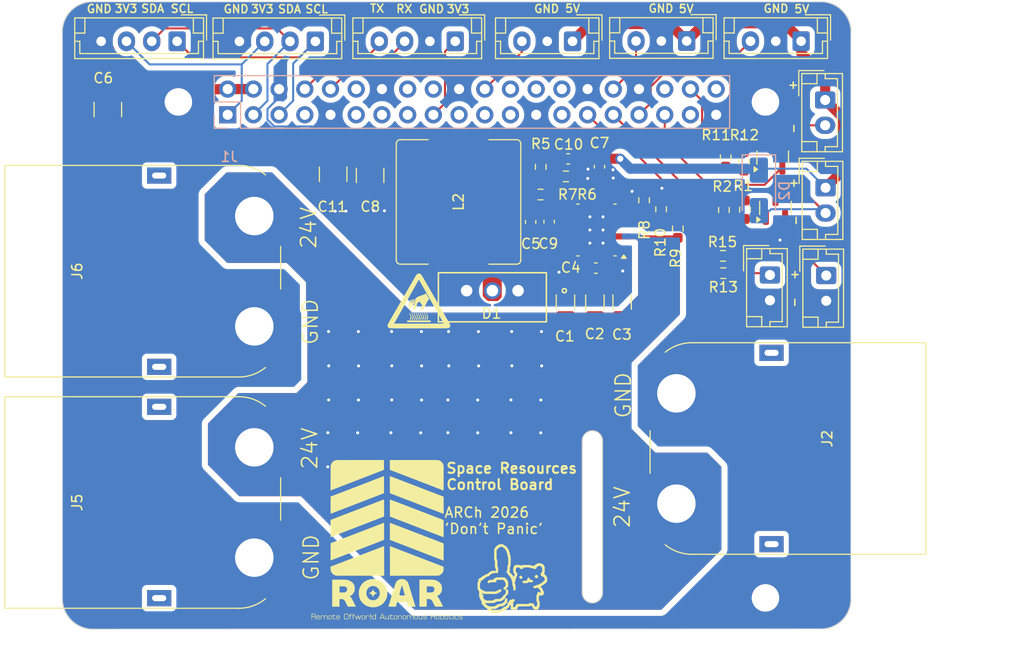
<source format=kicad_pcb>
(kicad_pcb (version 20241229) (generator "pcbnew") (generator_version "9.0")
  (title_block (date "15 nov 2012"))
  (layers (0 "F.Cu" signal) (2 "B.Cu" signal) (13 "F.Paste" user) (15 "B.Paste" user) (5 "F.SilkS" user "F.Silkscreen") (7 "B.SilkS" user "B.Silkscreen") (1 "F.Mask" user) (3 "B.Mask" user) (25 "Edge.Cuts" user))
  (net 0 "")
  (net 1 "GND")
  (net 2 "/GPIO4{slash}GPCLK0")
  (net 3 "/GPIO26")
  (net 4 "GPIO15{slash}RXD0")
  (net 5 "/GPIO17")
  (net 6 "/GPIO18{slash}PCM.CLK")
  (net 7 "/GPIO27")
  (net 8 "/GPIO22")
  (net 9 "/GPIO23")
  (net 10 "/GPIO24")
  (net 11 "/GPIO10{slash}SPI0.MOSI")
  (net 12 "/GPIO9{slash}SPI0.MISO")
  (net 13 "GPIO12{slash}PWM0")
  (net 14 "/GPIO11{slash}SPI0.SCLK")
  (net 15 "/GPIO8{slash}SPI0.CE0")
  (net 16 "/GPIO7{slash}SPI0.CE1")
  (net 17 "/ID_SDA")
  (net 18 "/ID_SCL")
  (net 19 "GPIO14{slash}TXD0")
  (net 20 "GPIO20{slash}PCM.DIN")
  (net 21 "Net-(U1-SW)")
  (net 22 "5V")
  (net 23 "Net-(U1-BOOT)")
  (net 24 "Net-(C5-Pad1)")
  (net 25 "24V")
  (net 26 "Net-(U1-COMP)")
  (net 27 "Net-(U1-FB)")
  (net 28 "Net-(U1-RT{slash}CLK)")
  (net 29 "3V3")
  (net 30 "GPIO2{slash}SDA1")
  (net 31 "GPIO3{slash}SCL1")
  (net 32 "Net-(U1-EN)")
  (net 33 "Net-(D2-A)")
  (net 34 "GPIO19{slash}PCM.FS")
  (net 35 "Net-(M1-G)")
  (net 36 "Net-(J9-Pin_2)")
  (net 37 "Net-(J10-Pin_1)")
  (net 38 "Net-(J14-Pin_1)")
  (net 39 "Net-(M3-G)")
  (net 40 "GPIO6")
  (net 41 "/GPIO21{slash}PCM.DOUT")
  (net 42 "GPIO5")
  (net 43 "GPIO13{slash}PWM1")
  (net 44 "/GPIO16")
  (net 45 "GPIO25")
  (footprint "Resistor_SMD:R_0603_1608Metric_Pad0.98x0.95mm_HandSolder" (layer "F.Cu") (at 139.3 53.9125 -90)
    (property "Reference" "R5")
    (property "Value" "60.4k" (hide yes))
  )
  (footprint "Connector_AMASS:AMASS_XT90PW-M_1x02_P10.90mm_Horizontal" (layer "F.Cu") (at 111 69.675 90)
    (property "Reference" "J6")
    (property "Value" "Conn_01x02_Socket" (hide yes))
  )
  (footprint "Connector_JST:JST_EH_B4B-EH-A_1x04_P2.50mm_Vertical" (layer "F.Cu") (at 103.37 41.51 180)
    (property "Reference" "J3" (hide yes))
    (property "Value" "Conn_01x04_Socket" (hide yes))
  )
  (footprint "Capacitor_SMD:C_1206_3216Metric_Pad1.33x1.80mm_HandSolder" (layer "F.Cu") (at 144.65 67.28 90)
    (property "Reference" "C2")
    (property "Value" "2.2u" (hide yes))
  )
  (footprint "MountingHole:MountingHole_2.7mm_M2.5" (layer "F.Cu") (at 161.5 47.5)
    (property "Reference" "MH2" (hide yes))
    (property "Value" "MountingHole_2.7mm_M2.5" (hide yes))
  )
  (footprint "ul_STPS30M60ST:TO-220AB_STM" (layer "F.Cu") (at 137.06 66.15 180)
    (property "Reference" "D1")
    (property "Value" "STPS30M60ST" (hide yes))
  )
  (footprint "Connector_JST:JST_EH_B4B-EH-A_1x04_P2.50mm_Vertical" (layer "F.Cu") (at 130.85 41.51 180)
    (property "Reference" "J8" (hide yes))
    (property "Value" "Conn_01x04_Socket" (hide yes))
  )
  (footprint "Capacitor_SMD:C_1210_3225Metric_Pad1.33x2.70mm_HandSolder" (layer "F.Cu") (at 96.53 48.26 90)
    (property "Reference" "C6")
    (property "Value" "22u" (hide yes))
  )
  (footprint "Resistor_SMD:R_0603_1608Metric_Pad0.98x0.95mm_HandSolder" (layer "F.Cu") (at 149.51 57.2175 90)
    (property "Reference" "R8")
    (property "Value" "232k" (hide yes))
  )
  (footprint "Package_TO_SOT_SMD:SOT-23" (layer "F.Cu") (at 162.49 57.97 90)
    (property "Reference" "M1" (hide yes))
    (property "Value" "AO3400A" (hide yes))
  )
  (footprint "Connector_JST:JST_EH_B2B-EH-A_1x02_P2.50mm_Vertical" (layer "F.Cu") (at 167.4 47.31 -90)
    (property "Reference" "J9" (hide yes))
    (property "Value" "Conn_01x02_Socket" (hide yes))
  )
  (footprint "Connector_JST:JST_EH_B3B-EH-A_1x03_P2.50mm_Vertical" (layer "F.Cu") (at 153.715 41.485 180)
    (property "Reference" "J11" (hide yes))
    (property "Value" "Conn_01x03_Socket" (hide yes))
  )
  (footprint "Connector_AMASS:AMASS_XT90PW-M_1x02_P10.90mm_Horizontal" (layer "F.Cu") (at 152.7 76.29 -90)
    (property "Reference" "J2")
    (property "Value" "Conn_01x02_Socket" (hide yes))
  )
  (footprint "Resistor_SMD:R_0603_1608Metric_Pad0.98x0.95mm_HandSolder" (layer "F.Cu") (at 157.3125 62.71 180)
    (property "Reference" "R15")
    (property "Value" "1k" (hide yes))
  )
  (footprint "Resistor_SMD:R_0603_1608Metric_Pad0.98x0.95mm_HandSolder" (layer "F.Cu") (at 141.79 54.8575)
    (property "Reference" "R6")
    (property "Value" "11.5k" (hide yes))
  )
  (footprint "Connector_AMASS:AMASS_XT90PW-M_1x02_P10.90mm_Horizontal" (layer "F.Cu") (at 111 92.525 90)
    (property "Reference" "J5")
    (property "Value" "Conn_01x02_Socket" (hide yes))
  )
  (footprint "Resistor_SMD:R_0603_1608Metric_Pad0.98x0.95mm_HandSolder" (layer "F.Cu") (at 157.3925 58.18 90)
    (property "Reference" "R2")
    (property "Value" "1k" (hide yes))
  )
  (footprint "Package_SO:Texas_R-PDSO-G8_EP2.95x4.9mm_Mask2.4x3.1mm_ThermalVias" (layer "F.Cu") (at 144.8025 60.1525 180)
    (property "Reference" "U1" (hide yes))
    (property "Value" "TPS54560BDDA" (hide yes))
  )
  (footprint "Capacitor_SMD:C_0603_1608Metric" (layer "F.Cu") (at 142.01 53.13)
    (property "Reference" "C10")
    (property "Value" "0.1u" (hide yes))
  )
  (footprint "Resistor_SMD:R_0603_1608Metric_Pad0.98x0.95mm_HandSolder" (layer "F.Cu") (at 151.19 58.105 90)
    (property "Reference" "R10")
    (property "Value" "20k" (hide yes))
  )
  (footprint "Resistor_SMD:R_0603_1608Metric_Pad0.98x0.95mm_HandSolder" (layer "F.Cu") (at 159.38 53.3675 -90)
    (property "Reference" "R12")
    (property "Value" "10k" (hide yes))
  )
  (footprint "Capacitor_SMD:C_0603_1608Metric" (layer "F.Cu") (at 145.1 53.895 -90)
    (property "Reference" "C7")
    (property "Value" "0.1u" (hide yes))
  )
  (footprint "Capacitor_SMD:C_0603_1608Metric" (layer "F.Cu") (at 140.125 59.325 -90)
    (property "Reference" "C9")
    (property "Value" "6.8p" (hide yes))
  )
  (footprint "MountingHole:MountingHole_2.7mm_M2.5" (layer "F.Cu") (at 103.5 47.5)
    (property "Reference" "MH1" (hide yes))
    (property "Value" "MountingHole_2.7mm_M2.5" (hide yes))
  )
  (footprint "Resistor_SMD:R_0603_1608Metric_Pad0.98x0.95mm_HandSolder" (layer "F.Cu") (at 139.275 56.65 180)
    (property "Reference" "R7")
    (property "Value" "18.7k" (hide yes))
  )
  (footprint "Capacitor_SMD:C_1210_3225Metric_Pad1.33x2.70mm_HandSolder" (layer "F.Cu") (at 122.44 54.76 -90)
    (property "Reference" "C8")
    (property "Value" "22u" (hide yes))
  )
  (footprint "Package_TO_SOT_SMD:SOT-23" (layer "F.Cu") (at 162.2175 53 90)
    (property "Reference" "M3" (hide yes))
    (property "Value" "AO3400A" (hide yes))
  )
  (footprint "Connector_JST:JST_EH_B2B-EH-A_1x02_P2.50mm_Vertical" (layer "F.Cu") (at 161.945 64.6 -90)
    (property "Reference" "J10" (hide yes))
    (property "Value" "Conn_01x02_Socket" (hide yes))
  )
  (footprint "Inductor_SMD:L_Bourns_SRR1210A" (layer "F.Cu") (at 131.175 57.38 90)
    (property "Reference" "L2")
    (property "Value" "8.2u" (hide yes))
  )
  (footprint "Connector_JST:JST_EH_B4B-EH-A_1x04_P2.50mm_Vertical" (layer "F.Cu") (at 117.03 41.52 180)
    (property "Reference" "J4" (hide yes))
    (property "Value" "Conn_01x04_Socket" (hide yes))
  )
  (footprint "MountingHole:MountingHole_2.7mm_M2.5" (layer "F.Cu") (at 161.5 96.5)
    (property "Reference" "MH4" (hide yes))
    (property "Value" "MountingHole_2.7mm_M2.5" (hide yes))
  )
  (footprint "Resistor_SMD:R_0603_1608Metric_Pad0.98x0.95mm_HandSolder" (layer "F.Cu") (at 157.57 52.9825 90)
    (property "Reference" "R11")
    (property "Value" "1k" (hide yes))
  )
  (footprint "Connector_JST:JST_EH_B3B-EH-A_1x03_P2.50mm_Vertical" (layer "F.Cu") (at 142.44 41.51 180)
    (property "Reference" "J12" (hide yes))
    (property "Value" "Conn_01x03_Socket" (hide yes))
  )
  (footprint "Resistor_SMD:R_0603_1608Metric_Pad0.98x0.95mm_HandSolder" (layer "F.Cu") (at 157.335 64.42 180)
    (property "Reference" "R13")
    (property "Value" "1k" (hide yes))
  )
  (footprint "Capacitor_SMD:C_0603_1608Metric" (layer "F.Cu") (at 144.74 63.9175 180)
    (property "Reference" "C4")
    (property "Value" "100n" (hide yes))
  )
  (footprint "Capacitor_SMD:C_1206_3216Metric_Pad1.33x1.80mm_HandSolder" (layer "F.Cu") (at 141.74 67.28 90)
    (property "Reference" "C1")
    (property "Value" "2.2u" (hide yes))
  )
  (footprint "Resistor_SMD:R_0603_1608Metric_Pad0.98x0.95mm_HandSolder" (layer "F.Cu") (at 152.84 60.01 90)
    (property "Reference" "R9")
    (property "Value" "100k" (hide yes))
  )
  (footprint "Capacitor_SMD:C_1206_3216Metric_Pad1.33x1.80mm_HandSolder" (layer "F.Cu") (at 147.34 67.27 90)
    (property "Reference" "C3")
    (property "Value" "2.2u" (hide yes))
  )
  (footprint "Resistor_SMD:R_0603_1608Metric_Pad0.98x0.95mm_HandSolder" (layer "F.Cu") (at 159.4725 58.15 -90)
    (property "Reference" "R1")
    (property "Value" "10k" (hide yes))
  )
  (footprint "Connector_JST:JST_EH_B3B-EH-A_1x03_P2.50mm_Vertical" (layer "F.Cu") (at 165.02 41.5 180)
    (property "Reference" "J13" (hide yes))
    (property "Value" "Conn_01x03_Socket" (hide yes))
  )
  (footprint "Connector_JST:JST_EH_B2B-EH-A_1x02_P2.50mm_Vertical" (layer "F.Cu") (at 167.4375 55.98 -90)
    (property "Reference" "J7" (hide yes))
    (property "Value" "Conn_01x02_Socket" (hide yes))
  )
  (footprint "Connector_JST:JST_EH_B2B-EH-A_1x02_P2.50mm_Vertical" (layer "F.Cu") (at 167.505 64.65 -90)
    (property "Reference" "J14" (hide yes))
    (property "Value" "Conn_01x02_Socket" (hide yes))
  )
  (footprint "Capacitor_SMD:C_1210_3225Metric_Pad1.33x2.70mm_HandSolder" (layer "F.Cu") (at 118.79 54.6475 -90)
    (property "Reference" "C11")
    (property "Value" "22u" (hide yes))
  )
  (footprint "Capacitor_SMD:C_0603_1608Metric" (layer "F.Cu") (at 138.3 59.35 -90)
    (property "Reference" "C5")
    (property "Value" "8.2n" (hide yes))
  )
  (footprint "Connector_PinSocket_2.54mm:PinSocket_2x20_P2.54mm_Vertical" (layer "B.Cu") (at 108.37 48.77 -90)
    (property "Reference" "J1")
    (property "Value" "GPIO")
  )
  (footprint "Diode_SMD:D_SMA" (layer "B.Cu") (at 160.85 56.2425 -90)
    (property "Reference" "D2")
    (property "Value" "US1A" (hide yes))
  )
  (gr_poly (pts (xy 124.39395 84.466641) (xy 124.396217 84.466961) (xy 124.401916 84.468143) (xy 124.409308 84.4701) (xy 124.418558 84.472889) (xy 124.429832 84.476568) (xy 124.443296 84.481195) (xy 124.459115 84.486828) (xy 124.477454 84.493526) (xy 124.522357 84.510345) (xy 124.57933 84.532117) (xy 124.649697 84.559307) (xy 124.797653 84.616391) (xy 124.903698 84.656824) (xy 125.146053 84.749033) (xy 125.322798 84.817634) (xy 125.4258 84.857663) (xy 125.631831 84.936607) (xy 125.962031 85.063152) (xy 126.021536 85.086244) (xy 126.093264 85.113832) (xy 126.258364 85.177322) (xy 126.436164 85.245315) (xy 126.516862 85.276092) (xy 126.580098 85.300527) (xy 126.910298 85.427101) (xy 127.116329 85.506053) (xy 127.219331 85.546106) (xy 127.243196 85.555618) (xy 127.28627 85.572388) (xy 127.405598 85.618231) (xy 127.718864 85.73809) (xy 127.968631 85.833732) (xy 128.442764 86.015854) (xy 128.916899 86.197975) (xy 129.501098 86.422564) (xy 129.631021 86.472496) (xy 129.673932 86.48872) (xy 129.693716 86.495906) (xy 129.694989 86.496457) (xy 129.696187 86.497397) (xy 129.697312 86.498856) (xy 129.698367 86.500965) (xy 129.699355 86.503854) (xy 129.700276 86.507656) (xy 129.701134 86.512499) (xy 129.70193 86.518515) (xy 129.702668 86.525835) (xy 129.703349 86.534589) (xy 129.703975 86.544908) (xy 129.704549 86.556923) (xy 129.705073 86.570763) (xy 129.705549 86.586561) (xy 129.706368 86.624551) (xy 129.707023 86.671938) (xy 129.707531 86.729766) (xy 129.707912 86.799082) (xy 129.708184 86.880932) (xy 129.708469 87.086413) (xy 129.708532 87.354574) (xy 129.70791 87.957577) (xy 129.706414 88.207909) (xy 129.568831 88.154221) (xy 129.145498 87.990287) (xy 128.548597 87.760006) (xy 128.061765 87.572427) (xy 127.659598 87.417133) (xy 127.418298 87.32425) (xy 127.198165 87.239556) (xy 127.092331 87.198427) (xy 126.846798 87.103773) (xy 126.461564 86.955214) (xy 126.110198 86.819828) (xy 126.039237 86.792619) (xy 125.957798 86.760956) (xy 125.872628 86.727947) (xy 125.792698 86.697501) (xy 125.696601 86.660836) (xy 125.572564 86.612875) (xy 125.276231 86.498411) (xy 124.992598 86.389182) (xy 124.45 86.18) (xy 124.394236 86.158852) (xy 124.38885 85.315242) (xy 124.386267 84.718222) (xy 124.387619 84.467476) (xy 124.388288 84.467009) (xy 124.389234 84.466685) (xy 124.39048 84.466511) (xy 124.392045 84.466494)) (fill yes) (layer "F.SilkS"))
  (gr_poly (pts (xy 126.105753 98.224822) (xy 126.109332 98.224949) (xy 126.112494 98.225193) (xy 126.113927 98.225367) (xy 126.115265 98.225579) (xy 126.116511 98.225833) (xy 126.117669 98.226132) (xy 126.118741 98.22648) (xy 126.119731 98.226879) (xy 126.120642 98.227333) (xy 126.121478 98.227844) (xy 126.12224 98.228417) (xy 126.122933 98.229054) (xy 126.12356 98.229759) (xy 126.124123 98.230535) (xy 126.124626 98.231384) (xy 126.125072 98.232311) (xy 126.125465 98.233318) (xy 126.125807 98.234408) (xy 126.126101 98.235586) (xy 126.126351 98.236853) (xy 126.12673 98.239671) (xy 126.12697 98.242887) (xy 126.127095 98.246527) (xy 126.127131 98.250617) (xy 126.127131 98.276447) (xy 126.158237 98.252733) (xy 126.163426 98.248838) (xy 126.168242 98.245393) (xy 126.172811 98.242371) (xy 126.175041 98.24101) (xy 126.177256 98.239745) (xy 126.179471 98.238572) (xy 126.181701 98.237488) (xy 126.183963 98.23649) (xy 126.186272 98.235574) (xy 126.188643 98.234737) (xy 126.191091 98.233975) (xy 126.193633 98.233286) (xy 126.196284 98.232665) (xy 126.19906 98.232109) (xy 126.201975 98.231616) (xy 126.205046 98.231181) (xy 126.208288 98.230801) (xy 126.215347 98.230194) (xy 126.223277 98.229768) (xy 126.232201 98.229496) (xy 126.242245 98.22935) (xy 126.253532 98.229304) (xy 126.266187 98.229331) (xy 126.281049 98.229548) (xy 126.294983 98.230081) (xy 126.308015 98.230937) (xy 126.320167 98.232123) (xy 126.331465 98.233649) (xy 126.341932 98.235521) (xy 126.351593 98.237748) (xy 126.360472 98.240338) (xy 126.368593 98.243298) (xy 126.37598 98.246637) (xy 126.382658 98.250362) (xy 126.38865 98.254481) (xy 126.39398 98.259001) (xy 126.398674 98.263932) (xy 126.402755 98.269281) (xy 126.406247 98.275055) (xy 126.407724 98.277762) (xy 126.409087 98.280088) (xy 126.409738 98.281105) (xy 126.410375 98.282024) (xy 126.411005 98.282842) (xy 126.411631 98.283559) (xy 126.412259 98.284174) (xy 126.412894 98.284685) (xy 126.413541 98.285091) (xy 126.414206 98.285391) (xy 126.414893 98.285583) (xy 126.415608 98.285667) (xy 126.416355 98.28564) (xy 126.41714 98.285503) (xy 126.417969 98.285253) (xy 126.418845 98.28489) (xy 126.419774 98.284412) (xy 126.420762 98.283817) (xy 126.421813 98.283106) (xy 126.422933 98.282276) (xy 126.424126 98.281326) (xy 126.425398 98.280256) (xy 126.426754 98.279063) (xy 126.428199 98.277746) (xy 126.431377 98.274739) (xy 126.434972 98.271222) (xy 126.439026 98.267188) (xy 126.445109 98.261569) (xy 126.451718 98.256345) (xy 126.458836 98.25152) (xy 126.466447 98.247098) (xy 126.474534 98.243084) (xy 126.483082 98.239482) (xy 126.492075 98.236296) (xy 126.501494 98.233531) (xy 126.511326 98.23119) (xy 126.521552 98.229279) (xy 126.532157 98.227802) (xy 126.543125 98.226762) (xy 126.554438 98.226165) (xy 126.566081 98.226014) (xy 126.578038 98.226314) (xy 126.590292 98.227069) (xy 126.601479 98.228158) (xy 126.612171 98.22961) (xy 126.622383 98.231433) (xy 126.632127 98.233634) (xy 126.641419 98.236221) (xy 126.65027 98.2392) (xy 126.658696 98.242578) (xy 126.66671 98.246362) (xy 126.674327 98.25056) (xy 126.681558 98.255178) (xy 126.68842 98.260224) (xy 126.694924 98.265704) (xy 126.701086 98.271626) (xy 126.706918 98.277997) (xy 126.712435 98.284823) (xy 126.717651 98.292112) (xy 126.720836 98.296966) (xy 126.723646 98.301645) (xy 126.724918 98.303987) (xy 126.726105 98.306368) (xy 126.72721 98.308815) (xy 126.728236 98.311355) (xy 126.729186 98.314016) (xy 126.730063 98.316825) (xy 126.73087 98.319809) (xy 126.731609 98.322997) (xy 126.732283 98.326414) (xy 126.732897 98.33009) (xy 126.733451 98.334051) (xy 126.73395 98.338324) (xy 126.734396 98.342937) (xy 126.734792 98.347918) (xy 126.735446 98.359091) (xy 126.735936 98.372062) (xy 126.736284 98.387051) (xy 126.736514 98.404278) (xy 126.73665 98.42396) (xy 126.736731 98.471572) (xy 126.736731 98.622718) (xy 126.711331 98.622718) (xy 126.685931 98.622718) (xy 126.685931 98.486979) (xy 126.685312 98.422053) (xy 126.68434 98.395246) (xy 126.68275 98.371894) (xy 126.680412 98.351764) (xy 126.677192 98.334619) (xy 126.675211 98.327093) (xy 126.672959 98.320224) (xy 126.670422 98.313985) (xy 126.667582 98.308344) (xy 126.664423 98.303274) (xy 126.660928 98.298743) (xy 126.657082 98.294724) (xy 126.652866 98.291186) (xy 126.648266 98.288101) (xy 126.643264 98.285438) (xy 126.637844 98.283168) (xy 126.631989 98.281263) (xy 126.618911 98.278425) (xy 126.603897 98.276689) (xy 126.586815 98.275821) (xy 126.567533 98.275583) (xy 126.546192 98.275904) (xy 126.527178 98.277005) (xy 126.518504 98.277913) (xy 126.510362 98.279095) (xy 126.502736 98.280576) (xy 126.49561 98.282383) (xy 126.488968 98.284541) (xy 126.482793 98.287077) (xy 126.477068 98.290017) (xy 126.471778 98.293386) (xy 126.466906 98.297212) (xy 126.462436 98.301519) (xy 126.458351 98.306335) (xy 126.454634 98.311685) (xy 126.45127 98.317595) (xy 126.448241 98.324091) (xy 126.445532 98.3312) (xy 126.443127 98.338947) (xy 126.441008 98.347359) (xy 126.439159 98.356461) (xy 126.437564 98.366281) (xy 126.436207 98.376843) (xy 126.435071 98.388174) (xy 126.434139 98.4003) (xy 126.432825 98.427041) (xy 126.432133 98.457275) (xy 126.431931 98.491211) (xy 126.431931 98.622718) (xy 126.407077 98.622718) (xy 126.382222 98.622718) (xy 126.37956 98.473838) (xy 126.376898 98.324959) (xy 126.349247 98.300272) (xy 126.344716 98.296294) (xy 126.340491 98.292764) (xy 126.336478 98.289655) (xy 126.334521 98.288251) (xy 126.332581 98.286942) (xy 126.330646 98.285725) (xy 126.328705 98.284597) (xy 126.326746 98.283555) (xy 126.324757 98.282595) (xy 126.322725 98.281714) (xy 126.32064 98.280909) (xy 126.318488 98.280176) (xy 126.316259 98.279512) (xy 126.313941 98.278915) (xy 126.311521 98.27838) (xy 126.308988 98.277904) (xy 126.306329 98.277484) (xy 126.303534 98.277117) (xy 126.30059 98.276799) (xy 126.294207 98.276299) (xy 126.287087 98.275957) (xy 126.279133 98.275747) (xy 126.270252 98.275642) (xy 126.260348 98.275617) (xy 126.24642 98.275839) (xy 126.233462 98.276496) (xy 126.221444 98.277605) (xy 126.210333 98.279182) (xy 126.200097 98.281245) (xy 126.190704 98.28381) (xy 126.182123 98.286894) (xy 126.174322 98.290513) (xy 126.167269 98.294685) (xy 126.160932 98.299426) (xy 126.158022 98.302015) (xy 126.155279 98.304752) (xy 126.150279 98.310682) (xy 126.145899 98.317231) (xy 126.142108 98.324416) (xy 126.138874 98.332254) (xy 126.136164 98.340761) (xy 126.135254 98.344689) (xy 126.134368 98.349777) (xy 126.13269 98.363115) (xy 126.131168 98.380131) (xy 126.129838 98.400181) (xy 126.128737 98.42262) (xy 126.127902 98.446805) (xy 126.12737 98.472092) (xy 126.127179 98.497835) (xy 126.127125 98.622718) (xy 126.101725 98.622718) (xy 126.076326 98.622718) (xy 126.076332 98.423752) (xy 126.076332 98.224785) (xy 126.101731 98.224785)) (fill yes) (layer "F.SilkS"))
  (gr_poly (pts (xy 116.807449 98.065229) (xy 116.853564 98.066211) (xy 116.890249 98.067323) (xy 116.918918 98.068719) (xy 116.940988 98.070553) (xy 116.949991 98.071683) (xy 116.957875 98.072981) (xy 116.964817 98.074465) (xy 116.970995 98.076157) (xy 116.976585 98.078074) (xy 116.981764 98.080236) (xy 116.991599 98.085373) (xy 116.995428 98.087685) (xy 116.999118 98.09009) (xy 117.002671 98.09259) (xy 117.006086 98.095188) (xy 117.009366 98.097887) (xy 117.012511 98.100689) (xy 117.015523 98.103597) (xy 117.018402 98.106614) (xy 117.021151 98.109741) (xy 117.023769 98.112982) (xy 117.026259 98.11634) (xy 117.028621 98.119816) (xy 117.030857 98.123414) (xy 117.032968 98.127135) (xy 117.034954 98.130984) (xy 117.036817 98.134962) (xy 117.038559 98.139071) (xy 117.04018 98.143315) (xy 117.041681 98.147696) (xy 117.043064 98.152217) (xy 117.04433 98.156879) (xy 117.04548 98.161687) (xy 117.046515 98.166642) (xy 117.047436 98.171748) (xy 117.048245 98.177005) (xy 117.048942 98.182418) (xy 117.050008 98.19372) (xy 117.050641 98.205675) (xy 117.050852 98.218302) (xy 117.0507 98.235503) (xy 117.050471 98.24285) (xy 117.050108 98.249471) (xy 117.049588 98.255448) (xy 117.048886 98.260865) (xy 117.04798 98.265804) (xy 117.046844 98.270348) (xy 117.045456 98.27458) (xy 117.043791 98.278582) (xy 117.041825 98.282437) (xy 117.039536 98.286228) (xy 117.036899 98.290038) (xy 117.03389 98.293949) (xy 117.030486 98.298044) (xy 117.026662 98.302405) (xy 117.00246 98.329493) (xy 117.026662 98.349858) (xy 117.050865 98.370224) (xy 117.050865 98.496471) (xy 117.050865 98.622718) (xy 117.025465 98.622718) (xy 117.000065 98.622718) (xy 117.000065 98.517284) (xy 116.99988 98.49449) (xy 116.999342 98.472984) (xy 116.998479 98.453109) (xy 116.997316 98.435209) (xy 116.995881 98.419625) (xy 116.994199 98.406701) (xy 116.992298 98.39678) (xy 116.991273 98.393053) (xy 116.990204 98.390204) (xy 116.988787 98.387333) (xy 116.987207 98.384594) (xy 116.985453 98.381985) (xy 116.983515 98.379504) (xy 116.981384 98.377149) (xy 116.979048 98.374917) (xy 116.976499 98.372807) (xy 116.973726 98.370816) (xy 116.970719 98.368943) (xy 116.967468 98.367185) (xy 116.963963 98.36554) (xy 116.960193 98.364006) (xy 116.956149 98.362581) (xy 116.951821 98.361263) (xy 116.947198 98.36005) (xy 116.942271 98.35894) (xy 116.937029 98.35793) (xy 116.931463 98.357018) (xy 116.925561 98.356203) (xy 116.919315 98.355482) (xy 116.912714 98.354854) (xy 116.905748 98.354315) (xy 116.890681 98.3535) (xy 116.874033 98.353019) (xy 116.855724 98.352857) (xy 116.835672 98.352996) (xy 116.813799 98.35342) (xy 116.707965 98.356018) (xy 116.705633 98.489367) (xy 116.703302 98.622716) (xy 116.678117 98.622716) (xy 116.652932 98.622716) (xy 116.652932 98.342511) (xy 116.652932 98.300986) (xy 116.703159 98.300986) (xy 116.828849 98.300986) (xy 116.867058 98.300888) (xy 116.897064 98.300499) (xy 116.920078 98.299677) (xy 116.929343 98.299059) (xy 116.937313 98.298279) (xy 116.944141 98.29732) (xy 116.949979 98.296163) (xy 116.954977 98.294792) (xy 116.959288 98.293187) (xy 116.963062 98.291332) (xy 116.96645 98.289209) (xy 116.969606 98.286799) (xy 116.972679 98.284085) (xy 116.974975 98.281827) (xy 116.977169 98.279427) (xy 116.979258 98.276892) (xy 116.981244 98.274229) (xy 116.983124 98.271441) (xy 116.984897 98.268536) (xy 116.986564 98.265518) (xy 116.988122 98.262394) (xy 116.99091 98.255848) (xy 116.993256 98.248943) (xy 116.995151 98.241726) (xy 116.996588 98.234241) (xy 116.99756 98.226534) (xy 116.99806 98.21865) (xy 116.998082 98.210634) (xy 116.997616 98.202532) (xy 116.996657 98.19439) (xy 116.995197 98.186252) (xy 116.993229 98.178165) (xy 116.990746 98.170173) (xy 116.989165 98.165847) (xy 116.987479 98.161739) (xy 116.985674 98.157844) (xy 116.983733 98.154158) (xy 116.98164 98.150676) (xy 116.97938 98.147392) (xy 116.976938 98.144304) (xy 116.974296 98.141405) (xy 116.97144 98.138691) (xy 116.968354 98.136158) (xy 116.965022 98.1338) (xy 116.961427 98.131613) (xy 116.957555 98.129593) (xy 116.95339 98.127735) (xy 116.948916 98.126033) (xy 116.944116 98.124484) (xy 116.938976 98.123082) (xy 116.933479 98.121823) (xy 116.92761 98.120703) (xy 116.921353 98.119716) (xy 116.914692 98.118858) (xy 116.907612 98.118124) (xy 116.900096 98.11751) (xy 116.892128 98.11701) (xy 116.883694 98.116621) (xy 116.874777 98.116337) (xy 116.855432 98.116067) (xy 116.833967 98.116163) (xy 116.810254 98.116587) (xy 116.707965 98.118952) (xy 116.705562 98.209969) (xy 116.703159 98.300986) (xy 116.652932 98.300986) (xy 116.652932 98.062304)) (fill yes) (layer "F.SilkS"))
  (gr_poly (pts (xy 127.824241 68.353741) (xy 127.826631 68.383331) (xy 127.828008 68.396029) (xy 127.829665 68.407699) (xy 127.831719 68.418619) (xy 127.834287 68.429066) (xy 127.837488 68.439318) (xy 127.841439 68.449652) (xy 127.846258 68.460346) (xy 127.852064 68.471677) (xy 127.858973 68.483922) (xy 127.867103 68.49736) (xy 127.876574 68.512267) (xy 127.887501 68.528922) (xy 127.914199 68.568583) (xy 127.919924 68.577216) (xy 127.925566 68.586008) (xy 127.936474 68.603805) (xy 127.946662 68.621454) (xy 127.955871 68.638433) (xy 127.96384 68.654221) (xy 127.967278 68.661506) (xy 127.970308 68.668297) (xy 127.972897 68.674531) (xy 127.975014 68.680142) (xy 127.976626 68.685064) (xy 127.977699 68.689233) (xy 127.979926 68.702669) (xy 127.980562 68.709018) (xy 127.980825 68.71536) (xy 127.980672 68.721877) (xy 127.980062 68.728747) (xy 127.978953 68.73615) (xy 127.977302 68.744266) (xy 127.975069 68.753275) (xy 127.972211 68.763358) (xy 127.964454 68.787459) (xy 127.953694 68.818011) (xy 127.939599 68.85645) (xy 127.936734 68.864663) (xy 127.934095 68.872645) (xy 127.931681 68.880413) (xy 127.929495 68.887984) (xy 127.927539 68.895376) (xy 127.925814 68.902605) (xy 127.924321 68.909688) (xy 127.923063 68.916642) (xy 127.92204 68.923485) (xy 127.921254 68.930233) (xy 127.920707 68.936904) (xy 127.920401 68.943514) (xy 127.920336 68.950081) (xy 127.920514 68.956621) (xy 127.920938 68.963152) (xy 127.921608 68.969691) (xy 127.925841 69.020491) (xy 127.875041 69.020491) (xy 127.866783 69.020449) (xy 127.859431 69.020307) (xy 127.852921 69.020038) (xy 127.849964 69.019847) (xy 127.847194 69.019615) (xy 127.844603 69.019337) (xy 127.842185 69.019012) (xy 127.839931 69.018635) (xy 127.837834 69.018203) (xy 127.835886 69.017713) (xy 127.834078 69.017161) (xy 127.832404 69.016545) (xy 127.830856 69.015861) (xy 127.829425 69.015105) (xy 127.828104 69.014275) (xy 127.826886 69.013367) (xy 127.825762 69.012378) (xy 127.824725 69.011304) (xy 127.823768 69.010143) (xy 127.822881 69.00889) (xy 127.822058 69.007543) (xy 127.821291 69.006098) (xy 127.820572 69.004553) (xy 127.819893 69.002903) (xy 127.819247 69.001145) (xy 127.818021 68.997295) (xy 127.816833 68.992974) (xy 127.815121 68.985259) (xy 127.813957 68.977186) (xy 127.813342 68.968748) (xy 127.813277 68.959934) (xy 127.813764 68.950737) (xy 127.814805 68.941145) (xy 127.8164 68.93115) (xy 127.818552 68.920743) (xy 127.821263 68.909914) (xy 127.824532 68.898654) (xy 127.828364 68.886954) (xy 127.832757 68.874805) (xy 127.837715 68.862196) (xy 127.843239 68.84912) (xy 127.849331 68.835565) (xy 127.855991 68.821524) (xy 127.864747 68.802928) (xy 127.872362 68.785913) (xy 127.878836 68.7703) (xy 127.884169 68.755908) (xy 127.888361 68.742558) (xy 127.890029 68.736217) (xy 127.891412 68.730069) (xy 127.89251 68.724092) (xy 127.893322 68.718263) (xy 127.893849 68.71256) (xy 127.894091 68.70696) (xy 127.894048 68.70144) (xy 127.893719 68.695978) (xy 127.893105 68.690553) (xy 127.892206 68.68514) (xy 127.891021 68.679718) (xy 127.889552 68.674264) (xy 127.887797 68.668756) (xy 127.885757 68.663171) (xy 127.883431 68.657487) (xy 127.88082 68.651682) (xy 127.874743 68.639615) (xy 127.867525 68.626792) (xy 127.859166 68.613033) (xy 127.84449 68.588405) (xy 127.831399 68.565232) (xy 127.819868 68.543384) (xy 127.809871 68.522727) (xy 127.80138 68.503131) (xy 127.79437 68.484464) (xy 127.788814 68.466593) (xy 127.784686 68.449388) (xy 127.783149 68.440993) (xy 127.781959 68.432716) (xy 127.781113 68.424538) (xy 127.780608 68.416445) (xy 127.780439 68.408419) (xy 127.780605 68.400444) (xy 127.781101 68.392504) (xy 127.781924 68.384581) (xy 127.78454 68.368725) (xy 127.788425 68.352742) (xy 127.793554 68.336503) (xy 127.799899 68.319874) (xy 127.817891 68.274366)) (fill yes) (layer "F.SilkS"))
  (gr_poly (pts (xy 124.95676 98.225985) (xy 124.968822 98.226555) (xy 124.980619 98.227464) (xy 124.992063 98.228702) (xy 125.003066 98.230258) (xy 125.013539 98.23212) (xy 125.023395 98.234278) (xy 125.032545 98.23672) (xy 125.040902 98.239437) (xy 125.048378 98.242416) (xy 125.054884 98.245648) (xy 125.060332 98.24912) (xy 125.068498 98.255404) (xy 125.072273 98.258555) (xy 125.075848 98.261735) (xy 125.079228 98.26496) (xy 125.082419 98.268244) (xy 125.085426 98.271606) (xy 125.088254 98.27506) (xy 125.090907 98.278624) (xy 125.09339 98.282313) (xy 125.095709 98.286144) (xy 125.097869 98.290132) (xy 125.099874 98.294295) (xy 125.101729 98.298647) (xy 125.10344 98.303206) (xy 125.105011 98.307988) (xy 125.106448 98.313008) (xy 125.107754 98.318283) (xy 125.108936 98.32383) (xy 125.109999 98.329664) (xy 125.110946 98.335801) (xy 125.111784 98.342258) (xy 125.112517 98.349052) (xy 125.11315 98.356197) (xy 125.114136 98.37161) (xy 125.114782 98.388625) (xy 125.115129 98.407374) (xy 125.115215 98.427985) (xy 125.115056 98.450446) (xy 125.114614 98.470735) (xy 125.113836 98.488995) (xy 125.112669 98.505366) (xy 125.11106 98.519991) (xy 125.108958 98.533013) (xy 125.106309 98.544572) (xy 125.103061 98.554812) (xy 125.099161 98.563874) (xy 125.094556 98.571901) (xy 125.089195 98.579034) (xy 125.083023 98.585415) (xy 125.07599 98.591186) (xy 125.068041 98.59649) (xy 125.059125 98.601469) (xy 125.049188 98.606264) (xy 125.041164 98.609386) (xy 125.03167 98.612186) (xy 125.0209 98.614658) (xy 125.009045 98.616794) (xy 124.996297 98.618587) (xy 124.98285 98.620029) (xy 124.968895 98.621115) (xy 124.954625 98.621835) (xy 124.940232 98.622184) (xy 124.925909 98.622154) (xy 124.911848 98.621738) (xy 124.898242 98.620929) (xy 124.885283 98.619719) (xy 124.873163 98.618101) (xy 124.862075 98.616069) (xy 124.852211 98.613614) (xy 124.85221 98.613617) (xy 124.84714 98.612007) (xy 124.842253 98.610172) (xy 124.837545 98.608108) (xy 124.833017 98.605812) (xy 124.828666 98.603282) (xy 124.82449 98.600512) (xy 124.820489 98.597501) (xy 124.816661 98.594244) (xy 124.813005 98.590739) (xy 124.809518 98.586982) (xy 124.8062 98.58297) (xy 124.803049 98.578699) (xy 124.800063 98.574167) (xy 124.797242 98.569369) (xy 124.794583 98.564302) (xy 124.792086 98.558964) (xy 124.789748 98.553351) (xy 124.787568 98.547459) (xy 124.785545 98.541285) (xy 124.783677 98.534825) (xy 124.781963 98.528078) (xy 124.780401 98.521038) (xy 124.77899 98.513703) (xy 124.777729 98.506069) (xy 124.776615 98.498134) (xy 124.775648 98.489893) (xy 124.774826 98.481344) (xy 124.774147 98.472483) (xy 124.773479 98.459121) (xy 124.823702 98.459121) (xy 124.824092 98.471799) (xy 124.824768 98.483444) (xy 124.825738 98.494111) (xy 124.827011 98.503858) (xy 124.828596 98.51274) (xy 124.830501 98.520815) (xy 124.832734 98.528138) (xy 124.835305 98.534767) (xy 124.838222 98.540757) (xy 124.841494 98.546164) (xy 124.84513 98.551046) (xy 124.849138 98.555458) (xy 124.851773 98.557942) (xy 124.85312 98.559088) (xy 124.854498 98.560171) (xy 124.855918 98.561194) (xy 124.857389 98.562157) (xy 124.858921 98.563064) (xy 124.860522 98.563915) (xy 124.862203 98.564712) (xy 124.863972 98.565457) (xy 124.86584 98.566151) (xy 124.867816 98.566797) (xy 124.869909 98.567394) (xy 124.872128 98.567946) (xy 124.874484 98.568454) (xy 124.876986 98.568919) (xy 124.879642 98.569344) (xy 124.882464 98.569729) (xy 124.888638 98.570388) (xy 124.895585 98.57091) (xy 124.90338 98.571308) (xy 124.912098 98.571595) (xy 124.921817 98.571783) (xy 124.932611 98.571887) (xy 124.944556 98.571918) (xy 124.96906 98.571814) (xy 124.988283 98.571372) (xy 124.996196 98.570965) (xy 125.003128 98.570401) (xy 125.009191 98.569656) (xy 125.014499 98.568706) (xy 125.019164 98.567527) (xy 125.0233 98.566095) (xy 125.027019 98.564386) (xy 125.030434 98.562375) (xy 125.033659 98.56004) (xy 125.036806 98.557354) (xy 125.039988 98.554295) (xy 125.043318 98.550838) (xy 125.046249 98.547583) (xy 125.048908 98.544318) (xy 125.051313 98.540979) (xy 125.052425 98.539262) (xy 125.053479 98.537504) (xy 125.054479 98.535697) (xy 125.055425 98.533832) (xy 125.05632 98.531902) (xy 125.057166 98.529899) (xy 125.057965 98.527815) (xy 125.05872 98.525643) (xy 125.059431 98.523375) (xy 125.060102 98.521003) (xy 125.06133 98.515916) (xy 125.062421 98.510319) (xy 125.063391 98.50415) (xy 125.064257 98.497347) (xy 125.065035 98.489848) (xy 125.065743 98.481589) (xy 125.066396 98.47251) (xy 125.067013 98.462548) (xy 125.067836 98.44597) (xy 125.06833 98.430302) (xy 125.068492 98.415525) (xy 125.068318 98.40162) (xy 125.067805 98.388567) (xy 125.06695 98.376346) (xy 125.06575 98.364939) (xy 125.064202 98.354326) (xy 125.062301 98.344488) (xy 125.060046 98.335405) (xy 125.057432 98.327058) (xy 125.054456 98.319428) (xy 125.051116 98.312496) (xy 125.047407 98.306241) (xy 125.043327 98.300645) (xy 125.038872 98.295688) (xy 125.03558 98.292496) (xy 125.032391 98.289656) (xy 125.030807 98.288362) (xy 125.029214 98.287148) (xy 125.027601 98.286012) (xy 125.025957 98.284952) (xy 125.024269 98.283965) (xy 125.022526 98.283048) (xy 125.020716 98.2822) (xy 125.018829 98.281416) (xy 125.016852 98.280696) (xy 125.014774 98.280035) (xy 125.012583 98.279433) (xy 125.010268 98.278886) (xy 125.007817 98.278391) (xy 125.005219 98.277947) (xy 125.002461 98.27755) (xy 124.999533 98.277199) (xy 124.996424 98.27689) (xy 124.99312 98.276622) (xy 124.985886 98.276194) (xy 124.977738 98.275897) (xy 124.968584 98.27571) (xy 124.958332 98.275613) (xy 124.946889 98.275585) (xy 124.925439 98.275721) (xy 124.908159 98.276231) (xy 124.900857 98.276674) (xy 124.894329 98.277266) (xy 124.888482 98.278029) (xy 124.883227 98.278979) (xy 124.878475 98.280137) (xy 124.874134 98.281521) (xy 124.870115 98.283151) (xy 124.866328 98.285044) (xy 124.862682 98.287221) (xy 124.859088 98.2897) (xy 124.855455 98.292501) (xy 124.851693 98.295641) (xy 124.84783 98.299038) (xy 124.846065 98.300665) (xy 124.844406 98.302265) (xy 124.84285 98.303853) (xy 124.841391 98.305443) (xy 124.840026 98.307052) (xy 124.838752 98.308693) (xy 124.837563 98.310381) (xy 124.836457 98.312133) (xy 124.835428 98.313962) (xy 124.834474 98.315885) (xy 124.83359 98.317915) (xy 124.832772 98.320068) (xy 124.832017 98.322358) (xy 124.831319 98.324802) (xy 124.830676 98.327414) (xy 124.830083 98.330208) (xy 124.829536 98.333201) (xy 124.829031 98.336406) (xy 124.828565 98.33984) (xy 124.828133 98.343516) (xy 124.827732 98.347451) (xy 124.827356 98.351658) (xy 124.826669 98.360952) (xy 124.826039 98.371519) (xy 124.825435 98.383477) (xy 124.824824 98.396949) (xy 124.823744 98.43044) (xy 124.823702 98.459121) (xy 124.773479 98.459121) (xy 124.773214 98.453811) (xy 124.772837 98.433852) (xy 124.77308 98.408233) (xy 124.774105 98.384669) (xy 124.775956 98.363084) (xy 124.778679 98.343403) (xy 124.782317 98.325553) (xy 124.786916 98.309458) (xy 124.789589 98.302045) (xy 124.792519 98.295043) (xy 124.795712 98.288443) (xy 124.799173 98.282234) (xy 124.802907 98.276409) (xy 124.806921 98.270957) (xy 124.811219 98.265869) (xy 124.815808 98.261135) (xy 124.820692 98.256748) (xy 124.825879 98.252696) (xy 124.831372 98.248971) (xy 124.837178 98.245564) (xy 124.843302 98.242465) (xy 124.84975 98.239664) (xy 124.86364 98.234922) (xy 124.878892 98.231263) (xy 124.895551 98.228612) (xy 124.907619 98.22732) (xy 124.919862 98.226422) (xy 124.932191 98.225908) (xy 124.94452 98.225766)) (fill yes) (layer "F.SilkS"))
  (gr_poly (pts (xy 126.988759 98.225985) (xy 127.000821 98.226555) (xy 127.012619 98.227464) (xy 127.024063 98.228702) (xy 127.035065 98.230258) (xy 127.045538 98.23212) (xy 127.055394 98.234278) (xy 127.064545 98.23672) (xy 127.072902 98.239437) (xy 127.080378 98.242416) (xy 127.086884 98.245648) (xy 127.092332 98.24912) (xy 127.100498 98.255404) (xy 127.104273 98.258555) (xy 127.107848 98.261735) (xy 127.111228 98.26496) (xy 127.114419 98.268244) (xy 127.117426 98.271606) (xy 127.120254 98.27506) (xy 127.122907 98.278624) (xy 127.12539 98.282313) (xy 127.127709 98.286144) (xy 127.129869 98.290132) (xy 127.131874 98.294295) (xy 127.133729 98.298647) (xy 127.13544 98.303206) (xy 127.137011 98.307988) (xy 127.138448 98.313008) (xy 127.139754 98.318283) (xy 127.140936 98.32383) (xy 127.141999 98.329664) (xy 127.142946 98.335801) (xy 127.143784 98.342258) (xy 127.144517 98.349052) (xy 127.14515 98.356197) (xy 127.146136 98.37161) (xy 127.146782 98.388625) (xy 127.147129 98.407374) (xy 127.147215 98.427985) (xy 127.147056 98.450446) (xy 127.146614 98.470735) (xy 127.145835 98.488995) (xy 127.144668 98.505366) (xy 127.14306 98.519991) (xy 127.140958 98.533013) (xy 127.138309 98.544572) (xy 127.135061 98.554812) (xy 127.131161 98.563874) (xy 127.126556 98.571901) (xy 127.121195 98.579034) (xy 127.115023 98.585415) (xy 127.10799 98.591186) (xy 127.100041 98.59649) (xy 127.091124 98.601469) (xy 127.081188 98.606264) (xy 127.073164 98.609386) (xy 127.06367 98.612186) (xy 127.0529 98.614658) (xy 127.041044 98.616794) (xy 127.028297 98.618587) (xy 127.014849 98.620029) (xy 127.000894 98.621115) (xy 126.986624 98.621835) (xy 126.972231 98.622184) (xy 126.957908 98.622154) (xy 126.943848 98.621738) (xy 126.930241 98.620929) (xy 126.917282 98.619719) (xy 126.905162 98.618101) (xy 126.894074 98.616069) (xy 126.88421 98.613614) (xy 126.884209 98.613617) (xy 126.87914 98.612007) (xy 126.874252 98.610172) (xy 126.869545 98.608108) (xy 126.865016 98.605812) (xy 126.860665 98.603282) (xy 126.85649 98.600512) (xy 126.852489 98.597501) (xy 126.848661 98.594244) (xy 126.845004 98.590739) (xy 126.841517 98.586982) (xy 126.838199 98.58297) (xy 126.835048 98.578699) (xy 126.832063 98.574167) (xy 126.829241 98.569369) (xy 126.826583 98.564302) (xy 126.824085 98.558964) (xy 126.821747 98.553351) (xy 126.819567 98.547459) (xy 126.817544 98.541285) (xy 126.815676 98.534825) (xy 126.813962 98.528078) (xy 126.812401 98.521038) (xy 126.81099 98.513703) (xy 126.809728 98.506069) (xy 126.808615 98.498134) (xy 126.807647 98.489893) (xy 126.806825 98.481344) (xy 126.806146 98.472483) (xy 126.805479 98.459121) (xy 126.855702 98.459121) (xy 126.856092 98.471799) (xy 126.856768 98.483444) (xy 126.857738 98.494111) (xy 126.859011 98.503858) (xy 126.860595 98.51274) (xy 126.8625 98.520815) (xy 126.864733 98.528138) (xy 126.867304 98.534767) (xy 126.870222 98.540757) (xy 126.873494 98.546164) (xy 126.877129 98.551046) (xy 126.881137 98.555458) (xy 126.883772 98.557942) (xy 126.885119 98.559088) (xy 126.886498 98.560171) (xy 126.887918 98.561194) (xy 126.889389 98.562157) (xy 126.89092 98.563064) (xy 126.892522 98.563915) (xy 126.894202 98.564712) (xy 126.895972 98.565457) (xy 126.89784 98.566151) (xy 126.899815 98.566797) (xy 126.901908 98.567394) (xy 126.904128 98.567946) (xy 126.906484 98.568454) (xy 126.908985 98.568919) (xy 126.911642 98.569344) (xy 126.914463 98.569729) (xy 126.920638 98.570388) (xy 126.927584 98.57091) (xy 126.935379 98.571308) (xy 126.944098 98.571595) (xy 126.953817 98.571783) (xy 126.964611 98.571887) (xy 126.976556 98.571918) (xy 127.00106 98.571814) (xy 127.020282 98.571372) (xy 127.028195 98.570965) (xy 127.035127 98.570401) (xy 127.04119 98.569656) (xy 127.046498 98.568706) (xy 127.051163 98.567527) (xy 127.055299 98.566095) (xy 127.059018 98.564386) (xy 127.062434 98.562375) (xy 127.065658 98.56004) (xy 127.068805 98.557354) (xy 127.071987 98.554295) (xy 127.075318 98.550838) (xy 127.078248 98.547583) (xy 127.080908 98.544318) (xy 127.083312 98.540979) (xy 127.084424 98.539262) (xy 127.085479 98.537504) (xy 127.086479 98.535697) (xy 127.087425 98.533832) (xy 127.08832 98.531902) (xy 127.089166 98.529899) (xy 127.089965 98.527815) (xy 127.090719 98.525643) (xy 127.091431 98.523375) (xy 127.092102 98.521003) (xy 127.09333 98.515916) (xy 127.094421 98.510319) (xy 127.095391 98.50415) (xy 127.096256 98.497347) (xy 127.097035 98.489848) (xy 127.097743 98.481589) (xy 127.098396 98.47251) (xy 127.099013 98.462548) (xy 127.099836 98.44597) (xy 127.10033 98.430302) (xy 127.100492 98.415525) (xy 127.100318 98.40162) (xy 127.099805 98.388567) (xy 127.09895 98.376346) (xy 127.09775 98.364939) (xy 127.096202 98.354326) (xy 127.094301 98.344488) (xy 127.092045 98.335405) (xy 127.089431 98.327058) (xy 127.086456 98.319428) (xy 127.083115 98.312496) (xy 127.079406 98.306241) (xy 127.075326 98.300645) (xy 127.070871 98.295688) (xy 127.067579 98.292496) (xy 127.064391 98.289656) (xy 127.062806 98.288362) (xy 127.061214 98.287148) (xy 127.059601 98.286012) (xy 127.057956 98.284952) (xy 127.056268 98.283965) (xy 127.054525 98.283048) (xy 127.052716 98.2822) (xy 127.050829 98.281416) (xy 127.048852 98.280696) (xy 127.046774 98.280035) (xy 127.044583 98.279433) (xy 127.042268 98.278886) (xy 127.039817 98.278391) (xy 127.037218 98.277947) (xy 127.034461 98.27755) (xy 127.031533 98.277199) (xy 127.028423 98.27689) (xy 127.02512 98.276622) (xy 127.017885 98.276194) (xy 127.009737 98.275897) (xy 127.000584 98.27571) (xy 126.990331 98.275613) (xy 126.978888 98.275585) (xy 126.957438 98.275721) (xy 126.940158 98.276231) (xy 126.932857 98.276674) (xy 126.926328 98.277266) (xy 126.920482 98.278029) (xy 126.915227 98.278979) (xy 126.910475 98.280137) (xy 126.906134 98.281521) (xy 126.902115 98.283151) (xy 126.898328 98.285044) (xy 126.894682 98.287221) (xy 126.891088 98.2897) (xy 126.887455 98.292501) (xy 126.883693 98.295641) (xy 126.87983 98.299038) (xy 126.878065 98.300665) (xy 126.876406 98.302265) (xy 126.874849 98.303853) (xy 126.873391 98.305443) (xy 126.872026 98.307052) (xy 126.870751 98.308693) (xy 126.869563 98.310381) (xy 126.868456 98.312133) (xy 126.867428 98.313962) (xy 126.866474 98.315885) (xy 126.86559 98.317915) (xy 126.864772 98.320068) (xy 126.864016 98.322358) (xy 126.863318 98.324802) (xy 126.862675 98.327414) (xy 126.862082 98.330208) (xy 126.861535 98.333201) (xy 126.861031 98.336406) (xy 126.860565 98.33984) (xy 126.860133 98.343516) (xy 126.859731 98.347451) (xy 126.859356 98.351658) (xy 126.858668 98.360952) (xy 126.858039 98.371519) (xy 126.857434 98.383477) (xy 126.856824 98.396949) (xy 126.855744 98.43044) (xy 126.855702 98.459121) (xy 126.805479 98.459121) (xy 126.805213 98.453811) (xy 126.804837 98.433852) (xy 126.80508 98.408233) (xy 126.806105 98.384669) (xy 126.807956 98.363084) (xy 126.810679 98.343403) (xy 126.814317 98.325553) (xy 126.818915 98.309458) (xy 126.821589 98.302045) (xy 126.824519 98.295043) (xy 126.827712 98.288443) (xy 126.831173 98.282234) (xy 126.834907 98.276409) (xy 126.838921 98.270957) (xy 126.843219 98.265869) (xy 126.847808 98.261135) (xy 126.852692 98.256748) (xy 126.857878 98.252696) (xy 126.863371 98.248971) (xy 126.869177 98.245564) (xy 126.875301 98.242465) (xy 126.881749 98.239664) (xy 126.895639 98.234922) (xy 126.910891 98.231263) (xy 126.92755 98.228612) (xy 126.939618 98.22732) (xy 126.951861 98.226422) (xy 126.964191 98.225908) (xy 126.976519 98.225766)) (fill yes) (layer "F.SilkS"))
  (gr_poly (pts (xy 137.3206 94.314703) (xy 137.331399 94.315356) (xy 137.341762 94.316464) (xy 137.351716 94.318045) (xy 137.361293 94.320116) (xy 137.37052 94.322694) (xy 137.379429 94.325796) (xy 137.388047 94.329438) (xy 137.396405 94.333639) (xy 137.404532 94.338416) (xy 137.412457 94.343784) (xy 137.42021 94.349762) (xy 137.427821 94.356366) (xy 137.435319 94.363613) (xy 137.442732 94.371521) (xy 137.450092 94.380106) (xy 137.454772 94.385621) (xy 137.458908 94.390739) (xy 137.462526 94.395584) (xy 137.465652 94.400281) (xy 137.468314 94.404952) (xy 137.470537 94.409723) (xy 137.472347 94.414717) (xy 137.473772 94.420058) (xy 137.474837 94.425871) (xy 137.475568 94.432279) (xy 137.475993 94.439406) (xy 137.476137 94.447377) (xy 137.476026 94.456315) (xy 137.475688 94.466344) (xy 137.474434 94.490173) (xy 137.47381 94.501558) (xy 137.473119 94.51195) (xy 137.472341 94.52142) (xy 137.471457 94.530043) (xy 137.470449 94.53789) (xy 137.469299 94.545035) (xy 137.467987 94.55155) (xy 137.466496 94.55751) (xy 137.465677 94.560303) (xy 137.464806 94.562985) (xy 137.463881 94.565564) (xy 137.462899 94.568049) (xy 137.461858 94.57045) (xy 137.460757 94.572776) (xy 137.459591 94.575035) (xy 137.45836 94.577237) (xy 137.45706 94.579392) (xy 137.45569 94.581507) (xy 137.452729 94.585657) (xy 137.449458 94.58976) (xy 137.445858 94.59389) (xy 137.439805 94.599629) (xy 137.433202 94.604928) (xy 137.426118 94.609768) (xy 137.418623 94.61413) (xy 137.410787 94.617997) (xy 137.40268 94.621348) (xy 137.394371 94.624167) (xy 137.38593 94.626433) (xy 137.377428 94.628129) (xy 137.368933 94.629236) (xy 137.360516 94.629735) (xy 137.352246 94.629608) (xy 137.344193 94.628836) (xy 137.336426 94.627401) (xy 137.332673 94.626428) (xy 137.329017 94.625283) (xy 137.325467 94.623963) (xy 137.322033 94.622465) (xy 137.314931 94.618771) (xy 137.306834 94.613752) (xy 137.297916 94.60757) (xy 137.288349 94.600389) (xy 137.278303 94.59237) (xy 137.267953 94.583676) (xy 137.257469 94.574472) (xy 137.247024 94.564918) (xy 137.23679 94.555178) (xy 137.226938 94.545415) (xy 137.217642 94.535792) (xy 137.209073 94.526471) (xy 137.201403 94.517614) (xy 137.194804 94.509386) (xy 137.189448 94.501949) (xy 137.185508 94.495465) (xy 137.179944 94.484178) (xy 137.175177 94.474031) (xy 137.171235 94.464874) (xy 137.169582 94.460619) (xy 137.168145 94.456554) (xy 137.166929 94.452662) (xy 137.165936 94.448924) (xy 137.16517 94.445319) (xy 137.164635 94.441831) (xy 137.164334 94.438439) (xy 137.164271 94.435125) (xy 137.164449 94.431871) (xy 137.164871 94.428657) (xy 137.165541 94.425465) (xy 137.166463 94.422276) (xy 137.16764 94.419071) (xy 137.169075 94.415831) (xy 137.170773 94.412538) (xy 137.172735 94.409172) (xy 137.174967 94.405716) (xy 137.177472 94.402149) (xy 137.180252 94.398454) (xy 137.183312 94.394612) (xy 137.190283 94.386409) (xy 137.198414 94.37739) (xy 137.207733 94.367406) (xy 137.216013 94.358615) (xy 137.223472 94.350851) (xy 137.23023 94.344052) (xy 137.236408 94.338153) (xy 137.242127 94.333092) (xy 137.247508 94.328804) (xy 137.250109 94.32693) (xy 137.252672 94.325226) (xy 137.25521 94.323684) (xy 137.25774 94.322295) (xy 137.260275 94.321052) (xy 137.262832 94.319946) (xy 137.265426 94.318971) (xy 137.268071 94.318117) (xy 137.270782 94.317378) (xy 137.273576 94.316744) (xy 137.279469 94.315763) (xy 137.28587 94.31511) (xy 137.2929 94.314723) (xy 137.300681 94.314537) (xy 137.309333 94.31449)) (fill yes) (layer "F.SilkS"))
  (gr_poly (pts (xy 121.781759 98.225985) (xy 121.793821 98.226555) (xy 121.805618 98.227464) (xy 121.817062 98.228702) (xy 121.828065 98.230258) (xy 121.838538 98.23212) (xy 121.848394 98.234278) (xy 121.857545 98.23672) (xy 121.865902 98.239437) (xy 121.873377 98.242416) (xy 121.879883 98.245648) (xy 121.885332 98.24912) (xy 121.893498 98.255404) (xy 121.897272 98.258555) (xy 121.900847 98.261735) (xy 121.904228 98.26496) (xy 121.907419 98.268244) (xy 121.910426 98.271606) (xy 121.913254 98.27506) (xy 121.915907 98.278624) (xy 121.91839 98.282313) (xy 121.920709 98.286144) (xy 121.922869 98.290132) (xy 121.924874 98.294295) (xy 121.926729 98.298647) (xy 121.92844 98.303206) (xy 121.930011 98.307988) (xy 121.931447 98.313008) (xy 121.932754 98.318283) (xy 121.933936 98.32383) (xy 121.934998 98.329664) (xy 121.935946 98.335801) (xy 121.936783 98.342258) (xy 121.937516 98.349052) (xy 121.938149 98.356197) (xy 121.939135 98.37161) (xy 121.939782 98.388625) (xy 121.940128 98.407374) (xy 121.940214 98.427985) (xy 121.940055 98.450446) (xy 121.939613 98.470735) (xy 121.938835 98.488995) (xy 121.937667 98.505366) (xy 121.936059 98.519991) (xy 121.933957 98.533013) (xy 121.931308 98.544572) (xy 121.92806 98.554812) (xy 121.92416 98.563874) (xy 121.919555 98.571901) (xy 121.914194 98.579034) (xy 121.908022 98.585415) (xy 121.900989 98.591186) (xy 121.89304 98.59649) (xy 121.884124 98.601469) (xy 121.874187 98.606264) (xy 121.866163 98.609386) (xy 121.85667 98.612186) (xy 121.845899 98.614658) (xy 121.834044 98.616794) (xy 121.821296 98.618587) (xy 121.807849 98.620029) (xy 121.793894 98.621115) (xy 121.779624 98.621835) (xy 121.765231 98.622184) (xy 121.750908 98.622154) (xy 121.736847 98.621738) (xy 121.723241 98.620929) (xy 121.710282 98.619719) (xy 121.698162 98.618101) (xy 121.687074 98.616069) (xy 121.67721 98.613614) (xy 121.67721 98.613617) (xy 121.67214 98.612007) (xy 121.667253 98.610172) (xy 121.662545 98.608108) (xy 121.658017 98.605812) (xy 121.653666 98.603282) (xy 121.64949 98.600512) (xy 121.645489 98.597501) (xy 121.641661 98.594244) (xy 121.638005 98.590739) (xy 121.634518 98.586982) (xy 121.6312 98.58297) (xy 121.628049 98.578699) (xy 121.625063 98.574167) (xy 121.622242 98.569369) (xy 121.619583 98.564302) (xy 121.617086 98.558964) (xy 121.614748 98.553351) (xy 121.612568 98.547459) (xy 121.610545 98.541285) (xy 121.608677 98.534825) (xy 121.606963 98.528078) (xy 121.605401 98.521038) (xy 121.60399 98.513703) (xy 121.602729 98.506069) (xy 121.601615 98.498134) (xy 121.600648 98.489893) (xy 121.599826 98.481344) (xy 121.599147 98.472483) (xy 121.598479 98.459121) (xy 121.648702 98.459121) (xy 121.649092 98.471799) (xy 121.649768 98.483444) (xy 121.650738 98.494111) (xy 121.652011 98.503858) (xy 121.653596 98.51274) (xy 121.6555 98.520815) (xy 121.657734 98.528138) (xy 121.660305 98.534767) (xy 121.663222 98.540757) (xy 121.666494 98.546164) (xy 121.67013 98.551046) (xy 121.674138 98.555458) (xy 121.676773 98.557942) (xy 121.67812 98.559088) (xy 121.679498 98.560171) (xy 121.680918 98.561194) (xy 121.682389 98.562157) (xy 121.683921 98.563064) (xy 121.685522 98.563915) (xy 121.687203 98.564712) (xy 121.688972 98.565457) (xy 121.69084 98.566151) (xy 121.692816 98.566797) (xy 121.694909 98.567394) (xy 121.697128 98.567946) (xy 121.699484 98.568454) (xy 121.701986 98.568919) (xy 121.704642 98.569344) (xy 121.707464 98.569729) (xy 121.713638 98.570388) (xy 121.720585 98.57091) (xy 121.728379 98.571308) (xy 121.737098 98.571595) (xy 121.746817 98.571783) (xy 121.757611 98.571887) (xy 121.769556 98.571918) (xy 121.79406 98.571814) (xy 121.813282 98.571372) (xy 121.821196 98.570965) (xy 121.828127 98.570401) (xy 121.834191 98.569656) (xy 121.839499 98.568706) (xy 121.844164 98.567527) (xy 121.848299 98.566095) (xy 121.852018 98.564386) (xy 121.855434 98.562375) (xy 121.858658 98.56004) (xy 121.861805 98.557354) (xy 121.864988 98.554295) (xy 121.868318 98.550838) (xy 121.871248 98.547583) (xy 121.873908 98.544318) (xy 121.876312 98.540979) (xy 121.877425 98.539262) (xy 121.878479 98.537504) (xy 121.879479 98.535697) (xy 121.880425 98.533832) (xy 121.88132 98.531902) (xy 121.882166 98.529899) (xy 121.882965 98.527815) (xy 121.88372 98.525643) (xy 121.884431 98.523375) (xy 121.885102 98.521003) (xy 121.88633 98.515916) (xy 121.887421 98.510319) (xy 121.888391 98.50415) (xy 121.889256 98.497347) (xy 121.890035 98.489848) (xy 121.890742 98.481589) (xy 121.891396 98.47251) (xy 121.892013 98.462548) (xy 121.892836 98.44597) (xy 121.89333 98.430302) (xy 121.893492 98.415525) (xy 121.893318 98.40162) (xy 121.892805 98.388567) (xy 121.89195 98.376346) (xy 121.89075 98.364939) (xy 121.889202 98.354326) (xy 121.887301 98.344488) (xy 121.885045 98.335405) (xy 121.882431 98.327058) (xy 121.879456 98.319428) (xy 121.876115 98.312496) (xy 121.872406 98.306241) (xy 121.868326 98.300645) (xy 121.863871 98.295688) (xy 121.860579 98.292496) (xy 121.85739 98.289656) (xy 121.855806 98.288362) (xy 121.854213 98.287148) (xy 121.852601 98.286012) (xy 121.850956 98.284952) (xy 121.849268 98.283965) (xy 121.847525 98.283048) (xy 121.845716 98.2822) (xy 121.843828 98.281416) (xy 121.841851 98.280696) (xy 121.839773 98.280035) (xy 121.837582 98.279433) (xy 121.835267 98.278886) (xy 121.832816 98.278391) (xy 121.830218 98.277947) (xy 121.82746 98.27755) (xy 121.824533 98.277199) (xy 121.821423 98.27689) (xy 121.818119 98.276622) (xy 121.810885 98.276194) (xy 121.802737 98.275897) (xy 121.793583 98.27571) (xy 121.783332 98.275613) (xy 121.771889 98.275585) (xy 121.750438 98.275721) (xy 121.733159 98.276231) (xy 121.725858 98.276674) (xy 121.719329 98.277266) (xy 121.713482 98.278029) (xy 121.708228 98.278979) (xy 121.703475 98.280137) (xy 121.699134 98.281521) (xy 121.695116 98.283151) (xy 121.691328 98.285044) (xy 121.687683 98.287221) (xy 121.684088 98.2897) (xy 121.680455 98.292501) (xy 121.676694 98.295641) (xy 121.67283 98.299038) (xy 121.671065 98.300665) (xy 121.669407 98.302265) (xy 121.66785 98.303853) (xy 121.666391 98.305443) (xy 121.665026 98.307052) (xy 121.663752 98.308693) (xy 121.662563 98.310381) (xy 121.661457 98.312133) (xy 121.660429 98.313962) (xy 121.659474 98.315885) (xy 121.65859 98.317915) (xy 121.657772 98.320068) (xy 121.657017 98.322358) (xy 121.656319 98.324802) (xy 121.655676 98.327414) (xy 121.655083 98.330208) (xy 121.654536 98.333201) (xy 121.654031 98.336406) (xy 121.653565 98.33984) (xy 121.653133 98.343516) (xy 121.652732 98.347451) (xy 121.652356 98.351658) (xy 121.651669 98.360952) (xy 121.651039 98.371519) (xy 121.650435 98.383477) (xy 121.649825 98.396949) (xy 121.648744 98.43044) (xy 121.648702 98.459121) (xy 121.598479 98.459121) (xy 121.598214 98.453811) (xy 121.597837 98.433852) (xy 121.59808 98.408233) (xy 121.599105 98.384669) (xy 121.600956 98.363084) (xy 121.603679 98.343403) (xy 121.607317 98.325553) (xy 121.611916 98.309458) (xy 121.614589 98.302045) (xy 121.617519 98.295043) (xy 121.620712 98.288443) (xy 121.624173 98.282234) (xy 121.627907 98.276409) (xy 121.631921 98.270957) (xy 121.636219 98.265869) (xy 121.640808 98.261135) (xy 121.645692 98.256748) (xy 121.650878 98.252696) (xy 121.656371 98.248971) (xy 121.662177 98.245564) (xy 121.668301 98.242465) (xy 121.674749 98.239664) (xy 121.688639 98.234922) (xy 121.703891 98.231263) (xy 121.72055 98.228612) (xy 121.732618 98.22732) (xy 121.744861 98.226422) (xy 121.757191 98.225908) (xy 121.769519 98.225766)) (fill yes) (layer "F.SilkS"))
  (gr_poly (pts (xy 125.60802 94.635284) (xy 125.630075 94.636028) (xy 125.651502 94.637288) (xy 125.672371 94.63908) (xy 125.692752 94.641419) (xy 125.712716 94.644323) (xy 125.732332 94.647806) (xy 125.751672 94.651886) (xy 125.770805 94.656578) (xy 125.789803 94.661897) (xy 125.808735 94.667861) (xy 125.827672 94.674485) (xy 125.846685 94.681786) (xy 125.865843 94.689778) (xy 125.885218 94.69848) (xy 125.904879 94.707905) (xy 125.929994 94.721166) (xy 125.954735 94.735923) (xy 125.97902 94.752084) (xy 126.002766 94.769561) (xy 126.025892 94.788263) (xy 126.048315 94.8081) (xy 126.069954 94.828982) (xy 126.090726 94.85082) (xy 126.11055 94.873524) (xy 126.129343 94.897003) (xy 126.147025 94.921167) (xy 126.163511 94.945927) (xy 126.178722 94.971193) (xy 126.192574 94.996874) (xy 126.204986 95.022882) (xy 126.215876 95.049125) (xy 126.250919 95.158268) (xy 126.330538 95.414268) (xy 126.576211 96.213955) (xy 126.922882 97.34637) (xy 126.930584 97.369654) (xy 126.555848 97.369654) (xy 126.181111 97.369654) (xy 126.140841 97.21937) (xy 126.106019 97.090207) (xy 126.07885 96.990699) (xy 126.05713 96.912313) (xy 125.586436 96.914501) (xy 125.115742 96.916689) (xy 125.052371 97.143172) (xy 124.988999 97.369655) (xy 124.614298 97.369655) (xy 124.430983 97.369178) (xy 124.316667 97.367501) (xy 124.281352 97.366097) (xy 124.258448 97.364255) (xy 124.246341 97.361929) (xy 124.243833 97.360569) (xy 124.243419 97.359072) (xy 124.243419 97.35907) (xy 124.579859 96.26052) (xy 125.298311 96.26052) (xy 125.586639 96.26052) (xy 125.874967 96.26052) (xy 125.869378 96.238251) (xy 125.730789 95.72932) (xy 125.649275 95.43724) (xy 125.610337 95.303173) (xy 125.609095 95.30097) (xy 125.607819 95.298937) (xy 125.606511 95.297073) (xy 125.605173 95.295378) (xy 125.603808 95.293852) (xy 125.602417 95.292493) (xy 125.601003 95.291301) (xy 125.599567 95.290276) (xy 125.598112 95.289417) (xy 125.59664 95.288724) (xy 125.595153 95.288196) (xy 125.593653 95.287833) (xy 125.592142 95.287634) (xy 125.590622 95.287598) (xy 125.589095 95.287726) (xy 125.587564 95.288017) (xy 125.58603 95.288469) (xy 125.584496 95.289084) (xy 125.582964 95.289859) (xy 125.581436 95.290795) (xy 125.579913 95.291891) (xy 125.578398 95.293147) (xy 125.576894 95.294561) (xy 125.575401 95.296135) (xy 125.573923 95.297866) (xy 125.572462 95.299755) (xy 125.571018 95.301801) (xy 125.569596 95.304004) (xy 125.568196 95.306363) (xy 125.566821 95.308877) (xy 125.565472 95.311546) (xy 125.564153 95.31437) (xy 125.559319 95.328451) (xy 125.55027 95.358123) (xy 125.521614 95.456913) (xy 125.482368 95.596085) (xy 125.436713 95.760985) (xy 125.309978 96.220302) (xy 125.298311 96.26052) (xy 124.579859 96.26052) (xy 124.590231 96.226653) (xy 124.839035 95.41728) (xy 124.95558 95.04668) (xy 124.9664 95.020677) (xy 124.978739 94.994904) (xy 124.992517 94.969451) (xy 125.007652 94.944406) (xy 125.024064 94.919857) (xy 125.041671 94.895893) (xy 125.060392 94.872602) (xy 125.080146 94.850074) (xy 125.100853 94.828396) (xy 125.12243 94.807657) (xy 125.144798 94.787946) (xy 125.167875 94.769351) (xy 125.191579 94.751961) (xy 125.215831 94.735865) (xy 125.240548 94.72115) (xy 125.265651 94.707905) (xy 125.285312 94.69848) (xy 125.304686 94.689778) (xy 125.323845 94.681786) (xy 125.342857 94.674485) (xy 125.361794 94.667861) (xy 125.380727 94.661897) (xy 125.399724 94.656578) (xy 125.418858 94.651886) (xy 125.438198 94.647806) (xy 125.457814 94.644323) (xy 125.477778 94.641419) (xy 125.498159 94.63908) (xy 125.519027 94.637288) (xy 125.540454 94.636028) (xy 125.56251 94.635284) (xy 125.585265 94.635039)) (fill yes) (layer "F.SilkS"))
  (gr_poly (pts (xy 127.898434 98.225019) (xy 127.918854 98.225752) (xy 127.937419 98.227034) (xy 127.954224 98.228914) (xy 127.969364 98.231439) (xy 127.982934 98.234659) (xy 127.995029 98.238623) (xy 128.005743 98.243379) (xy 128.010612 98.246069) (xy 128.015171 98.248976) (xy 128.019433 98.252105) (xy 128.023409 98.255463) (xy 128.027111 98.259056) (xy 128.030551 98.262889) (xy 128.033741 98.266969) (xy 128.036692 98.271302) (xy 128.041926 98.280751) (xy 128.04635 98.291285) (xy 128.050056 98.302952) (xy 128.053141 98.315802) (xy 128.054092 98.32045) (xy 128.054867 98.324544) (xy 128.055441 98.328119) (xy 128.055788 98.331209) (xy 128.055869 98.332584) (xy 128.055882 98.333851) (xy 128.055827 98.335015) (xy 128.055698 98.336079) (xy 128.055493 98.337049) (xy 128.055208 98.337928) (xy 128.054841 98.338722) (xy 128.054388 98.339434) (xy 128.053845 98.340069) (xy 128.053211 98.340631) (xy 128.05248 98.341125) (xy 128.051651 98.341555) (xy 128.05072 98.341925) (xy 128.049683 98.34224) (xy 128.048537 98.342504) (xy 128.04728 98.342722) (xy 128.044417 98.343035) (xy 128.041068 98.343216) (xy 128.037206 98.343299) (xy 128.032806 98.343319) (xy 128.029283 98.343273) (xy 128.026059 98.343131) (xy 128.023122 98.342888) (xy 128.020464 98.342537) (xy 128.018074 98.342074) (xy 128.015944 98.341491) (xy 128.014062 98.340784) (xy 128.013212 98.340382) (xy 128.01242 98.339947) (xy 128.011686 98.339477) (xy 128.011007 98.338973) (xy 128.010384 98.338433) (xy 128.009815 98.337857) (xy 128.009298 98.337245) (xy 128.008832 98.336594) (xy 128.008417 98.335905) (xy 128.008051 98.335177) (xy 128.007732 98.33441) (xy 128.007459 98.333601) (xy 128.007232 98.332752) (xy 128.007049 98.33186) (xy 128.00681 98.329948) (xy 128.006733 98.32786) (xy 128.006704 98.327041) (xy 128.006619 98.326179) (xy 128.006287 98.324336) (xy 128.005746 98.322349) (xy 128.005009 98.320238) (xy 128.004085 98.31802) (xy 128.002988 98.315715) (xy 128.001727 98.31334) (xy 128.000315 98.310913) (xy 127.998761 98.308454) (xy 127.997078 98.305981) (xy 127.995276 98.303512) (xy 127.993367 98.301066) (xy 127.991363 98.298661) (xy 127.989273 98.296316) (xy 127.98711 98.294049) (xy 127.984884 98.291878) (xy 127.981192 98.288495) (xy 127.979415 98.286952) (xy 127.977662 98.285504) (xy 127.975917 98.284148) (xy 127.974162 98.282881) (xy 127.972381 98.281699) (xy 127.970558 98.280601) (xy 127.968676 98.279583) (xy 127.966718 98.278641) (xy 127.964668 98.277774) (xy 127.962509 98.276977) (xy 127.960225 98.276249) (xy 127.957798 98.275586) (xy 127.955213 98.274984) (xy 127.952452 98.274442) (xy 127.9495 98.273956) (xy 127.946339 98.273522) (xy 127.942952 98.273139) (xy 127.939324 98.272803) (xy 127.935438 98.272511) (xy 127.931277 98.27226) (xy 127.922063 98.271869) (xy 127.91155 98.271607) (xy 127.899604 98.271449) (xy 127.886094 98.271372) (xy 127.870887 98.271352) (xy 127.852181 98.271441) (xy 127.835505 98.271746) (xy 127.820744 98.272325) (xy 127.807781 98.273233) (xy 127.7965 98.274529) (xy 127.786785 98.27627) (xy 127.778521 98.278513) (xy 127.774895 98.27984) (xy 127.771589 98.281314) (xy 127.768588 98.282942) (xy 127.765876 98.284731) (xy 127.763439 98.286688) (xy 127.761263 98.288821) (xy 127.759334 98.291136) (xy 127.757636 98.293641) (xy 127.756156 98.296343) (xy 127.754878 98.299249) (xy 127.752873 98.305701) (xy 127.751505 98.313054) (xy 127.750658 98.321366) (xy 127.750215 98.330693) (xy 127.75015 98.335406) (xy 127.750235 98.339892) (xy 127.750479 98.344157) (xy 127.750893 98.348204) (xy 127.751485 98.35204) (xy 127.752266 98.355669) (xy 127.753245 98.359097) (xy 127.754432 98.362329) (xy 127.755835 98.365369) (xy 127.757465 98.368223) (xy 127.759332 98.370896) (xy 127.761444 98.373393) (xy 127.763812 98.375718) (xy 127.766445 98.377878) (xy 127.769352 98.379877) (xy 127.772544 98.38172) (xy 127.77603 98.383413) (xy 127.779819 98.38496) (xy 127.783921 98.386366) (xy 127.788345 98.387637) (xy 127.793102 98.388777) (xy 127.7982 98.389792) (xy 127.80365 98.390687) (xy 127.80946 98.391467) (xy 127.815641 98.392136) (xy 127.822202 98.392701) (xy 127.836503 98.393535) (xy 127.852439 98.39401) (xy 127.870087 98.394167) (xy 127.903701 98.394633) (xy 127.918627 98.395225) (xy 127.932393 98.39608) (xy 127.945069 98.397214) (xy 127.956727 98.398643) (xy 127.967436 98.400385) (xy 127.977267 98.402456) (xy 127.986291 98.404873) (xy 127.994577 98.407653) (xy 128.002197 98.410813) (xy 128.00922 98.414368) (xy 128.015718 98.418337) (xy 128.021761 98.422735) (xy 128.027418 98.42758) (xy 128.032762 98.432888) (xy 128.03584 98.436271) (xy 128.038605 98.439562) (xy 128.041074 98.442819) (xy 128.042201 98.444453) (xy 128.043261 98.446099) (xy 128.044254 98.447767) (xy 128.045182 98.449461) (xy 128.046048 98.451191) (xy 128.046854 98.452963) (xy 128.047601 98.454784) (xy 128.048291 98.456662) (xy 128.048927 98.458604) (xy 128.04951 98.460617) (xy 128.050043 98.462709) (xy 128.050527 98.464886) (xy 128.050965 98.467156) (xy 128.051357 98.469526) (xy 128.052016 98.474596) (xy 128.05252 98.480154) (xy 128.052885 98.486257) (xy 128.053126 98.492964) (xy 128.053259 98.500332) (xy 128.053299 98.50842) (xy 128.053126 98.523876) (xy 128.052885 98.530582) (xy 128.05252 98.536685) (xy 128.052017 98.542242) (xy 128.051358 98.547312) (xy 128.050528 98.551952) (xy 128.049511 98.55622) (xy 128.048292 98.560175) (xy 128.046854 98.563875) (xy 128.045182 98.567376) (xy 128.043261 98.570739) (xy 128.041074 98.574019) (xy 128.038606 98.577276) (xy 128.03584 98.580567) (xy 128.032762 98.583951) (xy 128.030512 98.586222) (xy 128.028018 98.588514) (xy 128.025305 98.590813) (xy 128.022399 98.593103) (xy 128.019326 98.595368) (xy 128.016112 98.597593) (xy 128.012784 98.599762) (xy 128.009367 98.60186) (xy 128.005887 98.603871) (xy 128.002371 98.60578) (xy 127.998844 98.607572) (xy 127.995332 98.60923) (xy 127.991862 98.610739) (xy 127.98846 98.612084) (xy 127.985151 98.613249) (xy 127.981961 98.614219) (xy 127.97439 98.615924) (xy 127.964935 98.617406) (xy 127.953858 98.618664) (xy 127.941417 98.619697) (xy 127.913483 98.621088) (xy 127.883212 98.621577) (xy 127.852681 98.621161) (xy 127.823967 98.619837) (xy 127.810941 98.618834) (xy 127.799148 98.617603) (xy 127.788848 98.616144) (xy 127.780301 98.614457) (xy 127.780301 98.614466) (xy 127.777434 98.613744) (xy 127.774512 98.612931) (xy 127.768586 98.611063) (xy 127.762691 98.608934) (xy 127.756993 98.606616) (xy 127.751661 98.604182) (xy 127.749184 98.602943) (xy 127.746861 98.601703) (xy 127.744712 98.600469) (xy 127.74276 98.599252) (xy 127.741024 98.598059) (xy 127.739525 98.5969) (xy 127.735916 98.593634) (xy 127.732358 98.589892) (xy 127.728875 98.585727) (xy 127.725493 98.581193) (xy 127.722237 98.576341) (xy 127.719132 98.571226) (xy 127.716204 98.565901) (xy 127.713476 98.560419) (xy 127.710976 98.554834) (xy 127.708727 98.549198) (xy 127.706756 98.543565) (xy 127.705086 98.537988) (xy 127.703744 98.53252) (xy 127.702754 98.527216) (xy 127.702141 98.522127) (xy 127.701931 98.517307) (xy 127.701982 98.514207) (xy 127.702142 98.511401) (xy 127.702424 98.508876) (xy 127.702615 98.507715) (xy 127.702841 98.506619) (xy 127.703104 98.505587) (xy 127.703405 98.504617) (xy 127.703747 98.503707) (xy 127.704129 98.502857) (xy 127.704555 98.502063) (xy 127.705026 98.501326) (xy 127.705543 98.500642) (xy 127.706108 98.500011) (xy 127.706722 98.49943) (xy 127.707387 98.498899) (xy 127.708105 98.498415) (xy 127.708877 98.497978) (xy 127.709705 98.497584) (xy 127.71059 98.497234) (xy 127.711534 98.496924) (xy 127.712538 98.496654) (xy 127.713604 98.496421) (xy 127.714734 98.496225) (xy 127.717191 98.495935) (xy 127.719921 98.495771) (xy 127.722937 98.495719) (xy 127.725725 98.495787) (xy 127.728325 98.495994) (xy 127.730745 98.496348) (xy 127.73189 98.496582) (xy 127.732993 98.496854) (xy 127.734054 98.497166) (xy 127.735076 98.497518) (xy 127.736058 98.497911) (xy 127.737002 98.498346) (xy 127.737908 98.498824) (xy 127.738778 98.499345) (xy 127.739613 98.49991) (xy 127.740413 98.500521) (xy 127.741179 98.501177) (xy 127.741913 98.501879) (xy 127.742615 98.502629) (xy 127.743286 98.503426) (xy 127.743927 98.504272) (xy 127.74454 98.505168) (xy 127.745125 98.506114) (xy 127.745683 98.507112) (xy 127.746214 98.50816) (xy 127.746721 98.509262) (xy 127.747663 98.511626) (xy 127.748516 98.514209) (xy 127.749289 98.517019) (xy 127.750358 98.520975) (xy 127.75154 98.524751) (xy 127.752845 98.528349) (xy 127.754279 98.531775) (xy 127.755853 98.53503) (xy 127.757575 98.538119) (xy 127.759454 98.541045) (xy 127.761499 98.543813) (xy 127.763718 98.546425) (xy 127.766121 98.548885) (xy 127.768715 98.551197) (xy 127.771511 98.553364) (xy 127.774517 98.555391) (xy 127.777742 98.55728) (xy 127.781193 98.559035) (xy 127.784882 98.560661) (xy 127.788815 98.562159) (xy 127.793002 98.563535) (xy 127.797452 98.564792) (xy 127.802174 98.565933) (xy 127.807176 98.566962) (xy 127.812467 98.567882) (xy 127.818056 98.568698) (xy 127.823952 98.569412) (xy 127.830164 98.570029) (xy 127.8367 98.570552) (xy 127.85078 98.57133) (xy 127.866265 98.571776) (xy 127.883223 98.571918) (xy 127.902098 98.571806) (xy 127.918998 98.571434) (xy 127.934027 98.570749) (xy 127.94729 98.569698) (xy 127.958891 98.568228) (xy 127.968936 98.566287) (xy 127.977528 98.56382) (xy 127.981312 98.562374) (xy 127.984772 98.560776) (xy 127.987921 98.55902) (xy 127.990772 98.5571) (xy 127.993339 98.555009) (xy 127.995634 98.552741) (xy 127.99767 98.550288) (xy 127.99946 98.547645) (xy 128.001018 98.544803) (xy 128.002357 98.541758) (xy 128.003489 98.538502) (xy 128.004428 98.535029) (xy 128.005778 98.527403) (xy 128.006511 98.518828) (xy 128.006733 98.509252) (xy 128.006564 98.499403) (xy 128.006328 98.494887) (xy 128.005967 98.490632) (xy 128.005465 98.486628) (xy 128.004804 98.482867) (xy 128.003967 98.479339) (xy 128.002936 98.476036) (xy 128.001696 98.472948) (xy 128.000227 98.470067) (xy 127.998514 98.467383) (xy 127.996539 98.464888) (xy 127.994285 98.462573) (xy 127.991734 98.460428) (xy 127.988869 98.458445) (xy 127.985674 98.456614) (xy 127.98213 98.454927) (xy 127.978221 98.453375) (xy 127.973929 98.451949) (xy 127.969238 98.450639) (xy 127.96413 98.449437) (xy 127.958588 98.448334) (xy 127.952594 98.447321) (xy 127.946132 98.446388) (xy 127.931733 98.444729) (xy 127.915253 98.443286) (xy 127.896554 98.441986) (xy 127.875499 98.440758) (xy 127.854607 98.439459) (xy 127.834181 98.437891) (xy 127.814737 98.436113) (xy 127.796788 98.434185) (xy 127.780847 98.432167) (xy 127.767429 98.430119) (xy 127.757048 98.428101) (xy 127.753157 98.427122) (xy 127.750217 98.426172) (xy 127.746072 98.42438) (xy 127.742087 98.422239) (xy 127.738266 98.419764) (xy 127.734612 98.416971) (xy 127.731129 98.413876) (xy 127.727821 98.410496) (xy 127.724691 98.406846) (xy 127.721743 98.402943) (xy 127.718982 98.398801) (xy 127.716409 98.394437) (xy 127.71403 98.389867) (xy 127.711848 98.385107) (xy 127.709866 98.380172) (xy 127.708088 98.37508) (xy 127.706518 98.369845) (xy 127.70516 98.364483) (xy 127.704017 98.359011) (xy 127.703092 98.353444) (xy 127.702391 98.347799) (xy 127.701915 98.342091) (xy 127.70167 98.336336) (xy 127.701658 98.33055) (xy 127.701883 98.32475) (xy 127.702349 98.31895) (xy 127.70306 98.313167) (xy 127.70402 98.307417) (xy 127.705231 98.301716) (xy 127.706698 98.296079) (xy 127.708424 98.290523) (xy 127.710413 98.285064) (xy 127.712669 98.279717) (xy 127.715195 98.274498) (xy 127.717102 98.270989) (xy 127.71912 98.267635) (xy 127.721256 98.264431) (xy 127.723522 98.261377) (xy 127.725924 98.258468) (xy 127.728474 98.255702) (xy 127.731179 98.253077) (xy 127.734049 98.250589) (xy 127.737093 98.248235) (xy 127.74032 98.246013) (xy 127.74374 98.243921) (xy 127.74736 98.241954) (xy 127.751191 98.240111) (xy 127.755242 98.238388) (xy 127.759521 98.236783) (xy 127.764038 98.235293) (xy 127.768801 98.233915) (xy 127.773821 98.232647) (xy 127.779105 98.231484) (xy 127.784664 98.230426) (xy 127.790506 98.229468) (xy 127.79664 98.228609) (xy 127.803076 98.227844) (xy 127.809822 98.227172) (xy 127.824283 98.226094) (xy 127.840095 98.225352) (xy 127.857331 98.224923) (xy 127.876065 98.224785)) (fill yes) (layer "F.SilkS"))
  (gr_poly (pts (xy 125.837293 98.225985) (xy 125.849355 98.226555) (xy 125.861152 98.227464) (xy 125.872596 98.228702) (xy 125.883599 98.230258) (xy 125.894072 98.23212) (xy 125.903928 98.234278) (xy 125.913079 98.23672) (xy 125.921436 98.239437) (xy 125.928911 98.242416) (xy 125.935417 98.245648) (xy 125.940866 98.24912) (xy 125.949032 98.255404) (xy 125.952806 98.258555) (xy 125.956381 98.261735) (xy 125.959762 98.26496) (xy 125.962953 98.268244) (xy 125.96596 98.271606) (xy 125.968787 98.27506) (xy 125.97144 98.278624) (xy 125.973924 98.282313) (xy 125.976243 98.286144) (xy 125.978403 98.290132) (xy 125.980408 98.294295) (xy 125.982263 98.298647) (xy 125.983974 98.303206) (xy 125.985545 98.307988) (xy 125.986981 98.313008) (xy 125.988288 98.318283) (xy 125.98947 98.32383) (xy 125.990532 98.329664) (xy 125.99148 98.335801) (xy 125.992318 98.342258) (xy 125.99305 98.349052) (xy 125.993683 98.356197) (xy 125.99467 98.37161) (xy 125.995316 98.388625) (xy 125.995662 98.407374) (xy 125.995749 98.427985) (xy 125.99559 98.450446) (xy 125.995147 98.470735) (xy 125.994369 98.488995) (xy 125.993202 98.505366) (xy 125.991594 98.519991) (xy 125.989491 98.533013) (xy 125.986843 98.544572) (xy 125.983594 98.554812) (xy 125.979694 98.563874) (xy 125.97509 98.571901) (xy 125.969728 98.579034) (xy 125.963557 98.585415) (xy 125.956523 98.591186) (xy 125.948574 98.59649) (xy 125.939658 98.601469) (xy 125.929721 98.606264) (xy 125.921697 98.609386) (xy 125.912204 98.612186) (xy 125.901433 98.614658) (xy 125.889578 98.616794) (xy 125.87683 98.618587) (xy 125.863383 98.620029) (xy 125.849428 98.621115) (xy 125.835158 98.621835) (xy 125.820765 98.622184) (xy 125.806442 98.622154) (xy 125.792381 98.621738) (xy 125.778775 98.620929) (xy 125.765816 98.619719) (xy 125.753696 98.618101) (xy 125.742607 98.616069) (xy 125.732743 98.613614) (xy 125.732743 98.613617) (xy 125.727673 98.612007) (xy 125.722786 98.610172) (xy 125.718078 98.608108) (xy 125.71355 98.605812) (xy 125.709199 98.603282) (xy 125.705023 98.600512) (xy 125.701022 98.597501) (xy 125.697194 98.594244) (xy 125.693538 98.590739) (xy 125.690051 98.586982) (xy 125.686733 98.58297) (xy 125.683582 98.578699) (xy 125.680597 98.574167) (xy 125.677775 98.569369) (xy 125.675116 98.564302) (xy 125.672619 98.558964) (xy 125.670281 98.553351) (xy 125.668101 98.547459) (xy 125.666078 98.541285) (xy 125.66421 98.534825) (xy 125.662496 98.528078) (xy 125.660935 98.521038) (xy 125.659524 98.513703) (xy 125.658262 98.506069) (xy 125.657149 98.498134) (xy 125.656181 98.489893) (xy 125.655359 98.481344) (xy 125.65468 98.472483) (xy 125.654013 98.459121) (xy 125.704235 98.459121) (xy 125.704626 98.471799) (xy 125.705301 98.483444) (xy 125.706271 98.494111) (xy 125.707544 98.503858) (xy 125.709129 98.51274) (xy 125.711033 98.520815) (xy 125.713267 98.528138) (xy 125.715838 98.534767) (xy 125.718755 98.540757) (xy 125.722027 98.546164) (xy 125.725663 98.551046) (xy 125.72967 98.555458) (xy 125.732306 98.557942) (xy 125.733652 98.559088) (xy 125.735031 98.560171) (xy 125.736451 98.561194) (xy 125.737922 98.562157) (xy 125.739454 98.563064) (xy 125.741055 98.563915) (xy 125.742736 98.564712) (xy 125.744505 98.565457) (xy 125.746373 98.566151) (xy 125.748349 98.566797) (xy 125.750442 98.567394) (xy 125.752661 98.567946) (xy 125.755017 98.568454) (xy 125.757519 98.568919) (xy 125.760175 98.569344) (xy 125.762997 98.569729) (xy 125.769171 98.570388) (xy 125.776118 98.57091) (xy 125.783913 98.571308) (xy 125.792632 98.571595) (xy 125.80235 98.571783) (xy 125.813144 98.571887) (xy 125.82509 98.571918) (xy 125.849593 98.571814) (xy 125.868816 98.571372) (xy 125.876729 98.570965) (xy 125.883661 98.570401) (xy 125.889724 98.569656) (xy 125.895032 98.568706) (xy 125.899697 98.567527) (xy 125.903833 98.566095) (xy 125.907552 98.564386) (xy 125.910968 98.562375) (xy 125.914192 98.56004) (xy 125.917339 98.557354) (xy 125.920521 98.554295) (xy 125.923851 98.550838) (xy 125.926782 98.547583) (xy 125.929441 98.544318) (xy 125.931846 98.540979) (xy 125.932958 98.539262) (xy 125.934013 98.537504) (xy 125.935012 98.535697) (xy 125.935958 98.533832) (xy 125.936853 98.531902) (xy 125.9377 98.529899) (xy 125.938499 98.527815) (xy 125.939253 98.525643) (xy 125.939965 98.523375) (xy 125.940635 98.521003) (xy 125.941864 98.515916) (xy 125.942954 98.510319) (xy 125.943924 98.50415) (xy 125.94479 98.497347) (xy 125.945568 98.489848) (xy 125.946276 98.481589) (xy 125.94693 98.47251) (xy 125.947547 98.462548) (xy 125.94837 98.44597) (xy 125.948864 98.430302) (xy 125.949025 98.415525) (xy 125.948851 98.40162) (xy 125.948339 98.388567) (xy 125.947484 98.376346) (xy 125.946284 98.364939) (xy 125.944735 98.354326) (xy 125.942835 98.344488) (xy 125.940579 98.335405) (xy 125.937965 98.327058) (xy 125.93499 98.319428) (xy 125.931649 98.312496) (xy 125.927941 98.306241) (xy 125.92386 98.300645) (xy 125.919406 98.295688) (xy 125.916113 98.292496) (xy 125.912925 98.289656) (xy 125.911341 98.288362) (xy 125.909748 98.287148) (xy 125.908135 98.286012) (xy 125.90649 98.284952) (xy 125.904802 98.283965) (xy 125.903059 98.283048) (xy 125.90125 98.2822) (xy 125.899363 98.281416) (xy 125.897386 98.280696) (xy 125.895307 98.280035) (xy 125.893117 98.279433) (xy 125.890801 98.278886) (xy 125.88835 98.278391) (xy 125.885752 98.277947) (xy 125.882995 98.27755) (xy 125.880067 98.277199) (xy 125.876957 98.27689) (xy 125.873653 98.276622) (xy 125.866419 98.276194) (xy 125.858271 98.275897) (xy 125.849117 98.27571) (xy 125.838865 98.275613) (xy 125.827422 98.275585) (xy 125.805972 98.275721) (xy 125.788692 98.276231) (xy 125.781391 98.276674) (xy 125.774862 98.277266) (xy 125.769015 98.278029) (xy 125.763761 98.278979) (xy 125.759008 98.280137) (xy 125.754668 98.281521) (xy 125.750649 98.283151) (xy 125.746862 98.285044) (xy 125.743216 98.287221) (xy 125.739622 98.2897) (xy 125.735989 98.292501) (xy 125.732227 98.295641) (xy 125.728364 98.299038) (xy 125.726599 98.300665) (xy 125.72494 98.302265) (xy 125.723383 98.303853) (xy 125.721925 98.305443) (xy 125.72056 98.307052) (xy 125.719285 98.308693) (xy 125.718097 98.310381) (xy 125.71699 98.312133) (xy 125.715962 98.313962) (xy 125.715008 98.315885) (xy 125.714124 98.317915) (xy 125.713306 98.320068) (xy 125.71255 98.322358) (xy 125.711852 98.324802) (xy 125.711209 98.327414) (xy 125.710616 98.330208) (xy 125.710069 98.333201) (xy 125.709565 98.336406) (xy 125.709098 98.33984) (xy 125.708666 98.343516) (xy 125.708265 98.347451) (xy 125.70789 98.351658) (xy 125.707202 98.360952) (xy 125.706572 98.371519) (xy 125.705968 98.383477) (xy 125.705358 98.396949) (xy 125.704277 98.43044) (xy 125.704235 98.459121) (xy 125.654013 98.459121) (xy 125.653747 98.453811) (xy 125.65337 98.433852) (xy 125.653613 98.408233) (xy 125.654638 98.384669) (xy 125.65649 98.363084) (xy 125.659212 98.343403) (xy 125.66285 98.325553) (xy 125.667449 98.309458) (xy 125.670123 98.302045) (xy 125.673053 98.295043) (xy 125.676246 98.288443) (xy 125.679706 98.282234) (xy 125.683441 98.276409) (xy 125.687454 98.270957) (xy 125.691753 98.265869) (xy 125.696341 98.261135) (xy 125.701226 98.256748) (xy 125.706412 98.252696) (xy 125.711905 98.248971) (xy 125.717711 98.245564) (xy 125.723835 98.242465) (xy 125.730283 98.239664) (xy 125.744173 98.234922) (xy 125.759425 98.231263) (xy 125.776084 98.228612) (xy 125.788152 98.22732) (xy 125.800395 98.226422) (xy 125.812724 98.225908) (xy 125.825053 98.225766)) (fill yes) (layer "F.SilkS"))
  (gr_poly (pts (xy 127.949581 94.694345) (xy 128.348114 94.695371) (xy 128.480838 94.697186) (xy 128.580942 94.700421) (xy 128.657229 94.70549) (xy 128.718505 94.712809) (xy 128.773573 94.72279) (xy 128.83124 94.735849) (xy 128.890416 94.751454) (xy 128.947642 94.769593) (xy 129.00282 94.790189) (xy 129.055852 94.813166) (xy 129.106637 94.838447) (xy 129.155076 94.865954) (xy 129.201071 94.89561) (xy 129.244522 94.927339) (xy 129.285331 94.961064) (xy 129.323398 94.996706) (xy 129.358623 95.034191) (xy 129.390908 95.073439) (xy 129.420155 95.114375) (xy 129.446262 95.156922) (xy 129.469132 95.201002) (xy 129.488665 95.246538) (xy 129.504524 95.28908) (xy 129.511167 95.308334) (xy 129.517017 95.326635) (xy 129.52212 95.344278) (xy 129.526524 95.361556) (xy 129.530278 95.378763) (xy 129.53343 95.396194) (xy 129.536026 95.414141) (xy 129.538115 95.432901) (xy 129.539744 95.452765) (xy 129.540962 95.474029) (xy 129.541815 95.496986) (xy 129.542352 95.52193) (xy 129.542669 95.578955) (xy 129.541955 95.639583) (xy 129.541058 95.666495) (xy 129.539729 95.691493) (xy 129.537918 95.714839) (xy 129.535571 95.736797) (xy 129.532636 95.757633) (xy 129.529059 95.77761) (xy 129.524788 95.796991) (xy 129.519771 95.816042) (xy 129.513955 95.835025) (xy 129.507287 95.854206) (xy 129.499714 95.873848) (xy 129.491185 95.894216) (xy 129.471043 95.938182) (xy 129.455301 95.969414) (xy 129.438458 95.999569) (xy 129.420532 96.02863) (xy 129.401539 96.056581) (xy 129.381496 96.083405) (xy 129.36042 96.109086) (xy 129.338329 96.133607) (xy 129.31524 96.156952) (xy 129.291169 96.179105) (xy 129.266134 96.200049) (xy 129.240152 96.219767) (xy 129.21324 96.238243) (xy 129.185414 96.255461) (xy 129.156693 96.271404) (xy 129.127093 96.286055) (xy 129.09663 96.299399) (xy 129.04064 96.322394) (xy 129.078613 96.351389) (xy 129.088776 96.35952) (xy 129.099176 96.368567) (xy 129.109793 96.378506) (xy 129.120609 96.389313) (xy 129.131605 96.400966) (xy 129.142764 96.413441) (xy 129.154064 96.426714) (xy 129.16549 96.440762) (xy 129.17702 96.455561) (xy 129.188638 96.471088) (xy 129.200323 96.487319) (xy 129.212058 96.504232) (xy 129.223824 96.521801) (xy 129.235602 96.540004) (xy 129.247373 96.558818) (xy 129.259118 96.578218) (xy 129.288603 96.63277) (xy 129.338771 96.730439) (xy 129.470806 96.993928) (xy 129.594535 97.246279) (xy 129.634317 97.330027) (xy 129.649264 97.365088) (xy 129.647211 97.365554) (xy 129.641185 97.366006) (xy 129.618032 97.366861) (xy 129.532993 97.368309) (xy 129.407135 97.369284) (xy 129.253447 97.369637) (xy 128.857631 97.36962) (xy 128.711856 97.078522) (xy 128.637132 96.93095) (xy 128.609079 96.877293) (xy 128.585913 96.834698) (xy 128.566645 96.801397) (xy 128.550287 96.77562) (xy 128.535851 96.755601) (xy 128.522346 96.739569) (xy 128.506567 96.722844) (xy 128.491175 96.707735) (xy 128.475931 96.694157) (xy 128.468291 96.687916) (xy 128.460601 96.682026) (xy 128.452829 96.676477) (xy 128.444947 96.671257) (xy 128.436924 96.666357) (xy 128.428733 96.661766) (xy 128.420342 96.657474) (xy 128.411723 96.653469) (xy 128.402845 96.649741) (xy 128.39368 96.64628) (xy 128.384198 96.643076) (xy 128.374368 96.640116) (xy 128.364163 96.637392) (xy 128.353551 96.634892) (xy 128.330992 96.630523) (xy 128.306455 96.626926) (xy 128.279703 96.624014) (xy 128.250501 96.621705) (xy 128.21861 96.619913) (xy 128.183796 96.618554) (xy 128.043362 96.614029) (xy 128.037746 96.819646) (xy 128.035566 96.913071) (xy 128.03378 97.015446) (xy 128.032573 97.114375) (xy 128.03213 97.19746) (xy 128.03213 97.369652) (xy 127.672297 97.369652) (xy 127.312463 97.369652) (xy 127.312465 96.031919) (xy 127.312465 95.663619) (xy 128.040598 95.663619) (xy 128.040598 95.964185) (xy 128.267081 95.964054) (xy 128.377775 95.963357) (xy 128.420691 95.962482) (xy 128.456551 95.961199) (xy 128.486276 95.959465) (xy 128.510788 95.957238) (xy 128.53101 95.954473) (xy 128.547863 95.95113) (xy 128.547865 95.951136) (xy 128.566486 95.946284) (xy 128.58454 95.940645) (xy 128.602013 95.93423) (xy 128.618889 95.927051) (xy 128.635155 95.919116) (xy 128.650797 95.910438) (xy 128.665799 95.901026) (xy 128.680148 95.890893) (xy 128.69383 95.880048) (xy 128.706829 95.868502) (xy 128.719132 95.856265) (xy 128.730724 95.84335) (xy 128.741591 95.829766) (xy 128.751718 95.815524) (xy 128.761092 95.800635) (xy 128.769697 95.785109) (xy 128.774371 95.774837) (xy 128.778571 95.763069) (xy 128.782288 95.750003) (xy 128.785511 95.735832) (xy 128.78823 95.720754) (xy 128.790434 95.704963) (xy 128.792114 95.688654) (xy 128.79326 95.672024) (xy 128.79386 95.655268) (xy 128.793906 95.638581) (xy 128.793385 95.622159) (xy 128.79229 95.606198) (xy 128.790608 95.590892) (xy 128.78833 95.576438) (xy 128.785446 95.563031) (xy 128.781945 95.550867) (xy 128.778102 95.540436) (xy 128.773517 95.529992) (xy 128.768233 95.519583) (xy 128.762295 95.50926) (xy 128.755746 95.499073) (xy 128.748632 95.489069) (xy 128.740997 95.4793) (xy 128.732884 95.469814) (xy 128.724338 95.460661) (xy 128.715403 95.45189) (xy 128.706123 95.443551) (xy 128.696543 95.435693) (xy 128.686706 95.428366) (xy 128.676657 95.421619) (xy 128.66644 95.415502) (xy 128.6561 95.410064) (xy 128.641218 95.403068) (xy 128.626472 95.396782) (xy 128.611564 95.391171) (xy 128.596194 95.386197) (xy 128.580064 95.381826) (xy 128.562876 95.378021) (xy 128.544331 95.374746) (xy 128.524129 95.371966) (xy 128.501974 95.369644) (xy 128.477566 95.367744) (xy 128.450606 95.36623) (xy 128.420796 95.365067) (xy 128.387837 95.364219) (xy 128.351431 95.363648) (xy 128.267082 95.363199) (xy 128.040598 95.363053) (xy 128.040598 95.663619) (xy 127.312465 95.663619) (xy 127.312465 94.694185)) (fill yes) (layer "F.SilkS"))
  (gr_poly (pts (xy 138.105073 94.494575) (xy 138.109252 94.495076) (xy 138.113492 94.4959) (xy 138.117786 94.497038) (xy 138.122124 94.49848) (xy 138.126498 94.500218) (xy 138.135313 94.504543) (xy 138.144159 94.509942) (xy 138.152964 94.51634) (xy 138.161653 94.523665) (xy 138.170155 94.531845) (xy 138.178397 94.540806) (xy 138.186305 94.550475) (xy 138.193807 94.56078) (xy 138.20083 94.571648) (xy 138.207302 94.583006) (xy 138.213148 94.59478) (xy 138.218297 94.606899) (xy 138.222675 94.619289) (xy 138.226873 94.631766) (xy 138.231206 94.643052) (xy 138.235784 94.653222) (xy 138.240716 94.662351) (xy 138.246114 94.670511) (xy 138.249022 94.674252) (xy 138.252087 94.677779) (xy 138.255324 94.681101) (xy 138.258745 94.684228) (xy 138.262366 94.687169) (xy 138.266199 94.689933) (xy 138.270258 94.69253) (xy 138.274558 94.694969) (xy 138.283932 94.699409) (xy 138.294432 94.703328) (xy 138.306168 94.706801) (xy 138.319249 94.709901) (xy 138.333785 94.712704) (xy 138.349888 94.715284) (xy 138.367667 94.717715) (xy 138.382773 94.719979) (xy 138.396787 94.722432) (xy 138.409785 94.725114) (xy 138.42184 94.728067) (xy 138.433027 94.731329) (xy 138.438318 94.733089) (xy 138.44342 94.734942) (xy 138.448342 94.736892) (xy 138.453094 94.738945) (xy 138.457685 94.741106) (xy 138.462123 94.743379) (xy 138.466419 94.745771) (xy 138.470581 94.748285) (xy 138.47462 94.750927) (xy 138.478544 94.753702) (xy 138.482362 94.756615) (xy 138.486084 94.759671) (xy 138.48972 94.762875) (xy 138.493278 94.766233) (xy 138.496768 94.769748) (xy 138.500198 94.773427) (xy 138.50358 94.777273) (xy 138.50692 94.781293) (xy 138.513519 94.789873) (xy 138.520067 94.799206) (xy 138.524148 94.805515) (xy 138.527661 94.81177) (xy 138.53061 94.818019) (xy 138.532998 94.824309) (xy 138.534828 94.830685) (xy 138.536103 94.837195) (xy 138.536826 94.843884) (xy 138.537 94.8508) (xy 138.536629 94.857989) (xy 138.535714 94.865497) (xy 138.534261 94.873371) (xy 138.532271 94.881657) (xy 138.529747 94.890402) (xy 138.526694 94.899653) (xy 138.523113 94.909455) (xy 138.519008 94.919856) (xy 138.516109 94.92554) (xy 138.512086 94.9307) (xy 138.506807 94.935357) (xy 138.50014 94.939534) (xy 138.491954 94.943253) (xy 138.482118 94.946534) (xy 138.470498 94.949399) (xy 138.456964 94.951871) (xy 138.441383 94.953971) (xy 138.423624 94.95572) (xy 138.381045 94.958254) (xy 138.328172 94.959647) (xy 138.26395 94.960073) (xy 138.080858 94.960073) (xy 138.051225 94.98759) (xy 138.041343 94.996603) (xy 138.031751 95.004631) (xy 138.022169 95.011728) (xy 138.012315 95.017951) (xy 138.001909 95.023355) (xy 137.990671 95.027997) (xy 137.978319 95.031931) (xy 137.964574 95.035215) (xy 137.949155 95.037903) (xy 137.93178 95.040052) (xy 137.91217 95.041717) (xy 137.890044 95.042954) (xy 137.837121 95.044368) (xy 137.770767 95.04474) (xy 137.733924 95.044627) (xy 137.701004 95.044235) (xy 137.671736 95.043484) (xy 137.64585 95.042292) (xy 137.634092 95.041506) (xy 137.623078 95.04058) (xy 137.612775 95.039503) (xy 137.603149 95.038266) (xy 137.594166 95.036858) (xy 137.585794 95.03527) (xy 137.577997 95.03349) (xy 137.570742 95.031511) (xy 137.563995 95.02932) (xy 137.557724 95.026908) (xy 137.551893 95.024266) (xy 137.54647 95.021382) (xy 137.541421 95.018247) (xy 137.536711 95.014851) (xy 137.532308 95.011184) (xy 137.528177 95.007235) (xy 137.524285 95.002995) (xy 137.520598 94.998453) (xy 137.517082 94.9936) (xy 137.513704 94.988425) (xy 137.510429 94.982918) (xy 137.507225 94.977069) (xy 137.504057 94.970869) (xy 137.500892 94.964306) (xy 137.497915 94.958267) (xy 137.495329 94.952805) (xy 137.493132 94.947851) (xy 137.491317 94.943338) (xy 137.489881 94.939197) (xy 137.489303 94.937244) (xy 137.488818 94.935359) (xy 137.488425 94.933533) (xy 137.488124 94.931757) (xy 137.487914 94.930023) (xy 137.487795 94.928323) (xy 137.487765 94.926647) (xy 137.487825 94.924988) (xy 137.487974 94.923336) (xy 137.48821 94.921684) (xy 137.488535 94.920022) (xy 137.488946 94.918342) (xy 137.489444 94.916636) (xy 137.490027 94.914895) (xy 137.49145 94.911275) (xy 137.493208 94.907413) (xy 137.495299 94.90324) (xy 137.497717 94.898689) (xy 137.499708 94.895756) (xy 137.50209 94.892534) (xy 137.504832 94.889058) (xy 137.507903 94.885361) (xy 137.514906 94.877444) (xy 137.522852 94.869056) (xy 137.531492 94.86047) (xy 137.540579 94.851958) (xy 137.549865 94.843793) (xy 137.554504 94.839926) (xy 137.5591 94.836248) (xy 137.574407 94.82472) (xy 137.581106 94.820056) (xy 137.587493 94.816057) (xy 137.593813 94.812672) (xy 137.600307 94.80985) (xy 137.60722 94.807539) (xy 137.614795 94.805689) (xy 137.623275 94.804248) (xy 137.632904 94.803165) (xy 137.643926 94.802389) (xy 137.656583 94.801869) (xy 137.687777 94.801391) (xy 137.728434 94.801323) (xy 137.756336 94.801117) (xy 137.781792 94.800465) (xy 137.804936 94.799321) (xy 137.815682 94.798549) (xy 137.825899 94.797635) (xy 137.835605 94.796575) (xy 137.844816 94.795361) (xy 137.853549 94.793988) (xy 137.861821 94.792449) (xy 137.869647 94.790739) (xy 137.877045 94.788852) (xy 137.884031 94.786782) (xy 137.890623 94.784522) (xy 137.896836 94.782067) (xy 137.902688 94.77941) (xy 137.908195 94.776547) (xy 137.913373 94.773469) (xy 137.91824 94.770173) (xy 137.922812 94.766651) (xy 137.927105 94.762898) (xy 137.931137 94.758907) (xy 137.934924 94.754673) (xy 137.938483 94.750189) (xy 137.94183 94.745451) (xy 137.944982 94.74045) (xy 137.947956 94.735183) (xy 137.950769 94.729641) (xy 137.953436 94.723821) (xy 137.955975 94.717715) (xy 137.957921 94.712972) (xy 137.959787 94.707902) (xy 137.961565 94.702551) (xy 137.963251 94.696961) (xy 137.964838 94.69118) (xy 137.966319 94.685252) (xy 137.96894 94.673132) (xy 137.971064 94.660964) (xy 137.972644 94.649105) (xy 137.973213 94.643404) (xy 137.973628 94.637916) (xy 137.973881 94.632685) (xy 137.973967 94.627757) (xy 137.974025 94.6202) (xy 137.974235 94.613343) (xy 137.97465 94.60709) (xy 137.975323 94.601348) (xy 137.975772 94.598638) (xy 137.976305 94.596021) (xy 137.976929 94.593483) (xy 137.97765 94.591014) (xy 137.978475 94.588602) (xy 137.979411 94.586235) (xy 137.980463 94.5839) (xy 137.981639 94.581587) (xy 137.982946 94.579282) (xy 137.984389 94.576976) (xy 137.985976 94.574655) (xy 137.987713 94.572307) (xy 137.991662 94.567487) (xy 137.996291 94.562421) (xy 138.001651 94.557013) (xy 138.007796 94.55117) (xy 138.014778 94.544796) (xy 138.02265 94.537798) (xy 138.028553 94.532776) (xy 138.03435 94.528033) (xy 138.040035 94.523576) (xy 138.045603 94.51941) (xy 138.051046 94.515541) (xy 138.05636 94.511976) (xy 138.061537 94.508722) (xy 138.066571 94.505783) (xy 138.071456 94.503168) (xy 138.076187 94.50088) (xy 138.080756 94.498928) (xy 138.085158 94.497317) (xy 138.089386 94.496053) (xy 138.093434 94.495142) (xy 138.097297 94.494591) (xy 138.100967 94.494406)) (fill yes) (layer "F.SilkS"))
  (gr_poly (pts (xy 128.408597 82.876968) (xy 129.086322 82.8824) (xy 129.107329 82.884551) (xy 129.128975 82.887313) (xy 129.150811 82.890605) (xy 129.172391 82.894343) (xy 129.193266 82.898445) (xy 129.212989 82.902827) (xy 129.231113 82.907409) (xy 129.247189 82.912106) (xy 129.283734 82.924964) (xy 129.319343 82.940021) (xy 129.353938 82.957199) (xy 129.387439 82.97642) (xy 129.419769 82.997605) (xy 129.450849 83.020677) (xy 129.480601 83.045558) (xy 129.508945 83.07217) (xy 129.535804 83.100434) (xy 129.561099 83.130272) (xy 129.584751 83.161607) (xy 129.606682 83.19436) (xy 129.626813 83.228454) (xy 129.645066 83.26381) (xy 129.661362 83.30035) (xy 129.675622 83.337996) (xy 129.704298 83.42082) (xy 129.706605 84.659069) (xy 129.706314 85.533407) (xy 129.70473 85.799246) (xy 129.702372 85.896718) (xy 129.701311 85.896504) (xy 129.699503 85.895996) (xy 129.69382 85.89416) (xy 129.685662 85.891332) (xy 129.675369 85.887638) (xy 129.649735 85.878139) (xy 129.619633 85.86665) (xy 129.61963 85.86665) (xy 129.357165 85.765352) (xy 129.295172 85.741352) (xy 129.217463 85.711047) (xy 129.132294 85.678075) (xy 129.052365 85.64766) (xy 128.972433 85.617172) (xy 128.887265 85.584023) (xy 128.812044 85.554654) (xy 128.756031 85.533253) (xy 128.700019 85.511883) (xy 128.624798 85.48259) (xy 128.539629 85.449527) (xy 128.459698 85.419096) (xy 128.363602 85.382475) (xy 128.239565 85.334532) (xy 127.943232 85.220048) (xy 127.646898 85.105748) (xy 127.350564 84.991448) (xy 127.05423 84.877148) (xy 126.757897 84.762848) (xy 126.461563 84.648364) (xy 126.337526 84.600403) (xy 126.24143 84.563738) (xy 126.162742 84.533846) (xy 126.080563 84.502167) (xy 125.813864 84.399144) (xy 125.557747 84.300397) (xy 125.409581 84.243043) (xy 125.153464 84.144295) (xy 124.886764 84.041135) (xy 124.814533 84.013191) (xy 124.759764 83.992473) (xy 124.681368 83.96276) (xy 124.552331 83.913192) (xy 124.387232 83.849485) (xy 124.387232 83.364219) (xy 124.387232 82.878953) (xy 126.690165 82.876552)) (fill yes) (layer "F.SilkS"))
  (gr_poly (pts (xy 124.403235 89.081509) (xy 124.410038 89.083634) (xy 124.4337 89.091835) (xy 124.516442 89.122242) (xy 124.637257 89.167905) (xy 124.785163 89.22472) (xy 125.001062 89.307759) (xy 125.335496 89.436464) (xy 125.483452 89.493302) (xy 125.589497 89.533646) (xy 125.695542 89.574084) (xy 125.843497 89.63115) (xy 125.981504 89.684385) (xy 126.06363 89.715615) (xy 126.145757 89.746916) (xy 126.283764 89.800324) (xy 126.431719 89.85754) (xy 126.537764 89.897997) (xy 126.617695 89.928404) (xy 126.702864 89.961456) (xy 126.778084 89.99062) (xy 126.810645 90.002987) (xy 126.834097 90.011679) (xy 126.856547 90.019965) (xy 126.886378 90.031226) (xy 126.919703 90.043981) (xy 126.95263 90.056753) (xy 127.81623 90.389086) (xy 128.079143 90.489337) (xy 128.214164 90.541434) (xy 128.709463 90.731826) (xy 129.204763 90.922178) (xy 129.378509 90.989044) (xy 129.605455 91.075155) (xy 129.642975 91.089456) (xy 129.674246 91.101712) (xy 129.696002 91.110622) (xy 129.702292 91.113414) (xy 129.704979 91.11488) (xy 129.706219 91.183413) (xy 129.706911 91.367327) (xy 129.706454 91.969174) (xy 129.704298 92.819836) (xy 129.653498 92.799961) (xy 129.319064 92.670692) (xy 128.726397 92.442073) (xy 128.239565 92.254493) (xy 127.839515 92.100027) (xy 127.596098 92.006317) (xy 127.373848 91.920775) (xy 127.223197 91.862335) (xy 127.024598 91.785886) (xy 126.811292 91.703733) (xy 126.673231 91.649991) (xy 126.617457 91.628491) (xy 126.554698 91.604747) (xy 126.464581 91.570419) (xy 126.343031 91.523471) (xy 126.046698 91.409057) (xy 125.750364 91.294757) (xy 125.45403 91.180457) (xy 125.157696 91.066157) (xy 124.861363 90.951857) (xy 124.515716 90.818506) (xy 124.44099 90.788744) (xy 124.410513 90.77531) (xy 124.391462 90.765057) (xy 124.391462 89.922922) (xy 124.393601 89.291383) (xy 124.396273 89.133444) (xy 124.398009 89.093952) (xy 124.400013 89.080787)) (fill yes) (layer "F.SilkS"))
  (gr_poly (pts (xy 130.99014 98.22563) (xy 131.009276 98.22658) (xy 131.026777 98.228327) (xy 131.042696 98.230898) (xy 131.057088 98.234321) (xy 131.070006 98.238624) (xy 131.075929 98.241115) (xy 131.081503 98.243836) (xy 131.086736 98.246792) (xy 131.091634 98.249985) (xy 131.096203 98.25342) (xy 131.100451 98.257099) (xy 131.104384 98.261027) (xy 131.108009 98.265207) (xy 131.111332 98.269641) (xy 131.114361 98.274335) (xy 131.117101 98.279291) (xy 131.11956 98.284513) (xy 131.123661 98.295769) (xy 131.126717 98.30813) (xy 131.128781 98.321625) (xy 131.130162 98.334355) (xy 131.130618 98.339508) (xy 131.130874 98.343928) (xy 131.130898 98.34767) (xy 131.130813 98.349305) (xy 131.130658 98.350792) (xy 131.130429 98.352137) (xy 131.130122 98.353349) (xy 131.129733 98.354433) (xy 131.129257 98.355398) (xy 131.128692 98.356249) (xy 131.128032 98.356995) (xy 131.127273 98.357642) (xy 131.126413 98.358197) (xy 131.125446 98.358667) (xy 131.124368 98.359059) (xy 131.123176 98.35938) (xy 131.121866 98.359638) (xy 131.118874 98.359991) (xy 131.115359 98.360173) (xy 131.106634 98.360251) (xy 131.102579 98.360213) (xy 131.098949 98.360085) (xy 131.095721 98.359848) (xy 131.092873 98.359486) (xy 131.091585 98.359251) (xy 131.090383 98.358978) (xy 131.089265 98.358664) (xy 131.088228 98.358307) (xy 131.087269 98.357904) (xy 131.086385 98.357454) (xy 131.085574 98.356953) (xy 131.084832 98.3564) (xy 131.084158 98.355792) (xy 131.083547 98.355127) (xy 131.082997 98.354403) (xy 131.082505 98.353617) (xy 131.08207 98.352767) (xy 131.081686 98.35185) (xy 131.081353 98.350865) (xy 131.081067 98.349809) (xy 131.080825 98.34868) (xy 131.080624 98.347475) (xy 131.080336 98.344829) (xy 131.08018 98.341853) (xy 131.080133 98.338529) (xy 131.079974 98.332609) (xy 131.079496 98.326992) (xy 131.078694 98.321671) (xy 131.077563 98.316639) (xy 131.076099 98.31189) (xy 131.075241 98.309619) (xy 131.074298 98.307417) (xy 131.073269 98.305282) (xy 131.072154 98.303214) (xy 131.070952 98.301212) (xy 131.069663 98.299275) (xy 131.068287 98.297402) (xy 131.066821 98.295593) (xy 131.065267 98.293847) (xy 131.063624 98.292162) (xy 131.06189 98.290538) (xy 131.060066 98.288975) (xy 131.056143 98.286025) (xy 131.051852 98.283307) (xy 131.047186 98.280814) (xy 131.042142 98.278539) (xy 131.036715 98.276476) (xy 131.029342 98.27422) (xy 131.021189 98.272292) (xy 131.012373 98.270692) (xy 131.003013 98.269416) (xy 130.993225 98.268463) (xy 130.983127 98.267832) (xy 130.972835 98.267519) (xy 130.962466 98.267525) (xy 130.952138 98.267846) (xy 130.941968 98.268481) (xy 130.932072 98.269427) (xy 130.922569 98.270684) (xy 130.913575 98.27225) (xy 130.905208 98.274122) (xy 130.897584 98.276298) (xy 130.89082 98.278777) (xy 130.887056 98.280427) (xy 130.883478 98.282161) (xy 130.880084 98.283992) (xy 130.876869 98.285933) (xy 130.87383 98.287995) (xy 130.870962 98.290193) (xy 130.868263 98.292539) (xy 130.865728 98.295046) (xy 130.863353 98.297725) (xy 130.861135 98.300591) (xy 130.859071 98.303656) (xy 130.857155 98.306933) (xy 130.855385 98.310434) (xy 130.853757 98.314172) (xy 130.852267 98.31816) (xy 130.850911 98.322411) (xy 130.849686 98.326937) (xy 130.848587 98.331752) (xy 130.847612 98.336867) (xy 130.846755 98.342297) (xy 130.846015 98.348053) (xy 130.845386 98.354148) (xy 130.844865 98.360595) (xy 130.844448 98.367408) (xy 130.844132 98.374597) (xy 130.843912 98.382178) (xy 130.843748 98.39856) (xy 130.843926 98.416657) (xy 130.844416 98.436571) (xy 130.845419 98.466963) (xy 130.846523 98.490343) (xy 130.847201 98.499783) (xy 130.848009 98.507926) (xy 130.848984 98.514925) (xy 130.85016 98.520931) (xy 130.851573 98.526097) (xy 130.853259 98.530574) (xy 130.855251 98.534515) (xy 130.857586 98.538072) (xy 130.860298 98.541398) (xy 130.863424 98.544643) (xy 130.871055 98.551503) (xy 130.874901 98.554717) (xy 130.878599 98.55758) (xy 130.880422 98.558886) (xy 130.882242 98.560112) (xy 130.884071 98.56126) (xy 130.885922 98.562333) (xy 130.887805 98.563333) (xy 130.889731 98.564263) (xy 130.891714 98.565125) (xy 130.893764 98.565921) (xy 130.895892 98.566655) (xy 130.898111 98.567328) (xy 130.900431 98.567943) (xy 130.902866 98.568502) (xy 130.905425 98.569009) (xy 130.908121 98.569465) (xy 130.910965 98.569873) (xy 130.913968 98.570235) (xy 130.920502 98.570832) (xy 130.927813 98.571276) (xy 130.935995 98.571587) (xy 130.94514 98.571785) (xy 130.955341 98.571889) (xy 130.96669 98.57192) (xy 130.98857 98.571798) (xy 131.005957 98.571316) (xy 131.013208 98.570887) (xy 131.019627 98.570302) (xy 131.02531 98.56954) (xy 131.030355 98.568579) (xy 131.034858 98.567399) (xy 131.038916 98.565976) (xy 131.042626 98.564289) (xy 131.046085 98.562317) (xy 131.04939 98.560038) (xy 131.052638 98.557429) (xy 131.055926 98.55447) (xy 131.05935 98.551139) (xy 131.061932 98.548446) (xy 131.064335 98.545709) (xy 131.06656 98.542923) (xy 131.068609 98.540084) (xy 131.070485 98.537187) (xy 131.072188 98.53423) (xy 131.073721 98.531206) (xy 131.075085 98.528113) (xy 131.076282 98.524945) (xy 131.077314 98.521699) (xy 131.078183 98.518371) (xy 131.078889 98.514955) (xy 131.079436 98.511449) (xy 131.079824 98.507846) (xy 131.080056 98.504145) (xy 131.080133 98.500339) (xy 131.08016 98.495436) (xy 131.080263 98.491093) (xy 131.080468 98.487279) (xy 131.080805 98.483959) (xy 131.081031 98.482473) (xy 131.081302 98.481098) (xy 131.081619 98.47983) (xy 131.081988 98.478664) (xy 131.082411 98.477596) (xy 131.082892 98.476622) (xy 131.083434 98.475738) (xy 131.084041 98.474939) (xy 131.084717 98.474221) (xy 131.085466 98.47358) (xy 131.08629 98.473012) (xy 131.087193 98.472512) (xy 131.08818 98.472077) (xy 131.089253 98.471702) (xy 131.090416 98.471382) (xy 131.091673 98.471114) (xy 131.094483 98.470716) (xy 131.09771 98.470474) (xy 131.101384 98.470353) (xy 131.105532 98.470321) (xy 131.10978 98.470349) (xy 131.113527 98.470463) (xy 131.116804 98.470704) (xy 131.118277 98.470885) (xy 131.119644 98.471114) (xy 131.120909 98.471396) (xy 131.122077 98.471736) (xy 131.123151 98.47214) (xy 131.124135 98.472612) (xy 131.125033 98.473159) (xy 131.125848 98.473784) (xy 131.126586 98.474494) (xy 131.127249 98.475294) (xy 131.127841 98.476189) (xy 131.128368 98.477185) (xy 131.128831 98.478286) (xy 131.129236 98.479498) (xy 131.129586 98.480826) (xy 131.129885 98.482275) (xy 131.130137 98.483851) (xy 131.130346 98.48556) (xy 131.13065 98.489393) (xy 131.130828 98.493817) (xy 131.130913 98.498875) (xy 131.130934 98.504609) (xy 131.13071 98.512928) (xy 131.130043 98.521016) (xy 131.128939 98.528858) (xy 131.127406 98.536444) (xy 131.125448 98.54376) (xy 131.123075 98.550795) (xy 131.120291 98.557536) (xy 131.117103 98.563971) (xy 131.113519 98.570087) (xy 131.109545 98.575873) (xy 131.105186 98.581315) (xy 131.100451 98.586403) (xy 131.095346 98.591123) (xy 131.089876 98.595463) (xy 131.08405 98.599411) (xy 131.077873 98.602954) (xy 131.071063 98.605885) (xy 131.062352 98.608595) (xy 131.051988 98.611068) (xy 131.040216 98.61329) (xy 131.027285 98.615246) (xy 131.01344 98.616921) (xy 130.998929 98.6183) (xy 130.983999 98.619368) (xy 130.968897 98.620111) (xy 130.953869 98.620514) (xy 130.939163 98.620561) (xy 130.925026 98.620238) (xy 130.911704 98.619529) (xy 130.899445 98.618421) (xy 130.888495 98.616898) (xy 130.879101 98.614945) (xy 130.879101 98.614944) (xy 130.879101 98.614943) (xy 130.879101 98.614942) (xy 130.8791 98.614942) (xy 130.8791 98.614941) (xy 130.8791 98.61494) (xy 130.873058 98.613279) (xy 130.867277 98.611435) (xy 130.861752 98.609396) (xy 130.856479 98.607154) (xy 130.851453 98.604697) (xy 130.84667 98.602014) (xy 130.842125 98.599097) (xy 130.837813 98.595934) (xy 130.83373 98.592516) (xy 130.829872 98.588831) (xy 130.826233 98.584869) (xy 130.822809 98.580621) (xy 130.819596 98.576076) (xy 130.816589 98.571223) (xy 130.813783 98.566052) (xy 130.811174 98.560553) (xy 130.808757 98.554716) (xy 130.806528 98.548529) (xy 130.804482 98.541984) (xy 130.802615 98.53507) (xy 130.800922 98.527775) (xy 130.799397 98.52009) (xy 130.798038 98.512005) (xy 130.796839 98.50351) (xy 130.795796 98.494593) (xy 130.794903 98.485245) (xy 130.793553 98.465213) (xy 130.792753 98.443331) (xy 130.792465 98.419518) (xy 130.792741 98.391735) (xy 130.793747 98.366694) (xy 130.795594 98.344258) (xy 130.798392 98.324285) (xy 130.800184 98.315179) (xy 130.802255 98.306637) (xy 130.804619 98.298641) (xy 130.807292 98.291173) (xy 130.810285 98.284217) (xy 130.813615 98.277755) (xy 130.817293 98.271769) (xy 130.821335 98.266243) (xy 130.825754 98.261158) (xy 130.830564 98.256497) (xy 130.835778 98.252242) (xy 130.841412 98.248377) (xy 130.847478 98.244884) (xy 130.853992 98.241745) (xy 130.860965 98.238942) (xy 130.868413 98.23646) (xy 130.87635 98.234279) (xy 130.884789 98.232383) (xy 130.903229 98.229374) (xy 130.923846 98.227295) (xy 130.94675 98.226004) (xy 130.969316 98.225447)) (fill yes) (layer "F.SilkS"))
  (gr_poly (pts (xy 135.516363 94.473379) (xy 135.570426 94.474166) (xy 135.616427 94.475746) (xy 135.636732 94.476913) (xy 135.655415 94.478374) (xy 135.672606 94.480161) (xy 135.688437 94.482305) (xy 135.703039 94.484838) (xy 135.716542 94.487792) (xy 135.729078 94.491198) (xy 135.740777 94.49509) (xy 135.751771 94.499497) (xy 135.762191 94.504452) (xy 135.772167 94.509987) (xy 135.781831 94.516134) (xy 135.791313 94.522924) (xy 135.800745 94.53039) (xy 135.810258 94.538562) (xy 135.819982 94.547473) (xy 135.84059 94.567638) (xy 135.890108 94.618231) (xy 135.918284 94.647743) (xy 135.930397 94.660682) (xy 135.941289 94.672553) (xy 135.951034 94.683464) (xy 135.959704 94.69352) (xy 135.967373 94.702828) (xy 135.974114 94.711497) (xy 135.979998 94.719632) (xy 135.9851 94.727341) (xy 135.989492 94.73473) (xy 135.993246 94.741907) (xy 135.996437 94.748979) (xy 135.999135 94.756052) (xy 136.001416 94.763234) (xy 136.00335 94.770631) (xy 136.004686 94.775734) (xy 136.006298 94.781089) (xy 136.008164 94.786651) (xy 136.010262 94.792377) (xy 136.012572 94.79822) (xy 136.01507 94.804136) (xy 136.017736 94.81008) (xy 136.020548 94.816007) (xy 136.023484 94.821872) (xy 136.026522 94.82763) (xy 136.02964 94.833236) (xy 136.032818 94.838646) (xy 136.036033 94.843813) (xy 136.039263 94.848694) (xy 136.042487 94.853243) (xy 136.045683 94.857415) (xy 136.055829 94.870383) (xy 136.059962 94.876404) (xy 136.063543 94.882583) (xy 136.066628 94.889271) (xy 136.069273 94.896817) (xy 136.071533 94.905573) (xy 136.073465 94.915888) (xy 136.075124 94.928113) (xy 136.076565 94.942598) (xy 136.079021 94.979752) (xy 136.081278 95.03015) (xy 136.083783 95.096598) (xy 136.085583 95.146136) (xy 136.086923 95.189936) (xy 136.087664 95.228536) (xy 136.087669 95.262475) (xy 136.087353 95.277864) (xy 136.0868 95.29229) (xy 136.085994 95.305819) (xy 136.084918 95.318519) (xy 136.083555 95.330457) (xy 136.081886 95.341701) (xy 136.079896 95.352316) (xy 136.077566 95.362372) (xy 136.074879 95.371934) (xy 136.071819 95.381071) (xy 136.068368 95.38985) (xy 136.064508 95.398337) (xy 136.060223 95.4066) (xy 136.055495 95.414706) (xy 136.050307 95.422723) (xy 136.044642 95.430717) (xy 136.038482 95.438756) (xy 136.03181 95.446908) (xy 136.016862 95.463817) (xy 135.999661 95.481981) (xy 135.980067 95.50194) (xy 135.973004 95.509076) (xy 135.966126 95.516171) (xy 135.959473 95.523183) (xy 135.953079 95.530068) (xy 135.946983 95.536786) (xy 135.941222 95.543295) (xy 135.935834 95.549553) (xy 135.930854 95.555518) (xy 135.926321 95.561148) (xy 135.922272 95.566401) (xy 135.918743 95.571235) (xy 135.915773 95.57561) (xy 135.913398 95.579481) (xy 135.911655 95.582809) (xy 135.911033 95.584256) (xy 135.910582 95.585551) (xy 135.910309 95.586689) (xy 135.910217 95.587664) (xy 135.910158 95.58851) (xy 135.909985 95.589458) (xy 135.909307 95.591642) (xy 135.908207 95.594185) (xy 135.906711 95.597057) (xy 135.904842 95.600227) (xy 135.902626 95.603664) (xy 135.900088 95.607336) (xy 135.897252 95.611212) (xy 135.894143 95.615263) (xy 135.890786 95.619456) (xy 135.883428 95.628146) (xy 135.875374 95.637034) (xy 135.871149 95.641475) (xy 135.866825 95.645873) (xy 135.860103 95.652117) (xy 135.853778 95.657777) (xy 135.847775 95.662888) (xy 135.84202 95.667486) (xy 135.836439 95.671606) (xy 135.830958 95.675285) (xy 135.8255 95.678557) (xy 135.819994 95.681459) (xy 135.814363 95.684026) (xy 135.808534 95.686294) (xy 135.802432 95.688299) (xy 135.795983 95.690075) (xy 135.789112 95.691659) (xy 135.781745 95.693087) (xy 135.773808 95.694393) (xy 135.765225 95.695615) (xy 135.758693 95.696335) (xy 135.752209 95.696909) (xy 135.745796 95.69734) (xy 135.739478 95.697632) (xy 135.733278 95.697788) (xy 135.727218 95.69781) (xy 135.721323 95.697702) (xy 135.715616 95.697467) (xy 135.710119 95.697108) (xy 135.704857 95.696627) (xy 135.699852 95.69603) (xy 135.695127 95.695317) (xy 135.690706 95.694493) (xy 135.686613 95.69356) (xy 135.68287 95.692522) (xy 135.6795 95.691381) (xy 135.676116 95.689867) (xy 135.672714 95.688111) (xy 135.665895 95.683919) (xy 135.659106 95.678903) (xy 135.652413 95.673158) (xy 135.645882 95.666781) (xy 135.639577 95.659867) (xy 135.633563 95.652513) (xy 135.627906 95.644815) (xy 135.622671 95.636868) (xy 135.617922 95.62877) (xy 135.613726 95.620616) (xy 135.610146 95.612502) (xy 135.607249 95.604525) (xy 135.605098 95.59678) (xy 135.604324 95.593025) (xy 135.60376 95.589364) (xy 135.603416 95.585809) (xy 135.6033 95.582373) (xy 135.603987 95.575649) (xy 135.606018 95.567823) (xy 135.609348 95.558958) (xy 135.613933 95.549118) (xy 135.619727 95.538366) (xy 135.626685 95.526767) (xy 135.634762 95.514383) (xy 135.643914 95.501278) (xy 135.654095 95.487516) (xy 135.66526 95.47316) (xy 135.677365 95.458274) (xy 135.690364 95.442921) (xy 135.704213 95.427165) (xy 135.718867 95.41107) (xy 135.73428 95.394698) (xy 135.750408 95.378114) (xy 135.756926 95.371487) (xy 135.763358 95.364736) (xy 135.76967 95.357911) (xy 135.775825 95.351061) (xy 135.781788 95.344235) (xy 135.787522 95.337484) (xy 135.792994 95.330857) (xy 135.798166 95.324404) (xy 135.803003 95.318174) (xy 135.807469 95.312217) (xy 135.81153 95.306582) (xy 135.815149 95.301319) (xy 135.81829 95.296478) (xy 135.820918 95.292108) (xy 135.822997 95.288259) (xy 135.824492 95.284981) (xy 135.827096 95.276296) (xy 135.829353 95.265158) (xy 135.831263 95.251918) (xy 135.832826 95.236926) (xy 135.834042 95.220533) (xy 135.83491 95.203089) (xy 135.835604 95.166448) (xy 135.83491 95.129807) (xy 135.834042 95.112363) (xy 135.832826 95.095969) (xy 135.831263 95.080978) (xy 135.829353 95.067738) (xy 135.827096 95.0566) (xy 135.824492 95.047914) (xy 135.821829 95.041651) (xy 135.818671 95.034917) (xy 135.815116 95.027934) (xy 135.811263 95.020927) (xy 135.809255 95.017484) (xy 135.807211 95.014118) (xy 135.805142 95.010858) (xy 135.80306 95.007731) (xy 135.800979 95.004765) (xy 135.79891 95.001989) (xy 135.796865 94.999429) (xy 135.794858 94.997115) (xy 135.792803 94.994654) (xy 135.790617 94.991664) (xy 135.788319 94.988187) (xy 135.785929 94.984266) (xy 135.780943 94.975256) (xy 135.775808 94.964968) (xy 135.770674 94.953738) (xy 135.765688 94.9419) (xy 135.761 94.929789) (xy 135.756758 94.91774) (xy 135.753935 94.909257) (xy 135.750989 94.901222) (xy 135.747873 94.893562) (xy 135.744538 94.886205) (xy 135.740936 94.879077) (xy 135.73702 94.872105) (xy 135.732741 94.865218) (xy 135.728051 94.858341) (xy 135.722902 94.851402) (xy 135.717247 94.844328) (xy 135.711036 94.837047) (xy 135.704222 94.829485) (xy 135.696757 94.821569) (xy 135.688593 94.813227) (xy 135.669975 94.794973) (xy 135.662265 94.787758) (xy 135.654629 94.780812) (xy 135.647093 94.774153) (xy 135.63968 94.767804) (xy 135.632417 94.761782) (xy 135.625327 94.75611) (xy 135.618435 94.750807) (xy 135.611767 94.745893) (xy 135.605347 94.741388) (xy 135.599199 94.737312) (xy 135.593349 94.733687) (xy 135.587822 94.73053) (xy 135.582642 94.727864) (xy 135.577834 94.725708) (xy 135.573423 94.724082) (xy 135.569433 94.723006) (xy 135.557143 94.721822) (xy 135.534608 94.720675) (xy 135.463865 94.718641) (xy 135.367325 94.717202) (xy 135.255108 94.716656) (xy 135.197091 94.716699) (xy 135.146168 94.716898) (xy 135.101897 94.717361) (xy 135.063831 94.718194) (xy 135.046987 94.718783) (xy 135.031526 94.719505) (xy 135.017395 94.720373) (xy 135.004538 94.7214) (xy 134.992898 94.7226) (xy 134.98242 94.723987) (xy 134.973049 94.725573) (xy 134.964728 94.727372) (xy 134.957403 94.729397) (xy 134.951018 94.731662) (xy 134.945516 94.73418) (xy 134.94308 94.735539) (xy 134.940843 94.736965) (xy 134.9388 94.738461) (xy 134.936943 94.740029) (xy 134.935266 94.741671) (xy 134.93376 94.743387) (xy 134.93242 94.74518) (xy 134.931239 94.747051) (xy 134.930209 94.749003) (xy 134.929324 94.751036) (xy 134.927959 94.755353) (xy 134.927088 94.760017) (xy 134.926657 94.765041) (xy 134.926609 94.770439) (xy 134.92689 94.776223) (xy 134.927442 94.782408) (xy 134.929142 94.796031) (xy 134.930433 94.807298) (xy 134.93114 94.818444) (xy 134.931274 94.829427) (xy 134.930845 94.8402) (xy 134.929864 94.850719) (xy 134.928342 94.860939) (xy 134.926289 94.870815) (xy 134.923718 94.880301) (xy 134.920638 94.889354) (xy 134.91891 94.893703) (xy 134.91706 94.897927) (xy 134.915088 94.90202) (xy 134.912995 94.905976) (xy 134.910784 94.90979) (xy 134.908455 94.913457) (xy 134.906009 94.916969) (xy 134.903449 94.920323) (xy 134.900775 94.923512) (xy 134.897989 94.926531) (xy 134.895092 94.929373) (xy 134.892086 94.932035) (xy 134.888971 94.934508) (xy 134.88575 94.93679) (xy 134.881129 94.939621) (xy 134.875822 94.942174) (xy 134.869563 94.94447) (xy 134.862086 94.946529) (xy 134.842422 94.950017) (xy 134.814709 94.952797) (xy 134.776826 94.955031) (xy 134.726653 94.956882) (xy 134.58095 94.960073) (xy 134.302608 94.965365) (xy 134.272975 94.992882) (xy 134.265228 94.999967) (xy 134.25747 95.006538) (xy 134.249708 95.012596) (xy 134.241951 95.018143) (xy 134.234205 95.023179) (xy 134.226478 95.027705) (xy 134.218778 95.031722) (xy 134.211112 95.035231) (xy 134.203488 95.038234) (xy 134.195914 95.04073) (xy 134.188396 95.042721) (xy 134.180943 95.044209) (xy 134.173563 95.045193) (xy 134.166261 95.045675) (xy 134.159047 95.045656) (xy 134.151928 95.045137) (xy 134.144911 95.044118) (xy 134.138004 95.042602) (xy 134.131215 95.040588) (xy 134.12455 95.038078) (xy 134.118018 95.035072) (xy 134.111626 95.031572) (xy 134.105382 95.027579) (xy 134.099293 95.023093) (xy 134.093366 95.018116) (xy 134.08761 95.012649) (xy 134.082032 95.006692) (xy 134.07664 95.000246) (xy 134.07144 94.993313) (xy 134.066441 94.985893) (xy 134.06165 94.977988) (xy 134.057075 94.969598) (xy 134.0539 94.962987) (xy 134.051118 94.956993) (xy 134.048727 94.951539) (xy 134.046723 94.946546) (xy 134.045104 94.941938) (xy 134.043867 94.937637) (xy 134.04339 94.935577) (xy 134.043007 94.933565) (xy 134.042718 94.931591) (xy 134.042523 94.929646) (xy 134.042421 94.927719) (xy 134.042411 94.9258) (xy 134.042493 94.923881) (xy 134.042668 94.921952) (xy 134.042933 94.920003) (xy 134.04329 94.918023) (xy 134.043738 94.916004) (xy 134.044276 94.913936) (xy 134.045621 94.909613) (xy 134.047323 94.904977) (xy 134.049378 94.899951) (xy 134.051783 94.894456) (xy 134.055618 94.886131) (xy 134.060337 94.877465) (xy 134.06588 94.868514) (xy 134.072189 94.859333) (xy 134.079205 94.849978) (xy 134.08687 94.840506) (xy 134.095123 94.830972) (xy 134.103906 94.821431) (xy 134.113161 94.81194) (xy 134.122828 94.802555) (xy 134.132849 94.793331) (xy 134.143164 94.784323) (xy 134.153715 94.775589) (xy 134.164442 94.767183) (xy 134.175287 94.759162) (xy 134.186192 94.751581) (xy 134.201163 94.742093) (xy 134.208109 94.738201) (xy 134.215081 94.734813) (xy 134.222369 94.731885) (xy 134.230263 94.729369) (xy 134.239054 94.727218) (xy 134.24903 94.725388) (xy 134.260483 94.72383) (xy 134.273701 94.722498) (xy 134.306594 94.720327) (xy 134.350029 94.718504) (xy 134.406325 94.716656) (xy 134.437721 94.715671) (xy 134.465755 94.714674) (xy 134.490611 94.713631) (xy 134.512473 94.712506) (xy 134.522339 94.711901) (xy 134.531525 94.711263) (xy 134.540056 94.710586) (xy 134.547954 94.709866) (xy 134.555241 94.709099) (xy 134.561942 94.70828) (xy 134.568078 94.707405) (xy 134.573674 94.70647) (xy 134.578752 94.705469) (xy 134.583335 94.704399) (xy 134.587447 94.703255) (xy 134.59111 94.702032) (xy 134.594347 94.700726) (xy 134.597182 94.699333) (xy 134.598456 94.698602) (xy 134.599637 94.697848) (xy 134.60073 94.69707) (xy 134.601736 94.696267) (xy 134.602659 94.695439) (xy 134.603502 94.694585) (xy 134.604267 94.693705) (xy 134.604958 94.692798) (xy 134.605576 94.691863) (xy 134.606126 94.690901) (xy 134.60661 94.68991) (xy 134.60703 94.68889) (xy 134.60739 94.68784) (xy 134.607693 94.68676) (xy 134.608138 94.684507) (xy 134.608388 94.682127) (xy 134.608467 94.679615) (xy 134.608735 94.67698) (xy 134.609525 94.674049) (xy 134.610812 94.670844) (xy 134.61257 94.667386) (xy 134.617403 94.659793) (xy 134.623829 94.651437) (xy 134.63165 94.642485) (xy 134.640669 94.633106) (xy 134.65069 94.623466) (xy 134.661516 94.613733) (xy 134.672949 94.604075) (xy 134.684793 94.594659) (xy 134.696851 94.585651) (xy 134.708926 94.577221) (xy 134.720821 94.569535) (xy 134.732339 94.56276) (xy 134.743284 94.557064) (xy 134.753458 94.552615) (xy 134.764403 94.548135) (xy 134.776328 94.542775) (xy 134.788824 94.536746) (xy 134.80148 94.530257) (xy 134.813889 94.523521) (xy 134.82564 94.516747) (xy 134.836325 94.510147) (xy 134.841139 94.506978) (xy 134.845533 94.503931) (xy 134.887867 94.47324) (xy 135.295325 94.47324) (xy 135.45319 94.473132)) (fill yes) (layer "F.SilkS"))
  (gr_poly (pts (xy 122.807084 94.640494) (xy 122.879297 94.644102) (xy 122.945765 94.650115) (xy 122.975947 94.654024) (xy 123.003615 94.658534) (xy 123.104605 94.680575) (xy 123.202313 94.70903) (xy 123.296512 94.743691) (xy 123.386973 94.784346) (xy 123.473469 94.830788) (xy 123.555772 94.882807) (xy 123.633654 94.940194) (xy 123.706887 95.002739) (xy 123.775243 95.070234) (xy 123.838495 95.142468) (xy 123.896414 95.219233) (xy 123.948774 95.300319) (xy 123.995345 95.385518) (xy 124.0359 95.474619) (xy 124.070211 95.567414) (xy 124.09805 95.663694) (xy 124.10981 95.712683) (xy 124.119327 95.757409) (xy 124.126805 95.799657) (xy 124.129843 95.820409) (xy 124.132449 95.84121) (xy 124.134647 95.862283) (xy 124.136463 95.883851) (xy 124.139053 95.929366) (xy 124.140423 95.979538) (xy 124.140777 96.036152) (xy 124.140343 96.075902) (xy 124.139143 96.114592) (xy 124.137159 96.152317) (xy 124.134371 96.189174) (xy 124.130762 96.225257) (xy 124.126312 96.260662) (xy 124.121003 96.295485) (xy 124.114817 96.329822) (xy 124.107735 96.363767) (xy 124.099738 96.397416) (xy 124.090808 96.430866) (xy 124.080926 96.464211) (xy 124.070074 96.497547) (xy 124.058233 96.53097) (xy 124.045384 96.564575) (xy 124.031509 96.598458) (xy 124.00826 96.650388) (xy 123.983033 96.700917) (xy 123.955879 96.750017) (xy 123.926852 96.797658) (xy 123.896004 96.843811) (xy 123.863388 96.888445) (xy 123.829056 96.931532) (xy 123.79306 96.973042) (xy 123.755454 97.012946) (xy 123.71629 97.051213) (xy 123.675621 97.087815) (xy 123.633498 97.122722) (xy 123.589976 97.155905) (xy 123.545105 97.187335) (xy 123.498939 97.21698) (xy 123.451531 97.244813) (xy 123.402933 97.270804) (xy 123.353197 97.294923) (xy 123.302376 97.317141) (xy 123.250523 97.337428) (xy 123.19769 97.355755) (xy 123.143929 97.372093) (xy 123.089295 97.386411) (xy 123.033838 97.398681) (xy 122.977612 97.408873) (xy 122.920668 97.416957) (xy 122.863061 97.422904) (xy 122.804841 97.426685) (xy 122.746063 97.42827) (xy 122.686778 97.42763) (xy 122.627039 97.424734) (xy 122.566898 97.419555) (xy 122.566898 97.419558) (xy 122.507154 97.412018) (xy 122.447864 97.402015) (xy 122.389136 97.389599) (xy 122.33108 97.37482) (xy 122.273805 97.357728) (xy 122.21742 97.338374) (xy 122.162032 97.316808) (xy 122.107752 97.293079) (xy 122.054687 97.267239) (xy 122.002948 97.239338) (xy 121.952642 97.209426) (xy 121.903879 97.177553) (xy 121.856767 97.143769) (xy 121.811416 97.108125) (xy 121.767934 97.070671) (xy 121.72643 97.031458) (xy 121.677885 96.981049) (xy 121.63243 96.92901) (xy 121.59007 96.875354) (xy 121.550809 96.820093) (xy 121.514653 96.763239) (xy 121.481605 96.704804) (xy 121.451672 96.644799) (xy 121.424858 96.583238) (xy 121.401168 96.520132) (xy 121.380607 96.455493) (xy 121.363179 96.389334) (xy 121.34889 96.321666) (xy 121.337745 96.252502) (xy 121.329748 96.181853) (xy 121.324904 96.109733) (xy 121.323511 96.048881) (xy 122.073082 96.048881) (xy 122.074492 96.082422) (xy 122.07732 96.11556) (xy 122.081537 96.148257) (xy 122.087117 96.180475) (xy 122.094032 96.212177) (xy 122.102253 96.243325) (xy 122.111754 96.273881) (xy 122.122507 96.303807) (xy 122.134485 96.333066) (xy 122.147659 96.36162) (xy 122.162002 96.389431) (xy 122.177486 96.416462) (xy 122.194085 96.442674) (xy 122.211769 96.46803) (xy 122.230512 96.492492) (xy 122.250287 96.516022) (xy 122.271064 96.538583) (xy 122.292818 96.560137) (xy 122.31552 96.580646) (xy 122.339142 96.600073) (xy 122.363658 96.618379) (xy 122.389039 96.635526) (xy 122.415257 96.651478) (xy 122.442286 96.666196) (xy 122.470097 96.679643) (xy 122.498664 96.691781) (xy 122.527958 96.702572) (xy 122.557951 96.711978) (xy 122.588617 96.719962) (xy 122.619928 96.726485) (xy 122.633884 96.728597) (xy 122.649672 96.730209) (xy 122.667026 96.731336) (xy 122.685679 96.731994) (xy 122.725819 96.731966) (xy 122.767965 96.730253) (xy 122.809988 96.726979) (xy 122.849759 96.72227) (xy 122.868135 96.719418) (xy 122.885149 96.716254) (xy 122.900537 96.712794) (xy 122.914031 96.709055) (xy 122.95491 96.695011) (xy 122.994194 96.678807) (xy 123.031859 96.660468) (xy 123.067881 96.640016) (xy 123.102239 96.617477) (xy 123.134909 96.592875) (xy 123.165867 96.566233) (xy 123.195091 96.537576) (xy 123.222558 96.506929) (xy 123.248244 96.474315) (xy 123.272126 96.439758) (xy 123.294181 96.403283) (xy 123.314387 96.364914) (xy 123.332719 96.324675) (xy 123.349155 96.28259) (xy 123.363672 96.238683) (xy 123.370488 96.215328) (xy 123.373329 96.204728) (xy 123.375823 96.194583) (xy 123.377991 96.184693) (xy 123.379858 96.174861) (xy 123.381446 96.164889) (xy 123.382777 96.154579) (xy 123.383875 96.143733) (xy 123.384761 96.132152) (xy 123.385459 96.119639) (xy 123.385992 96.105995) (xy 123.386652 96.074523) (xy 123.386922 96.036152) (xy 123.386847 96.002724) (xy 123.386364 95.973395) (xy 123.385431 95.947639) (xy 123.384008 95.924933) (xy 123.382053 95.904752) (xy 123.379525 95.886572) (xy 123.376382 95.869868) (xy 123.372584 95.854117) (xy 123.365041 95.827216) (xy 123.357119 95.801448) (xy 123.348772 95.77673) (xy 123.339953 95.752983) (xy 123.330617 95.730125) (xy 123.320718 95.708074) (xy 123.31021 95.686749) (xy 123.299047 95.666068) (xy 123.287183 95.64595) (xy 123.274572 95.626315) (xy 123.261168 95.60708) (xy 123.246925 95.588164) (xy 123.231798 95.569485) (xy 123.215741 95.550963) (xy 123.198707 95.532516) (xy 123.18065 95.514063) (xy 123.158604 95.492481) (xy 123.148668 95.483088) (xy 123.139274 95.474496) (xy 123.130284 95.466605) (xy 123.121562 95.459319) (xy 123.112971 95.452539) (xy 123.104374 95.446166) (xy 123.095633 95.440103) (xy 123.086613 95.43425) (xy 123.077175 95.42851) (xy 123.067183 95.422785) (xy 123.0565 95.416976) (xy 123.044988 95.410985) (xy 123.018933 95.398064) (xy 122.997821 95.388106) (xy 122.977332 95.37902) (xy 122.957363 95.370785) (xy 122.937812 95.36338) (xy 122.918576 95.356785) (xy 122.899552 95.350976) (xy 122.88064 95.345934) (xy 122.861736 95.341638) (xy 122.842738 95.338065) (xy 122.823543 95.335194) (xy 122.80405 95.333005) (xy 122.784155 95.331476) (xy 122.763757 95.330586) (xy 122.742754 95.330313) (xy 122.721042 95.330637) (xy 122.69852 95.331536) (xy 122.679454 95.332711) (xy 122.661021 95.334258) (xy 122.64314 95.336198) (xy 122.625733 95.338554) (xy 122.608722 95.341347) (xy 122.592027 95.344598) (xy 122.575569 95.348331) (xy 122.559269 95.352566) (xy 122.543049 95.357325) (xy 122.52683 95.362631) (xy 122.510532 95.368505) (xy 122.494077 95.374968) (xy 122.477386 95.382044) (xy 122.46038 95.389753) (xy 122.44298 95.398117) (xy 122.425107 95.407158) (xy 122.411621 95.41451) (xy 122.397688 95.422812) (xy 122.383411 95.431976) (xy 122.36889 95.441916) (xy 122.354228 95.452544) (xy 122.339524 95.463773) (xy 122.324881 95.475516) (xy 122.3104 95.487685) (xy 122.296183 95.500194) (xy 122.28233 95.512955) (xy 122.268944 95.525882) (xy 122.256125 95.538887) (xy 122.243975 95.551882) (xy 122.232595 95.564781) (xy 122.222087 95.577497) (xy 122.212552 95.589942) (xy 122.198669 95.609769) (xy 122.185332 95.63065) (xy 122.172575 95.65249) (xy 122.160431 95.675195) (xy 122.148933 95.69867) (xy 122.138114 95.722821) (xy 122.128008 95.747554) (xy 122.118648 95.772773) (xy 122.110068 95.798386) (xy 122.1023 95.824297) (xy 122.095378 95.850412) (xy 122.089336 95.876636) (xy 122.084206 95.902876) (xy 122.080022 95.929036) (xy 122.076817 95.955022) (xy 122.074625 95.980741) (xy 122.073117 96.014975) (xy 122.073082 96.048881) (xy 121.323511 96.048881) (xy 121.323219 96.036152) (xy 121.32357 95.979539) (xy 121.324938 95.929367) (xy 121.327528 95.883852) (xy 121.331543 95.84121) (xy 121.337188 95.799658) (xy 121.344668 95.75741) (xy 121.354186 95.712683) (xy 121.365946 95.663694) (xy 121.379038 95.615153) (xy 121.393778 95.567455) (xy 121.428089 95.474689) (xy 121.468651 95.385606) (xy 121.515233 95.300418) (xy 121.567606 95.219334) (xy 121.625542 95.142565) (xy 121.688811 95.070321) (xy 121.757183 95.002814) (xy 121.83043 94.940254) (xy 121.908322 94.882852) (xy 121.990629 94.830817) (xy 122.077124 94.784361) (xy 122.167575 94.743694) (xy 122.261755 94.709027) (xy 122.359433 94.68057) (xy 122.460381 94.658534) (xy 122.488049 94.654024) (xy 122.518231 94.650115) (xy 122.584699 94.644102) (xy 122.656912 94.640494) (xy 122.731998 94.639291)) (fill yes) (layer "F.SilkS"))
  (gr_poly (pts (xy 123.10775 82.877047) (xy 123.799789 82.880893) (xy 123.800457 82.88406) (xy 123.801133 82.892048) (xy 123.802491 82.921484) (xy 123.805102 83.027177) (xy 123.807322 83.181935) (xy 123.808855 83.369716) (xy 123.811499 83.852013) (xy 123.684499 83.901268) (xy 123.481299 83.979556) (xy 123.320433 84.041406) (xy 123.053733 84.144295) (xy 122.6685 84.292997) (xy 122.4272 84.38602) (xy 122.213894 84.468172) (xy 122.075834 84.521915) (xy 122.02006 84.543414) (xy 121.957301 84.567158) (xy 121.867183 84.601487) (xy 121.745634 84.648435) (xy 121.449301 84.762848) (xy 121.152967 84.877148) (xy 120.856634 84.991448) (xy 120.560301 85.105748) (xy 120.263968 85.220048) (xy 119.967635 85.334532) (xy 119.843598 85.382475) (xy 119.747501 85.419096) (xy 119.667571 85.449527) (xy 119.582401 85.48259) (xy 119.50718 85.511883) (xy 119.451168 85.533253) (xy 119.427716 85.542124) (xy 119.395155 85.554654) (xy 119.319934 85.584023) (xy 119.234765 85.617172) (xy 119.154834 85.64766) (xy 119.074904 85.678075) (xy 118.989734 85.711047) (xy 118.850034 85.765352) (xy 118.731501 85.810994) (xy 118.597905 85.862225) (xy 118.532043 85.887325) (xy 118.534731 84.666772) (xy 118.536732 83.903348) (xy 118.538702 83.674749) (xy 118.542326 83.522376) (xy 118.548358 83.426844) (xy 118.557554 83.368765) (xy 118.570669 83.328753) (xy 118.588459 83.287421) (xy 118.597089 83.267999) (xy 118.606643 83.248547) (xy 118.617074 83.229121) (xy 118.628339 83.209779) (xy 118.64039 83.190579) (xy 118.653183 83.171577) (xy 118.666673 83.152832) (xy 118.680814 83.1344) (xy 118.69556 83.116338) (xy 118.710867 83.098705) (xy 118.726689 83.081557) (xy 118.74298 83.064952) (xy 118.759695 83.048947) (xy 118.776789 83.0336) (xy 118.794216 83.018967) (xy 118.811932 83.005106) (xy 118.821239 82.998529) (xy 118.832328 82.991449) (xy 118.844982 82.983965) (xy 118.858984 82.976175) (xy 118.890165 82.960075) (xy 118.924136 82.943942) (xy 118.959163 82.928567) (xy 118.99351 82.914744) (xy 119.009888 82.908661) (xy 119.025445 82.903264) (xy 119.039965 82.898649) (xy 119.053232 82.894918) (xy 119.065 82.892333) (xy 119.081149 82.890049) (xy 119.10469 82.888042) (xy 119.138633 82.88629) (xy 119.185987 82.884771) (xy 119.249764 82.883462) (xy 119.332972 82.88234) (xy 119.438622 82.881383) (xy 119.729288 82.879874) (xy 120.145841 82.878754) (xy 121.452932 82.876963)) (fill yes) (layer "F.SilkS"))
  (gr_poly (pts (xy 117.60522 98.224822) (xy 117.608799 98.224949) (xy 117.611962 98.225193) (xy 117.613394 98.225367) (xy 117.614732 98.225579) (xy 117.615978 98.225833) (xy 117.617136 98.226132) (xy 117.618208 98.22648) (xy 117.619199 98.226879) (xy 117.62011 98.227333) (xy 117.620945 98.227844) (xy 117.621708 98.228417) (xy 117.622401 98.229054) (xy 117.623027 98.229759) (xy 117.62359 98.230535) (xy 117.624094 98.231384) (xy 117.62454 98.232311) (xy 117.624932 98.233318) (xy 117.625274 98.234408) (xy 117.625568 98.235586) (xy 117.625818 98.236853) (xy 117.626197 98.239671) (xy 117.626437 98.242887) (xy 117.626562 98.246527) (xy 117.626599 98.250617) (xy 117.626599 98.276447) (xy 117.657705 98.252733) (xy 117.662893 98.248838) (xy 117.66771 98.245393) (xy 117.672278 98.242371) (xy 117.674509 98.24101) (xy 117.676723 98.239745) (xy 117.678938 98.238572) (xy 117.681169 98.237488) (xy 117.683431 98.23649) (xy 117.685739 98.235574) (xy 117.68811 98.234737) (xy 117.690559 98.233975) (xy 117.693101 98.233286) (xy 117.695752 98.232665) (xy 117.698527 98.232109) (xy 117.701443 98.231616) (xy 117.704514 98.231181) (xy 117.707756 98.230801) (xy 117.714815 98.230194) (xy 117.722745 98.229768) (xy 117.731669 98.229496) (xy 117.741713 98.22935) (xy 117.753 98.229304) (xy 117.765655 98.229331) (xy 117.780516 98.229548) (xy 117.794451 98.230081) (xy 117.807482 98.230937) (xy 117.819635 98.232123) (xy 117.830933 98.233649) (xy 117.8414 98.235521) (xy 117.851061 98.237748) (xy 117.85994 98.240338) (xy 117.868061 98.243298) (xy 117.875448 98.246637) (xy 117.882125 98.250362) (xy 117.888117 98.254481) (xy 117.893448 98.259001) (xy 117.898142 98.263932) (xy 117.902223 98.269281) (xy 117.905715 98.275055) (xy 117.907192 98.277762) (xy 117.908555 98.280088) (xy 117.909206 98.281105) (xy 117.909843 98.282024) (xy 117.910472 98.282842) (xy 117.911098 98.283559) (xy 117.911727 98.284174) (xy 117.912362 98.284685) (xy 117.913009 98.285091) (xy 117.913674 98.285391) (xy 117.914361 98.285583) (xy 117.915076 98.285667) (xy 117.915823 98.28564) (xy 117.916608 98.285503) (xy 117.917436 98.285253) (xy 117.918313 98.28489) (xy 117.919242 98.284412) (xy 117.92023 98.283817) (xy 117.921281 98.283106) (xy 117.9224 98.282276) (xy 117.923594 98.281326) (xy 117.924866 98.280256) (xy 117.926222 98.279063) (xy 117.927667 98.277746) (xy 117.930845 98.274739) (xy 117.93444 98.271222) (xy 117.938494 98.267188) (xy 117.944577 98.261569) (xy 117.951186 98.256345) (xy 117.958304 98.25152) (xy 117.965915 98.247098) (xy 117.974002 98.243084) (xy 117.98255 98.239482) (xy 117.991543 98.236296) (xy 118.000962 98.233531) (xy 118.010794 98.23119) (xy 118.02102 98.229279) (xy 118.031625 98.227802) (xy 118.042593 98.226762) (xy 118.053906 98.226165) (xy 118.06555 98.226014) (xy 118.077506 98.226314) (xy 118.08976 98.227069) (xy 118.100947 98.228158) (xy 118.11164 98.22961) (xy 118.121851 98.231433) (xy 118.131596 98.233634) (xy 118.140887 98.236221) (xy 118.149739 98.2392) (xy 118.158165 98.242578) (xy 118.166179 98.246362) (xy 118.173795 98.25056) (xy 118.181027 98.255178) (xy 118.187888 98.260224) (xy 118.194393 98.265704) (xy 118.200555 98.271626) (xy 118.206387 98.277997) (xy 118.211904 98.284823) (xy 118.21712 98.292112) (xy 118.220305 98.296966) (xy 118.223115 98.301645) (xy 118.224387 98.303987) (xy 118.225574 98.306368) (xy 118.226679 98.308815) (xy 118.227705 98.311355) (xy 118.228655 98.314016) (xy 118.229532 98.316825) (xy 118.230338 98.319809) (xy 118.231077 98.322997) (xy 118.231752 98.326414) (xy 118.232365 98.33009) (xy 118.23292 98.334051) (xy 118.233418 98.338324) (xy 118.233864 98.342937) (xy 118.23426 98.347918) (xy 118.234915 98.359091) (xy 118.235404 98.372062) (xy 118.235752 98.387051) (xy 118.235983 98.404278) (xy 118.236118 98.42396) (xy 118.236199 98.471572) (xy 118.236199 98.622718) (xy 118.210799 98.622718) (xy 118.185399 98.622718) (xy 118.185399 98.486979) (xy 118.184779 98.422053) (xy 118.183807 98.395246) (xy 118.182218 98.371894) (xy 118.179879 98.351764) (xy 118.17666 98.334619) (xy 118.174678 98.327093) (xy 118.172427 98.320224) (xy 118.16989 98.313985) (xy 118.16705 98.308344) (xy 118.163891 98.303274) (xy 118.160396 98.298743) (xy 118.156549 98.294724) (xy 118.152334 98.291186) (xy 118.147734 98.288101) (xy 118.142732 98.285438) (xy 118.137312 98.283168) (xy 118.131457 98.281263) (xy 118.118379 98.278425) (xy 118.103365 98.276689) (xy 118.086283 98.275821) (xy 118.067002 98.275583) (xy 118.04566 98.275904) (xy 118.026647 98.277005) (xy 118.017972 98.277913) (xy 118.00983 98.279095) (xy 118.002204 98.280576) (xy 117.995078 98.282383) (xy 117.988436 98.284541) (xy 117.982261 98.287077) (xy 117.976536 98.290017) (xy 117.971246 98.293386) (xy 117.966374 98.297212) (xy 117.961904 98.301519) (xy 117.957819 98.306335) (xy 117.954102 98.311685) (xy 117.950738 98.317595) (xy 117.947709 98.324091) (xy 117.945 98.3312) (xy 117.942595 98.338947) (xy 117.940476 98.347359) (xy 117.938627 98.356461) (xy 117.937032 98.366281) (xy 117.935675 98.376843) (xy 117.934539 98.388174) (xy 117.933607 98.4003) (xy 117.932293 98.427041) (xy 117.9316 98.457275) (xy 117.931399 98.491211) (xy 117.931399 98.622718) (xy 117.906544 98.622718) (xy 117.88169 98.622718) (xy 117.879028 98.473838) (xy 117.876365 98.324959) (xy 117.848715 98.300272) (xy 117.844184 98.296294) (xy 117.839959 98.292764) (xy 117.835945 98.289655) (xy 117.833988 98.288251) (xy 117.832048 98.286942) (xy 117.830114 98.285725) (xy 117.828173 98.284597) (xy 117.826214 98.283555) (xy 117.824224 98.282595) (xy 117.822193 98.281714) (xy 117.820107 98.280909) (xy 117.817956 98.280176) (xy 117.815727 98.279512) (xy 117.813408 98.278915) (xy 117.810988 98.27838) (xy 117.808455 98.277904) (xy 117.805797 98.277484) (xy 117.803001 98.277117) (xy 117.800057 98.276799) (xy 117.793674 98.276299) (xy 117.786554 98.275957) (xy 117.7786 98.275747) (xy 117.769719 98.275642) (xy 117.759815 98.275617) (xy 117.745887 98.275839) (xy 117.732929 98.276496) (xy 117.720911 98.277605) (xy 117.7098 98.279182) (xy 117.699564 98.281245) (xy 117.690171 98.28381) (xy 117.68159 98.286894) (xy 117.673789 98.290513) (xy 117.666736 98.294685) (xy 117.660399 98.299426) (xy 117.657489 98.302015) (xy 117.654746 98.304752) (xy 117.649746 98.310682) (xy 117.645366 98.317231) (xy 117.641575 98.324416) (xy 117.638341 98.332254) (xy 117.635632 98.340761) (xy 117.634721 98.344689) (xy 117.633835 98.349777) (xy 117.632158 98.363115) (xy 117.630635 98.380131) (xy 117.629305 98.400181) (xy 117.628204 98.42262) (xy 117.62737 98.446805) (xy 117.626838 98.472092) (xy 117.626646 98.497835) (xy 117.626599 98.622718) (xy 117.601199 98.622718) (xy 117.575799 98.622718) (xy 117.575799 98.423752) (xy 117.575799 98.224785) (xy 117.601199 98.224785)) (fill yes) (layer "F.SilkS"))
  (gr_poly (pts (xy 135.454121 91.192867) (xy 135.508546 91.19487) (xy 135.531432 91.196511) (xy 135.550421 91.198585) (xy 135.564752 91.201095) (xy 135.573667 91.204048) (xy 135.580343 91.207832) (xy 135.58868 91.213087) (xy 135.609237 91.227149) (xy 135.633142 91.24451) (xy 135.658201 91.263447) (xy 135.682218 91.282234) (xy 135.702998 91.299149) (xy 135.718346 91.312467) (xy 135.723297 91.317238) (xy 135.726067 91.320464) (xy 135.727015 91.3218) (xy 135.728644 91.323412) (xy 135.730915 91.325278) (xy 135.733789 91.327377) (xy 135.741191 91.332185) (xy 135.750541 91.337663) (xy 135.761527 91.343636) (xy 135.773841 91.349933) (xy 135.787171 91.356378) (xy 135.801208 91.362798) (xy 135.817802 91.370809) (xy 135.834544 91.38006) (xy 135.851282 91.390398) (xy 135.867867 91.401675) (xy 135.884148 91.413739) (xy 135.899974 91.42644) (xy 135.915196 91.439629) (xy 135.929664 91.453153) (xy 135.943225 91.466864) (xy 135.955731 91.48061) (xy 135.967031 91.494241) (xy 135.976974 91.507608) (xy 135.985411 91.520558) (xy 135.99219 91.532944) (xy 135.994911 91.538877) (xy 135.997161 91.544612) (xy 135.998922 91.550131) (xy 136.000175 91.555415) (xy 136.001378 91.560139) (xy 136.003005 91.565179) (xy 136.005056 91.57053) (xy 136.007534 91.576184) (xy 136.010439 91.582136) (xy 136.013774 91.58838) (xy 136.01754 91.594909) (xy 136.021739 91.601717) (xy 136.026371 91.608797) (xy 136.031439 91.616145) (xy 136.036945 91.623753) (xy 136.042889 91.631615) (xy 136.049273 91.639725) (xy 136.056099 91.648077) (xy 136.063369 91.656664) (xy 136.071083 91.665481) (xy 136.097707 91.696504) (xy 136.108811 91.709981) (xy 136.118576 91.722367) (xy 136.127101 91.73386) (xy 136.134484 91.744658) (xy 136.140826 91.75496) (xy 136.146225 91.764964) (xy 136.150781 91.77487) (xy 136.154593 91.784874) (xy 136.157759 91.795177) (xy 136.16038 91.805975) (xy 136.162555 91.817468) (xy 136.164382 91.829853) (xy 136.165961 91.843331) (xy 136.167392 91.858098) (xy 136.168239 91.86787) (xy 136.169207 91.876991) (xy 136.170317 91.885529) (xy 136.171592 91.893552) (xy 136.173053 91.901129) (xy 136.174722 91.908327) (xy 136.17662 91.915216) (xy 136.178769 91.921863) (xy 136.181191 91.928336) (xy 136.183907 91.934703) (xy 136.18694 91.941033) (xy 136.190311 91.947395) (xy 136.194042 91.953855) (xy 136.198154 91.960483) (xy 136.202669 91.967347) (xy 136.207608 91.974514) (xy 136.218888 91.99015) (xy 136.22354 91.997183) (xy 136.227601 92.003949) (xy 136.231123 92.010642) (xy 136.234156 92.017451) (xy 136.236752 92.024571) (xy 136.238962 92.032194) (xy 136.240837 92.040511) (xy 136.242428 92.049714) (xy 136.243787 92.059997) (xy 136.244964 92.071551) (xy 136.24698 92.099241) (xy 136.248883 92.134323) (xy 136.250934 92.163214) (xy 136.252027 92.176188) (xy 136.253183 92.188248) (xy 136.254413 92.199447) (xy 136.255729 92.209835) (xy 136.257145 92.219463) (xy 136.258673 92.228382) (xy 136.260325 92.236645) (xy 136.262113 92.244301) (xy 136.264049 92.251402) (xy 136.266147 92.257999) (xy 136.268419 92.264144) (xy 136.270877 92.269887) (xy 136.273533 92.275279) (xy 136.2764 92.280373) (xy 136.296479 92.314475) (xy 136.311226 92.342649) (xy 136.316855 92.35697) (xy 136.321458 92.372758) (xy 136.325137 92.390995) (xy 136.327994 92.412664) (xy 136.331652 92.470232) (xy 136.333252 92.553324) (xy 136.33355 92.827531) (xy 136.333004 93.003099) (xy 136.331566 93.152572) (xy 136.329532 93.260175) (xy 136.328384 93.293345) (xy 136.3272 93.310131) (xy 136.326297 93.314206) (xy 136.325183 93.31847) (xy 136.32387 93.322889) (xy 136.322371 93.327429) (xy 136.320699 93.332055) (xy 136.318866 93.336734) (xy 136.316883 93.341432) (xy 136.314765 93.346115) (xy 136.312522 93.350747) (xy 136.310168 93.355297) (xy 136.307714 93.359728) (xy 136.305174 93.364007) (xy 136.302559 93.3681) (xy 136.299882 93.371974) (xy 136.297155 93.375592) (xy 136.294392 93.378923) (xy 136.287079 93.387586) (xy 136.280586 93.395889) (xy 136.274865 93.404094) (xy 136.269868 93.412459) (xy 136.265547 93.421246) (xy 136.261854 93.430715) (xy 136.258741 93.441127) (xy 136.256159 93.452742) (xy 136.254062 93.46582) (xy 136.252399 93.480622) (xy 136.251125 93.497409) (xy 136.25019 93.51644) (xy 136.249146 93.562279) (xy 136.248883 93.620223) (xy 136.248635 93.659332) (xy 136.247891 93.694968) (xy 136.246651 93.72723) (xy 136.244915 93.756219) (xy 136.242682 93.782032) (xy 136.239954 93.80477) (xy 136.238403 93.815016) (xy 136.236729 93.824531) (xy 136.234931 93.833326) (xy 136.233008 93.841415) (xy 136.228389 93.859161) (xy 136.224529 93.874889) (xy 136.221544 93.888886) (xy 136.219548 93.901442) (xy 136.218956 93.907269) (xy 136.218655 93.912844) (xy 136.218659 93.918203) (xy 136.218981 93.923382) (xy 136.219637 93.928416) (xy 136.220641 93.933342) (xy 136.222006 93.938196) (xy 136.223748 93.943015) (xy 136.225881 93.947833) (xy 136.228418 93.952687) (xy 136.231375 93.957613) (xy 136.234765 93.962648) (xy 136.238604 93.967826) (xy 136.242905 93.973185) (xy 136.252951 93.984587) (xy 136.265019 93.997143) (xy 136.279224 94.011141) (xy 136.3145 94.044615) (xy 136.334456 94.063189) (xy 136.354287 94.081292) (xy 136.373473 94.098453) (xy 136.391494 94.1142) (xy 136.407828 94.128062) (xy 136.421954 94.139567) (xy 136.428026 94.144289) (xy 136.433352 94.148245) (xy 136.437865 94.151376) (xy 136.4415 94.153623) (xy 136.444522 94.155554) (xy 136.447621 94.157757) (xy 136.450772 94.160209) (xy 136.453952 94.162883) (xy 136.457139 94.165757) (xy 136.460308 94.168803) (xy 136.463438 94.171999) (xy 136.466503 94.175319) (xy 136.469482 94.178738) (xy 136.472351 94.182231) (xy 136.475086 94.185774) (xy 136.477665 94.189342) (xy 136.480064 94.192909) (xy 136.48226 94.196452) (xy 136.48423 94.199946) (xy 136.48595 94.203365) (xy 136.487694 94.206906) (xy 136.489733 94.210756) (xy 136.494582 94.21924) (xy 136.500275 94.228517) (xy 136.506588 94.23829) (xy 136.513297 94.248261) (xy 136.520181 94.258133) (xy 136.527014 94.267609) (xy 136.533575 94.27639) (xy 136.536783 94.280501) (xy 136.540041 94.284871) (xy 136.546606 94.294232) (xy 136.553071 94.304165) (xy 136.55924 94.314357) (xy 136.564912 94.3245) (xy 136.5675 94.329457) (xy 136.569889 94.334284) (xy 136.572055 94.338944) (xy 136.573974 94.343398) (xy 136.575619 94.347606) (xy 136.576967 94.351531) (xy 136.578217 94.355099) (xy 136.579577 94.358642) (xy 136.581034 94.362135) (xy 136.582573 94.365554) (xy 136.584179 94.368874) (xy 136.585841 94.37207) (xy 136.587542 94.375116) (xy 136.58927 94.37799) (xy 136.59101 94.380664) (xy 136.592749 94.383116) (xy 136.594472 94.385319) (xy 136.596165 94.38725) (xy 136.596997 94.388105) (xy 136.597816 94.388883) (xy 136.59862 94.38958) (xy 136.599409 94.390194) (xy 136.600179 94.39072) (xy 136.60093 94.391157) (xy 136.60166 94.3915) (xy 136.602366 94.391748) (xy 136.604666 94.392527) (xy 136.606999 94.39308) (xy 136.609361 94.393413) (xy 136.611747 94.393528) (xy 136.614153 94.39343) (xy 136.616575 94.393122) (xy 136.619009 94.39261) (xy 136.62145 94.391897) (xy 136.623894 94.390987) (xy 136.626337 94.389884) (xy 136.628774 94.388592) (xy 136.631202 94.387116) (xy 136.633616 94.385459) (xy 136.636012 94.383625) (xy 136.640731 94.379445) (xy 136.645327 94.374607) (xy 136.649764 94.369145) (xy 136.65401 94.36309) (xy 136.658028 94.356476) (xy 136.661787 94.349334) (xy 136.665251 94.341698) (xy 136.668386 94.3336) (xy 136.671158 94.325073) (xy 136.674263 94.315503) (xy 136.677938 94.305262) (xy 136.68206 94.294675) (xy 136.686504 94.284062) (xy 136.691147 94.273748) (xy 136.695864 94.264053) (xy 136.700531 94.255301) (xy 136.702808 94.25138) (xy 136.705025 94.247814) (xy 136.711305 94.237109) (xy 136.716567 94.227409) (xy 136.720689 94.218402) (xy 136.723546 94.209781) (xy 136.724461 94.205517) (xy 136.725014 94.201233) (xy 136.725188 94.196891) (xy 136.724968 94.192451) (xy 136.724339 94.187874) (xy 136.723285 94.183122) (xy 136.721791 94.178156) (xy 136.719842 94.172938) (xy 136.714513 94.161587) (xy 136.707175 94.148761) (xy 136.697704 94.134149) (xy 136.685975 94.117441) (xy 136.671865 94.098327) (xy 136.65525 94.076497) (xy 136.614008 94.023448) (xy 136.582258 93.983231) (xy 136.579083 93.770506) (xy 136.578436 93.727553) (xy 136.578075 93.686633) (xy 136.577986 93.648691) (xy 136.578157 93.614667) (xy 136.578577 93.585505) (xy 136.579232 93.562147) (xy 136.580111 93.545536) (xy 136.58063 93.540055) (xy 136.5812 93.536615) (xy 136.581953 93.534065) (xy 136.583009 93.531199) (xy 136.584346 93.528048) (xy 136.585946 93.524642) (xy 136.587788 93.521013) (xy 136.589851 93.517192) (xy 136.594562 93.509098) (xy 136.599917 93.500606) (xy 136.605757 93.491966) (xy 136.611919 93.483425) (xy 136.618242 93.475231) (xy 136.621414 93.471108) (xy 136.624567 93.466702) (xy 136.627683 93.462055) (xy 136.630743 93.457206) (xy 136.633729 93.452196) (xy 136.636622 93.447065) (xy 136.639403 93.441854) (xy 136.642054 93.436602) (xy 136.644556 93.43135) (xy 136.646891 93.426139) (xy 136.64904 93.421008) (xy 136.650984 93.415998) (xy 136.652705 93.411149) (xy 136.654184 93.406502) (xy 136.655402 93.402096) (xy 136.656342 93.397973) (xy 136.658292 93.388455) (xy 136.660585 93.37933) (xy 136.663241 93.370568) (xy 136.66628 93.362138) (xy 136.669722 93.354013) (xy 136.673587 93.346162) (xy 136.677896 93.338556) (xy 136.682668 93.331166) (xy 136.687924 93.323961) (xy 136.693683 93.316913) (xy 136.699967 93.309992) (xy 136.706795 93.303169) (xy 136.714187 93.296415) (xy 136.722163 93.289698) (xy 136.730744 93.282992) (xy 136.73995 93.276265) (xy 136.781225 93.245573) (xy 137.03205 93.245573) (xy 137.114352 93.245623) (xy 137.147894 93.24574) (xy 137.176909 93.24597) (xy 137.201807 93.246348) (xy 137.222997 93.246912) (xy 137.232329 93.247276) (xy 137.240887 93.2477) (xy 137.248723 93.248189) (xy 137.255888 93.248748) (xy 137.262432 93.249381) (xy 137.268408 93.250094) (xy 137.273866 93.25089) (xy 137.278857 93.251774) (xy 137.283433 93.252752) (xy 137.287644 93.253827) (xy 137.291542 93.255004) (xy 137.295178 93.256289) (xy 137.298604 93.257685) (xy 137.301869 93.259197) (xy 137.305027 93.26083) (xy 137.308126 93.262589) (xy 137.31122 93.264478) (xy 137.314359 93.266502) (xy 137.320975 93.270973) (xy 137.332592 93.278625) (xy 137.343665 93.285312) (xy 137.354245 93.291035) (xy 137.359366 93.293535) (xy 137.364384 93.295794) (xy 137.369303 93.297814) (xy 137.374131 93.299593) (xy 137.378874 93.301132) (xy 137.383539 93.302432) (xy 137.388132 93.303492) (xy 137.392658 93.304312) (xy 137.397126 93.304894) (xy 137.401541 93.305237) (xy 137.405909 93.30534) (xy 137.410237 93.305206) (xy 137.414532 93.304833) (xy 137.418799 93.304222) (xy 137.423045 93.303372) (xy 137.427276 93.302286) (xy 137.4315 93.300961) (xy 137.435722 93.299399) (xy 137.439948 93.2976) (xy 137.444185 93.295564) (xy 137.44844 93.293291) (xy 137.452719 93.290782) (xy 137.457028 93.288036) (xy 137.461373 93.285054) (xy 137.4702 93.278381) (xy 137.511475 93.245573) (xy 137.8893 93.245573) (xy 138.013778 93.245621) (xy 138.064313 93.245733) (xy 138.107846 93.245953) (xy 138.14498 93.246316) (xy 138.176315 93.246857) (xy 138.189997 93.247205) (xy 138.202454 93.247611) (xy 138.213763 93.24808) (xy 138.223998 93.248616) (xy 138.233235 93.249223) (xy 138.241548 93.249905) (xy 138.249014 93.250668) (xy 138.255707 93.251516) (xy 138.261702 93.252452) (xy 138.267075 93.253483) (xy 138.2719 93.254611) (xy 138.276253 93.255842) (xy 138.28021 93.25718) (xy 138.283845 93.258629) (xy 138.287233 93.260194) (xy 138.29045 93.26188) (xy 138.293571 93.26369) (xy 138.296671 93.26563) (xy 138.303109 93.269915) (xy 138.315559 93.277995) (xy 138.327256 93.285201) (xy 138.338413 93.291571) (xy 138.349245 93.29715) (xy 138.359966 93.301979) (xy 138.370788 93.306098) (xy 138.381927 93.309552) (xy 138.393596 93.31238) (xy 138.406009 93.314626) (xy 138.41938 93.31633) (xy 138.433924 93.317536) (xy 138.449853 93.318284) (xy 138.467382 93.318616) (xy 138.486725 93.318575) (xy 138.531709 93.31754) (xy 138.65765 93.314365) (xy 138.737026 93.242398) (xy 138.747324 93.233168) (xy 138.757202 93.224518) (xy 138.766686 93.216432) (xy 138.775803 93.208895) (xy 138.784579 93.201891) (xy 138.79304 93.195406) (xy 138.801213 93.189422) (xy 138.809124 93.183925) (xy 138.816799 93.1789) (xy 138.824265 93.17433) (xy 138.831548 93.1702) (xy 138.838675 93.166496) (xy 138.845671 93.1632) (xy 138.852563 93.160299) (xy 138.859378 93.157775) (xy 138.866141 93.155615) (xy 138.871592 93.153907) (xy 138.877198 93.151975) (xy 138.88292 93.149841) (xy 138.888714 93.147528) (xy 138.894539 93.145061) (xy 138.900353 93.142462) (xy 138.906115 93.139754) (xy 138.911782 93.136961) (xy 138.917313 93.134106) (xy 138.922665 93.131213) (xy 138.927798 93.128304) (xy 138.932668 93.125402) (xy 138.937235 93.122532) (xy 138.941455 93.119716) (xy 138.945289 93.116977) (xy 138.948692 93.114339) (xy 138.956379 93.108133) (xy 138.9641 93.102592) (xy 138.972063 93.097687) (xy 138.980475 93.093388) (xy 138.989545 93.089665) (xy 138.999479 93.08649) (xy 139.010487 93.083833) (xy 139.022775 93.081664) (xy 139.036551 93.079953) (xy 139.052024 93.078673) (xy 139.0694 93.077792) (xy 139.088888 93.077281) (xy 139.135029 93.077255) (xy 139.192109 93.078356) (xy 139.333925 93.081531) (xy 139.397425 93.12069) (xy 139.410756 93.128592) (xy 139.424297 93.136284) (xy 139.437664 93.143553) (xy 139.450474 93.150191) (xy 139.462341 93.155985) (xy 139.472881 93.160724) (xy 139.477533 93.162633) (xy 139.481709 93.164199) (xy 139.485362 93.165396) (xy 139.488442 93.166198) (xy 139.497959 93.169031) (xy 139.50743 93.172736) (xy 139.516808 93.177269) (xy 139.526046 93.182586) (xy 139.535098 93.18864) (xy 139.543917 93.195387) (xy 139.552458 93.202782) (xy 139.560673 93.21078) (xy 139.568516 93.219337) (xy 139.57594 93.228406) (xy 139.582899 93.237944) (xy 139.589347 93.247905) (xy 139.595237 93.258244) (xy 139.600522 93.268916) (xy 139.605155 93.279877) (xy 139.609091 93.291081) (xy 139.613577 93.302818) (xy 139.61898 93.315522) (xy 139.625128 93.328772) (xy 139.631846 93.342146) (xy 139.638961 93.355222) (xy 139.642613 93.361517) (xy 139.646299 93.367579) (xy 139.649997 93.373356) (xy 139.653687 93.378795) (xy 139.657345 93.383843) (xy 139.66095 93.388448) (xy 139.693759 93.430781) (xy 139.693759 93.705948) (xy 139.693674 93.791758) (xy 139.693528 93.827231) (xy 139.693279 93.858232) (xy 139.692899 93.885122) (xy 139.692363 93.908261) (xy 139.691644 93.928012) (xy 139.690716 93.944734) (xy 139.690165 93.952073) (xy 139.689552 93.958791) (xy 139.688873 93.964932) (xy 139.688126 93.970542) (xy 139.687306 93.975665) (xy 139.686411 93.980348) (xy 139.685438 93.984636) (xy 139.684382 93.988573) (xy 139.683241 93.992204) (xy 139.682012 93.995575) (xy 139.680691 93.998731) (xy 139.679274 94.001717) (xy 139.67776 94.004578) (xy 139.676143 94.00736) (xy 139.672592 94.012865) (xy 139.66343 94.026077) (xy 139.658713 94.032752) (xy 139.654071 94.039191) (xy 139.649627 94.045183) (xy 139.645505 94.050518) (xy 139.64183 94.054985) (xy 139.640198 94.056827) (xy 139.638725 94.058373) (xy 139.63735 94.059919) (xy 139.636007 94.061761) (xy 139.634704 94.063873) (xy 139.63345 94.066228) (xy 139.632251 94.0688) (xy 139.631116 94.071563) (xy 139.630053 94.07449) (xy 139.629068 94.077555) (xy 139.62817 94.080732) (xy 139.627367 94.083994) (xy 139.626666 94.087315) (xy 139.626075 94.090669) (xy 139.625602 94.094029) (xy 139.625254 94.097368) (xy 139.62504 94.100661) (xy 139.624967 94.103881) (xy 139.625046 94.108637) (xy 139.625302 94.113003) (xy 139.625762 94.117013) (xy 139.626455 94.120699) (xy 139.626898 94.122431) (xy 139.627409 94.124093) (xy 139.627992 94.125691) (xy 139.62865 94.127229) (xy 139.629388 94.12871) (xy 139.630208 94.130138) (xy 139.631115 94.131518) (xy 139.632111 94.132853) (xy 139.6332 94.134148) (xy 139.634385 94.135407) (xy 139.63567 94.136634) (xy 139.637059 94.137833) (xy 139.638555 94.139007) (xy 139.640162 94.140162) (xy 139.64372 94.142428) (xy 139.647761 94.144663) (xy 139.652314 94.146899) (xy 139.657407 94.149169) (xy 139.663067 94.151506) (xy 139.674384 94.157117) (xy 139.686778 94.164694) (xy 139.700062 94.174045) (xy 139.714049 94.184976) (xy 139.72855 94.197297) (xy 139.743378 94.210814) (xy 139.758346 94.225336) (xy 139.773266 94.240671) (xy 139.78795 94.256625) (xy 139.802211 94.273008) (xy 139.815861 94.289626) (xy 139.828712 94.306288) (xy 139.840578 94.3228) (xy 139.85127 94.338972) (xy 139.860601 94.35461) (xy 139.868383 94.369523) (xy 139.882754 94.398528) (xy 139.89762 94.427731) (xy 139.9213 94.47324) (xy 139.927375 94.485134) (xy 139.929934 94.491336) (xy 139.932198 94.497945) (xy 139.934182 94.505137) (xy 139.935904 94.513088) (xy 139.937381 94.521976) (xy 139.93863 94.531977) (xy 139.940513 94.556025) (xy 139.941689 94.586647) (xy 139.942295 94.625255) (xy 139.942467 94.673265) (xy 139.942227 94.706867) (xy 139.941541 94.739675) (xy 139.940457 94.770896) (xy 139.939027 94.799735) (xy 139.937299 94.8254) (xy 139.935323 94.847096) (xy 139.933148 94.864029) (xy 139.932002 94.870462) (xy 139.930825 94.875406) (xy 139.928793 94.880983) (xy 139.925903 94.887164) (xy 139.917741 94.901153) (xy 139.90672 94.917004) (xy 139.893221 94.934342) (xy 139.877627 94.952797) (xy 139.860318 94.971996) (xy 139.841676 94.991567) (xy 139.822081 95.011138) (xy 139.801917 95.030336) (xy 139.781563 95.048791) (xy 139.761402 95.06613) (xy 139.741814 95.08198) (xy 139.723181 95.09597) (xy 139.705884 95.107727) (xy 139.690305 95.11688) (xy 139.683279 95.120363) (xy 139.676825 95.123056) (xy 139.671226 95.125135) (xy 139.665173 95.127777) (xy 139.658708 95.130953) (xy 139.651872 95.134632) (xy 139.644707 95.138781) (xy 139.637255 95.143371) (xy 139.629559 95.14837) (xy 139.621659 95.153748) (xy 139.613599 95.159473) (xy 139.605419 95.165514) (xy 139.588868 95.17842) (xy 139.572341 95.19222) (xy 139.564192 95.199377) (xy 139.556175 95.206665) (xy 139.546293 95.215662) (xy 139.536852 95.224024) (xy 139.527795 95.231784) (xy 139.519067 95.238977) (xy 139.510612 95.245637) (xy 139.502374 95.251797) (xy 139.494297 95.257492) (xy 139.486325 95.262756) (xy 139.478403 95.267624) (xy 139.470475 95.272128) (xy 139.462485 95.276304) (xy 139.454377 95.280186) (xy 139.446095 95.283807) (xy 139.437584 95.287201) (xy 139.428788 95.290404) (xy 139.419651 95.293448) (xy 139.411039 95.29639) (xy 139.40305 95.299271) (xy 139.395659 95.302106) (xy 139.388843 95.304908) (xy 139.382579 95.307691) (xy 139.376844 95.31047) (xy 139.371614 95.313258) (xy 139.369181 95.31466) (xy 139.366866 95.31607) (xy 139.364665 95.317489) (xy 139.362577 95.318919) (xy 139.360597 95.320361) (xy 139.358724 95.321818) (xy 139.356953 95.323292) (xy 139.355283 95.324783) (xy 139.35371 95.326295) (xy 139.352231 95.327827) (xy 139.350844 95.329383) (xy 139.349545 95.330964) (xy 139.348332 95.332572) (xy 139.347202 95.334208) (xy 139.346152 95.335875) (xy 139.345178 95.337573) (xy 139.344279 95.339306) (xy 139.34345 95.341073) (xy 139.33826 95.352512) (xy 139.333824 95.362732) (xy 139.330179 95.371904) (xy 139.328664 95.37615) (xy 139.32736 95.380198) (xy 139.326272 95.38407) (xy 139.325404 95.387786) (xy 139.32476 95.391368) (xy 139.324344 95.394837) (xy 139.324163 95.398215) (xy 139.324219 95.401523) (xy 139.324517 95.404781) (xy 139.325062 95.408013) (xy 139.325858 95.411238) (xy 139.326909 95.414478) (xy 139.328221 95.417754) (xy 139.329797 95.421089) (xy 139.331642 95.424502) (xy 139.333761 95.428016) (xy 139.336158 95.431651) (xy 139.338836 95.43543) (xy 139.345059 95.443501) (xy 139.352464 95.4524) (xy 139.361088 95.462298) (xy 139.370966 95.473365) (xy 139.37659 95.479742) (xy 139.382321 95.48653) (xy 139.393936 95.501096) (xy 139.405476 95.516581) (xy 139.416607 95.532499) (xy 139.426994 95.548368) (xy 139.436302 95.563703) (xy 139.440447 95.57102) (xy 139.444196 95.578022) (xy 139.447509 95.584649) (xy 139.450342 95.59084) (xy 139.455815 95.602986) (xy 139.461785 95.61538) (xy 139.468052 95.627675) (xy 139.474419 95.639523) (xy 139.480686 95.650578) (xy 139.486656 95.660491) (xy 139.492129 95.668917) (xy 139.494618 95.672463) (xy 139.496909 95.675507) (xy 139.49915 95.67855) (xy 139.501497 95.682094) (xy 139.503931 95.686094) (xy 139.506434 95.690505) (xy 139.511568 95.700379) (xy 139.516752 95.711357) (xy 139.521837 95.72308) (xy 139.526674 95.735187) (xy 139.531114 95.747318) (xy 139.535008 95.759115) (xy 139.536728 95.76516) (xy 139.538696 95.771358) (xy 139.540887 95.777665) (xy 139.543276 95.784035) (xy 139.54584 95.790424) (xy 139.548552 95.796787) (xy 139.551388 95.803078) (xy 139.554323 95.809253) (xy 139.557333 95.815267) (xy 139.560392 95.821075) (xy 139.563476 95.826631) (xy 139.56656 95.831892) (xy 139.569619 95.836811) (xy 139.572629 95.841344) (xy 139.575564 95.845447) (xy 139.5784 95.849073) (xy 139.582571 95.853982) (xy 139.586367 95.85883) (xy 139.589809 95.863677) (xy 139.592919 95.868586) (xy 139.595719 95.873619) (xy 139.598231 95.878839) (xy 139.600477 95.884306) (xy 139.602477 95.890083) (xy 139.604254 95.896233) (xy 139.60583 95.902817) (xy 139.607226 95.909896) (xy 139.608463 95.917534) (xy 139.609564 95.925792) (xy 139.610551 95.934732) (xy 139.612267 95.954906) (xy 139.613623 95.977345) (xy 139.614485 95.997938) (xy 139.614804 96.016851) (xy 139.614532 96.034248) (xy 139.613622 96.050293) (xy 139.612025 96.065151) (xy 139.610954 96.072186) (xy 139.609693 96.078985) (xy 139.608237 96.08557) (xy 139.606578 96.091961) (xy 139.604712 96.098178) (xy 139.602633 96.104242) (xy 139.600333 96.110173) (xy 139.597808 96.115992) (xy 139.595051 96.12172) (xy 139.592056 96.127377) (xy 139.588817 96.132984) (xy 139.585329 96.13856) (xy 139.577579 96.149707) (xy 139.568757 96.16098) (xy 139.558817 96.172545) (xy 139.547709 96.184565) (xy 139.519679 96.213688) (xy 139.507358 96.225555) (xy 139.495718 96.235778) (xy 139.484426 96.244469) (xy 139.473146 96.251742) (xy 139.461543 96.257709) (xy 139.449284 96.262484) (xy 139.436032 96.266181) (xy 139.421453 96.268911) (xy 139.405212 96.270788) (xy 139.386974 96.271927) (xy 139.366405 96.272438) (xy 139.343169 96.272437) (xy 139.287359 96.271348) (xy 139.144484 96.267115) (xy 139.130725 96.293573) (xy 139.127724 96.303594) (xy 139.125076 96.320705) (xy 139.120853 96.37232) (xy 139.118093 96.440652) (xy 139.116834 96.51794) (xy 139.117113 96.596418) (xy 139.118968 96.668322) (xy 139.122434 96.72589) (xy 139.124784 96.746871) (xy 139.12755 96.761356) (xy 139.128874 96.765642) (xy 139.13045 96.770139) (xy 139.132259 96.774814) (xy 139.134281 96.779629) (xy 139.136494 96.78455) (xy 139.13888 96.789541) (xy 139.141417 96.794566) (xy 139.144087 96.799589) (xy 139.146868 96.804575) (xy 139.14974 96.809488) (xy 139.152684 96.814293) (xy 139.155679 96.818953) (xy 139.158704 96.823434) (xy 139.161741 96.827699) (xy 139.164769 96.831713) (xy 139.167767 96.83544) (xy 139.196342 96.869307) (xy 139.199517 97.093673) (xy 139.20037 97.1733) (xy 139.200445 97.206182) (xy 139.200195 97.234994) (xy 139.199554 97.260146) (xy 139.198457 97.282052) (xy 139.197715 97.291917) (xy 139.196835 97.301125) (xy 139.195806 97.309727) (xy 139.194622 97.317775) (xy 139.193274 97.325321) (xy 139.191752 97.332417) (xy 139.19005 97.339113) (xy 139.188159 97.345461) (xy 139.186069 97.351514) (xy 139.183774 97.357322) (xy 139.181265 97.362936) (xy 139.178532 97.36841) (xy 139.175569 97.373793) (xy 139.172367 97.379138) (xy 139.168916 97.384497) (xy 139.16521 97.38992) (xy 139.156996 97.401166) (xy 139.147659 97.41329) (xy 139.145616 97.416123) (xy 139.143467 97.419435) (xy 139.141231 97.423184) (xy 139.138927 97.427329) (xy 139.13419 97.436637) (xy 139.129402 97.447024) (xy 139.124714 97.458155) (xy 139.120274 97.469695) (xy 139.116231 97.48131) (xy 139.112734 97.492664) (xy 139.110321 97.50055) (xy 139.10782 97.507971) (xy 139.105192 97.514987) (xy 139.102398 97.521653) (xy 139.0994 97.528028) (xy 139.096158 97.534169) (xy 139.092634 97.540134) (xy 139.088789 97.545979) (xy 139.084584 97.551761) (xy 139.079981 97.55754) (xy 139.074941 97.56337) (xy 139.069424 97.569311) (xy 139.063394 97.57542) (xy 139.056809 97.581753) (xy 139.049633 97.588368) (xy 139.041825 97.595323) (xy 139.014087 97.618819) (xy 139.002235 97.628393) (xy 138.991373 97.636648) (xy 138.981236 97.643681) (xy 138.97156 97.64959) (xy 138.962079 97.654472) (xy 138.952528 97.658426) (xy 138.942643 97.661549) (xy 138.932157 97.663939) (xy 138.920807 97.665693) (xy 138.908326 97.66691) (xy 138.89445 97.667685) (xy 138.878914 97.668119) (xy 138.8418 97.668348) (xy 138.826476 97.668482) (xy 138.812576 97.668476) (xy 138.799984 97.668315) (xy 138.788586 97.667984) (xy 138.778267 97.667467) (xy 138.768912 97.666748) (xy 138.760406 97.665812) (xy 138.752636 97.664644) (xy 138.745485 97.663227) (xy 138.73884 97.661547) (xy 138.732586 97.659588) (xy 138.726607 97.657335) (xy 138.72079 97.654771) (xy 138.715019 97.651882) (xy 138.70918 97.648652) (xy 138.703158 97.645065) (xy 138.680684 97.630889) (xy 138.658944 97.61619) (xy 138.638004 97.601042) (xy 138.61793 97.585517) (xy 138.598785 97.569688) (xy 138.580636 97.553629) (xy 138.563547 97.537411) (xy 138.547584 97.521107) (xy 138.532811 97.504792) (xy 138.519294 97.488537) (xy 138.507098 97.472415) (xy 138.496288 97.4565) (xy 138.486928 97.440863) (xy 138.479085 97.425578) (xy 138.472824 97.410719) (xy 138.470306 97.403471) (xy 138.468208 97.396357) (xy 138.466661 97.39073) (xy 138.46481 97.384984) (xy 138.462674 97.379144) (xy 138.460271 97.373239) (xy 138.45762 97.367296) (xy 138.454739 97.361345) (xy 138.451648 97.355412) (xy 138.448365 97.349525) (xy 138.444908 97.343713) (xy 138.441295 97.338003) (xy 138.437547 97.332424) (xy 138.43368 97.327002) (xy 138.429715 97.321767) (xy 138.425668 97.316746) (xy 138.42156 97.311966) (xy 138.417409 97.307456) (xy 138.408431 97.298502) (xy 138.399714 97.290688) (xy 138.395434 97.287209) (xy 138.391196 97.284016) (xy 138.386992 97.281107) (xy 138.382814 97.278484) (xy 138.378655 97.276146) (xy 138.374507 97.274094) (xy 138.370361 97.272327) (xy 138.366211 97.270844) (xy 138.362049 97.269648) (xy 138.357867 97.268736) (xy 138.353656 97.26811) (xy 138.34941 97.267769) (xy 138.345121 97.267713) (xy 138.34078 97.267942) (xy 138.336381 97.268457) (xy 138.331915 97.269257) (xy 138.327374 97.270342) (xy 138.322751 97.271713) (xy 138.318039 97.273368) (xy 138.313229 97.275309) (xy 138.308313 97.277536) (xy 138.303284 97.280047) (xy 138.292856 97.285926) (xy 138.281882 97.292946) (xy 138.2703 97.301106) (xy 138.223734 97.336031) (xy 137.658583 97.341323) (xy 137.478088 97.343152) (xy 137.404329 97.344) (xy 137.340554 97.344845) (xy 137.286007 97.345722) (xy 137.23993 97.346662) (xy 137.219832 97.347166) (xy 137.201567 97.347699) (xy 137.185043 97.348263) (xy 137.170163 97.348864) (xy 137.156833 97.349505) (xy 137.144959 97.35019) (xy 137.134446 97.350924) (xy 137.1252 97.35171) (xy 137.117126 97.352553) (xy 137.110129 97.353456) (xy 137.104115 97.354425) (xy 137.09899 97.355462) (xy 137.094658 97.356572) (xy 137.091025 97.357758) (xy 137.089441 97.358382) (xy 137.087997 97.359026) (xy 137.08668 97.359692) (xy 137.085479 97.360379) (xy 137.083377 97.361821) (xy 137.081595 97.363357) (xy 137.08004 97.364989) (xy 137.078616 97.366723) (xy 137.077055 97.368953) (xy 137.075549 97.371264) (xy 137.074105 97.373641) (xy 137.07273 97.376066) (xy 137.071428 97.378522) (xy 137.070208 97.380992) (xy 137.069074 97.383459) (xy 137.068033 97.385905) (xy 137.067092 97.388315) (xy 137.066256 97.39067) (xy 137.065531 97.392954) (xy 137.064925 97.395149) (xy 137.064442 97.397239) (xy 137.064089 97.399207) (xy 137.063873 97.401035) (xy 137.0638 97.402706) (xy 137.063675 97.404755) (xy 137.06331 97.407113) (xy 137.061913 97.412663) (xy 137.059719 97.419159) (xy 137.056838 97.426403) (xy 137.053381 97.434199) (xy 137.049457 97.44235) (xy 137.045176 97.45066) (xy 137.040649 97.45893) (xy 137.035985 97.466965) (xy 137.031295 97.474568) (xy 137.026689 97.481541) (xy 137.022277 97.487687) (xy 137.018168 97.492811) (xy 137.014474 97.496714) (xy 137.012816 97.498147) (xy 137.011303 97.4992) (xy 137.009949 97.499851) (xy 137.008767 97.500073) (xy 137.00837 97.500085) (xy 137.007974 97.500122) (xy 137.00758 97.500183) (xy 137.007188 97.500267) (xy 137.006799 97.500375) (xy 137.006413 97.500506) (xy 137.006033 97.500659) (xy 137.005658 97.500834) (xy 137.005289 97.501031) (xy 137.004927 97.501249) (xy 137.004573 97.501488) (xy 137.004227 97.501747) (xy 137.003891 97.502027) (xy 137.003565 97.502327) (xy 137.00325 97.502646) (xy 137.002946 97.502984) (xy 137.002655 97.50334) (xy 137.002376 97.503715) (xy 137.002112 97.504107) (xy 137.001863 97.504517) (xy 137.001629 97.504944) (xy 137.001411 97.505388) (xy 137.00121 97.505848) (xy 137.001028 97.506324) (xy 137.000863 97.506815) (xy 137.000719 97.507322) (xy 137.000594 97.507843) (xy 137.00049 97.508379) (xy 137.000408 97.508928) (xy 137.000349 97.509491) (xy 137.000312 97.510067) (xy 137.0003 97.510656) (xy 137.00019 97.511952) (xy 136.999866 97.513831) (xy 136.998613 97.519189) (xy 136.996617 97.526432) (xy 136.99395 97.535263) (xy 136.990688 97.545383) (xy 136.986906 97.556495) (xy 136.982676 97.568302) (xy 136.978075 97.580506) (xy 136.972279 97.595632) (xy 136.966529 97.608939) (xy 136.960425 97.620543) (xy 136.953568 97.630562) (xy 136.945558 97.639111) (xy 136.935994 97.646307) (xy 136.924477 97.652265) (xy 136.910606 97.657103) (xy 136.893983 97.660936) (xy 136.874205 97.663881) (xy 136.850875 97.666054) (xy 136.823592 97.667571) (xy 136.755565 97.669102) (xy 136.666925 97.669406) (xy 136.558101 97.668747) (xy 136.513937 97.667348) (xy 136.475978 97.664726) (xy 136.45918 97.662837) (xy 136.443756 97.660499) (xy 136.42965 97.657663) (xy 136.416801 97.654282) (xy 136.405151 97.650308) (xy 136.394642 97.645693) (xy 136.385214 97.640389) (xy 136.376809 97.634349) (xy 136.369369 97.627524) (xy 136.362834 97.619868) (xy 136.357146 97.61133) (xy 136.352246 97.601865) (xy 136.348076 97.591424) (xy 136.344576 97.579959) (xy 136.341689 97.567423) (xy 136.339354 97.553767) (xy 136.337514 97.538944) (xy 136.33611 97.522905) (xy 136.334375 97.486991) (xy 136.333678 97.445641) (xy 136.33355 97.398473) (xy 136.333428 97.348696) (xy 136.33325 97.327605) (xy 136.332971 97.308829) (xy 136.332575 97.292205) (xy 136.332043 97.277569) (xy 136.33136 97.26476) (xy 136.330507 97.253614) (xy 136.329469 97.243969) (xy 136.328875 97.239658) (xy 136.328227 97.235661) (xy 136.327525 97.231959) (xy 136.326766 97.228529) (xy 136.325947 97.225353) (xy 136.325067 97.222409) (xy 136.324123 97.219678) (xy 136.323114 97.217139) (xy 136.322037 97.214772) (xy 136.320889 97.212556) (xy 136.31967 97.210471) (xy 136.318377 97.208496) (xy 136.317007 97.206612) (xy 136.315559 97.204798) (xy 136.312351 97.201076) (xy 136.309442 97.19784) (xy 136.306785 97.195082) (xy 136.305535 97.193879) (xy 136.30433 97.192792) (xy 136.303164 97.19182) (xy 136.302031 97.190961) (xy 136.300924 97.190215) (xy 136.299839 97.18958) (xy 136.298767 97.189055) (xy 136.297705 97.188639) (xy 136.296645 97.188331) (xy 136.295582 97.188129) (xy 136.29451 97.188033) (xy 136.293423 97.188041) (xy 136.292314 97.188152) (xy 136.291178 97.188365) (xy 136.290008 97.188678) (xy 136.288799 97.189092) (xy 136.287545 97.189604) (xy 136.286239 97.190213) (xy 136.284876 97.190918) (xy 136.28345 97.191718) (xy 136.280383 97.193598) (xy 136.276991 97.195845) (xy 136.273225 97.198448) (xy 136.270834 97.200403) (xy 136.268434 97.202677) (xy 136.26604 97.205243) (xy 136.263667 97.208072) (xy 136.261332 97.211137) (xy 136.259049 97.21441) (xy 136.256835 97.217862) (xy 136.254704 97.221467) (xy 136.252673 97.225195) (xy 136.250756 97.22902) (xy 136.24897 97.232913) (xy 136.247329 97.236846) (xy 136.24585 97.240791) (xy 136.244547 97.244721) (xy 136.243436 97.248608) (xy 136.242533 97.252423) (xy 136.241606 97.25651) (xy 136.240423 97.260811) (xy 136.239001 97.265292) (xy 136.237357 97.269918) (xy 136.235509 97.274657) (xy 136.233473 97.279472) (xy 136.231267 97.284331) (xy 136.228907 97.2892) (xy 136.226411 97.294044) (xy 136.223795 97.298828) (xy 136.221078 97.30352) (xy 136.218274 97.308085) (xy 136.215403 97.312488) (xy 136.21248 97.316696) (xy 136.209524 97.320675) (xy 136.20655 97.32439) (xy 136.203516 97.328004) (xy 136.200382 97.332071) (xy 136.197174 97.336547) (xy 136.193916 97.341389) (xy 136.190634 97.346554) (xy 136.187351 97.351997) (xy 136.180885 97.363548) (xy 136.174717 97.375694) (xy 136.171807 97.381882) (xy 136.169045 97.388088) (xy 136.166457 97.39427) (xy 136.164068 97.400383) (xy 136.161902 97.406385) (xy 136.159983 97.412231) (xy 136.15616 97.423496) (xy 136.152561 97.433541) (xy 136.149089 97.44246) (xy 136.145646 97.450348) (xy 136.142136 97.4573) (xy 136.140324 97.460454) (xy 136.138459 97.46341) (xy 136.136528 97.466179) (xy 136.134519 97.468772) (xy 136.13242 97.471203) (xy 136.130218 97.473482) (xy 136.127901 97.475622) (xy 136.125458 97.477634) (xy 136.122875 97.479531) (xy 136.120141 97.481323) (xy 136.117243 97.483023) (xy 136.11417 97.484642) (xy 136.107447 97.487687) (xy 136.099875 97.490553) (xy 136.091355 97.493333) (xy 136.08179 97.496122) (xy 136.071083 97.499015) (xy 136.062799 97.501569) (xy 136.054222 97.504859) (xy 136.045357 97.508877) (xy 136.036208 97.513617) (xy 136.02678 97.519069) (xy 136.017077 97.525227) (xy 136.007105 97.532083) (xy 135.996868 97.539628) (xy 135.98637 97.547856) (xy 135.975616 97.556758) (xy 135.964612 97.566327) (xy 135.95336 97.576554) (xy 135.941867 97.587433) (xy 135.930137 97.598955) (xy 135.918174 97.611112) (xy 135.905983 97.623898) (xy 135.902327 97.627803) (xy 135.898513 97.631575) (xy 135.894556 97.635204) (xy 135.890472 97.638682) (xy 135.886277 97.641998) (xy 135.881985 97.645143) (xy 135.877613 97.648109) (xy 135.873175 97.650886) (xy 135.868688 97.653464) (xy 135.864167 97.655834) (xy 135.859627 97.657987) (xy 135.855084 97.659914) (xy 135.850554 97.661606) (xy 135.846051 97.663052) (xy 135.841592 97.664244) (xy 135.837192 97.665173) (xy 135.829148 97.666851) (xy 135.821259 97.668724) (xy 135.813482 97.670815) (xy 135.805772 97.673144) (xy 135.798088 97.675733) (xy 135.790385 97.678605) (xy 135.78262 97.68178) (xy 135.77475 97.685281) (xy 135.766731 97.68913) (xy 135.758519 97.693347) (xy 135.750072 97.697955) (xy 135.741346 97.702976) (xy 135.732298 97.70843) (xy 135.722883 97.71434) (xy 135.702783 97.727615) (xy 135.69877 97.730354) (xy 135.694685 97.733006) (xy 135.690556 97.735559) (xy 135.686412 97.738) (xy 135.682281 97.740317) (xy 135.678189 97.742498) (xy 135.674166 97.74453) (xy 135.67024 97.7464) (xy 135.666437 97.748097) (xy 135.662786 97.749608) (xy 135.659315 97.750921) (xy 135.656051 97.752023) (xy 135.653024 97.752901) (xy 135.650259 97.753544) (xy 135.647787 97.753939) (xy 135.645633 97.754073) (xy 135.643642 97.754232) (xy 135.641262 97.754697) (xy 135.638524 97.755454) (xy 135.635463 97.756487) (xy 135.632111 97.757781) (xy 135.6285 97.759319) (xy 135.624662 97.761087) (xy 135.62063 97.763069) (xy 135.612116 97.767612) (xy 135.603217 97.772825) (xy 135.598705 97.775644) (xy 135.594195 97.778584) (xy 135.589718 97.78163) (xy 135.585309 97.784765) (xy 135.575542 97.791233) (xy 135.564721 97.797812) (xy 135.55318 97.804317) (xy 135.541255 97.810562) (xy 135.529281 97.81636) (xy 135.517592 97.821525) (xy 135.511959 97.823813) (xy 135.506522 97.825872) (xy 135.501325 97.827681) (xy 135.496408 97.829215) (xy 135.491492 97.830749) (xy 135.4863 97.832559) (xy 135.480879 97.834624) (xy 135.475275 97.836921) (xy 135.469534 97.839429) (xy 135.463703 97.842126) (xy 135.457829 97.84499) (xy 135.451958 97.848) (xy 135.446137 97.851134) (xy 135.440412 97.854371) (xy 135.434829 97.857688) (xy 135.429436 97.861064) (xy 135.424278 97.864477) (xy 135.419402 97.867906) (xy 135.414855 97.871329) (xy 135.410683 97.874723) (xy 135.397688 97.884308) (xy 135.391585 97.88832) (xy 135.385498 97.891871) (xy 135.379245 97.895007) (xy 135.372639 97.897773) (xy 135.365497 97.900213) (xy 135.357634 97.902372) (xy 135.348866 97.904296) (xy 135.339008 97.906029) (xy 135.327876 97.907616) (xy 135.315285 97.909103) (xy 135.284988 97.911953) (xy 135.246642 97.91494) (xy 135.2154 97.917728) (xy 135.20131 97.919142) (xy 135.188202 97.920579) (xy 135.176049 97.922047) (xy 135.164823 97.923553) (xy 135.154497 97.925106) (xy 135.145042 97.926714) (xy 135.13643 97.928383) (xy 135.128633 97.930122) (xy 135.121625 97.931939) (xy 135.115375 97.933841) (xy 135.109858 97.935836) (xy 135.105044 97.937931) (xy 135.100906 97.940136) (xy 135.097417 97.942456) (xy 135.071973 97.960318) (xy 135.06064 97.967578) (xy 135.049643 97.973826) (xy 135.03854 97.979138) (xy 135.026891 97.983589) (xy 135.014252 97.987255) (xy 135.000182 97.990214) (xy 134.98424 97.992539) (xy 134.965983 97.994308) (xy 134.944969 97.995597) (xy 134.920758 97.996481) (xy 134.860972 97.997339) (xy 134.783092 97.997489) (xy 134.741505 97.997398) (xy 134.703903 97.997103) (xy 134.670052 97.996576) (xy 134.639721 97.995786) (xy 134.612676 97.994705) (xy 134.588685 97.993304) (xy 134.567516 97.991552) (xy 134.548935 97.98942) (xy 134.540544 97.988202) (xy 134.532712 97.986878) (xy 134.525411 97.985445) (xy 134.518612 97.983899) (xy 134.512286 97.982235) (xy 134.506403 97.98045) (xy 134.500935 97.978542) (xy 134.495853 97.976505) (xy 134.491128 97.974336) (xy 134.48673 97.972032) (xy 134.48263 97.969589) (xy 134.4788 97.967003) (xy 134.47521 97.96427) (xy 134.471832 97.961387) (xy 134.468635 97.958351) (xy 134.465592 97.955156) (xy 134.463329 97.952903) (xy 134.460538 97.950524) (xy 134.45726 97.948043) (xy 134.453537 97.945483) (xy 134.44941 97.942867) (xy 134.444923 97.940218) (xy 134.440116 97.93756) (xy 134.435032 97.934916) (xy 134.429712 97.932309) (xy 134.424199 97.929763) (xy 134.418533 97.9273) (xy 134.412758 97.924944) (xy 134.406914 97.922719) (xy 134.401044 97.920647) (xy 134.395189 97.918752) (xy 134.389392 97.917057) (xy 134.377979 97.913411) (xy 134.366704 97.909175) (xy 134.355477 97.904278) (xy 134.344214 97.898652) (xy 134.332827 97.892225) (xy 134.321228 97.884928) (xy 134.309332 97.876692) (xy 134.297052 97.867447) (xy 134.2843 97.857123) (xy 134.270991 97.84565) (xy 134.257036 97.832959) (xy 134.24235 97.818979) (xy 134.226845 97.803641) (xy 134.210434 97.786875) (xy 134.17455 97.748781) (xy 134.124023 97.694893) (xy 134.100908 97.670865) (xy 134.079102 97.64867) (xy 134.058511 97.628223) (xy 134.039042 97.609441) (xy 134.020603 97.592241) (xy 134.0031 97.576538) (xy 133.986441 97.562249) (xy 133.970531 97.54929) (xy 133.95528 97.537577) (xy 133.940592 97.527028) (xy 133.926376 97.517557) (xy 133.912538 97.509081) (xy 133.898985 97.501517) (xy 133.885625 97.494781) (xy 133.87785 97.490815) (xy 133.869558 97.486017) (xy 133.86068 97.480326) (xy 133.851146 97.473681) (xy 133.829833 97.457277) (xy 133.805059 97.436308) (xy 133.776267 97.41028) (xy 133.742899 97.378695) (xy 133.704396 97.341058) (xy 133.6602 97.296873) (xy 133.62555 97.261632) (xy 133.592748 97.227866) (xy 133.56255 97.196358) (xy 133.535714 97.167889) (xy 133.512995 97.143239) (xy 133.49515 97.123191) (xy 133.488291 97.115136) (xy 133.482935 97.108525) (xy 133.479176 97.103455) (xy 133.477108 97.100023) (xy 133.475708 97.096909) (xy 133.474293 97.09277) (xy 133.471453 97.081684) (xy 133.468662 97.0673) (xy 133.465996 97.050149) (xy 133.463528 97.030766) (xy 133.461333 97.009685) (xy 133.459485 96.987437) (xy 133.458058 96.964557) (xy 133.455772 96.930353) (xy 133.45464 96.915925) (xy 133.453461 96.903057) (xy 133.452196 96.891585) (xy 133.450803 96.881343) (xy 133.449243 96.872164) (xy 133.447475 96.863882) (xy 133.446501 96.860026) (xy 133.445459 96.856333) (xy 133.444346 96.85278) (xy 133.443155 96.849349) (xy 133.441882 96.846017) (xy 133.440522 96.842765) (xy 133.43752 96.836415) (xy 133.434109 96.830134) (xy 133.430248 96.823754) (xy 133.425897 96.817112) (xy 133.421017 96.81004) (xy 133.414547 96.800721) (xy 133.407953 96.79046) (xy 133.401409 96.779604) (xy 133.395087 96.7685) (xy 133.389163 96.757495) (xy 133.38381 96.746936) (xy 133.3792 96.737172) (xy 133.375508 96.728548) (xy 133.372259 96.719972) (xy 133.368166 96.710341) (xy 133.363379 96.699991) (xy 133.358046 96.689257) (xy 133.352316 96.678473) (xy 133.346338 96.667975) (xy 133.340261 96.658096) (xy 133.337232 96.653494) (xy 133.334233 96.649173) (xy 133.331434 96.644839) (xy 133.328603 96.640204) (xy 133.322922 96.630206) (xy 133.317341 96.619538) (xy 133.312008 96.60856) (xy 133.307072 96.597631) (xy 133.302682 96.587112) (xy 133.298986 96.577361) (xy 133.296133 96.568739) (xy 133.294858 96.564491) (xy 133.293423 96.560101) (xy 133.291843 96.555603) (xy 133.290131 96.551029) (xy 133.2883 96.546412) (xy 133.286367 96.541783) (xy 133.284343 96.537177) (xy 133.282243 96.532624) (xy 133.280081 96.528159) (xy 133.277871 96.523812) (xy 133.275627 96.519618) (xy 133.273363 96.515608) (xy 133.271092 96.511815) (xy 133.26883 96.508272) (xy 133.266589 96.505011) (xy 133.264383 96.502065) (xy 133.248132 96.479832) (xy 133.241422 96.468978) (xy 133.235577 96.457747) (xy 133.230538 96.445722) (xy 133.226246 96.432488) (xy 133.222643 96.417629) (xy 133.219669 96.400729) (xy 133.217265 96.381375) (xy 133.215373 96.359148) (xy 133.212889 96.304421) (xy 133.211744 96.233223) (xy 133.211467 96.142231) (xy 133.211467 95.885056) (xy 133.178658 95.833198) (xy 133.171556 95.821707) (xy 133.163908 95.808939) (xy 133.155962 95.795303) (xy 133.147967 95.781207) (xy 133.14017 95.767063) (xy 133.132819 95.753277) (xy 133.126163 95.740261) (xy 133.12045 95.728423) (xy 133.114976 95.716829) (xy 133.109007 95.704528) (xy 133.096373 95.679343) (xy 133.084136 95.655944) (xy 133.078662 95.645875) (xy 133.073883 95.637406) (xy 133.067201 95.62446) (xy 133.064463 95.617489) (xy 133.062093 95.609641) (xy 133.060064 95.60051) (xy 133.058349 95.589688) (xy 133.055759 95.561338) (xy 133.054112 95.521331) (xy 133.053196 95.466403) (xy 133.052717 95.29874) (xy 133.296133 95.29874) (xy 133.29633 95.348078) (xy 133.296911 95.392022) (xy 133.297863 95.430434) (xy 133.299176 95.463178) (xy 133.300836 95.490118) (xy 133.301792 95.501369) (xy 133.302831 95.511117) (xy 133.30395 95.519347) (xy 133.305148 95.526039) (xy 133.306423 95.531179) (xy 133.307775 95.534748) (xy 133.314783 95.547288) (xy 133.322664 95.559863) (xy 133.331348 95.572406) (xy 133.340765 95.584853) (xy 133.350846 95.597139) (xy 133.361521 95.609199) (xy 133.372719 95.620967) (xy 133.384372 95.632379) (xy 133.396409 95.643369) (xy 133.408761 95.653872) (xy 133.421358 95.663824) (xy 133.43413 95.673158) (xy 133.447008 95.68181) (xy 133.459921 95.689715) (xy 133.4728 95.696808) (xy 133.485575 95.703023) (xy 133.49985 95.709491) (xy 133.513852 95.71607) (xy 133.52721 95.722575) (xy 133.53955 95.72882) (xy 133.550501 95.734618) (xy 133.559691 95.739783) (xy 133.56351 95.742071) (xy 133.566748 95.744131) (xy 133.569361 95.745939) (xy 133.5713 95.747473) (xy 133.573154 95.748958) (xy 133.575515 95.750621) (xy 133.581602 95.754402) (xy 133.589252 95.758654) (xy 133.598155 95.763216) (xy 133.608001 95.767927) (xy 133.618479 95.772625) (xy 133.629279 95.77715) (xy 133.640092 95.78134) (xy 133.65193 95.785869) (xy 133.664946 95.791377) (xy 133.678731 95.797655) (xy 133.692876 95.804491) (xy 133.706971 95.811674) (xy 133.720608 95.818993) (xy 133.733376 95.826238) (xy 133.744867 95.833198) (xy 133.796725 95.864948) (xy 134.322717 95.864948) (xy 134.84765 95.864948) (xy 134.893158 95.835315) (xy 134.903605 95.828748) (xy 134.915615 95.821871) (xy 134.928765 95.814869) (xy 134.942635 95.80793) (xy 134.956803 95.801239) (xy 134.970847 95.794982) (xy 134.984345 95.789345) (xy 134.996875 95.784515) (xy 135.00292 95.78241) (xy 135.009116 95.780083) (xy 135.015418 95.777557) (xy 135.021779 95.774857) (xy 135.028152 95.772009) (xy 135.034491 95.769037) (xy 135.04075 95.765965) (xy 135.046881 95.762819) (xy 135.052839 95.759623) (xy 135.058577 95.756403) (xy 135.064048 95.753182) (xy 135.069206 95.749987) (xy 135.074004 95.74684) (xy 135.078396 95.743769) (xy 135.082335 95.740796) (xy 135.085775 95.737948) (xy 135.089255 95.735173) (xy 135.092925 95.732414) (xy 135.096753 95.72969) (xy 135.100707 95.727017) (xy 135.104755 95.724413) (xy 135.108862 95.721893) (xy 135.112997 95.719476) (xy 135.117128 95.717178) (xy 135.121222 95.715017) (xy 135.125246 95.713009) (xy 135.129167 95.711171) (xy 135.132954 95.709522) (xy 135.136573 95.708077) (xy 135.139992 95.706853) (xy 135.143179 95.705868) (xy 135.1461 95.705139) (xy 135.153229 95.70298) (xy 135.162455 95.699765) (xy 135.173391 95.695633) (xy 135.185655 95.69072) (xy 135.198862 95.685161) (xy 135.212626 95.679095) (xy 135.226564 95.672656) (xy 135.240292 95.665981) (xy 135.250826 95.66093) (xy 135.260276 95.656483) (xy 135.268746 95.652622) (xy 135.276341 95.649329) (xy 135.283168 95.646588) (xy 135.289331 95.644383) (xy 135.292196 95.643475) (xy 135.294935 95.642695) (xy 135.297561 95.642039) (xy 135.300088 95.641507) (xy 135.302527 95.641096) (xy 135.304892 95.640804) (xy 135.307198 95.640628) (xy 135.309455 95.640567) (xy 135.311679 95.640618) (xy 135.313882 95.64078) (xy 135.316077 95.641049) (xy 135.318278 95.641425) (xy 135.320497 95.641904) (xy 135.322748 95.642485) (xy 135.327397 95.643944) (xy 135.332333 95.645785) (xy 135.337658 95.64799) (xy 135.346469 95.651912) (xy 135.355015 95.656497) (xy 135.363254 95.661691) (xy 135.371145 95.667436) (xy 135.378644 95.673678) (xy 135.385711 95.68036) (xy 135.392304 95.687426) (xy 135.39838 95.694821) (xy 135.403898 95.702489) (xy 135.408817 95.710373) (xy 135.413093 95.718419) (xy 135.416686 95.726571) (xy 135.419553 95.734772) (xy 135.420702 95.738874) (xy 135.421653 95.742967) (xy 135.422402 95.747045) (xy 135.422944 95.7511) (xy 135.423273 95.755126) (xy 135.423383 95.759115) (xy 135.423241 95.764395) (xy 135.42279 95.76956) (xy 135.421995 95.774665) (xy 135.42082 95.779769) (xy 135.41923 95.784928) (xy 135.417188 95.790201) (xy 135.41466 95.795644) (xy 135.411609 95.801316) (xy 135.408001 95.807272) (xy 135.403798 95.813571) (xy 135.398966 95.82027) (xy 135.393469 95.827427) (xy 135.387271 95.835098) (xy 135.380337 95.843341) (xy 135.372631 95.852214) (xy 135.364117 95.861773) (xy 135.35531 95.87163) (xy 135.347091 95.880602) (xy 135.339376 95.888746) (xy 135.332086 95.896119) (xy 135.325136 95.902779) (xy 135.318445 95.908784) (xy 135.311931 95.91419) (xy 135.305512 95.919055) (xy 135.299104 95.923437) (xy 135.292628 95.927392) (xy 135.285999 95.930978) (xy 135.279136 95.934252) (xy 135.271957 95.937272) (xy 135.264379 95.940096) (xy 135.256321 95.94278) (xy 135.2477 95.945381) (xy 135.241842 95.947287) (xy 135.235808 95.949416) (xy 135.229648 95.951744) (xy 135.223408 95.954245) (xy 135.217137 95.956895) (xy 135.210884 95.959669) (xy 135.204695 95.962542) (xy 135.19862 95.96549) (xy 135.192706 95.968487) (xy 135.187001 95.971509) (xy 135.181553 95.974531) (xy 135.176411 95.977528) (xy 135.171623 95.980476) (xy 135.167236 95.983349) (xy 135.163298 95.986123) (xy 135.159858 95.988773) (xy 135.156479 95.991573) (xy 135.152719 95.994404) (xy 135.148617 95.997247) (xy 135.144215 96.000084) (xy 135.139552 96.002896) (xy 135.134669 96.005665) (xy 135.129606 96.008372) (xy 135.124404 96.010998) (xy 135.119103 96.013525) (xy 135.113742 96.015934) (xy 135.108363 96.018207) (xy 135.103006 96.020324) (xy 135.097711 96.022268) (xy 135.092518 96.02402) (xy 135.087467 96.025561) (xy 135.0826 96.026873) (xy 135.077559 96.028196) (xy 135.072383 96.029769) (xy 135.06711 96.031568) (xy 135.061781 96.03357) (xy 135.056432 96.035752) (xy 135.051104 96.038091) (xy 135.045835 96.040563) (xy 135.040664 96.043145) (xy 135.035628 96.045813) (xy 135.030769 96.048546) (xy 135.026123 96.051319) (xy 135.021729 96.054108) (xy 135.017627 96.056892) (xy 135.013856 96.059646) (xy 135.010453 96.062347) (xy 135.007458 96.064973) (xy 135.004302 96.067773) (xy 135.000809 96.070604) (xy 134.997015 96.073447) (xy 134.992956 96.076284) (xy 134.988667 96.079096) (xy 134.984185 96.081865) (xy 134.979545 96.084572) (xy 134.974782 96.087198) (xy 134.969933 96.089725) (xy 134.965032 96.092134) (xy 134.960116 96.094407) (xy 134.95522 96.096525) (xy 134.950379 96.098469) (xy 134.945631 96.10022) (xy 134.941009 96.101761) (xy 134.93655 96.103073) (xy 134.916892 96.105651) (xy 134.878507 96.107819) (xy 134.745256 96.110878) (xy 134.536202 96.112152) (xy 134.25075 96.11154) (xy 133.606225 96.108365) (xy 133.57765 96.07344) (xy 133.574538 96.069958) (xy 133.571358 96.066657) (xy 133.568116 96.063538) (xy 133.564818 96.060601) (xy 133.56147 96.057848) (xy 133.558079 96.05528) (xy 133.554651 96.052898) (xy 133.551192 96.050702) (xy 133.547708 96.048694) (xy 133.544205 96.046874) (xy 133.54069 96.045244) (xy 133.537169 96.043804) (xy 133.533648 96.042556) (xy 133.530132 96.0415) (xy 133.52663 96.040638) (xy 133.523146 96.03997) (xy 133.519687 96.039497) (xy 133.516258 96.039221) (xy 133.512867 96.039142) (xy 133.50952 96.039261) (xy 133.506222 96.039579) (xy 133.50298 96.040098) (xy 133.499799 96.040817) (xy 133.496688 96.041739) (xy 133.49365 96.042864) (xy 133.490693 96.044193) (xy 133.487823 96.045727) (xy 133.485046 96.047467) (xy 133.482368 96.049414) (xy 133.479796 96.051569) (xy 133.477335 96.053932) (xy 133.474992 96.056506) (xy 133.473401 96.058596) (xy 133.472003 96.060697) (xy 133.470797 96.06281) (xy 133.469783 96.064934) (xy 133.468961 96.067067) (xy 133.468332 96.06921) (xy 133.467894 96.071362) (xy 133.46765 96.073522) (xy 133.467597 96.07569) (xy 133.467736 96.077865) (xy 133.468068 96.080047) (xy 133.468592 96.082235) (xy 133.469308 96.084428) (xy 133.470217 96.086626) (xy 133.471318 96.088828) (xy 133.47261 96.091034) (xy 133.474096 96.093244) (xy 133.475773 96.095455) (xy 133.477643 96.097669) (xy 133.479705 96.099884) (xy 133.481959 96.102099) (xy 133.484405 96.104315) (xy 133.489874 96.108745) (xy 133.496113 96.113169) (xy 133.50312 96.117582) (xy 133.510896 96.121979) (xy 133.519442 96.126357) (xy 133.52333 96.128485) (xy 133.527433 96.130885) (xy 133.531715 96.13353) (xy 133.536143 96.136394) (xy 133.545301 96.142672) (xy 133.554631 96.149507) (xy 133.563863 96.15669) (xy 133.572722 96.16401) (xy 133.580937 96.171255) (xy 133.584717 96.174783) (xy 133.588233 96.178214) (xy 133.598374 96.189052) (xy 133.602498 96.194086) (xy 133.60606 96.199232) (xy 133.609113 96.20477) (xy 133.611711 96.210975) (xy 133.613906 96.218127) (xy 133.61575 96.226501) (xy 133.617297 96.236376) (xy 133.618598 96.24803) (xy 133.620678 96.277781) (xy 133.62241 96.317975) (xy 133.624217 96.370831) (xy 133.625546 96.403509) (xy 133.627111 96.434414) (xy 133.628849 96.462863) (xy 133.630699 96.488174) (xy 133.632599 96.509665) (xy 133.634486 96.526655) (xy 133.635405 96.533248) (xy 133.636299 96.53846) (xy 133.637158 96.542205) (xy 133.637975 96.544398) (xy 133.644652 96.553994) (xy 133.652695 96.564064) (xy 133.661981 96.574513) (xy 133.672387 96.585243) (xy 133.683793 96.59616) (xy 133.696074 96.607167) (xy 133.709108 96.618167) (xy 133.722774 96.629065) (xy 133.736948 96.639765) (xy 133.751508 96.65017) (xy 133.766332 96.660184) (xy 133.781296 96.669711) (xy 133.79628 96.678656) (xy 133.811159 96.686922) (xy 133.825812 96.694412) (xy 133.840117 96.701031) (xy 133.848778 96.704822) (xy 133.857269 96.708638) (xy 133.873553 96.716245) (xy 133.888597 96.723653) (xy 133.895538 96.727221) (xy 133.902029 96.730665) (xy 133.908024 96.73396) (xy 133.913477 96.737081) (xy 133.91834 96.740004) (xy 133.922567 96.742703) (xy 133.926113 96.745155) (xy 133.92893 96.747334) (xy 133.930972 96.749215) (xy 133.931687 96.750036) (xy 133.932192 96.750773) (xy 133.934164 96.752672) (xy 133.937797 96.754403) (xy 133.950646 96.757388) (xy 133.971929 96.759777) (xy 134.002835 96.761621) (xy 134.044557 96.762969) (xy 134.098284 96.76387) (xy 134.246517 96.764531) (xy 134.551317 96.764531) (xy 134.592592 96.731723) (xy 134.597173 96.728304) (xy 134.602152 96.724809) (xy 134.613113 96.717684) (xy 134.625092 96.710534) (xy 134.637703 96.703545) (xy 134.650562 96.696903) (xy 134.663285 96.690795) (xy 134.675487 96.685406) (xy 134.686783 96.680923) (xy 134.692383 96.679041) (xy 134.698045 96.676983) (xy 134.703731 96.67477) (xy 134.709405 96.672423) (xy 134.71503 96.669965) (xy 134.720567 96.667417) (xy 134.725981 96.664801) (xy 134.731233 96.662138) (xy 134.736287 96.65945) (xy 134.741106 96.656759) (xy 134.745651 96.654087) (xy 134.749887 96.651455) (xy 134.753775 96.648885) (xy 134.757278 96.646399) (xy 134.76036 96.644019) (xy 134.762983 96.641765) (xy 134.769825 96.635906) (xy 134.777381 96.630615) (xy 134.785845 96.625864) (xy 134.795411 96.621623) (xy 134.806274 96.617867) (xy 134.818627 96.614566) (xy 134.832663 96.611694) (xy 134.848576 96.609221) (xy 134.866561 96.60712) (xy 134.88681 96.605364) (xy 134.93488 96.602772) (xy 134.994335 96.601221) (xy 135.066725 96.60049) (xy 135.119206 96.600326) (xy 135.162322 96.599779) (xy 135.18073 96.599333) (xy 135.197229 96.59876) (xy 135.211963 96.598046) (xy 135.225078 96.597182) (xy 135.236717 96.596157) (xy 135.247024 96.59496) (xy 135.256144 96.593581) (xy 135.26422 96.592007) (xy 135.271397 96.590228) (xy 135.277819 96.588234) (xy 135.28363 96.586014) (xy 135.288975 96.583557) (xy 135.292519 96.581748) (xy 135.295997 96.579904) (xy 135.299391 96.578038) (xy 135.302684 96.576165) (xy 135.305859 96.574297) (xy 135.308899 96.57245) (xy 135.311788 96.570637) (xy 135.314507 96.568872) (xy 135.317041 96.567169) (xy 135.319371 96.565542) (xy 135.321481 96.564005) (xy 135.323354 96.562572) (xy 135.324973 96.561256) (xy 135.326321 96.560073) (xy 135.32738 96.559035) (xy 135.328133 96.558156) (xy 135.331286 96.554407) (xy 135.336935 96.5489) (xy 135.354294 96.533715) (xy 135.377358 96.51481) (xy 135.403275 96.494392) (xy 135.429192 96.474668) (xy 135.452256 96.457846) (xy 135.461827 96.451214) (xy 135.469615 96.446134) (xy 135.475264 96.442884) (xy 135.477175 96.442032) (xy 135.478417 96.44174) (xy 135.478847 96.441684) (xy 135.479344 96.44152) (xy 135.480525 96.440876) (xy 135.481942 96.439828) (xy 135.483576 96.438399) (xy 135.485409 96.436611) (xy 135.487421 96.434484) (xy 135.489594 96.432042) (xy 135.49191 96.429304) (xy 135.496896 96.423033) (xy 135.502229 96.415844) (xy 135.507761 96.40791) (xy 135.513342 96.399406) (xy 135.519117 96.390169) (xy 135.525215 96.380869) (xy 135.531462 96.371743) (xy 135.537683 96.363026) (xy 135.543707 96.354954) (xy 135.549358 96.347763) (xy 135.55199 96.344571) (xy 135.554464 96.341688) (xy 135.556758 96.339142) (xy 135.55885 96.336965) (xy 135.56902 96.325273) (xy 135.583853 96.307728) (xy 135.601266 96.286809) (xy 135.619175 96.264998) (xy 135.634635 96.246246) (xy 135.641957 96.237818) (xy 135.649189 96.229875) (xy 135.656463 96.222303) (xy 135.663916 96.214992) (xy 135.671683 96.207829) (xy 135.679897 96.200704) (xy 135.688694 96.193505) (xy 135.698209 96.186119) (xy 135.708577 96.178436) (xy 135.719932 96.170343) (xy 135.746144 96.152484) (xy 135.777925 96.131648) (xy 135.830842 96.097781) (xy 135.836133 95.898815) (xy 135.837122 95.863228) (xy 135.838136 95.831712) (xy 135.839228 95.804018) (xy 135.840449 95.779901) (xy 135.841124 95.769106) (xy 135.84185 95.759114) (xy 135.842634 95.749892) (xy 135.843482 95.74141) (xy 135.8444 95.733638) (xy 135.845395 95.726544) (xy 135.846474 95.720097) (xy 135.847643 95.714268) (xy 135.848907 95.709024) (xy 135.850274 95.704336) (xy 135.85175 95.700172) (xy 135.853341 95.696501) (xy 135.855054 95.693294) (xy 135.855959 95.691854) (xy 135.856896 95.690518) (xy 135.857866 95.689282) (xy 135.858871 95.688143) (xy 135.859911 95.687097) (xy 135.860988 95.686139) (xy 135.862101 95.685266) (xy 135.863251 95.684474) (xy 135.865669 95.683118) (xy 135.868246 95.68204) (xy 135.87099 95.681209) (xy 135.873907 95.680594) (xy 135.877003 95.680165) (xy 135.880285 95.67989) (xy 135.883758 95.67974) (xy 135.884366 95.679712) (xy 135.884997 95.67963) (xy 135.88565 95.679495) (xy 135.886324 95.679308) (xy 135.887728 95.678784) (xy 135.889199 95.678069) (xy 135.890726 95.677175) (xy 135.892297 95.676112) (xy 135.893903 95.674891) (xy 135.895532 95.673522) (xy 135.897174 95.672017) (xy 135.898817 95.670386) (xy 135.900451 95.668641) (xy 135.902064 95.666792) (xy 135.903647 95.664849) (xy 135.905188 95.662825) (xy 135.906676 95.660729) (xy 135.9081 95.658573) (xy 135.910282 95.655327) (xy 135.912654 95.652334) (xy 135.91521 95.649593) (xy 135.917941 95.647105) (xy 135.920841 95.644868) (xy 135.923901 95.642881) (xy 135.927115 95.641144) (xy 135.930474 95.639655) (xy 135.933971 95.638415) (xy 135.937598 95.637422) (xy 135.941349 95.636675) (xy 135.945214 95.636174) (xy 135.949187 95.635918) (xy 135.953261 95.635907) (xy 135.957427 95.636138) (xy 135.961678 95.636613) (xy 135.966007 95.637329) (xy 135.970406 95.638286) (xy 135.974867 95.639483) (xy 135.979383 95.64092) (xy 135.988549 95.64451) (xy 135.997844 95.649048) (xy 136.007207 95.654529) (xy 136.016577 95.660946) (xy 136.025895 95.668293) (xy 136.0351 95.676564) (xy 136.076375 95.716781) (xy 136.082725 95.833198) (xy 136.083869 95.861147) (xy 136.084534 95.888911) (xy 136.084737 95.916307) (xy 136.084495 95.943149) (xy 136.083825 95.969253) (xy 136.082744 95.994435) (xy 136.081269 96.018509) (xy 136.079418 96.041293) (xy 136.077207 96.0626) (xy 136.074653 96.082247) (xy 136.071774 96.10005) (xy 136.068586 96.115823) (xy 136.065107 96.129382) (xy 136.061354 96.140542) (xy 136.057343 96.14912) (xy 136.055246 96.152383) (xy 136.053092 96.154931) (xy 136.05125 96.156777) (xy 136.048925 96.15873) (xy 136.046153 96.160777) (xy 136.042971 96.162902) (xy 136.039418 96.165088) (xy 136.03553 96.167321) (xy 136.026898 96.171865) (xy 136.017373 96.176408) (xy 136.007253 96.180827) (xy 135.996835 96.184999) (xy 135.986417 96.188798) (xy 135.978341 96.191491) (xy 135.971125 96.194073) (xy 135.964683 96.19663) (xy 135.958933 96.199249) (xy 135.953791 96.202017) (xy 135.949172 96.20502) (xy 135.947034 96.206637) (xy 135.944994 96.208346) (xy 135.943044 96.210157) (xy 135.941173 96.212081) (xy 135.93937 96.21413) (xy 135.937624 96.216313) (xy 135.934265 96.221127) (xy 135.931011 96.226611) (xy 135.927778 96.232851) (xy 135.924484 96.239935) (xy 135.921044 96.247949) (xy 135.913392 96.267115) (xy 135.910916 96.273507) (xy 135.908268 96.279955) (xy 135.905474 96.286416) (xy 135.90256 96.292846) (xy 135.899554 96.299201) (xy 135.896481 96.305438) (xy 135.893368 96.311514) (xy 135.890241 96.317386) (xy 135.887126 96.323009) (xy 135.88405 96.328341) (xy 135.881039 96.333338) (xy 135.878119 96.337957) (xy 135.875318 96.342154) (xy 135.87266 96.345886) (xy 135.870173 96.34911) (xy 135.867883 96.351781) (xy 135.865642 96.354404) (xy 135.863297 96.357485) (xy 135.860867 96.360983) (xy 135.858375 96.364862) (xy 135.855839 96.369082) (xy 135.85328 96.373604) (xy 135.848172 96.383399) (xy 135.843213 96.393939) (xy 135.838564 96.404913) (xy 135.836407 96.410466) (xy 135.834387 96.416011) (xy 135.832525 96.42151) (xy 135.830842 96.426923) (xy 135.827468 96.437006) (xy 135.823003 96.448057) (xy 135.817596 96.459851) (xy 135.811395 96.472167) (xy 135.804549 96.48478) (xy 135.797207 96.497468) (xy 135.789517 96.510006) (xy 135.781629 96.522173) (xy 135.773692 96.533744) (xy 135.765853 96.544497) (xy 135.758263 96.554208) (xy 135.75107 96.562654) (xy 135.744422 96.569612) (xy 135.741349 96.572463) (xy 135.738469 96.574858) (xy 135.735799 96.57677) (xy 135.733359 96.57817) (xy 135.731167 96.57903) (xy 135.729242 96.579323) (xy 135.727961 96.579787) (xy 135.725742 96.581146) (xy 135.718708 96.586367) (xy 135.708573 96.594615) (xy 135.695772 96.605517) (xy 135.680738 96.6187) (xy 135.663906 96.633794) (xy 135.64571 96.650426) (xy 135.626583 96.668223) (xy 135.600694 96.691598) (xy 135.589062 96.701831) (xy 135.578214 96.711152) (xy 135.568079 96.719605) (xy 135.558588 96.727233) (xy 135.54967 96.734081) (xy 135.541255 96.74019) (xy 135.533275 96.745604) (xy 135.525659 96.750368) (xy 135.518338 96.754524) (xy 135.511242 96.758115) (xy 135.5043 96.761186) (xy 135.497444 96.763779) (xy 135.490603 96.765938) (xy 135.483709 96.767706) (xy 135.478927 96.769155) (xy 135.474128 96.770714) (xy 135.469344 96.772369) (xy 135.464609 96.774106) (xy 135.459954 96.775911) (xy 135.455413 96.777771) (xy 135.451017 96.779671) (xy 135.446799 96.781597) (xy 135.442792 96.783536) (xy 135.439029 96.785473) (xy 135.435542 96.787394) (xy 135.432363 96.789286) (xy 135.429525 96.791135) (xy 135.427061 96.792927) (xy 135.425003 96.794647) (xy 135.423383 96.796281) (xy 135.416409 96.80419) (xy 135.40921 96.81128) (xy 135.401536 96.817601) (xy 135.393138 96.823203) (xy 135.383767 96.828135) (xy 135.373172 96.832447) (xy 135.361105 96.836188) (xy 135.347316 96.839409) (xy 135.331554 96.842158) (xy 135.313571 96.844485) (xy 135.293117 96.846441) (xy 135.269942 96.848074) (xy 135.214431 96.850571) (xy 135.145042 96.852373) (xy 134.947133 96.856606) (xy 134.909033 96.887298) (xy 134.904886 96.890494) (xy 134.900408 96.893718) (xy 134.895641 96.896948) (xy 134.890628 96.900163) (xy 134.885411 96.903341) (xy 134.880031 96.90646) (xy 134.874529 96.909498) (xy 134.868949 96.912433) (xy 134.863332 96.915245) (xy 134.857719 96.917911) (xy 134.852152 96.92041) (xy 134.846674 96.922719) (xy 134.841327 96.924818) (xy 134.836151 96.926684) (xy 134.831189 96.928295) (xy 134.826484 96.929631) (xy 134.822049 96.930906) (xy 134.817502 96.932339) (xy 134.812877 96.933915) (xy 134.808211 96.935617) (xy 134.803538 96.937432) (xy 134.798894 96.939342) (xy 134.794316 96.941333) (xy 134.789839 96.94339) (xy 134.785498 96.945496) (xy 134.781329 96.947635) (xy 134.777367 96.949794) (xy 134.773649 96.951956) (xy 134.770211 96.954105) (xy 134.767087 96.956226) (xy 134.764313 96.958304) (xy 134.761925 96.960323) (xy 134.742073 96.977182) (xy 134.731722 96.98407) (xy 134.720187 96.990022) (xy 134.706791 96.995106) (xy 134.69086 96.99939) (xy 134.671716 97.002943) (xy 134.648683 97.005831) (xy 134.588251 97.009891) (xy 134.504155 97.012115) (xy 134.243342 97.01324) (xy 133.8253 97.01324) (xy 133.8253 97.037581) (xy 133.825647 97.04083) (xy 133.826687 97.044619) (xy 133.828418 97.048946) (xy 133.83084 97.053803) (xy 133.833949 97.059188) (xy 133.837746 97.065096) (xy 133.842227 97.071521) (xy 133.847393 97.078459) (xy 133.85324 97.085906) (xy 133.859768 97.093857) (xy 133.87486 97.111251) (xy 133.892655 97.130605) (xy 133.913142 97.151881) (xy 133.941543 97.180787) (xy 133.953539 97.192716) (xy 133.964339 97.203144) (xy 133.974146 97.212208) (xy 133.983165 97.220045) (xy 133.991602 97.226789) (xy 133.99966 97.232579) (xy 134.007545 97.237551) (xy 134.015461 97.24184) (xy 134.023612 97.245583) (xy 134.032204 97.248917) (xy 134.041441 97.251979) (xy 134.051527 97.254904) (xy 134.062667 97.257829) (xy 134.075067 97.26089) (xy 134.083684 97.263134) (xy 134.092066 97.265495) (xy 134.1002 97.267969) (xy 134.108073 97.270547) (xy 134.115674 97.273225) (xy 134.122989 97.275996) (xy 134.130007 97.278853) (xy 134.136715 97.281792) (xy 134.1431 97.284804) (xy 134.14915 97.287885) (xy 134.154853 97.291028) (xy 134.160196 97.294227) (xy 134.165168 97.297475) (xy 134.169754 97.300767) (xy 134.173944 97.304096) (xy 134.177725 97.307456) (xy 134.207358 97.336031) (xy 134.431725 97.339206) (xy 134.477589 97.339851) (xy 134.521617 97.340199) (xy 134.562768 97.340248) (xy 134.6 97.34) (xy 134.632271 97.339455) (xy 134.658539 97.338611) (xy 134.677763 97.33747) (xy 134.684407 97.336788) (xy 134.6889 97.336031) (xy 134.692615 97.33529) (xy 134.696594 97.334268) (xy 134.700802 97.332983) (xy 134.705205 97.331451) (xy 134.70977 97.32969) (xy 134.714461 97.327716) (xy 134.719246 97.325547) (xy 134.72409 97.323199) (xy 134.728958 97.320691) (xy 134.733817 97.318038) (xy 134.738633 97.315258) (xy 134.743371 97.312368) (xy 134.747998 97.309385) (xy 134.752479 97.306325) (xy 134.75678 97.303207) (xy 134.760867 97.300048) (xy 134.764966 97.296876) (xy 134.7693 97.293725) (xy 134.773833 97.290613) (xy 134.778528 97.287563) (xy 134.783346 97.284593) (xy 134.788251 97.281723) (xy 134.793206 97.278975) (xy 134.798173 97.276368) (xy 134.803115 97.273922) (xy 134.807996 97.271657) (xy 134.812777 97.269594) (xy 134.817421 97.267752) (xy 134.821892 97.266153) (xy 134.826153 97.264815) (xy 134.830165 97.26376) (xy 134.833892 97.263006) (xy 134.837878 97.262042) (xy 134.842267 97.260751) (xy 134.847016 97.259153) (xy 134.852082 97.257268) (xy 134.85742 97.255117) (xy 134.862988 97.252719) (xy 134.874638 97.247264) (xy 134.886684 97.241065) (xy 134.898781 97.234283) (xy 134.91058 97.227079) (xy 134.916259 97.223369) (xy 134.921733 97.219615) (xy 134.93236 97.21225) (xy 134.942652 97.205344) (xy 134.952373 97.199058) (xy 134.961289 97.193553) (xy 134.96537 97.191144) (xy 134.969162 97.188991) (xy 134.972634 97.187114) (xy 134.975758 97.185533) (xy 134.978503 97.184268) (xy 134.980841 97.18334) (xy 134.982741 97.182768) (xy 134.983518 97.182622) (xy 134.984175 97.182573) (xy 134.986398 97.181915) (xy 134.990153 97.180039) (xy 134.995235 97.17709) (xy 135.001439 97.173213) (xy 135.016396 97.163263) (xy 135.033388 97.151352) (xy 135.050776 97.138648) (xy 135.066924 97.126316) (xy 135.080194 97.115522) (xy 135.085239 97.111066) (xy 135.08895 97.107432) (xy 135.091989 97.106937) (xy 135.099963 97.106257) (xy 135.128638 97.104389) (xy 135.2223 97.098964) (xy 135.264379 97.096713) (xy 135.281903 97.095609) (xy 135.297392 97.09445) (xy 135.311076 97.093186) (xy 135.323187 97.091765) (xy 135.333955 97.090137) (xy 135.343612 97.088249) (xy 135.348095 97.087192) (xy 135.352388 97.086052) (xy 135.356517 97.08482) (xy 135.360514 97.083493) (xy 135.364406 97.082062) (xy 135.368222 97.080522) (xy 135.375742 97.077087) (xy 135.383305 97.073138) (xy 135.391143 97.068622) (xy 135.399487 97.06349) (xy 135.408567 97.05769) (xy 135.414337 97.054085) (xy 135.420498 97.05043) (xy 135.433768 97.043071) (xy 135.447932 97.035812) (xy 135.462542 97.02885) (xy 135.477152 97.022384) (xy 135.491315 97.016613) (xy 135.504586 97.011735) (xy 135.510747 97.009693) (xy 135.516517 97.007948) (xy 135.522043 97.006139) (xy 135.527487 97.004291) (xy 135.532816 97.002416) (xy 135.537998 97.000523) (xy 135.543 96.998624) (xy 135.547789 96.99673) (xy 135.552334 96.994851) (xy 135.556601 96.992999) (xy 135.560558 96.991184) (xy 135.564173 96.989417) (xy 135.567412 96.987709) (xy 135.570244 96.98607) (xy 135.572635 96.984512) (xy 135.574554 96.983046) (xy 135.575325 96.982351) (xy 135.575967 96.981682) (xy 135.576473 96.981042) (xy 135.576842 96.980432) (xy 135.57783 96.979306) (xy 135.579194 96.977928) (xy 135.58296 96.974495) (xy 135.587967 96.970292) (xy 135.59404 96.965482) (xy 135.601006 96.960226) (xy 135.608691 96.954684) (xy 135.616922 96.949018) (xy 135.625525 96.94339) (xy 135.629887 96.940504) (xy 135.634223 96.937422) (xy 135.63851 96.934169) (xy 135.642723 96.930772) (xy 135.646836 96.927258) (xy 135.650826 96.923651) (xy 135.654666 96.91998) (xy 135.658333 96.91627) (xy 135.661802 96.912547) (xy 135.665047 96.908839) (xy 135.668044 96.905171) (xy 135.670769 96.901569) (xy 135.673195 96.89806) (xy 135.6753 96.894671) (xy 135.677057 96.891428) (xy 135.678442 96.888356) (xy 135.679741 96.885285) (xy 135.681247 96.882042) (xy 135.682941 96.878653) (xy 135.684808 96.875144) (xy 135.68683 96.871542) (xy 135.68899 96.867874) (xy 135.691271 96.864166) (xy 135.693655 96.860443) (xy 135.696127 96.856733) (xy 135.698668 96.853062) (xy 135.701262 96.849455) (xy 135.703891 96.845941) (xy 135.70654 96.842544) (xy 135.709189 96.839291) (xy 135.711823 96.836209) (xy 135.714425 96.833323) (xy 135.719495 96.82722) (xy 135.724372 96.820065) (xy 135.729038 96.811925) (xy 135.733475 96.802863) (xy 135.737664 96.792946) (xy 135.741586 96.782238) (xy 135.745223 96.770805) (xy 135.748556 96.758711) (xy 135.751567 96.746022) (xy 135.754236 96.732802) (xy 135.756546 96.719118) (xy 135.758478 96.705033) (xy 135.760013 96.690614) (xy 135.761132 96.675925) (xy 135.761817 96.661031) (xy 135.76205 96.645998) (xy 135.762102 96.639183) (xy 135.762271 96.632998) (xy 135.762573 96.627406) (xy 135.76278 96.62482) (xy 135.763026 96.622367) (xy 135.763314 96.620043) (xy 135.763645 96.617843) (xy 135.764024 96.615762) (xy 135.76445 96.613795) (xy 135.764927 96.611938) (xy 135.765456 96.610184) (xy 135.76604 96.608531) (xy 135.76668 96.606972) (xy 135.76738 96.605503) (xy 135.76814 96.604119) (xy 135.768964 96.602815) (xy 135.769853 96.601587) (xy 135.77081 96.600429) (xy 135.771836 96.599337) (xy 135.772934 96.598306) (xy 135.774105 96.597331) (xy 135.775353 96.596407) (xy 135.776678 96.595529) (xy 135.778084 96.594693) (xy 135.779573 96.593893) (xy 135.781145 96.593126) (xy 135.782805 96.592385) (xy 135.784553 96.591666) (xy 135.786392 96.590964) (xy 135.78888 96.589864) (xy 135.791566 96.588558) (xy 135.794422 96.587067) (xy 135.797422 96.585408) (xy 135.803749 96.581663) (xy 135.810337 96.577471) (xy 135.816974 96.572981) (xy 135.82345 96.568343) (xy 135.829554 96.563704) (xy 135.835075 96.559214) (xy 135.838377 96.556455) (xy 135.841734 96.55393) (xy 135.845144 96.551641) (xy 135.848608 96.549586) (xy 135.852124 96.547765) (xy 135.85569 96.546178) (xy 135.859307 96.544824) (xy 135.862972 96.543703) (xy 135.866686 96.542815) (xy 135.870446 96.542159) (xy 135.874253 96.541734) (xy 135.878105 96.541541) (xy 135.882001 96.541579) (xy 135.88594 96.541848) (xy 135.889922 96.542346) (xy 135.893945 96.543075) (xy 135.898008 96.544033) (xy 135.902111 96.54522) (xy 135.906251 96.546636) (xy 135.91043 96.54828) (xy 135.914644 96.550152) (xy 135.918894 96.552251) (xy 135.927497 96.557131) (xy 135.93623 96.562916) (xy 135.945086 96.569603) (xy 135.954056 96.57719) (xy 135.963133 96.585673) (xy 136.000175 96.621656) (xy 136.000175 96.792048) (xy 136.000123 96.848026) (xy 136.000001 96.870785) (xy 135.999762 96.890423) (xy 135.999586 96.899158) (xy 135.999367 96.907215) (xy 135.9991 96.91463) (xy 135.99878 96.921435) (xy 135.998401 96.927667) (xy 135.997959 96.933358) (xy 135.99745 96.938543) (xy 135.996868 96.943257) (xy 135.996208 96.947534) (xy 135.995466 96.951408) (xy 135.994637 96.954913) (xy 135.993715 96.958084) (xy 135.992697 96.960955) (xy 135.991577 96.963561) (xy 135.990351 96.965935) (xy 135.989013 96.968112) (xy 135.987559 96.970126) (xy 135.985983 96.972011) (xy 135.984282 96.973803) (xy 135.98245 96.975534) (xy 135.980482 96.97724) (xy 135.978374 96.978955) (xy 135.973717 96.982548) (xy 135.960363 96.993111) (xy 135.948647 97.002756) (xy 135.938221 97.011756) (xy 135.928738 97.020383) (xy 135.919849 97.028912) (xy 135.911209 97.037614) (xy 135.902469 97.046763) (xy 135.893283 97.056631) (xy 135.887398 97.063256) (xy 135.878748 97.072523) (xy 135.854786 97.097245) (xy 135.824674 97.127325) (xy 135.808334 97.143288) (xy 135.791683 97.159289) (xy 135.769615 97.179838) (xy 135.75949 97.188923) (xy 135.749879 97.197274) (xy 135.740715 97.204937) (xy 135.731929 97.211956) (xy 135.723453 97.218377) (xy 135.715219 97.224245) (xy 135.707158 97.229604) (xy 135.699203 97.2345) (xy 135.691285 97.238977) (xy 135.683336 97.24308) (xy 135.675288 97.246855) (xy 135.667073 97.250346) (xy 135.658622 97.253598) (xy 135.649867 97.256656) (xy 135.643486 97.258922) (xy 135.637072 97.261338) (xy 135.630663 97.263881) (xy 135.624301 97.266528) (xy 135.618026 97.269256) (xy 135.611878 97.272041) (xy 135.605898 97.274861) (xy 135.600125 97.277691) (xy 135.5946 97.280508) (xy 135.589364 97.283291) (xy 135.584456 97.286014) (xy 135.579918 97.288655) (xy 135.575788 97.29119) (xy 135.572108 97.293597) (xy 135.568918 97.295852) (xy 135.566258 97.297932) (xy 135.552484 97.309606) (xy 135.545906 97.314452) (xy 135.539205 97.318701) (xy 135.532131 97.322406) (xy 135.524438 97.325614) (xy 135.515876 97.328375) (xy 135.506198 97.33074) (xy 135.495156 97.332757) (xy 135.482501 97.334477) (xy 135.467986 97.335949) (xy 135.451363 97.337222) (xy 135.410799 97.339372) (xy 135.358825 97.341323) (xy 135.204308 97.346615) (xy 135.130225 97.412231) (xy 135.121984 97.41952) (xy 135.11356 97.426684) (xy 135.104994 97.4337) (xy 135.096325 97.440542) (xy 135.087595 97.447185) (xy 135.078842 97.453606) (xy 135.070108 97.459778) (xy 135.061433 97.465677) (xy 135.052858 97.471279) (xy 135.044421 97.476558) (xy 135.036165 97.48149) (xy 135.028129 97.48605) (xy 135.020353 97.490213) (xy 135.012878 97.493955) (xy 135.005744 97.497249) (xy 134.998992 97.500073) (xy 134.986558 97.505251) (xy 134.973344 97.511136) (xy 134.959757 97.517542) (xy 134.946207 97.524282) (xy 134.933104 97.531172) (xy 134.920857 97.538024) (xy 134.909875 97.544653) (xy 134.904986 97.547826) (xy 134.900567 97.550873) (xy 134.886684 97.560011) (xy 134.880149 97.563763) (xy 134.873447 97.567029) (xy 134.866248 97.569855) (xy 134.858225 97.572286) (xy 134.849048 97.574366) (xy 134.83839 97.576141) (xy 134.82592 97.577655) (xy 134.811311 97.578954) (xy 134.77436 97.581085) (xy 134.724908 97.582894) (xy 134.660325 97.58474) (xy 134.601251 97.586309) (xy 134.576495 97.587114) (xy 134.554641 97.587964) (xy 134.535471 97.588883) (xy 134.518771 97.589893) (xy 134.504325 97.591018) (xy 134.491918 97.59228) (xy 134.486411 97.592971) (xy 134.481334 97.593704) (xy 134.476658 97.594484) (xy 134.472357 97.595313) (xy 134.468405 97.596193) (xy 134.464773 97.597129) (xy 134.461435 97.598122) (xy 134.458365 97.599176) (xy 134.455535 97.600294) (xy 134.452919 97.601478) (xy 134.450489 97.602731) (xy 134.448218 97.604056) (xy 134.44608 97.605457) (xy 134.444048 97.606936) (xy 134.442094 97.608496) (xy 134.440192 97.61014) (xy 134.437849 97.612321) (xy 134.43559 97.614491) (xy 134.433425 97.616639) (xy 134.431361 97.618755) (xy 134.429409 97.620828) (xy 134.427579 97.622846) (xy 134.425878 97.624799) (xy 134.424317 97.626676) (xy 134.422904 97.628466) (xy 134.42165 97.630159) (xy 134.420563 97.631743) (xy 134.419653 97.633208) (xy 134.418929 97.634543) (xy 134.418401 97.635736) (xy 134.418213 97.636277) (xy 134.418077 97.636778) (xy 134.417994 97.637238) (xy 134.417967 97.637657) (xy 134.418047 97.638087) (xy 134.418284 97.638584) (xy 134.419215 97.639767) (xy 134.420729 97.641189) (xy 134.422795 97.642832) (xy 134.428459 97.646716) (xy 134.435958 97.651283) (xy 134.445045 97.656394) (xy 134.455471 97.661916) (xy 134.466989 97.66771) (xy 134.47935 97.67364) (xy 134.506338 97.686852) (xy 134.535706 97.701553) (xy 134.563884 97.716056) (xy 134.576411 97.722705) (xy 134.5873 97.728673) (xy 134.602962 97.737096) (xy 134.610115 97.740526) (xy 134.617148 97.743473) (xy 134.624312 97.745968) (xy 134.631855 97.748039) (xy 134.640028 97.749717) (xy 134.64908 97.75103) (xy 134.659261 97.752009) (xy 134.67082 97.752682) (xy 134.69907 97.753229) (xy 134.735828 97.752909) (xy 134.783092 97.751956) (xy 134.820505 97.751007) (xy 134.852809 97.749724) (xy 134.867154 97.748945) (xy 134.880351 97.748068) (xy 134.892444 97.747089) (xy 134.903477 97.746003) (xy 134.913493 97.744805) (xy 134.922535 97.743491) (xy 134.930648 97.742057) (xy 134.937873 97.740496) (xy 134.944255 97.738806) (xy 134.949837 97.73698) (xy 134.954663 97.735015) (xy 134.958775 97.732906) (xy 134.97255 97.725366) (xy 134.988805 97.716238) (xy 135.021217 97.697982) (xy 135.025856 97.695463) (xy 135.031043 97.693066) (xy 135.036783 97.690787) (xy 135.043078 97.688622) (xy 135.049931 97.686569) (xy 135.057345 97.684624) (xy 135.073869 97.681048) (xy 135.092675 97.677869) (xy 135.113788 97.675062) (xy 135.137232 97.672602) (xy 135.163033 97.670464) (xy 135.181282 97.668779) (xy 135.19869 97.666905) (xy 135.215212 97.664851) (xy 135.2308 97.662626) (xy 135.245408 97.66024) (xy 135.25899 97.657703) (xy 135.2715 97.655022) (xy 135.28289 97.652208) (xy 135.293114 97.649271) (xy 135.302126 97.646218) (xy 135.306162 97.644652) (xy 135.309879 97.64306) (xy 135.313269 97.641445) (xy 135.316326 97.639806) (xy 135.319046 97.638146) (xy 135.321422 97.636466) (xy 135.323449 97.634765) (xy 135.32512 97.633047) (xy 135.326429 97.631312) (xy 135.327372 97.629561) (xy 135.327942 97.627795) (xy 135.328133 97.626015) (xy 135.328226 97.625585) (xy 135.3285 97.625088) (xy 135.329576 97.623907) (xy 135.331329 97.62249) (xy 135.333723 97.620856) (xy 135.3403 97.617011) (xy 135.349035 97.612521) (xy 135.359656 97.607535) (xy 135.371889 97.602202) (xy 135.385461 97.596671) (xy 135.4001 97.59109) (xy 135.410534 97.586911) (xy 135.420465 97.582666) (xy 135.429987 97.578288) (xy 135.439192 97.57371) (xy 135.448175 97.568865) (xy 135.457027 97.563687) (xy 135.465842 97.558109) (xy 135.474713 97.552064) (xy 135.483732 97.545486) (xy 135.492994 97.538307) (xy 135.50259 97.530463) (xy 135.512614 97.521885) (xy 135.523159 97.512507) (xy 135.534318 97.502262) (xy 135.55885 97.478906) (xy 135.576539 97.46246) (xy 135.593498 97.447245) (xy 135.609745 97.433256) (xy 135.625294 97.420483) (xy 135.64016 97.40892) (xy 135.65436 97.398558) (xy 135.667909 97.38939) (xy 135.680823 97.381408) (xy 135.693116 97.374604) (xy 135.704805 97.36897) (xy 135.715905 97.364499) (xy 135.721238 97.362697) (xy 135.726431 97.361183) (xy 135.731483 97.359956) (xy 135.736398 97.359015) (xy 135.741178 97.358358) (xy 135.745824 97.357986) (xy 135.750338 97.357896) (xy 135.754722 97.358088) (xy 135.758978 97.358561) (xy 135.763109 97.359315) (xy 135.766841 97.359886) (xy 135.770695 97.36021) (xy 135.778754 97.360129) (xy 135.787263 97.359087) (xy 135.796198 97.357099) (xy 135.805536 97.354181) (xy 135.815254 97.350348) (xy 135.825329 97.345616) (xy 135.835737 97.34) (xy 135.846455 97.333516) (xy 135.857459 97.32618) (xy 135.868728 97.318006) (xy 135.880236 97.309011) (xy 135.891962 97.299209) (xy 135.903881 97.288617) (xy 135.915971 97.27725) (xy 135.928209 97.265123) (xy 135.938669 97.253973) (xy 135.94824 97.243096) (xy 135.956953 97.232418) (xy 135.964837 97.221864) (xy 135.97192 97.211359) (xy 135.978233 97.200829) (xy 135.983805 97.1902) (xy 135.988666 97.179398) (xy 135.992844 97.168347) (xy 135.99637 97.156974) (xy 135.999272 97.145205) (xy 136.001581 97.132963) (xy 136.003325 97.120177) (xy 136.004534 97.10677) (xy 136.005239 97.092668) (xy 136.005467 97.077798) (xy 136.005531 97.070061) (xy 136.005783 97.063029) (xy 136.006311 97.056564) (xy 136.007203 97.050529) (xy 136.008548 97.044786) (xy 136.010434 97.039196) (xy 136.011607 97.036415) (xy 136.012949 97.033621) (xy 136.016182 97.027924) (xy 136.020222 97.021967) (xy 136.025155 97.015611) (xy 136.031072 97.008718) (xy 136.03806 97.001151) (xy 136.046208 96.992772) (xy 136.055603 96.983443) (xy 136.078492 96.961381) (xy 136.089455 96.950711) (xy 136.099373 96.940857) (xy 136.108318 96.93172) (xy 136.11636 96.923199) (xy 136.123572 96.915191) (xy 136.130024 96.907598) (xy 136.135787 96.900318) (xy 136.140933 96.893251) (xy 136.145534 96.886295) (xy 136.149661 96.87935) (xy 136.153384 96.872315) (xy 136.156775 96.865089) (xy 136.159906 96.857572) (xy 136.162848 96.849663) (xy 136.165672 96.841261) (xy 136.16845 96.832265) (xy 136.173915 96.815265) (xy 136.180371 96.799204) (xy 136.187791 96.784105) (xy 136.196149 96.769988) (xy 136.205418 96.756876) (xy 136.210386 96.750704) (xy 136.215573 96.744791) (xy 136.220974 96.73914) (xy 136.226586 96.733753) (xy 136.232407 96.728634) (xy 136.238432 96.723786) (xy 136.244659 96.71921) (xy 136.251085 96.714909) (xy 136.257705 96.710887) (xy 136.264517 96.707146) (xy 136.271517 96.703688) (xy 136.278702 96.700517) (xy 136.286069 96.697635) (xy 136.293614 96.695045) (xy 136.301335 96.69275) (xy 136.309228 96.690752) (xy 136.325515 96.687658) (xy 136.342451 96.685785) (xy 136.360008 96.685157) (xy 136.370308 96.684994) (xy 136.380195 96.684499) (xy 136.389704 96.683664) (xy 136.398869 96.682478) (xy 136.407724 96.680932) (xy 136.416303 96.679017) (xy 136.42464 96.676724) (xy 136.432769 96.674044) (xy 136.440725 96.670967) (xy 136.448541 96.667483) (xy 136.456251 96.663584) (xy 136.463891 96.65926) (xy 136.471493 96.654502) (xy 136.479092 96.649301) (xy 136.486722 96.643647) (xy 136.494417 96.637531) (xy 136.498927 96.633746) (xy 136.503359 96.630317) (xy 136.50776 96.62723) (xy 136.512177 96.624468) (xy 136.516656 96.622016) (xy 136.521243 96.619858) (xy 136.525985 96.61798) (xy 136.530929 96.616365) (xy 136.536121 96.614998) (xy 136.541608 96.613864) (xy 136.547435 96.612946) (xy 136.55365 96.612231) (xy 136.5603 96.611701) (xy 136.567429 96.611342) (xy 136.575086 96.611138) (xy 136.583317 96.611073) (xy 136.592725 96.611119) (xy 136.601188 96.611292) (xy 136.608827 96.611645) (xy 136.615761 96.612231) (xy 136.622113 96.613101) (xy 136.625108 96.61366) (xy 136.628002 96.61431) (xy 136.630812 96.615058) (xy 136.633551 96.615909) (xy 136.636235 96.616872) (xy 136.638879 96.617952) (xy 136.641499 96.619156) (xy 136.644108 96.620491) (xy 136.646724 96.621963) (xy 136.649359 96.623579) (xy 136.654753 96.627268) (xy 136.66041 96.631611) (xy 136.666451 96.636662) (xy 136.672998 96.642471) (xy 136.680171 96.649094) (xy 136.688092 96.656581) (xy 136.700465 96.669203) (xy 136.710976 96.681357) (xy 136.715525 96.687298) (xy 136.719599 96.69317) (xy 136.723194 96.698988) (xy 136.726307 96.704768) (xy 136.728935 96.710527) (xy 136.731075 96.71628) (xy 136.732722 96.722044) (xy 136.733875 96.727833) (xy 136.734529 96.733664) (xy 136.734681 96.739552) (xy 136.734329 96.745515) (xy 136.733468 96.751567) (xy 136.732095 96.757724) (xy 136.730208 96.764003) (xy 136.727802 96.770419) (xy 136.724875 96.776987) (xy 136.721423 96.783725) (xy 136.717443 96.790648) (xy 136.712932 96.797772) (xy 136.707886 96.805112) (xy 136.696177 96.820506) (xy 136.682289 96.836957) (xy 136.666198 96.854592) (xy 136.647875 96.87354) (xy 136.582258 96.940214) (xy 136.579083 97.161407) (xy 136.57812 97.231767) (xy 136.577842 97.260649) (xy 136.577727 97.285744) (xy 136.577799 97.30736) (xy 136.577912 97.31696) (xy 136.578079 97.325806) (xy 136.578303 97.333936) (xy 136.578588 97.341389) (xy 136.578935 97.348205) (xy 136.579348 97.35442) (xy 136.579829 97.360074) (xy 136.580381 97.365206) (xy 136.581007 97.369853) (xy 136.581709 97.374055) (xy 136.58249 97.37785) (xy 136.583352 97.381276) (xy 136.5843 97.384373) (xy 136.585334 97.387179) (xy 136.586459 97.389731) (xy 136.587676 97.39207) (xy 136.588988 97.394233) (xy 136.590399 97.396259) (xy 136.59191 97.398187) (xy 136.593524 97.400055) (xy 136.595245 97.401901) (xy 136.597075 97.403765) (xy 136.601069 97.407462) (xy 136.605298 97.410815) (xy 136.609746 97.41383) (xy 136.614393 97.41651) (xy 136.619221 97.41886) (xy 136.624213 97.420885) (xy 136.62935 97.422587) (xy 136.634613 97.423972) (xy 136.639985 97.425044) (xy 136.645447 97.425807) (xy 136.650981 97.426266) (xy 136.656569 97.426424) (xy 136.662193 97.426286) (xy 136.667834 97.425856) (xy 136.673475 97.425138) (xy 136.679096 97.424138) (xy 136.68468 97.422858) (xy 136.690209 97.421303) (xy 136.695664 97.419478) (xy 136.701027 97.417386) (xy 136.706281 97.415033) (xy 136.711406 97.412422) (xy 136.716384 97.409557) (xy 136.721198 97.406443) (xy 136.725829 97.403085) (xy 136.730258 97.399485) (xy 136.734468 97.395649) (xy 136.738441 97.391581) (xy 136.742158 97.387285) (xy 136.745601 97.382766) (xy 136.748751 97.378027) (xy 136.751591 97.373073) (xy 136.75544 97.366111) (xy 136.759761 97.358852) (xy 136.764428 97.351493) (xy 136.769319 97.344233) (xy 136.774308 97.337271) (xy 136.776802 97.333964) (xy 136.779274 97.330806) (xy 136.781708 97.327821) (xy 136.78409 97.325034) (xy 136.786403 97.322471) (xy 136.788633 97.320156) (xy 136.790677 97.317893) (xy 136.792827 97.3151) (xy 136.795068 97.311817) (xy 136.797381 97.308085) (xy 136.79975 97.303943) (xy 136.802158 97.299432) (xy 136.807022 97.289465) (xy 136.811836 97.278505) (xy 136.816464 97.266876) (xy 136.82077 97.254899) (xy 136.824617 97.242898) (xy 136.826426 97.23713) (xy 136.828473 97.231341) (xy 136.833238 97.219749) (xy 136.838832 97.20821) (xy 136.845172 97.196811) (xy 136.852175 97.185642) (xy 136.859759 97.174791) (xy 136.867842 97.164345) (xy 136.876343 97.154395) (xy 136.885178 97.145027) (xy 136.894266 97.136331) (xy 136.903525 97.128394) (xy 136.912872 97.121306) (xy 136.922225 97.115153) (xy 136.926878 97.112456) (xy 136.931502 97.110026) (xy 136.936087 97.107874) (xy 136.940621 97.106011) (xy 136.945096 97.104449) (xy 136.9495 97.103198) (xy 137.002334 97.100833) (xy 137.127697 97.098568) (xy 137.521 97.094731) (xy 138.0671 97.092615) (xy 138.1179 97.05769) (xy 138.132816 97.047582) (xy 138.139703 97.04324) (xy 138.146343 97.039334) (xy 138.152833 97.035839) (xy 138.159274 97.032724) (xy 138.165765 97.029963) (xy 138.172404 97.027527) (xy 138.179292 97.02539) (xy 138.186526 97.023521) (xy 138.194208 97.021895) (xy 138.202435 97.020483) (xy 138.211306 97.019256) (xy 138.220922 97.018188) (xy 138.231382 97.01725) (xy 138.242784 97.016414) (xy 138.252336 97.01572) (xy 138.261554 97.01522) (xy 138.270454 97.014912) (xy 138.279048 97.014794) (xy 138.28735 97.014862) (xy 138.295375 97.015112) (xy 138.303137 97.015543) (xy 138.310649 97.01615) (xy 138.317925 97.016931) (xy 138.32498 97.017882) (xy 138.331827 97.019001) (xy 138.33848 97.020284) (xy 138.344953 97.021728) (xy 138.35126 97.023331) (xy 138.357416 97.025089) (xy 138.363433 97.026998) (xy 138.369075 97.028896) (xy 138.374883 97.030621) (xy 138.380849 97.032177) (xy 138.386965 97.033563) (xy 138.393224 97.034782) (xy 138.399617 97.035834) (xy 138.406138 97.036723) (xy 138.412778 97.037449) (xy 138.41953 97.038013) (xy 138.426386 97.038418) (xy 138.433337 97.038665) (xy 138.440378 97.038755) (xy 138.454692 97.038472) (xy 138.469266 97.037581) (xy 138.47907 97.036867) (xy 138.487918 97.036331) (xy 138.495918 97.036002) (xy 138.503183 97.035911) (xy 138.509821 97.036086) (xy 138.515943 97.036558) (xy 138.521659 97.037355) (xy 138.524399 97.037885) (xy 138.527078 97.038507) (xy 138.529711 97.039226) (xy 138.532312 97.040044) (xy 138.534893 97.040966) (xy 138.537469 97.041994) (xy 138.542661 97.044388) (xy 138.547997 97.047255) (xy 138.553587 97.050624) (xy 138.559542 97.054525) (xy 138.56597 97.058987) (xy 138.572984 97.06404) (xy 138.578916 97.068547) (xy 138.584425 97.072965) (xy 138.589534 97.077327) (xy 138.594266 97.081667) (xy 138.598645 97.08602) (xy 138.602693 97.090419) (xy 138.606435 97.094899) (xy 138.609893 97.099494) (xy 138.61309 97.104237) (xy 138.616051 97.109164) (xy 138.618797 97.114307) (xy 138.621352 97.119702) (xy 138.623741 97.125381) (xy 138.625985 97.131381) (xy 138.628108 97.137733) (xy 138.630133 97.144473) (xy 138.631667 97.149762) (xy 138.633474 97.15528) (xy 138.635528 97.160984) (xy 138.637806 97.16683) (xy 138.640283 97.172776) (xy 138.642933 97.178778) (xy 138.645731 97.184792) (xy 138.648654 97.190775) (xy 138.654773 97.202475) (xy 138.657919 97.208104) (xy 138.66109 97.213529) (xy 138.664261 97.218706) (xy 138.667407 97.223592) (xy 138.670503 97.228142) (xy 138.673526 97.232315) (xy 138.676661 97.236304) (xy 138.679706 97.240316) (xy 138.682646 97.244326) (xy 138.685465 97.248306) (xy 138.688147 97.25223) (xy 138.690678 97.256071) (xy 138.693041 97.259805) (xy 138.695221 97.263403) (xy 138.697203 97.266841) (xy 138.698971 97.27009) (xy 138.700509 97.273126) (xy 138.701802 97.275921) (xy 138.702835 97.27845) (xy 138.703593 97.280686) (xy 138.704058 97.282602) (xy 138.704177 97.283432) (xy 138.704217 97.284173) (xy 138.704355 97.287161) (xy 138.704764 97.290167) (xy 138.705435 97.293186) (xy 138.70636 97.296211) (xy 138.707531 97.299237) (xy 138.70894 97.302255) (xy 138.710577 97.305262) (xy 138.712435 97.30825) (xy 138.716781 97.314145) (xy 138.721909 97.319892) (xy 138.727753 97.32544) (xy 138.734247 97.33074) (xy 138.741324 97.335742) (xy 138.748917 97.340397) (xy 138.756959 97.344655) (xy 138.765385 97.348467) (xy 138.774127 97.351782) (xy 138.783118 97.354552) (xy 138.792293 97.356726) (xy 138.801584 97.358256) (xy 138.851325 97.365664) (xy 138.868258 97.32439) (xy 138.870189 97.31987) (xy 138.872395 97.315068) (xy 138.877535 97.304778) (xy 138.883495 97.293843) (xy 138.890087 97.282586) (xy 138.897125 97.271328) (xy 138.904423 97.260394) (xy 138.911797 97.250104) (xy 138.915453 97.245302) (xy 138.919058 97.240781) (xy 138.952925 97.198448) (xy 138.952925 97.069331) (xy 138.952795 97.031082) (xy 138.952597 97.014897) (xy 138.95228 97.000473) (xy 138.951821 96.987662) (xy 138.951195 96.976314) (xy 138.95038 96.96628) (xy 138.949353 96.957412) (xy 138.948753 96.953369) (xy 138.94809 96.949562) (xy 138.947363 96.945971) (xy 138.946569 96.942579) (xy 138.945704 96.939367) (xy 138.944765 96.936316) (xy 138.94375 96.933408) (xy 138.942656 96.930623) (xy 138.94148 96.927945) (xy 138.940218 96.925353) (xy 138.938869 96.922829) (xy 138.937428 96.920354) (xy 138.934264 96.91548) (xy 138.9307 96.910581) (xy 138.911836 96.884472) (xy 138.904204 96.872712) (xy 138.89766 96.861055) (xy 138.892121 96.848933) (xy 138.887503 96.835777) (xy 138.883721 96.821018) (xy 138.880694 96.804087) (xy 138.878336 96.784415) (xy 138.876564 96.761433) (xy 138.874443 96.703264) (xy 138.873662 96.625027) (xy 138.87355 96.522173) (xy 138.87355 96.230073) (xy 138.911651 96.18774) (xy 138.917847 96.180887) (xy 138.923369 96.174539) (xy 138.928261 96.168583) (xy 138.932569 96.162902) (xy 138.936337 96.157382) (xy 138.939611 96.151909) (xy 138.942436 96.146368) (xy 138.944855 96.140644) (xy 138.946915 96.134622) (xy 138.948661 96.128188) (xy 138.950136 96.121226) (xy 138.951387 96.113623) (xy 138.952458 96.105264) (xy 138.953394 96.096033) (xy 138.955042 96.074498) (xy 138.956071 96.059282) (xy 138.957522 96.044054) (xy 138.959321 96.029198) (xy 138.961392 96.015099) (xy 138.963662 96.002141) (xy 138.966055 95.990708) (xy 138.967275 95.985683) (xy 138.968498 95.981185) (xy 138.969715 95.97726) (xy 138.970917 95.973956) (xy 138.972263 95.97074) (xy 138.973909 95.967448) (xy 138.97584 95.964093) (xy 138.97804 95.960686) (xy 138.983181 95.953762) (xy 138.989206 95.94677) (xy 138.995988 95.939803) (xy 139.003399 95.932954) (xy 139.011312 95.926316) (xy 139.0196 95.919981) (xy 139.028137 95.914044) (xy 139.036794 95.908596) (xy 139.045445 95.903731) (xy 139.053963 95.899542) (xy 139.062221 95.896122) (xy 139.07009 95.893564) (xy 139.07384 95.892638) (xy 139.077445 95.891961) (xy 139.08089 95.891547) (xy 139.084159 95.891406) (xy 139.086593 95.891544) (xy 139.089317 95.891949) (xy 139.095563 95.893513) (xy 139.102741 95.896004) (xy 139.1107 95.899327) (xy 139.119284 95.903389) (xy 139.128342 95.908094) (xy 139.137719 95.913347) (xy 139.147262 95.919055) (xy 139.156817 95.925123) (xy 139.166231 95.931456) (xy 139.175351 95.937959) (xy 139.184022 95.944538) (xy 139.192092 95.951098) (xy 139.199407 95.957546) (xy 139.205814 95.963785) (xy 139.211158 95.969723) (xy 139.212981 95.971831) (xy 139.214872 95.973791) (xy 139.216826 95.975604) (xy 139.218837 95.97727) (xy 139.220901 95.978789) (xy 139.223011 95.980162) (xy 139.225162 95.981389) (xy 139.227348 95.982472) (xy 139.229563 95.983411) (xy 139.231802 95.984206) (xy 139.234059 95.984859) (xy 139.236329 95.985368) (xy 139.238606 95.985736) (xy 139.240884 95.985963) (xy 139.243158 95.986049) (xy 139.245422 95.985995) (xy 139.24767 95.985801) (xy 139.249898 95.985468) (xy 139.252099 95.984997) (xy 139.254267 95.984389) (xy 139.256397 95.983643) (xy 139.258484 95.98276) (xy 139.260521 95.981741) (xy 139.262504 95.980587) (xy 139.264426 95.979298) (xy 139.266282 95.977875) (xy 139.268067 95.976318) (xy 139.269774 95.974628) (xy 139.271398 95.972805) (xy 139.272934 95.970851) (xy 139.274375 95.968765) (xy 139.275717 95.966548) (xy 139.278819 95.959343) (xy 139.281383 95.950925) (xy 139.283416 95.941447) (xy 139.284928 95.931061) (xy 139.285924 95.919918) (xy 139.286414 95.90817) (xy 139.286404 95.89597) (xy 139.285903 95.883469) (xy 139.284919 95.870819) (xy 139.283458 95.858172) (xy 139.281529 95.845681) (xy 139.27914 95.833496) (xy 139.276298 95.82177) (xy 139.273011 95.810655) (xy 139.269287 95.800303) (xy 139.265133 95.790865) (xy 139.262489 95.785842) (xy 139.258961 95.779949) (xy 139.24949 95.765845) (xy 139.237191 95.749137) (xy 139.222536 95.730407) (xy 139.205995 95.710239) (xy 139.188041 95.689215) (xy 139.169144 95.667918) (xy 139.149776 95.646931) (xy 139.11113 95.605739) (xy 139.07556 95.567424) (xy 139.046935 95.536054) (xy 139.036436 95.524245) (xy 139.029125 95.515698) (xy 139.002667 95.485006) (xy 138.9307 95.510406) (xy 138.910879 95.516581) (xy 138.889708 95.522005) (xy 138.867474 95.526668) (xy 138.844462 95.530564) (xy 138.820961 95.533685) (xy 138.797257 95.536023) (xy 138.773636 95.537571) (xy 138.750387 95.53832) (xy 138.727794 95.538263) (xy 138.706145 95.537392) (xy 138.685728 95.535699) (xy 138.666828 95.533177) (xy 138.649732 95.529818) (xy 138.634728 95.525614) (xy 138.622103 95.520557) (xy 138.616771 95.517706) (xy 138.612142 95.51464) (xy 138.605362 95.509278) (xy 138.598931 95.503544) (xy 138.592875 95.497487) (xy 138.587221 95.491158) (xy 138.581995 95.484605) (xy 138.577223 95.477879) (xy 138.572932 95.471029) (xy 138.569147 95.464104) (xy 138.565896 95.457155) (xy 138.563204 95.45023) (xy 138.561099 95.44338) (xy 138.559606 95.436654) (xy 138.559097 95.433353) (xy 138.558751 95.430101) (xy 138.558572 95.426905) (xy 138.558562 95.423772) (xy 138.558725 95.420706) (xy 138.559064 95.417715) (xy 138.559582 95.414805) (xy 138.560283 95.411981) (xy 138.561098 95.409395) (xy 138.562332 95.406421) (xy 138.56396 95.403093) (xy 138.565956 95.399447) (xy 138.568292 95.395515) (xy 138.570943 95.391331) (xy 138.573883 95.386931) (xy 138.577085 95.382348) (xy 138.584168 95.372769) (xy 138.591984 95.362868) (xy 138.60032 95.352917) (xy 138.608967 95.343189) (xy 138.614787 95.337458) (xy 138.620354 95.332164) (xy 138.625689 95.327297) (xy 138.630811 95.32285) (xy 138.635742 95.318811) (xy 138.6405 95.315173) (xy 138.645106 95.311925) (xy 138.64958 95.309058) (xy 138.653943 95.306564) (xy 138.658215 95.304432) (xy 138.662415 95.302654) (xy 138.666563 95.30122) (xy 138.670681 95.300121) (xy 138.674788 95.299347) (xy 138.678904 95.29889) (xy 138.68305 95.29874) (xy 138.69472 95.298471) (xy 138.70666 95.297679) (xy 138.718792 95.296389) (xy 138.731039 95.294622) (xy 138.743323 95.292403) (xy 138.755567 95.289754) (xy 138.767692 95.286699) (xy 138.779623 95.283262) (xy 138.791281 95.279464) (xy 138.802588 95.27533) (xy 138.813468 95.270883) (xy 138.823842 95.266146) (xy 138.833633 95.261143) (xy 138.842764 95.255896) (xy 138.851157 95.250429) (xy 138.858734 95.244765) (xy 138.863671 95.240932) (xy 138.868565 95.237369) (xy 138.873421 95.234072) (xy 138.878247 95.23104) (xy 138.883048 95.228267) (xy 138.88783 95.225752) (xy 138.8926 95.223491) (xy 138.897363 95.221481) (xy 138.902127 95.21972) (xy 138.906896 95.218203) (xy 138.911678 95.216928) (xy 138.916479 95.215892) (xy 138.921305 95.215092) (xy 138.926161 95.214524) (xy 138.931055 95.214185) (xy 138.935992 95.214073) (xy 138.947579 95.213666) (xy 138.959282 95.212849) (xy 138.971043 95.211636) (xy 138.982807 95.210038) (xy 138.994514 95.208068) (xy 139.006108 95.205739) (xy 139.017532 95.203062) (xy 139.028728 95.20005) (xy 139.039639 95.196716) (xy 139.050207 95.193072) (xy 139.060375 95.18913) (xy 139.070086 95.184903) (xy 139.079282 95.180403) (xy 139.087906 95.175642) (xy 139.095901 95.170634) (xy 139.103209 95.165389) (xy 139.106984 95.162577) (xy 139.111138 95.159711) (xy 139.115626 95.156811) (xy 139.120406 95.153897) (xy 139.130667 95.148107) (xy 139.141573 95.142503) (xy 139.152777 95.137247) (xy 139.16393 95.132499) (xy 139.174687 95.12842) (xy 139.179808 95.126683) (xy 139.1847 95.125173) (xy 139.189592 95.123651) (xy 139.194713 95.12188) (xy 139.20002 95.119883) (xy 139.20547 95.117682) (xy 139.211019 95.115302) (xy 139.216624 95.112764) (xy 139.222241 95.110094) (xy 139.227827 95.107314) (xy 139.238733 95.101516) (xy 139.243966 95.098544) (xy 139.248994 95.095556) (xy 139.253774 95.092574) (xy 139.258263 95.089622) (xy 139.262417 95.086722) (xy 139.266192 95.083898) (xy 139.273945 95.078668) (xy 139.281984 95.073414) (xy 139.290097 95.068308) (xy 139.298074 95.063525) (xy 139.305704 95.059238) (xy 139.309322 95.057335) (xy 139.312775 95.055621) (xy 139.316036 95.054117) (xy 139.319078 95.052847) (xy 139.321875 95.05183) (xy 139.3244 95.05109) (xy 139.334183 95.04738) (xy 139.345958 95.041499) (xy 139.359559 95.033584) (xy 139.37482 95.023772) (xy 139.391576 95.012198) (xy 139.40966 94.999) (xy 139.449151 94.968275) (xy 139.491966 94.932689) (xy 139.536778 94.893332) (xy 139.582259 94.851296) (xy 139.627083 94.807673) (xy 139.688467 94.746289) (xy 139.688467 94.658448) (xy 139.68838 94.629648) (xy 139.688174 94.617746) (xy 139.687772 94.607235) (xy 139.68711 94.597908) (xy 139.686661 94.593624) (xy 139.686123 94.589559) (xy 139.685487 94.585687) (xy 139.684745 94.581983) (xy 139.683889 94.578419) (xy 139.68291 94.574972) (xy 139.681802 94.571614) (xy 139.680556 94.568321) (xy 139.679162 94.565066) (xy 139.677615 94.561823) (xy 139.675904 94.558568) (xy 139.674023 94.555273) (xy 139.669714 94.548464) (xy 139.664625 94.54119) (xy 139.658689 94.533244) (xy 139.644017 94.514515) (xy 139.633778 94.501883) (xy 139.623724 94.489807) (xy 139.613891 94.478324) (xy 139.604313 94.467468) (xy 139.595026 94.457277) (xy 139.586067 94.447784) (xy 139.57747 94.439026) (xy 139.569272 94.431039) (xy 139.561508 94.423857) (xy 139.554213 94.417518) (xy 139.547424 94.412056) (xy 139.541176 94.407507) (xy 139.535505 94.403907) (xy 139.532897 94.402474) (xy 139.530446 94.401292) (xy 139.528158 94.400364) (xy 139.526035 94.399696) (xy 139.524084 94.399292) (xy 139.522308 94.399156) (xy 139.515036 94.398719) (xy 139.506797 94.397445) (xy 139.497715 94.395389) (xy 139.487913 94.392608) (xy 139.477515 94.389157) (xy 139.466647 94.385092) (xy 139.455431 94.380469) (xy 139.443992 94.375344) (xy 139.432454 94.369772) (xy 139.42094 94.36381) (xy 139.409575 94.357512) (xy 139.398484 94.350936) (xy 139.387789 94.344136) (xy 139.377614 94.337169) (xy 139.368085 94.330091) (xy 139.359325 94.322956) (xy 139.348006 94.313252) (xy 139.33783 94.303912) (xy 139.328748 94.29483) (xy 139.320713 94.285898) (xy 139.313676 94.277009) (xy 139.307589 94.268057) (xy 139.302405 94.258935) (xy 139.298074 94.249534) (xy 139.29455 94.23975) (xy 139.291784 94.229474) (xy 139.289728 94.218599) (xy 139.288334 94.207019) (xy 139.287554 94.194627) (xy 139.28734 94.181315) (xy 139.287644 94.166978) (xy 139.288417 94.151506) (xy 139.290019 94.129796) (xy 139.290959 94.120557) (xy 139.292105 94.112166) (xy 139.293542 94.104451) (xy 139.295356 94.09724) (xy 139.297632 94.090361) (xy 139.300455 94.083641) (xy 139.303911 94.076909) (xy 139.308085 94.069992) (xy 139.313062 94.062719) (xy 139.318926 94.054917) (xy 139.325765 94.046414) (xy 139.333662 94.037039) (xy 139.352975 94.014981) (xy 139.383063 93.98024) (xy 139.39527 93.96541) (xy 139.40576 93.951762) (xy 139.414661 93.938915) (xy 139.422106 93.926484) (xy 139.428223 93.914088) (xy 139.433144 93.901343) (xy 139.436998 93.887866) (xy 139.439916 93.873274) (xy 139.442027 93.857185) (xy 139.443463 93.839215) (xy 139.444352 93.818982) (xy 139.444827 93.796103) (xy 139.44505 93.740873) (xy 139.444982 93.713926) (xy 139.444752 93.689701) (xy 139.444324 93.667994) (xy 139.443661 93.648599) (xy 139.442725 93.631314) (xy 139.441478 93.615932) (xy 139.440727 93.608891) (xy 139.439884 93.602249) (xy 139.438946 93.595981) (xy 139.437906 93.590061) (xy 139.436761 93.584463) (xy 139.435506 93.579162) (xy 139.434137 93.574132) (xy 139.432648 93.569349) (xy 139.431035 93.564785) (xy 139.429293 93.560416) (xy 139.427418 93.556216) (xy 139.425405 93.552159) (xy 139.423249 93.54822) (xy 139.420946 93.544373) (xy 139.418491 93.540593) (xy 139.41588 93.536855) (xy 139.410169 93.529398) (xy 139.403775 93.521798) (xy 139.401372 93.519038) (xy 139.398936 93.51594) (xy 139.396485 93.512538) (xy 139.394035 93.508866) (xy 139.391604 93.504959) (xy 139.389209 93.50085) (xy 139.386866 93.496574) (xy 139.384593 93.492165) (xy 139.382407 93.487656) (xy 139.380324 93.483082) (xy 139.378363 93.478477) (xy 139.376539 93.473875) (xy 139.374871 93.469311) (xy 139.373375 93.464818) (xy 139.372067 93.46043) (xy 139.370966 93.456181) (xy 139.367814 93.446191) (xy 139.363938 93.436471) (xy 139.359379 93.427038) (xy 139.354176 93.417908) (xy 139.348369 93.409097) (xy 139.341999 93.400622) (xy 139.335104 93.392499) (xy 139.327724 93.384744) (xy 139.319899 93.377373) (xy 139.311669 93.370404) (xy 139.303074 93.363851) (xy 139.294153 93.357731) (xy 139.284946 93.352062) (xy 139.275492 93.346858) (xy 139.265832 93.342136) (xy 139.256006 93.337913) (xy 139.246052 93.334204) (xy 139.23601 93.331026) (xy 139.225921 93.328396) (xy 139.215824 93.326329) (xy 139.205759 93.324842) (xy 139.195765 93.323951) (xy 139.185883 93.323672) (xy 139.176151 93.324022) (xy 139.16661 93.325017) (xy 139.1573 93.326673) (xy 139.148259 93.329007) (xy 139.139529 93.332034) (xy 139.131148 93.335771) (xy 139.123157 93.340235) (xy 139.115594 93.345441) (xy 139.1085 93.351406) (xy 139.103298 93.356141) (xy 139.09764 93.360807) (xy 139.091566 93.365387) (xy 139.085118 93.369861) (xy 139.078334 93.374211) (xy 139.071256 93.378419) (xy 139.063923 93.382465) (xy 139.056377 93.386331) (xy 139.048657 93.389999) (xy 139.040804 93.39345) (xy 139.032858 93.396666) (xy 139.024859 93.399627) (xy 139.016847 93.402315) (xy 139.008864 93.404712) (xy 139.000948 93.406798) (xy 138.993142 93.408556) (xy 138.988563 93.409693) (xy 138.983961 93.411113) (xy 138.974712 93.414776) (xy 138.96545 93.419484) (xy 138.956232 93.425175) (xy 138.947114 93.431791) (xy 138.93815 93.439271) (xy 138.929397 93.447553) (xy 138.920911 93.456578) (xy 138.912747 93.466285) (xy 138.904961 93.476614) (xy 138.89761 93.487504) (xy 138.890748 93.498895) (xy 138.884432 93.510726) (xy 138.878718 93.522937) (xy 138.873661 93.535467) (xy 138.869317 93.548256) (xy 138.864616 93.562105) (xy 138.859593 93.574713) (xy 138.854174 93.586126) (xy 138.848282 93.596394) (xy 138.845137 93.601113) (xy 138.841846 93.605564) (xy 138.838399 93.609753) (xy 138.834789 93.613685) (xy 138.831004 93.617367) (xy 138.827037 93.620804) (xy 138.822878 93.624003) (xy 138.818517 93.62697) (xy 138.813945 93.62971) (xy 138.809153 93.63223) (xy 138.804132 93.634536) (xy 138.798871 93.636633) (xy 138.793363 93.638528) (xy 138.787598 93.640227) (xy 138.775257 93.64306) (xy 138.761776 93.645179) (xy 138.747079 93.646634) (xy 138.731093 93.647471) (xy 138.713742 93.64774) (xy 138.704335 93.647677) (xy 138.695541 93.647483) (xy 138.687327 93.647154) (xy 138.67966 93.646681) (xy 138.672508 93.64606) (xy 138.665838 93.645284) (xy 138.659617 93.644347) (xy 138.653814 93.643242) (xy 138.648394 93.641963) (xy 138.643327 93.640505) (xy 138.63858 93.638861) (xy 138.634119 93.637024) (xy 138.629912 93.634989) (xy 138.625927 93.632749) (xy 138.622131 93.630299) (xy 138.618492 93.627631) (xy 138.608192 93.619875) (xy 138.598257 93.612854) (xy 138.58858 93.606537) (xy 138.579052 93.600892) (xy 138.569568 93.595885) (xy 138.560021 93.591485) (xy 138.550303 93.587658) (xy 138.540307 93.584372) (xy 138.529927 93.581595) (xy 138.519056 93.579293) (xy 138.507586 93.577435) (xy 138.495411 93.575988) (xy 138.482423 93.574919) (xy 138.468516 93.574196) (xy 138.453583 93.573786) (xy 138.437517 93.573656) (xy 138.418318 93.573504) (xy 138.400357 93.573036) (xy 138.38356 93.572233) (xy 138.367849 93.571077) (xy 138.353148 93.569548) (xy 138.339383 93.567629) (xy 138.326477 93.5653) (xy 138.314353 93.562544) (xy 138.302937 93.559341) (xy 138.292151 93.555673) (xy 138.28192 93.551521) (xy 138.272169 93.546867) (xy 138.26282 93.541692) (xy 138.253799 93.535978) (xy 138.245028 93.529705) (xy 138.236433 93.522856) (xy 138.202567 93.494281) (xy 137.9401 93.491106) (xy 137.869605 93.490521) (xy 137.811314 93.490395) (xy 137.764036 93.49079) (xy 137.744155 93.491202) (xy 137.726581 93.491768) (xy 137.711165 93.492495) (xy 137.697758 93.49339) (xy 137.686212 93.494463) (xy 137.676377 93.49572) (xy 137.668104 93.497169) (xy 137.661246 93.498818) (xy 137.655652 93.500675) (xy 137.651175 93.502748) (xy 137.64792 93.504452) (xy 137.644139 93.50676) (xy 137.639873 93.509629) (xy 137.635168 93.513017) (xy 137.624609 93.521184) (xy 137.61281 93.530926) (xy 137.600119 93.541908) (xy 137.586881 93.553796) (xy 137.573445 93.566254) (xy 137.560158 93.578948) (xy 137.496658 93.642448) (xy 137.417283 93.645623) (xy 137.404488 93.646338) (xy 137.393004 93.64688) (xy 137.382704 93.647223) (xy 137.373462 93.647343) (xy 137.36515 93.647215) (xy 137.357641 93.646814) (xy 137.350807 93.646115) (xy 137.347605 93.645646) (xy 137.344523 93.645094) (xy 137.341547 93.644455) (xy 137.33866 93.643725) (xy 137.335847 93.642903) (xy 137.333092 93.641985) (xy 137.330379 93.640967) (xy 137.327691 93.639848) (xy 137.325014 93.638622) (xy 137.322331 93.637289) (xy 137.316884 93.634283) (xy 137.311223 93.630806) (xy 137.30522 93.626833) (xy 137.29875 93.62234) (xy 137.294404 93.619345) (xy 137.289729 93.615944) (xy 137.279568 93.608085) (xy 137.268612 93.599085) (xy 137.25721 93.589267) (xy 137.245709 93.578952) (xy 137.234456 93.568464) (xy 137.223799 93.558124) (xy 137.214083 93.548256) (xy 137.205037 93.539045) (xy 137.196429 93.530821) (xy 137.188078 93.52353) (xy 137.179803 93.517118) (xy 137.171423 93.511531) (xy 137.162756 93.506715) (xy 137.153621 93.502614) (xy 137.143837 93.499176) (xy 137.133221 93.496345) (xy 137.121593 93.494068) (xy 137.108771 93.49229) (xy 137.094574 93.490958) (xy 137.078821 93.490015) (xy 137.06133 93.489409) (xy 137.020408 93.48899) (xy 137.006907 93.48902) (xy 136.994899 93.48913) (xy 136.984264 93.489352) (xy 136.974883 93.489717) (xy 136.970626 93.489963) (xy 136.966638 93.490256) (xy 136.962903 93.4906) (xy 136.959407 93.490999) (xy 136.956136 93.491457) (xy 136.953073 93.491978) (xy 136.950205 93.492565) (xy 136.947516 93.493223) (xy 136.944991 93.493955) (xy 136.942615 93.494766) (xy 136.940374 93.495659) (xy 136.938253 93.496638) (xy 136.936236 93.497707) (xy 136.934309 93.498869) (xy 136.932457 93.500129) (xy 136.930665 93.501491) (xy 136.928918 93.502958) (xy 136.9272 93.504535) (xy 136.925498 93.506225) (xy 136.923796 93.508031) (xy 136.922079 93.509959) (xy 136.920333 93.512012) (xy 136.916692 93.516506) (xy 136.914349 93.519529) (xy 136.91209 93.522629) (xy 136.909925 93.525785) (xy 136.907861 93.528975) (xy 136.905909 93.532177) (xy 136.904078 93.53537) (xy 136.902378 93.538532) (xy 136.900817 93.541642) (xy 136.899404 93.544677) (xy 136.89815 93.547616) (xy 136.897064 93.550437) (xy 136.896154 93.553118) (xy 136.89543 93.555638) (xy 136.894901 93.557976) (xy 136.894577 93.560108) (xy 136.894467 93.562015) (xy 136.894284 93.564205) (xy 136.89375 93.566785) (xy 136.892883 93.569726) (xy 136.891705 93.572995) (xy 136.890236 93.576562) (xy 136.888495 93.580395) (xy 136.886503 93.584464) (xy 136.88428 93.588738) (xy 136.879222 93.597775) (xy 136.873482 93.607259) (xy 136.867221 93.616941) (xy 136.8606 93.626573) (xy 136.855149 93.634034) (xy 136.850279 93.641014) (xy 136.845952 93.647628) (xy 136.842129 93.65399) (xy 136.838771 93.660217) (xy 136.835839 93.666422) (xy 136.833295 93.67272) (xy 136.831099 93.679225) (xy 136.829214 93.686053) (xy 136.827599 93.693318) (xy 136.826218 93.701135) (xy 136.82503 93.709619) (xy 136.823997 93.718884) (xy 136.823081 93.729045) (xy 136.821442 93.752515) (xy 136.820705 93.771672) (xy 136.820509 93.789542) (xy 136.8209 93.806249) (xy 136.821921 93.821918) (xy 136.823618 93.836676) (xy 136.826037 93.850648) (xy 136.829221 93.86396) (xy 136.831114 93.870407) (xy 136.833216 93.876736) (xy 136.835531 93.882963) (xy 136.838066 93.889104) (xy 136.843818 93.901188) (xy 136.850515 93.913113) (xy 136.858202 93.925006) (xy 136.866925 93.936992) (xy 136.876729 93.949197) (xy 136.887658 93.961746) (xy 136.899758 93.974765) (xy 136.911317 93.987405) (xy 136.922777 94.000479) (xy 136.93384 94.013627) (xy 136.944208 94.026491) (xy 136.953584 94.038709) (xy 136.961671 94.049923) (xy 136.965137 94.055041) (xy 136.96817 94.059772) (xy 136.970731 94.064073) (xy 136.972783 94.067898) (xy 136.97802 94.080145) (xy 136.982234 94.093746) (xy 136.985443 94.108516) (xy 136.987666 94.124271) (xy 136.988922 94.140825) (xy 136.989229 94.157995) (xy 136.988606 94.175596) (xy 136.987071 94.193443) (xy 136.984643 94.211352) (xy 136.981341 94.229139) (xy 136.977183 94.246619) (xy 136.972188 94.263607) (xy 136.966374 94.279919) (xy 136.959761 94.295371) (xy 136.952366 94.309778) (xy 136.944208 94.322956) (xy 136.941409 94.327213) (xy 136.938578 94.33201) (xy 136.935735 94.33729) (xy 136.932898 94.342998) (xy 136.930085 94.349079) (xy 136.927316 94.355475) (xy 136.921983 94.368994) (xy 136.917047 94.383108) (xy 136.912657 94.39737) (xy 136.908961 94.411335) (xy 136.90742 94.418067) (xy 136.906108 94.424556) (xy 136.904846 94.431135) (xy 136.90345 94.437744) (xy 136.901936 94.444341) (xy 136.90032 94.450882) (xy 136.898618 94.457324) (xy 136.896844 94.463624) (xy 136.895014 94.469737) (xy 136.893144 94.475621) (xy 136.891249 94.481232) (xy 136.889344 94.486527) (xy 136.887446 94.491462) (xy 136.88557 94.495994) (xy 136.883731 94.500079) (xy 136.881944 94.503675) (xy 136.880226 94.506737) (xy 136.878592 94.509223) (xy 136.875142 94.514304) (xy 136.871233 94.519906) (xy 136.862584 94.531977) (xy 136.853737 94.544049) (xy 136.845783 94.554731) (xy 136.843836 94.557793) (xy 136.841965 94.561416) (xy 136.840172 94.565591) (xy 136.838458 94.570309) (xy 136.836824 94.575559) (xy 136.835272 94.581334) (xy 136.832422 94.594419) (xy 136.829919 94.609488) (xy 136.827775 94.626466) (xy 136.826004 94.645281) (xy 136.824617 94.665856) (xy 136.823245 94.689181) (xy 136.821878 94.710077) (xy 136.820471 94.728743) (xy 136.818978 94.74538) (xy 136.817355 94.760188) (xy 136.815557 94.773366) (xy 136.813539 94.785115) (xy 136.812433 94.790516) (xy 136.811255 94.795634) (xy 136.81 94.800496) (xy 136.808662 94.805125) (xy 136.807235 94.809546) (xy 136.805714 94.813785) (xy 136.804092 94.817867) (xy 136.802365 94.821817) (xy 136.800527 94.825659) (xy 136.798572 94.829418) (xy 136.796494 94.833121) (xy 136.794289 94.836791) (xy 136.789471 94.844134) (xy 136.784073 94.851647) (xy 136.77805 94.859531) (xy 136.767874 94.872851) (xy 136.763723 94.878795) (xy 136.760141 94.884534) (xy 136.757086 94.890274) (xy 136.754517 94.896217) (xy 136.752391 94.902571) (xy 136.750666 94.909538) (xy 136.749301 94.917323) (xy 136.748254 94.926132) (xy 136.747482 94.936169) (xy 136.746945 94.947638) (xy 136.746406 94.975692) (xy 136.7463 95.011931) (xy 136.746544 95.037197) (xy 136.746844 95.049094) (xy 136.747259 95.060466) (xy 136.747786 95.071285) (xy 136.748421 95.081527) (xy 136.749161 95.091164) (xy 136.750004 95.10017) (xy 136.750946 95.108518) (xy 136.751984 95.116183) (xy 136.753116 95.123138) (xy 136.754337 95.129357) (xy 136.755645 95.134812) (xy 136.757037 95.139479) (xy 136.758509 95.14333) (xy 136.760059 95.14634) (xy 136.762907 95.151358) (xy 136.766574 95.157518) (xy 136.775669 95.172269) (xy 136.796042 95.204548) (xy 136.803772 95.216636) (xy 136.806934 95.222705) (xy 136.809668 95.22922) (xy 136.812004 95.236505) (xy 136.813975 95.24488) (xy 136.815611 95.25467) (xy 136.816944 95.266196) (xy 136.818821 95.295747) (xy 136.819854 95.336112) (xy 136.820383 95.459606) (xy 136.820326 95.499466) (xy 136.820127 95.535103) (xy 136.819741 95.566809) (xy 136.819127 95.594874) (xy 136.818239 95.619591) (xy 136.817035 95.641251) (xy 136.8163 95.651025) (xy 136.815471 95.660145) (xy 136.814541 95.668646) (xy 136.813504 95.676565) (xy 136.812356 95.683938) (xy 136.811091 95.690801) (xy 136.809703 95.697192) (xy 136.808188 95.703147) (xy 136.806539 95.708702) (xy 136.804751 95.713893) (xy 136.802819 95.718757) (xy 136.800738 95.72333) (xy 136.798502 95.727649) (xy 136.796105 95.73175) (xy 136.793542 95.73567) (xy 136.790808 95.739445) (xy 136.787897 95.743111) (xy 136.784804 95.746705) (xy 136.77805 95.753823) (xy 136.775144 95.756511) (xy 136.771993 95.75902) (xy 136.76861 95.76135) (xy 136.765011 95.763501) (xy 136.761211 95.765474) (xy 136.757224 95.767269) (xy 136.748748 95.770326) (xy 136.739701 95.772677) (xy 136.730202 95.774324) (xy 136.720368 95.77527) (xy 136.710317 95.775519) (xy 136.700166 95.775073) (xy 136.690035 95.773935) (xy 136.680039 95.77211) (xy 136.670298 95.769599) (xy 136.660929 95.766406) (xy 136.65205 95.762534) (xy 136.647831 95.760344) (xy 136.643779 95.757986) (xy 136.639908 95.755459) (xy 136.636233 95.752765) (xy 136.627789 95.745944) (xy 136.620274 95.739223) (xy 136.613623 95.732382) (xy 136.607774 95.725198) (xy 136.602663 95.71745) (xy 136.598226 95.708916) (xy 136.5944 95.699374) (xy 136.591122 95.688603) (xy 136.588327 95.676381) (xy 136.585952 95.662486) (xy 136.583934 95.646696) (xy 136.582209 95.628791) (xy 136.579383 95.585744) (xy 136.576967 95.531573) (xy 136.571675 95.378114) (xy 136.534633 95.326256) (xy 136.497592 95.275456) (xy 136.4923 95.08284) (xy 136.490495 95.019497) (xy 136.489651 94.993701) (xy 136.488778 94.971384) (xy 136.487824 94.952217) (xy 136.4873 94.943713) (xy 136.486738 94.935872) (xy 136.486129 94.928655) (xy 136.485469 94.92202) (xy 136.48475 94.915926) (xy 136.483966 94.910331) (xy 136.48311 94.905196) (xy 136.482177 94.900479) (xy 136.48116 94.896138) (xy 136.480053 94.892133) (xy 136.478848 94.888423) (xy 136.477541 94.884966) (xy 136.476123 94.881721) (xy 136.47459 94.878648) (xy 136.472934 94.875704) (xy 136.471149 94.87285) (xy 136.469229 94.870045) (xy 136.467167 94.867246) (xy 136.464957 94.864413) (xy 136.462593 94.861504) (xy 136.457375 94.855298) (xy 136.446699 94.841957) (xy 136.442216 94.835778) (xy 136.438242 94.829733) (xy 136.434734 94.823674) (xy 136.431646 94.817458) (xy 136.428934 94.810938) (xy 136.426551 94.803969) (xy 136.424454 94.796404) (xy 136.422597 94.788098) (xy 136.420935 94.778905) (xy 136.419424 94.76868) (xy 136.418018 94.757276) (xy 136.416673 94.744549) (xy 136.413983 94.71454) (xy 136.412809 94.703462) (xy 136.411284 94.692494) (xy 136.40943 94.681697) (xy 136.40727 94.671131) (xy 136.404824 94.660857) (xy 136.402114 94.650934) (xy 136.399163 94.641424) (xy 136.395992 94.632386) (xy 136.392622 94.623882) (xy 136.389075 94.615972) (xy 136.385374 94.608716) (xy 136.381539 94.602174) (xy 136.377592 94.596408) (xy 136.375584 94.593834) (xy 136.373556 94.591477) (xy 136.371511 94.589344) (xy 136.369451 94.587443) (xy 136.36738 94.58578) (xy 136.3653 94.584365) (xy 136.364199 94.583514) (xy 136.362894 94.582171) (xy 136.361403 94.580367) (xy 136.359744 94.57813) (xy 136.355998 94.572477) (xy 136.351806 94.565447) (xy 136.347317 94.557276) (xy 136.342678 94.548199) (xy 136.33804 94.538453) (xy 136.33355 94.528273) (xy 136.331074 94.523045) (xy 136.328424 94.517706) (xy 136.322702 94.506842) (xy 136.316584 94.495977) (xy 136.310267 94.48541) (xy 136.30395 94.475439) (xy 136.297831 94.46636) (xy 136.29211 94.458473) (xy 136.28946 94.455068) (xy 136.286983 94.452073) (xy 136.284321 94.449102) (xy 136.281508 94.445768) (xy 136.275524 94.438149) (xy 136.269217 94.429488) (xy 136.262774 94.420058) (xy 136.256381 94.410132) (xy 136.250223 94.399983) (xy 136.244487 94.389883) (xy 136.239359 94.380106) (xy 136.236634 94.375124) (xy 136.233633 94.370114) (xy 136.230378 94.365098) (xy 136.22689 94.360097) (xy 136.223192 94.355134) (xy 136.219304 94.350229) (xy 136.215249 94.345405) (xy 136.211048 94.340683) (xy 136.206723 94.336086) (xy 136.202296 94.331634) (xy 136.197788 94.327349) (xy 136.193222 94.323254) (xy 136.188618 94.31937) (xy 136.183999 94.315718) (xy 136.179385 94.31232) (xy 136.1748 94.309198) (xy 136.166351 94.303649) (xy 136.158452 94.298096) (xy 136.151083 94.292508) (xy 136.144224 94.286857) (xy 136.137855 94.281113) (xy 136.131956 94.275247) (xy 136.126507 94.269228) (xy 136.121486 94.263028) (xy 136.116876 94.256617) (xy 136.112654 94.249966) (xy 136.108801 94.243046) (xy 136.105297 94.235826) (xy 136.102122 94.228277) (xy 136.099255 94.22037) (xy 136.096677 94.212076) (xy 136.094367 94.203365) (xy 136.093206 94.199663) (xy 136.091334 94.195334) (xy 136.088783 94.190419) (xy 136.085586 94.18496) (xy 136.081774 94.178998) (xy 136.077382 94.172576) (xy 136.07244 94.165735) (xy 136.066982 94.158518) (xy 136.054648 94.14312) (xy 136.04064 94.126718) (xy 136.025218 94.109646) (xy 136.008642 94.09224) (xy 136.000587 94.084075) (xy 135.992719 94.075889) (xy 135.985078 94.067734) (xy 135.977702 94.059663) (xy 135.97063 94.051728) (xy 135.9639 94.043982) (xy 135.957552 94.036478) (xy 135.951624 94.029269) (xy 135.946155 94.022407) (xy 135.941183 94.015944) (xy 135.936748 94.009935) (xy 135.932888 94.004431) (xy 135.929642 93.999485) (xy 135.927049 93.99515) (xy 135.925147 93.991478) (xy 135.923975 93.988523) (xy 135.921913 93.978489) (xy 135.920474 93.967534) (xy 135.919636 93.955804) (xy 135.919378 93.943444) (xy 135.919678 93.930601) (xy 135.920515 93.91742) (xy 135.921866 93.904047) (xy 135.92371 93.890627) (xy 135.926026 93.877306) (xy 135.928791 93.864231) (xy 135.931984 93.851546) (xy 135.935584 93.839397) (xy 135.939567 93.827931) (xy 135.943914 93.817292) (xy 135.948601 93.807627) (xy 135.953608 93.799081) (xy 135.96169 93.786723) (xy 135.968903 93.774882) (xy 135.975293 93.763304) (xy 135.98091 93.751737) (xy 135.985801 93.739929) (xy 135.990015 93.727625) (xy 135.9936 93.714575) (xy 135.996603 93.700524) (xy 135.999073 93.685221) (xy 136.001058 93.668412) (xy 136.002605 93.649846) (xy 136.003763 93.629268) (xy 136.005105 93.581071) (xy 136.005467 93.521798) (xy 136.005467 93.355639) (xy 136.04145 93.300606) (xy 136.055903 93.275607) (xy 136.061839 93.262762) (xy 136.066982 93.248847) (xy 136.071381 93.233233) (xy 136.075085 93.21529) (xy 136.078144 93.19439) (xy 136.080608 93.169902) (xy 136.083949 93.107646) (xy 136.085503 93.023488) (xy 136.084842 92.769323) (xy 136.083616 92.661985) (xy 136.082881 92.617835) (xy 136.081981 92.579352) (xy 136.080851 92.546029) (xy 136.079428 92.517357) (xy 136.078587 92.504606) (xy 136.077649 92.492827) (xy 136.076605 92.481957) (xy 136.075449 92.471931) (xy 136.074172 92.462687) (xy 136.072766 92.454161) (xy 136.071223 92.446289) (xy 136.069535 92.439007) (xy 136.067695 92.432253) (xy 136.065694 92.425962) (xy 136.063524 92.420071) (xy 136.061178 92.414517) (xy 136.058647 92.409235) (xy 136.055924 92.404163) (xy 136.053001 92.399236) (xy 136.049869 92.394392) (xy 136.046521 92.389566) (xy 136.042949 92.384695) (xy 136.0351 92.374565) (xy 136.031326 92.369832) (xy 136.027923 92.365079) (xy 136.024868 92.360186) (xy 136.022136 92.355035) (xy 136.019701 92.349505) (xy 136.017538 92.343478) (xy 136.015624 92.336834) (xy 136.013933 92.329453) (xy 136.012441 92.321217) (xy 136.011122 92.312005) (xy 136.009952 92.301699) (xy 136.008906 92.290179) (xy 136.007087 92.26302) (xy 136.005467 92.229573) (xy 136.004669 92.212004) (xy 136.003846 92.196126) (xy 136.002974 92.18182) (xy 136.002027 92.168967) (xy 136.000981 92.157447) (xy 135.999811 92.147141) (xy 135.998493 92.137929) (xy 135.997 92.129693) (xy 135.996181 92.125903) (xy 135.995309 92.122312) (xy 135.994382 92.118905) (xy 135.993395 92.115668) (xy 135.992347 92.112585) (xy 135.991233 92.109641) (xy 135.990051 92.106821) (xy 135.988798 92.104111) (xy 135.987471 92.101495) (xy 135.986065 92.09896) (xy 135.98458 92.096488) (xy 135.98301 92.094067) (xy 135.979608 92.089314) (xy 135.975834 92.084581) (xy 135.969739 92.076569) (xy 135.964138 92.068756) (xy 135.959002 92.061066) (xy 135.954303 92.053427) (xy 135.950013 92.045762) (xy 135.946105 92.037998) (xy 135.94255 92.030061) (xy 135.939321 92.021875) (xy 135.936389 92.013367) (xy 135.933727 92.004462) (xy 135.931307 91.995086) (xy 135.929101 91.985164) (xy 135.927081 91.974622) (xy 135.925219 91.963386) (xy 135.923488 91.95138) (xy 135.921858 91.938531) (xy 135.920654 91.927949) (xy 135.919366 91.918317) (xy 135.91791 91.90947) (xy 135.916203 91.901241) (xy 135.914161 91.893465) (xy 135.911701 91.885976) (xy 135.908738 91.878608) (xy 135.90519 91.871195) (xy 135.900971 91.863571) (xy 135.895999 91.85557) (xy 135.89019 91.847026) (xy 135.883461 91.837775) (xy 135.875726 91.827648) (xy 135.866903 91.816482) (xy 135.845658 91.790365) (xy 135.831476 91.77254) (xy 135.817728 91.754332) (xy 135.804749 91.736247) (xy 135.792874 91.718795) (xy 135.782438 91.702484) (xy 135.777863 91.694915) (xy 135.773775 91.687822) (xy 135.770213 91.681269) (xy 135.76722 91.675319) (xy 135.764838 91.670035) (xy 135.763109 91.665481) (xy 135.760135 91.657534) (xy 135.756785 91.649976) (xy 135.753079 91.642825) (xy 135.749036 91.636096) (xy 135.744677 91.629808) (xy 135.740022 91.623977) (xy 135.73509 91.61862) (xy 135.729903 91.613755) (xy 135.72722 91.611512) (xy 135.724481 91.609399) (xy 135.721687 91.607416) (xy 135.718842 91.605568) (xy 135.715949 91.603855) (xy 135.713009 91.602279) (xy 135.710025 91.600844) (xy 135.707 91.59955) (xy 135.703937 91.598401) (xy 135.700837 91.597398) (xy 135.697703 91.596544) (xy 135.694538 91.59584) (xy 135.691344 91.595289) (xy 135.688125 91.594893) (xy 135.684881 91.594653) (xy 135.681617 91.594573) (xy 135.678834 91.594194) (xy 135.675281 91.593078) (xy 135.671006 91.591259) (xy 135.666056 91.588769) (xy 135.66048 91.585639) (xy 135.654325 91.581904) (xy 135.640474 91.572745) (xy 135.624886 91.561552) (xy 135.607947 91.548585) (xy 135.59004 91.534105) (xy 135.57155 91.518373) (xy 135.545282 91.495952) (xy 135.53398 91.486568) (xy 135.523727 91.478305) (xy 135.514391 91.47109) (xy 135.505842 91.464851) (xy 135.497952 91.459513) (xy 135.490588 91.455005) (xy 135.487063 91.453039) (xy 135.483621 91.451254) (xy 135.480245 91.449639) (xy 135.47692 91.448186) (xy 135.473629 91.446886) (xy 135.470356 91.445729) (xy 135.467085 91.444707) (xy 135.463799 91.44381) (xy 135.457117 91.442356) (xy 135.450181 91.441294) (xy 135.44286 91.440552) (xy 135.435025 91.440056) (xy 135.424999 91.439367) (xy 135.415884 91.438907) (xy 135.407576 91.438707) (xy 135.399968 91.438799) (xy 135.392955 91.439214) (xy 135.386433 91.439982) (xy 135.383322 91.440508) (xy 135.380295 91.441134) (xy 135.377337 91.441864) (xy 135.374435 91.442702) (xy 135.371578 91.443651) (xy 135.36875 91.444716) (xy 135.365939 91.445901) (xy 135.363133 91.447208) (xy 135.357478 91.450208) (xy 135.351681 91.453748) (xy 135.345636 91.457859) (xy 135.339238 91.46257) (xy 135.33238 91.467915) (xy 135.324958 91.473923) (xy 135.321543 91.476561) (xy 135.317674 91.479299) (xy 135.313396 91.482115) (xy 135.308753 91.484986) (xy 135.298541 91.490796) (xy 135.287387 91.496545) (xy 135.275638 91.502045) (xy 135.263641 91.507112) (xy 135.257658 91.509424) (xy 135.251743 91.511558) (xy 135.24594 91.51349) (xy 135.240292 91.515198) (xy 135.233208 91.517482) (xy 135.226234 91.519973) (xy 135.219356 91.522681) (xy 135.21256 91.525616) (xy 135.205833 91.528786) (xy 135.199159 91.532201) (xy 135.192526 91.535871) (xy 135.18592 91.539804) (xy 135.179326 91.54401) (xy 135.17273 91.548498) (xy 135.166119 91.553278) (xy 135.159478 91.558358) (xy 135.152794 91.563748) (xy 135.146052 91.569458) (xy 135.13924 91.575497) (xy 135.132342 91.581873) (xy 135.098543 91.615202) (xy 135.065353 91.649276) (xy 135.033873 91.682853) (xy 135.005209 91.714694) (xy 134.992278 91.729576) (xy 134.980465 91.743558) (xy 134.969907 91.756487) (xy 134.960743 91.768206) (xy 134.953111 91.778561) (xy 134.947148 91.787396) (xy 134.942993 91.794557) (xy 134.941636 91.797462) (xy 134.940783 91.799889) (xy 134.939694 91.813036) (xy 134.938816 91.84176) (xy 134.937741 91.938796) (xy 134.937658 92.07671) (xy 134.938667 92.241214) (xy 134.941842 92.661373) (xy 134.978883 92.712173) (xy 135.015925 92.764031) (xy 135.021217 93.081531) (xy 135.026508 93.40009) (xy 135.061433 93.454064) (xy 135.096358 93.50804) (xy 135.093183 93.751456) (xy 135.092086 93.831292) (xy 135.091544 93.863796) (xy 135.090951 93.891867) (xy 135.090265 93.915889) (xy 135.089874 93.926502) (xy 135.089444 93.936245) (xy 135.08897 93.945168) (xy 135.088447 93.953317) (xy 135.087868 93.960741) (xy 135.08723 93.967489) (xy 135.086527 93.973606) (xy 135.085754 93.979142) (xy 135.084905 93.984145) (xy 135.083975 93.988661) (xy 135.082959 93.99274) (xy 135.081852 93.996429) (xy 135.080648 93.999775) (xy 135.079342 94.002827) (xy 135.07793 94.005632) (xy 135.076405 94.008239) (xy 135.074763 94.010695) (xy 135.072999 94.013049) (xy 135.071106 94.015347) (xy 135.06908 94.017638) (xy 135.064609 94.02239) (xy 135.057669 94.029359) (xy 135.050364 94.03558) (xy 135.042728 94.041047) (xy 135.034793 94.045756) (xy 135.026591 94.049702) (xy 135.018155 94.052881) (xy 135.009518 94.055288) (xy 135.000711 94.056918) (xy 134.991769 94.057767) (xy 134.982722 94.057829) (xy 134.973604 94.057101) (xy 134.964447 94.055578) (xy 134.955284 94.053255) (xy 134.946147 94.050127) (xy 134.93707 94.04619) (xy 134.928083 94.04144) (xy 134.91497 94.03449) (xy 134.90935 94.031752) (xy 134.904139 94.0295) (xy 134.899176 94.027732) (xy 134.894299 94.026445) (xy 134.889349 94.025635) (xy 134.884163 94.0253) (xy 134.878579 94.025436) (xy 134.872438 94.02604) (xy 134.865578 94.027109) (xy 134.857837 94.02864) (xy 134.849054 94.03063) (xy 134.839068 94.033076) (xy 134.814842 94.039323) (xy 134.806955 94.041467) (xy 134.798433 94.043529) (xy 134.779817 94.047376) (xy 134.759664 94.050801) (xy 134.738642 94.053743) (xy 134.717421 94.056138) (xy 134.696672 94.057926) (xy 134.677064 94.059045) (xy 134.659267 94.059431) (xy 134.642949 94.05971) (xy 134.628046 94.060173) (xy 134.614432 94.060857) (xy 134.601984 94.061796) (xy 134.590578 94.063027) (xy 134.58009 94.064584) (xy 134.570396 94.066505) (xy 134.561371 94.068824) (xy 134.557071 94.070144) (xy 134.552892 94.071577) (xy 134.548818 94.073127) (xy 134.544834 94.0748) (xy 134.540925 94.076598) (xy 134.537075 94.078528) (xy 134.529489 94.082797) (xy 134.521952 94.087643) (xy 134.514341 94.093102) (xy 134.506532 94.099208) (xy 134.4984 94.105998) (xy 134.49507 94.108773) (xy 134.491451 94.111531) (xy 134.487577 94.114256) (xy 134.483484 94.116929) (xy 134.479205 94.119533) (xy 134.474774 94.122053) (xy 134.470225 94.12447) (xy 134.465592 94.126768) (xy 134.460909 94.128929) (xy 134.456211 94.130937) (xy 134.451532 94.132774) (xy 134.446906 94.134424) (xy 134.442366 94.135869) (xy 134.437947 94.137093) (xy 134.433683 94.138077) (xy 134.429608 94.138806) (xy 134.422494 94.140085) (xy 134.415304 94.142041) (xy 134.407842 94.144832) (xy 134.399909 94.148612) (xy 134.391306 94.153541) (xy 134.381835 94.159773) (xy 134.371297 94.167465) (xy 134.359494 94.176774) (xy 134.331299 94.20087) (xy 134.295663 94.233312) (xy 134.250998 94.275354) (xy 134.195717 94.328248) (xy 134.178203 94.344774) (xy 134.170614 94.35156) (xy 134.163553 94.357468) (xy 134.156834 94.362575) (xy 134.150268 94.366962) (xy 134.143668 94.370707) (xy 134.136847 94.373889) (xy 134.129616 94.376587) (xy 134.121788 94.37888) (xy 134.113176 94.380849) (xy 134.103592 94.38257) (xy 134.092848 94.384124) (xy 134.080757 94.38559) (xy 134.051783 94.388573) (xy 134.026431 94.3912) (xy 134.015834 94.392566) (xy 134.006325 94.394113) (xy 133.997677 94.395951) (xy 133.989666 94.398191) (xy 133.982068 94.400942) (xy 133.978353 94.402544) (xy 133.974657 94.404316) (xy 133.967209 94.40842) (xy 133.9595 94.413367) (xy 133.951303 94.419266) (xy 133.942395 94.426226) (xy 133.93255 94.434359) (xy 133.921544 94.443774) (xy 133.89515 94.46689) (xy 133.886576 94.474537) (xy 133.87795 94.481981) (xy 133.869321 94.489193) (xy 133.860738 94.496143) (xy 133.852247 94.502801) (xy 133.843897 94.509138) (xy 133.835737 94.515125) (xy 133.827814 94.520732) (xy 133.820175 94.52593) (xy 133.812871 94.530689) (xy 133.805947 94.53498) (xy 133.799453 94.538774) (xy 133.793437 94.54204) (xy 133.787946 94.54475) (xy 133.783029 94.546873) (xy 133.778733 94.548381) (xy 133.773986 94.549855) (xy 133.76888 94.551887) (xy 133.76343 94.554465) (xy 133.757649 94.557576) (xy 133.751553 94.561207) (xy 133.745154 94.565348) (xy 133.738467 94.569984) (xy 133.731505 94.575104) (xy 133.724283 94.580696) (xy 133.716815 94.586746) (xy 133.709114 94.593243) (xy 133.701194 94.600173) (xy 133.684755 94.615288) (xy 133.667608 94.63199) (xy 133.652397 94.646612) (xy 133.637198 94.660862) (xy 133.62242 94.674368) (xy 133.608474 94.686758) (xy 133.595768 94.69766) (xy 133.584711 94.706701) (xy 133.579929 94.710408) (xy 133.575713 94.71351) (xy 133.572114 94.715961) (xy 133.569183 94.717715) (xy 133.563724 94.72101) (xy 133.557062 94.725222) (xy 133.549482 94.730179) (xy 133.54127 94.735706) (xy 133.53271 94.741631) (xy 133.524088 94.747778) (xy 133.51569 94.753975) (xy 133.5078 94.760048) (xy 133.503863 94.763046) (xy 133.499619 94.766076) (xy 133.495108 94.769117) (xy 133.490371 94.772153) (xy 133.480378 94.778131) (xy 133.469965 94.783861) (xy 133.459452 94.789194) (xy 133.449162 94.793981) (xy 133.439418 94.798074) (xy 133.434851 94.799813) (xy 133.430542 94.801323) (xy 133.425729 94.802936) (xy 133.421211 94.804603) (xy 133.416984 94.80633) (xy 133.413046 94.808119) (xy 133.409393 94.809977) (xy 133.406022 94.811908) (xy 133.404442 94.812903) (xy 133.40293 94.813917) (xy 133.401488 94.814951) (xy 133.400115 94.816007) (xy 133.398809 94.817085) (xy 133.397572 94.818185) (xy 133.396401 94.819307) (xy 133.395298 94.820453) (xy 133.394262 94.821624) (xy 133.393292 94.822818) (xy 133.392387 94.824038) (xy 133.391549 94.825284) (xy 133.390775 94.826556) (xy 133.390066 94.827855) (xy 133.389422 94.829182) (xy 133.388841 94.830537) (xy 133.388324 94.83192) (xy 133.38787 94.833332) (xy 133.387479 94.834775) (xy 133.38715 94.836248) (xy 133.380932 94.874083) (xy 133.376583 94.902328) (xy 133.372333 94.932556) (xy 133.370908 94.941099) (xy 133.369415 94.949256) (xy 133.367859 94.957013) (xy 133.366248 94.964356) (xy 133.364587 94.971271) (xy 133.362883 94.977744) (xy 133.361141 94.983762) (xy 133.359369 94.989309) (xy 133.357571 94.994373) (xy 133.355756 94.99894) (xy 133.353927 95.002994) (xy 133.352093 95.006524) (xy 133.350258 95.009513) (xy 133.349343 95.010802) (xy 133.34843 95.01195) (xy 133.34752 95.012956) (xy 133.346614 95.013819) (xy 133.345713 95.014536) (xy 133.344817 95.015106) (xy 133.337294 95.01971) (xy 133.330571 95.024949) (xy 133.324604 95.031063) (xy 133.319351 95.03829) (xy 133.314767 95.046869) (xy 133.310809 95.057039) (xy 133.307435 95.069037) (xy 133.3046 95.083104) (xy 133.302261 95.099478) (xy 133.300375 95.118397) (xy 133.298898 95.140101) (xy 133.297787 95.164827) (xy 133.296489 95.224305) (xy 133.296133 95.29874) (xy 133.052717 95.29874) (xy 133.052808 95.195693) (xy 133.053024 95.153846) (xy 133.053444 95.117699) (xy 133.054138 95.086685) (xy 133.054608 95.072928) (xy 133.055172 95.060243) (xy 133.055839 95.048559) (xy 133.056616 95.037806) (xy 133.057513 95.027913) (xy 133.058538 95.018811) (xy 133.059699 95.010427) (xy 133.061005 95.002693) (xy 133.062464 94.995536) (xy 133.064085 94.988888) (xy 133.065878 94.982676) (xy 133.067849 94.976832) (xy 133.070007 94.971283) (xy 133.072362 94.96596) (xy 133.074921 94.960792) (xy 133.077694 94.955708) (xy 133.080688 94.950639) (xy 133.083913 94.945513) (xy 133.091086 94.934808) (xy 133.099283 94.923031) (xy 133.102629 94.917428) (xy 133.10591 94.910201) (xy 133.109111 94.90144) (xy 133.112215 94.891232) (xy 133.115207 94.879666) (xy 133.118073 94.86683) (xy 133.12336 94.837703) (xy 133.127953 94.804558) (xy 133.131728 94.768101) (xy 133.13456 94.72904) (xy 133.136325 94.688081) (xy 133.136626 94.684791) (xy 133.13732 94.681282) (xy 133.138391 94.677571) (xy 133.139822 94.673674) (xy 133.143701 94.66539) (xy 133.148827 94.656563) (xy 133.155068 94.647327) (xy 133.162296 94.637815) (xy 133.170379 94.62816) (xy 133.179188 94.618496) (xy 133.188592 94.608956) (xy 133.198461 94.599673) (xy 133.208665 94.590781) (xy 133.219073 94.582413) (xy 133.229557 94.574703) (xy 133.239984 94.567783) (xy 133.250225 94.561787) (xy 133.26015 94.556848) (xy 133.264893 94.554905) (xy 133.269962 94.552668) (xy 133.280903 94.547422) (xy 133.292613 94.541333) (xy 133.304732 94.534623) (xy 133.316901 94.527516) (xy 133.32876 94.520236) (xy 133.339949 94.513006) (xy 133.350108 94.506048) (xy 133.354704 94.502715) (xy 133.359344 94.499473) (xy 133.363996 94.496339) (xy 133.368629 94.493331) (xy 133.373213 94.490466) (xy 133.377716 94.487761) (xy 133.382107 94.485232) (xy 133.386356 94.482897) (xy 133.390431 94.480773) (xy 133.394302 94.478877) (xy 133.397937 94.477225) (xy 133.401305 94.475836) (xy 133.404376 94.474726) (xy 133.407118 94.473912) (xy 133.4095 94.473411) (xy 133.410547 94.473283) (xy 133.411492 94.47324) (xy 133.413669 94.473032) (xy 133.416213 94.472423) (xy 133.419091 94.471433) (xy 133.422273 94.470081) (xy 133.425729 94.468389) (xy 133.429425 94.466375) (xy 133.433333 94.464061) (xy 133.437421 94.461466) (xy 133.441657 94.45861) (xy 133.446012 94.455515) (xy 133.450453 94.452199) (xy 133.454949 94.448683) (xy 133.459471 94.444987) (xy 133.463987 94.441132) (xy 133.468465 94.437137) (xy 133.472875 94.433023) (xy 133.493049 94.415362) (xy 133.515208 94.395717) (xy 133.536573 94.376468) (xy 133.54609 94.367737) (xy 133.554367 94.359998) (xy 133.558514 94.356417) (xy 133.562993 94.352834) (xy 133.567759 94.349268) (xy 133.572772 94.345744) (xy 133.577989 94.342281) (xy 133.58337 94.338902) (xy 133.588871 94.335628) (xy 133.594451 94.332481) (xy 133.600069 94.329484) (xy 133.605681 94.326656) (xy 133.611248 94.324021) (xy 133.616726 94.3216) (xy 133.622073 94.319415) (xy 133.627249 94.317487) (xy 133.632211 94.315838) (xy 133.636917 94.31449) (xy 133.658327 94.308756) (xy 133.667785 94.305909) (xy 133.676637 94.302947) (xy 133.685056 94.299775) (xy 133.693211 94.296295) (xy 133.701273 94.292413) (xy 133.709413 94.288031) (xy 133.7178 94.283054) (xy 133.726606 94.277386) (xy 133.736002 94.27093) (xy 133.746157 94.26359) (xy 133.769427 94.245876) (xy 133.797783 94.223473) (xy 133.812612 94.21178) (xy 133.826224 94.201269) (xy 133.838741 94.191879) (xy 133.850287 94.183554) (xy 133.860982 94.176233) (xy 133.870951 94.169858) (xy 133.880315 94.164369) (xy 133.889197 94.159708) (xy 133.897719 94.155817) (xy 133.906004 94.152635) (xy 133.914174 94.150104) (xy 133.922352 94.148166) (xy 133.930661 94.146761) (xy 133.939222 94.14583) (xy 133.948158 94.145315) (xy 133.957592 94.145156) (xy 133.968048 94.144938) (xy 133.978043 94.144253) (xy 133.98766 94.143057) (xy 133.996982 94.141303) (xy 134.006093 94.138949) (xy 134.015077 94.135948) (xy 134.024017 94.132255) (xy 134.032998 94.127826) (xy 134.042103 94.122616) (xy 134.051415 94.116579) (xy 134.061019 94.109671) (xy 134.070999 94.101847) (xy 134.081437 94.093062) (xy 134.092418 94.083271) (xy 134.104025 94.072428) (xy 134.116342 94.06049) (xy 134.131859 94.045603) (xy 134.147412 94.031137) (xy 134.162937 94.017143) (xy 134.17837 94.00367) (xy 134.193648 93.990768) (xy 134.208708 93.978485) (xy 134.223486 93.966873) (xy 134.237918 93.955979) (xy 134.25194 93.945855) (xy 134.26549 93.936549) (xy 134.278504 93.928111) (xy 134.290917 93.920591) (xy 134.302667 93.914039) (xy 134.31369 93.908503) (xy 134.323922 93.904034) (xy 134.3333 93.900681) (xy 134.341911 93.897591) (xy 134.352383 93.893223) (xy 134.364294 93.887789) (xy 134.377221 93.881499) (xy 134.390744 93.874564) (xy 134.40444 93.867195) (xy 134.417888 93.859603) (xy 134.430667 93.851998) (xy 134.490992 93.814956) (xy 134.615875 93.81919) (xy 134.650434 93.820453) (xy 134.665502 93.821164) (xy 134.679226 93.821951) (xy 134.691704 93.822831) (xy 134.703032 93.823822) (xy 134.71331 93.824939) (xy 134.722634 93.826201) (xy 134.731103 93.827624) (xy 134.738813 93.829225) (xy 134.745863 93.831022) (xy 134.75235 93.833031) (xy 134.758373 93.835269) (xy 134.764027 93.837754) (xy 134.769412 93.840502) (xy 134.774625 93.843531) (xy 134.78044 93.84688) (xy 134.785624 93.849786) (xy 134.79024 93.852252) (xy 134.792356 93.85332) (xy 134.794353 93.85428) (xy 134.79624 93.855131) (xy 134.798025 93.855874) (xy 134.799716 93.856509) (xy 134.801321 93.857037) (xy 134.802848 93.857458) (xy 134.804304 93.857773) (xy 134.805697 93.857981) (xy 134.807037 93.858083) (xy 134.808329 93.85808) (xy 134.809583 93.857972) (xy 134.810807 93.857759) (xy 134.812008 93.857442) (xy 134.813194 93.857022) (xy 134.814373 93.856497) (xy 134.815554 93.85587) (xy 134.816743 93.85514) (xy 134.81795 93.854307) (xy 134.819182 93.853373) (xy 134.820446 93.852337) (xy 134.821752 93.8512) (xy 134.824517 93.848624) (xy 134.827542 93.845648) (xy 134.83021 93.842721) (xy 134.832664 93.839447) (xy 134.834913 93.835751) (xy 134.836967 93.831559) (xy 134.838836 93.826796) (xy 134.840527 93.821389) (xy 134.842051 93.815262) (xy 134.843417 93.808342) (xy 134.844634 93.800553) (xy 134.845711 93.791822) (xy 134.847485 93.771234) (xy 134.848812 93.745983) (xy 134.849767 93.715473) (xy 134.854 93.60329) (xy 134.812725 93.538731) (xy 134.772508 93.473115) (xy 134.770392 93.161965) (xy 134.769569 93.06824) (xy 134.769103 93.02915) (xy 134.768573 92.994781) (xy 134.767955 92.964791) (xy 134.767229 92.938834) (xy 134.766373 92.916567) (xy 134.765365 92.897646) (xy 134.764183 92.881726) (xy 134.76352 92.874784) (xy 134.762806 92.868463) (xy 134.762037 92.862721) (xy 134.761211 92.857513) (xy 134.760326 92.852798) (xy 134.759379 92.848533) (xy 134.758366 92.844673) (xy 134.757285 92.841176) (xy 134.756134 92.838) (xy 134.75491 92.835101) (xy 134.753609 92.832436) (xy 134.75223 92.829962) (xy 134.75077 92.827636) (xy 134.749225 92.825415) (xy 134.73045 92.798628) (xy 134.722917 92.786559) (xy 134.716499 92.774036) (xy 134.711105 92.760055) (xy 134.706642 92.743615) (xy 134.703019 92.723711) (xy 134.700145 92.699341) (xy 134.696277 92.633189) (xy 134.694307 92.537134) (xy 134.693133 92.223223) (xy 134.693133 91.715223) (xy 134.723825 91.66654) (xy 134.730438 91.655936) (xy 134.737435 91.644215) (xy 134.744605 91.631751) (xy 134.751739 91.618915) (xy 134.758624 91.606078) (xy 134.76505 91.593614) (xy 134.770807 91.581894) (xy 134.775683 91.57129) (xy 134.777787 91.566435) (xy 134.780113 91.561423) (xy 134.782634 91.556297) (xy 134.785324 91.551098) (xy 134.788157 91.545869) (xy 134.791106 91.540649) (xy 134.794145 91.535483) (xy 134.797247 91.530411) (xy 134.800387 91.525476) (xy 134.803537 91.520719) (xy 134.806672 91.516182) (xy 134.809765 91.511907) (xy 134.81279 91.507936) (xy 134.81572 91.504311) (xy 134.81853 91.501073) (xy 134.821192 91.498264) (xy 134.832271 91.486209) (xy 134.843946 91.473261) (xy 134.854827 91.460909) (xy 134.859536 91.455421) (xy 134.863525 91.450639) (xy 134.868221 91.445296) (xy 134.875696 91.43746) (xy 134.885552 91.427515) (xy 134.897392 91.415847) (xy 134.925438 91.388876) (xy 134.956658 91.359623) (xy 134.967458 91.349881) (xy 134.977668 91.340873) (xy 134.987345 91.332562) (xy 134.996544 91.324913) (xy 135.005322 91.31789) (xy 135.013734 91.311459) (xy 135.021836 91.305582) (xy 135.029683 91.300224) (xy 135.037333 91.29535) (xy 135.044839 91.290924) (xy 135.052259 91.286911) (xy 135.059647 91.283274) (xy 135.067061 91.279979) (xy 135.074555 91.276988) (xy 135.082186 91.274268) (xy 135.090008 91.271781) (xy 135.095769 91.270122) (xy 135.101518 91.268331) (xy 135.107217 91.266426) (xy 135.112829 91.264423) (xy 135.118317 91.262339) (xy 135.123644 91.260191) (xy 135.128772 91.257997) (xy 135.133665 91.255774) (xy 135.138285 91.253538) (xy 135.142594 91.251307) (xy 135.146557 91.249098) (xy 135.150135 91.246927) (xy 135.153291 91.244812) (xy 135.155989 91.24277) (xy 135.15819 91.240818) (xy 135.159093 91.239881) (xy 135.159858 91.238973) (xy 135.161579 91.236953) (xy 135.163552 91.234874) (xy 135.165758 91.232747) (xy 135.168176 91.230589) (xy 135.170787 91.228411) (xy 135.173569 91.226229) (xy 135.176504 91.224057) (xy 135.17957 91.221907) (xy 135.182748 91.219795) (xy 135.186017 91.217734) (xy 135.189358 91.215738) (xy 135.192749 91.213821) (xy 135.196172 91.211997) (xy 135.199606 91.21028) (xy 135.20303 91.208684) (xy 135.206425 91.207223) (xy 135.216828 91.204036) (xy 135.232449 91.201226) (xy 135.252529 91.198798) (xy 135.276308 91.196755) (xy 135.331924 91.193847) (xy 135.393221 91.192539)) (fill yes) (layer "F.SilkS"))
  (gr_poly (pts (xy 120.136821 98.064994) (xy 120.154326 98.065564) (xy 120.170365 98.066525) (xy 120.185046 98.067899) (xy 120.198483 98.069711) (xy 120.210786 98.071985) (xy 120.222066 98.074744) (xy 120.232435 98.078012) (xy 120.242004 98.081813) (xy 120.250884 98.08617) (xy 120.259187 98.091108) (xy 120.267024 98.096649) (xy 120.274506 98.102818) (xy 120.281745 98.109639) (xy 120.288958 98.117255) (xy 120.292279 98.12111) (xy 120.295417 98.125028) (xy 120.298374 98.129035) (xy 120.301156 98.133155) (xy 120.303767 98.137411) (xy 120.306211 98.141829) (xy 120.308493 98.146432) (xy 120.310616 98.151245) (xy 120.312586 98.156292) (xy 120.314406 98.161597) (xy 120.31608 98.167185) (xy 120.317613 98.17308) (xy 120.31901 98.179306) (xy 120.320275 98.185888) (xy 120.321411 98.19285) (xy 120.322423 98.200216) (xy 120.323316 98.208011) (xy 120.324094 98.216258) (xy 120.325322 98.234209) (xy 120.326141 98.254263) (xy 120.326585 98.276615) (xy 120.326689 98.301459) (xy 120.326488 98.32899) (xy 120.326016 98.359401) (xy 120.325052 98.406353) (xy 120.323975 98.442912) (xy 120.322552 98.470896) (xy 120.321637 98.482241) (xy 120.320549 98.492123) (xy 120.319256 98.50077) (xy 120.317732 98.508409) (xy 120.315945 98.515268) (xy 120.313868 98.521574) (xy 120.311471 98.527554) (xy 120.308724 98.533435) (xy 120.302065 98.545809) (xy 120.298933 98.551202) (xy 120.295782 98.556331) (xy 120.292595 98.561204) (xy 120.289355 98.565825) (xy 120.286044 98.570202) (xy 120.282647 98.574342) (xy 120.279145 98.57825) (xy 120.275521 98.581934) (xy 120.271759 98.585399) (xy 120.26784 98.588654) (xy 120.263749 98.591703) (xy 120.259467 98.594554) (xy 120.254978 98.597212) (xy 120.250264 98.599686) (xy 120.245309 98.60198) (xy 120.240094 98.604103) (xy 120.234604 98.606059) (xy 120.22882 98.607857) (xy 120.222726 98.609501) (xy 120.216304 98.611) (xy 120.209538 98.612359) (xy 120.202409 98.613584) (xy 120.194902 98.614684) (xy 120.186999 98.615663) (xy 120.178682 98.616529) (xy 120.169935 98.617288) (xy 120.15108 98.618511) (xy 120.130297 98.619385) (xy 120.10745 98.619962) (xy 120.085583 98.620211) (xy 120.064055 98.620159) (xy 120.043417 98.619826) (xy 120.024222 98.619234) (xy 120.007022 98.618406) (xy 119.992368 98.617361) (xy 119.980812 98.616122) (xy 119.972905 98.61471) (xy 119.972905 98.614711) (xy 119.965441 98.612629) (xy 119.958233 98.610216) (xy 119.95127 98.607465) (xy 119.944543 98.604367) (xy 119.938042 98.600914) (xy 119.931758 98.5971) (xy 119.925681 98.592915) (xy 119.919802 98.588353) (xy 119.914111 98.583404) (xy 119.908598 98.578062) (xy 119.903254 98.572319) (xy 119.898069 98.566166) (xy 119.893034 98.559595) (xy 119.888139 98.5526) (xy 119.883375 98.545171) (xy 119.878732 98.537302) (xy 119.87512 98.530835) (xy 119.871944 98.524808) (xy 119.869176 98.518966) (xy 119.867936 98.516034) (xy 119.866788 98.513052) (xy 119.865727 98.509988) (xy 119.864751 98.506809) (xy 119.863856 98.503484) (xy 119.863038 98.499981) (xy 119.862294 98.496268) (xy 119.861621 98.492312) (xy 119.861014 98.488082) (xy 119.860471 98.483545) (xy 119.859988 98.478669) (xy 119.859562 98.473423) (xy 119.858864 98.461691) (xy 119.858351 98.448091) (xy 119.857993 98.432368) (xy 119.857764 98.414264) (xy 119.857635 98.393524) (xy 119.857565 98.343108) (xy 119.85764 98.292903) (xy 119.857737 98.282741) (xy 119.91343 98.282741) (xy 119.913459 98.316781) (xy 119.914036 98.355256) (xy 119.915862 98.422153) (xy 119.917415 98.449391) (xy 119.919721 98.472863) (xy 119.923027 98.492851) (xy 119.925131 98.501626) (xy 119.927577 98.509636) (xy 119.930395 98.516914) (xy 119.933616 98.523498) (xy 119.937272 98.529421) (xy 119.941391 98.534718) (xy 119.946006 98.539426) (xy 119.951147 98.543579) (xy 119.956844 98.547212) (xy 119.963128 98.55036) (xy 119.97003 98.553059) (xy 119.97758 98.555343) (xy 119.985809 98.557248) (xy 119.994749 98.558809) (xy 120.014879 98.561038) (xy 120.038217 98.562313) (xy 120.065008 98.562914) (xy 120.095496 98.563121) (xy 120.126685 98.563109) (xy 120.151446 98.562743) (xy 120.170874 98.561866) (xy 120.17893 98.561186) (xy 120.186065 98.56032) (xy 120.192414 98.559247) (xy 120.198116 98.557947) (xy 120.203306 98.556402) (xy 120.208123 98.554591) (xy 120.212702 98.552494) (xy 120.217181 98.550092) (xy 120.226388 98.544294) (xy 120.226388 98.544297) (xy 120.23029 98.541562) (xy 120.233998 98.538737) (xy 120.237516 98.535804) (xy 120.240849 98.532744) (xy 120.244001 98.529539) (xy 120.246974 98.526172) (xy 120.249774 98.522624) (xy 120.252404 98.518876) (xy 120.254868 98.514912) (xy 120.25717 98.510713) (xy 120.259314 98.50626) (xy 120.261304 98.501535) (xy 120.263144 98.496521) (xy 120.264838 98.4912) (xy 120.26639 98.485553) (xy 120.267803 98.479561) (xy 120.269083 98.473208) (xy 120.270232 98.466475) (xy 120.271254 98.459343) (xy 120.272154 98.451795) (xy 120.272936 98.443813) (xy 120.273603 98.435378) (xy 120.274609 98.417078) (xy 120.275205 98.396751) (xy 120.275422 98.37425) (xy 120.275291 98.349433) (xy 120.274845 98.322153) (xy 120.273365 98.271309) (xy 120.272298 98.249969) (xy 120.27092 98.231095) (xy 120.269165 98.214495) (xy 120.266964 98.199979) (xy 120.264248 98.187354) (xy 120.260949 98.176429) (xy 120.257 98.167012) (xy 120.252331 98.158912) (xy 120.246875 98.151937) (xy 120.240563 98.145895) (xy 120.233327 98.140596) (xy 120.225098 98.135847) (xy 120.21581 98.131457) (xy 120.205392 98.127234) (xy 120.199854 98.12522) (xy 120.194282 98.123408) (xy 120.188609 98.121791) (xy 120.18277 98.120364) (xy 120.176698 98.119121) (xy 120.170327 98.118056) (xy 120.163591 98.117165) (xy 120.156424 98.11644) (xy 120.148758 98.115876) (xy 120.140529 98.115468) (xy 120.13167 98.115209) (xy 120.122114 98.115095) (xy 120.111795 98.115118) (xy 120.100648 98.115275) (xy 120.075602 98.115961) (xy 120.048259 98.117131) (xy 120.02409 98.118841) (xy 120.00291 98.12137) (xy 119.993382 98.123028) (xy 119.98453 98.124996) (xy 119.976331 98.127307) (xy 119.968762 98.129996) (xy 119.961799 98.133098) (xy 119.955419 98.136649) (xy 119.949598 98.140682) (xy 119.944313 98.145233) (xy 119.93954 98.150336) (xy 119.935255 98.156026) (xy 119.931436 98.162337) (xy 119.928059 98.169305) (xy 119.925101 98.176965) (xy 119.922537 98.18535) (xy 119.920345 98.194496) (xy 119.918501 98.204438) (xy 119.916981 98.21521) (xy 119.915763 98.226847) (xy 119.914135 98.252855) (xy 119.91343 98.282741) (xy 119.857737 98.282741) (xy 119.858011 98.25408) (xy 119.858899 98.22458) (xy 119.859607 98.212684) (xy 119.860526 98.202347) (xy 119.861686 98.193312) (xy 119.863112 98.185322) (xy 119.864834 98.17812) (xy 119.866878 98.171447) (xy 119.869273 98.165048) (xy 119.872046 98.158665) (xy 119.878835 98.144918) (xy 119.884959 98.133613) (xy 119.888057 98.128387) (xy 119.891202 98.123436) (xy 119.894413 98.118751) (xy 119.89771 98.114325) (xy 119.90111 98.110151) (xy 119.904634 98.106221) (xy 119.908298 98.102527) (xy 119.912122 98.099062) (xy 119.916124 98.095818) (xy 119.920323 98.092788) (xy 119.924738 98.089964) (xy 119.929388 98.087339) (xy 119.93429 98.084904) (xy 119.939464 98.082653) (xy 119.944928 98.080578) (xy 119.9507 98.078671) (xy 119.956801 98.076924) (xy 119.963247 98.07533) (xy 119.970058 98.073882) (xy 119.977253 98.072572) (xy 119.984849 98.071392) (xy 119.992866 98.070335) (xy 120.001323 98.069393) (xy 120.010237 98.068558) (xy 120.029514 98.067182) (xy 120.050847 98.066144) (xy 120.074384 98.065386) (xy 120.117736 98.06479)) (fill yes) (layer "F.SilkS"))
  (gr_poly (pts (xy 129.994425 98.225983) (xy 130.006487 98.226553) (xy 130.018284 98.227463) (xy 130.029728 98.2287) (xy 130.040731 98.230256) (xy 130.051204 98.232118) (xy 130.06106 98.234276) (xy 130.07021 98.236719) (xy 130.078568 98.239435) (xy 130.086043 98.242415) (xy 130.092549 98.245646) (xy 130.097998 98.249118) (xy 130.106164 98.255402) (xy 130.109938 98.258554) (xy 130.113513 98.261734) (xy 130.116894 98.264958) (xy 130.120085 98.268243) (xy 130.123092 98.271604) (xy 130.12592 98.275059) (xy 130.128573 98.278623) (xy 130.131056 98.282312) (xy 130.133375 98.286142) (xy 130.135535 98.290131) (xy 130.13754 98.294293) (xy 130.139395 98.298646) (xy 130.141106 98.303205) (xy 130.142677 98.307986) (xy 130.144114 98.313006) (xy 130.145421 98.318282) (xy 130.146603 98.323828) (xy 130.147665 98.329662) (xy 130.148612 98.3358) (xy 130.14945 98.342257) (xy 130.150183 98.34905) (xy 130.150816 98.356196) (xy 130.151802 98.371608) (xy 130.152448 98.388624) (xy 130.152794 98.407372) (xy 130.15288 98.427983) (xy 130.152721 98.450445) (xy 130.152279 98.470734) (xy 130.1515 98.488993) (xy 130.150333 98.505364) (xy 130.148725 98.51999) (xy 130.146622 98.533011) (xy 130.143973 98.544571) (xy 130.140725 98.554811) (xy 130.136825 98.563873) (xy 130.13222 98.571899) (xy 130.126859 98.579032) (xy 130.120687 98.585413) (xy 130.113653 98.591185) (xy 130.105704 98.596489) (xy 130.096788 98.601467) (xy 130.086851 98.606263) (xy 130.078828 98.609384) (xy 130.069334 98.612185) (xy 130.058564 98.614656) (xy 130.046709 98.616792) (xy 130.033961 98.618585) (xy 130.020514 98.620028) (xy 130.006559 98.621113) (xy 129.992288 98.621834) (xy 129.977896 98.622183) (xy 129.963572 98.622153) (xy 129.949512 98.621737) (xy 129.935905 98.620927) (xy 129.922946 98.619717) (xy 129.910826 98.6181) (xy 129.899738 98.616067) (xy 129.889874 98.613613) (xy 129.889875 98.613614) (xy 129.884806 98.612004) (xy 129.879918 98.610169) (xy 129.875211 98.608105) (xy 129.870683 98.60581) (xy 129.866331 98.603279) (xy 129.862156 98.60051) (xy 129.858155 98.597499) (xy 129.854327 98.594242) (xy 129.850671 98.590737) (xy 129.847184 98.58698) (xy 129.843866 98.582968) (xy 129.840715 98.578697) (xy 129.837729 98.574165) (xy 129.834908 98.569367) (xy 129.832249 98.564301) (xy 129.829751 98.558962) (xy 129.827413 98.553349) (xy 129.825234 98.547457) (xy 129.82321 98.541283) (xy 129.821343 98.534824) (xy 129.819629 98.528076) (xy 129.818067 98.521036) (xy 129.816656 98.513701) (xy 129.815394 98.506068) (xy 129.814281 98.498132) (xy 129.813313 98.489892) (xy 129.812491 98.481342) (xy 129.811812 98.472481) (xy 129.811145 98.45912) (xy 129.86137 98.45912) (xy 129.86176 98.471798) (xy 129.862436 98.483442) (xy 129.863406 98.494109) (xy 129.864679 98.503856) (xy 129.866263 98.512739) (xy 129.868168 98.520813) (xy 129.870401 98.528137) (xy 129.872972 98.534765) (xy 129.875889 98.540755) (xy 129.879161 98.546163) (xy 129.882796 98.551044) (xy 129.886804 98.555457) (xy 129.889439 98.557941) (xy 129.890786 98.559086) (xy 129.892164 98.560169) (xy 129.893584 98.561192) (xy 129.895056 98.562156) (xy 129.896587 98.563063) (xy 129.898188 98.563914) (xy 129.899869 98.564711) (xy 129.901638 98.565456) (xy 129.903506 98.56615) (xy 129.905482 98.566795) (xy 129.907575 98.567393) (xy 129.909794 98.567945) (xy 129.91215 98.568453) (xy 129.914652 98.568918) (xy 129.917308 98.569342) (xy 129.92013 98.569727) (xy 129.926304 98.570387) (xy 129.933251 98.570909) (xy 129.941046 98.571306) (xy 129.949765 98.571593) (xy 129.959484 98.571781) (xy 129.970278 98.571885) (xy 129.982223 98.571917) (xy 130.006727 98.571812) (xy 130.02595 98.571371) (xy 130.033863 98.570963) (xy 130.040794 98.570399) (xy 130.046858 98.569654) (xy 130.052165 98.568704) (xy 130.056831 98.567525) (xy 130.060966 98.566094) (xy 130.064685 98.564384) (xy 130.068101 98.562374) (xy 130.071326 98.560038) (xy 130.074473 98.557353) (xy 130.077655 98.554293) (xy 130.080986 98.550837) (xy 130.080984 98.550837) (xy 130.083914 98.547582) (xy 130.086574 98.544316) (xy 130.088978 98.540977) (xy 130.09009 98.539261) (xy 130.091145 98.537503) (xy 130.092144 98.535695) (xy 130.09309 98.53383) (xy 130.093985 98.5319) (xy 130.094832 98.529897) (xy 130.095631 98.527814) (xy 130.096385 98.525642) (xy 130.097097 98.523374) (xy 130.097767 98.521002) (xy 130.098996 98.515914) (xy 130.100086 98.510317) (xy 130.101056 98.504148) (xy 130.101922 98.497345) (xy 130.1027 98.489846) (xy 130.103408 98.481588) (xy 130.104062 98.472509) (xy 130.104678 98.462546) (xy 130.105501 98.445968) (xy 130.105995 98.430301) (xy 130.106157 98.415524) (xy 130.105983 98.401618) (xy 130.10547 98.388565) (xy 130.104616 98.376345) (xy 130.103416 98.364938) (xy 130.101867 98.354325) (xy 130.099967 98.344486) (xy 130.097711 98.335404) (xy 130.095097 98.327057) (xy 130.092122 98.319427) (xy 130.088781 98.312494) (xy 130.085072 98.306239) (xy 130.080992 98.300643) (xy 130.076538 98.295687) (xy 130.073245 98.292494) (xy 130.070057 98.289654) (xy 130.068473 98.28836) (xy 130.06688 98.287147) (xy 130.065267 98.286011) (xy 130.063622 98.284951) (xy 130.061934 98.283964) (xy 130.060191 98.283047) (xy 130.058382 98.282198) (xy 130.056494 98.281415) (xy 130.054517 98.280694) (xy 130.052439 98.280034) (xy 130.050248 98.279431) (xy 130.047933 98.278884) (xy 130.045482 98.27839) (xy 130.042884 98.277945) (xy 130.040126 98.277549) (xy 130.037199 98.277197) (xy 130.034089 98.276889) (xy 130.030785 98.27662) (xy 130.023551 98.276193) (xy 130.015403 98.275896) (xy 130.006249 98.275709) (xy 129.995997 98.275611) (xy 129.984555 98.275583) (xy 129.963105 98.27572) (xy 129.945825 98.276229) (xy 129.938524 98.276672) (xy 129.931995 98.277265) (xy 129.926149 98.278027) (xy 129.920894 98.278978) (xy 129.916142 98.280135) (xy 129.911801 98.281519) (xy 129.907783 98.283149) (xy 129.903995 98.285042) (xy 129.90035 98.287219) (xy 129.896756 98.289698) (xy 129.893123 98.292498) (xy 129.889361 98.295638) (xy 129.885498 98.299035) (xy 129.883733 98.300662) (xy 129.882074 98.302262) (xy 129.880517 98.30385) (xy 129.879058 98.305441) (xy 129.877694 98.307049) (xy 129.876419 98.30869) (xy 129.875231 98.310379) (xy 129.874124 98.312131) (xy 129.873096 98.31396) (xy 129.872142 98.315883) (xy 129.871257 98.317913) (xy 129.87044 98.320066) (xy 129.869684 98.322357) (xy 129.868986 98.324801) (xy 129.868343 98.327412) (xy 129.86775 98.330207) (xy 129.867203 98.333199) (xy 129.866699 98.336405) (xy 129.866232 98.339838) (xy 129.865801 98.343515) (xy 129.865399 98.347449) (xy 129.865024 98.351657) (xy 129.864336 98.360951) (xy 129.863706 98.371517) (xy 129.863102 98.383476) (xy 129.862492 98.396947) (xy 129.861412 98.430439) (xy 129.86137 98.45912) (xy 129.811145 98.45912) (xy 129.810879 98.45381) (xy 129.810502 98.43385) (xy 129.810745 98.408232) (xy 129.811771 98.384667) (xy 129.813622 98.363082) (xy 129.816344 98.343402) (xy 129.819983 98.325551) (xy 129.824581 98.309456) (xy 129.827255 98.302043) (xy 129.830185 98.295041) (xy 129.833378 98.288441) (xy 129.836839 98.282233) (xy 129.840573 98.276407) (xy 129.844587 98.270955) (xy 129.848885 98.265867) (xy 129.853474 98.261134) (xy 129.858358 98.256746) (xy 129.863544 98.252695) (xy 129.869037 98.24897) (xy 129.874843 98.245562) (xy 129.880967 98.242463) (xy 129.887415 98.239663) (xy 129.901305 98.23492) (xy 129.916557 98.231261) (xy 129.933216 98.228611) (xy 129.945284 98.227319) (xy 129.957527 98.226421) (xy 129.969856 98.225906) (xy 129.982185 98.225764)) (fill yes) (layer "F.SilkS"))
  (gr_poly (pts (xy 120.593363 98.064404) (xy 120.597914 98.064616) (xy 120.601789 98.064989) (xy 120.605043 98.065555) (xy 120.606454 98.065922) (xy 120.60773 98.06635) (xy 120.608877 98.066844) (xy 120.609903 98.067407) (xy 120.610815 98.068044) (xy 120.611618 98.068759) (xy 120.612321 98.069556) (xy 120.612929 98.07044) (xy 120.613449 98.071414) (xy 120.613889 98.072484) (xy 120.614255 98.073652) (xy 120.614553 98.074924) (xy 120.614975 98.077793) (xy 120.615209 98.081127) (xy 120.61531 98.084958) (xy 120.615332 98.089319) (xy 120.61531 98.093679) (xy 120.615207 98.09751) (xy 120.614968 98.100845) (xy 120.61478 98.102338) (xy 120.614538 98.10372) (xy 120.614234 98.104995) (xy 120.613861 98.106167) (xy 120.613412 98.107242) (xy 120.612882 98.108222) (xy 120.612262 98.109113) (xy 120.611545 98.109919) (xy 120.610726 98.110644) (xy 120.609796 98.111292) (xy 120.60875 98.111867) (xy 120.607579 98.112375) (xy 120.606278 98.112818) (xy 120.604839 98.113202) (xy 120.603255 98.113531) (xy 120.60152 98.113808) (xy 120.599626 98.114039) (xy 120.597567 98.114228) (xy 120.592925 98.114494) (xy 120.587539 98.114642) (xy 120.581352 98.114705) (xy 120.574311 98.114719) (xy 120.565172 98.11493) (xy 120.556758 98.115583) (xy 120.552813 98.116083) (xy 120.549039 98.116703) (xy 120.545432 98.117448) (xy 120.541988 98.11832) (xy 120.538704 98.119322) (xy 120.535576 98.120459) (xy 120.5326 98.121734) (xy 120.529772 98.123149) (xy 120.52709 98.124709) (xy 120.52455 98.126417) (xy 120.522148 98.128276) (xy 120.51988 98.13029) (xy 120.517742 98.132462) (xy 120.515732 98.134795) (xy 120.513846 98.137294) (xy 120.512079 98.13996) (xy 120.510429 98.142799) (xy 120.508892 98.145813) (xy 120.507464 98.149006) (xy 120.506141 98.15238) (xy 120.504921 98.155941) (xy 120.503798 98.15969) (xy 120.501835 98.167769) (xy 120.500221 98.176644) (xy 120.49893 98.186344) (xy 120.494596 98.224787) (xy 120.554964 98.224787) (xy 120.615332 98.224787) (xy 120.615332 98.2498) (xy 120.615317 98.2542) (xy 120.615218 98.258054) (xy 120.61511 98.25979) (xy 120.61495 98.261404) (xy 120.614728 98.262903) (xy 120.614431 98.26429) (xy 120.614051 98.265571) (xy 120.613577 98.266751) (xy 120.612998 98.267835) (xy 120.612304 98.268828) (xy 120.611484 98.269735) (xy 120.610529 98.270562) (xy 120.609427 98.271312) (xy 120.608168 98.271991) (xy 120.606742 98.272605) (xy 120.605138 98.273157) (xy 120.603346 98.273654) (xy 120.601356 98.2741) (xy 120.599156 98.2745) (xy 120.596737 98.274859) (xy 120.594089 98.275183) (xy 120.591199 98.275476) (xy 120.584658 98.27599) (xy 120.577031 98.276441) (xy 120.558182 98.277317) (xy 120.501032 98.279819) (xy 120.49874 98.451268) (xy 120.496449 98.622718) (xy 120.471223 98.622718) (xy 120.445998 98.622718) (xy 120.445998 98.449152) (xy 120.445998 98.275585) (xy 120.420598 98.275585) (xy 120.416592 98.275548) (xy 120.413024 98.275419) (xy 120.40987 98.275175) (xy 120.40844 98.275002) (xy 120.407104 98.274791) (xy 120.405859 98.274538) (xy 120.404702 98.274241) (xy 120.40363 98.273896) (xy 120.402639 98.273501) (xy 120.401727 98.273052) (xy 120.400891 98.272546) (xy 120.400126 98.27198) (xy 120.399431 98.271351) (xy 120.398802 98.270656) (xy 120.398237 98.269892) (xy 120.397731 98.269055) (xy 120.397282 98.268143) (xy 120.396886 98.267153) (xy 120.396542 98.26608) (xy 120.396245 98.264923) (xy 120.395992 98.263678) (xy 120.39578 98.262343) (xy 120.395607 98.260913) (xy 120.395363 98.257758) (xy 120.395235 98.254191) (xy 120.395198 98.250185) (xy 120.395235 98.246179) (xy 120.395363 98.242611) (xy 120.395607 98.239457) (xy 120.39578 98.238027) (xy 120.395992 98.236691) (xy 120.396245 98.235446) (xy 120.396542 98.234289) (xy 120.396886 98.233216) (xy 120.397282 98.232226) (xy 120.397731 98.231314) (xy 120.398237 98.230477) (xy 120.398802 98.229713) (xy 120.399431 98.229017) (xy 120.400126 98.228389) (xy 120.400891 98.227823) (xy 120.401727 98.227317) (xy 120.402639 98.226868) (xy 120.40363 98.226472) (xy 120.404702 98.226127) (xy 120.405859 98.22583) (xy 120.407104 98.225578) (xy 120.40844 98.225366) (xy 120.40987 98.225193) (xy 120.413024 98.224949) (xy 120.416592 98.224821) (xy 120.420598 98.224784) (xy 120.424949 98.224761) (xy 120.428772 98.224657) (xy 120.432103 98.224418) (xy 120.433594 98.224231) (xy 120.434974 98.22399) (xy 120.436248 98.223688) (xy 120.437421 98.223319) (xy 120.438495 98.222875) (xy 120.439476 98.22235) (xy 120.440367 98.221737) (xy 120.441174 98.22103) (xy 120.4419 98.220221) (xy 120.442549 98.219305) (xy 120.443126 98.218273) (xy 120.443635 98.217121) (xy 120.44408 98.215839) (xy 120.444466 98.214423) (xy 120.444797 98.212865) (xy 120.445076 98.211158) (xy 120.445309 98.209296) (xy 120.445499 98.207272) (xy 120.445768 98.202711) (xy 120.445919 98.197421) (xy 120.445984 98.191347) (xy 120.445998 98.184436) (xy 120.446117 98.176941) (xy 120.446475 98.169701) (xy 120.447073 98.162713) (xy 120.447913 98.155977) (xy 120.448995 98.149492) (xy 120.450322 98.143255) (xy 120.451895 98.137267) (xy 120.453715 98.131526) (xy 120.455783 98.12603) (xy 120.458101 98.120778) (xy 120.460671 98.115769) (xy 120.463493 98.111001) (xy 120.466569 98.106474) (xy 120.469901 98.102185) (xy 120.473489 98.098135) (xy 120.477335 98.09432) (xy 120.481441 98.090741) (xy 120.485808 98.087396) (xy 120.490438 98.084283) (xy 120.495331 98.081402) (xy 120.500489 98.07875) (xy 120.505913 98.076328) (xy 120.511605 98.074132) (xy 120.517567 98.072163) (xy 120.523799 98.070419) (xy 120.530303 98.068898) (xy 120.53708 98.0676) (xy 120.544132 98.066522) (xy 120.55146 98.065665) (xy 120.559066 98.065025) (xy 120.575115 98.064397) (xy 120.588083 98.06432)) (fill yes) (layer "F.SilkS"))
  (gr_poly (pts (xy 127.961593 66.407906) (xy 127.962866 66.409196) (xy 127.966653 66.414163) (xy 127.971928 66.422033) (xy 127.978493 66.432469) (xy 127.98615 66.445138) (xy 127.994699 66.459705) (xy 128.003943 66.475834) (xy 128.013683 66.493191) (xy 128.080755 66.613709) (xy 128.127239 66.696341) (xy 128.175608 66.781058) (xy 128.198399 66.821843) (xy 128.219628 66.860284) (xy 128.238823 66.895525) (xy 128.255512 66.926711) (xy 128.269225 66.952985) (xy 128.27949 66.973492) (xy 128.283182 66.981316) (xy 128.285836 66.987377) (xy 128.287392 66.991568) (xy 128.287791 66.993783) (xy 128.287711 66.994337) (xy 128.287474 66.995005) (xy 128.286545 66.996666) (xy 128.285035 66.998734) (xy 128.282979 67.001174) (xy 128.280408 67.003956) (xy 128.277355 67.007047) (xy 128.269932 67.014023) (xy 128.260971 67.021843) (xy 128.250733 67.030246) (xy 128.239478 67.038971) (xy 128.227466 67.047758) (xy 128.218323 67.054547) (xy 128.209888 67.061092) (xy 128.202072 67.067498) (xy 128.19479 67.073869) (xy 128.187954 67.080307) (xy 128.181478 67.086918) (xy 128.175275 67.093805) (xy 128.169258 67.101071) (xy 128.16334 67.108821) (xy 128.157434 67.117159) (xy 128.151454 67.126188) (xy 128.145313 67.136013) (xy 128.138924 67.146736) (xy 128.1322 67.158463) (xy 128.1174 67.185341) (xy 128.04583 67.322395) (xy 127.941716 67.519774) (xy 127.8294 67.734219) (xy 127.777856 67.833951) (xy 127.738516 67.911358) (xy 127.722479 67.942893) (xy 127.708 67.970955) (xy 127.694926 67.995743) (xy 127.683102 68.017456) (xy 127.672377 68.036291) (xy 127.667377 68.044691) (xy 127.662595 68.052447) (xy 127.65801 68.059582) (xy 127.653604 68.066123) (xy 127.649357 68.072092) (xy 127.64525 68.077516) (xy 127.641264 68.082419) (xy 127.63738 68.086826) (xy 127.633579 68.090762) (xy 127.62984 68.094251) (xy 127.626146 68.097319) (xy 127.622477 68.099989) (xy 127.618814 68.102288) (xy 127.615138 68.104239) (xy 127.611428 68.105868) (xy 127.607667 68.107199) (xy 127.603836 68.108257) (xy 127.599914 68.109068) (xy 127.595883 68.109655) (xy 127.591723 68.110043) (xy 127.587415 68.110258) (xy 127.582941 68.110325) (xy 127.575159 68.110161) (xy 127.567662 68.109661) (xy 127.560412 68.108811) (xy 127.553374 68.107596) (xy 127.546509 68.106003) (xy 127.539781 68.104018) (xy 127.533152 68.101627) (xy 127.526585 68.098815) (xy 127.520043 68.09557) (xy 127.513488 68.091876) (xy 127.506884 68.08772) (xy 127.500193 68.083089) (xy 127.493378 68.077968) (xy 127.486401 68.072342) (xy 127.479227 68.066199) (xy 127.471816 68.059524) (xy 127.463102 68.05123) (xy 127.455635 68.043221) (xy 127.449445 68.035217) (xy 127.444564 68.026931) (xy 127.441022 68.018081) (xy 127.438851 68.008383) (xy 127.438081 67.997554) (xy 127.438743 67.985309) (xy 127.440869 67.971365) (xy 127.44449 67.955438) (xy 127.449635 67.937244) (xy 127.456338 67.9165) (xy 127.464628 67.892923) (xy 127.474536 67.866228) (xy 127.499333 67.802349) (xy 127.53021 67.72347) (xy 127.542395 67.691956) (xy 127.552481 67.66503) (xy 127.556753 67.653126) (xy 127.56052 67.642173) (xy 127.563789 67.632107) (xy 127.566566 67.622862) (xy 127.568858 67.614375) (xy 127.570671 67.606578) (xy 127.572012 67.599408) (xy 127.572887 67.592799) (xy 127.573304 67.586686) (xy 127.573268 67.581005) (xy 127.572786 67.575689) (xy 127.571866 67.570673) (xy 127.570513 67.565894) (xy 127.568734 67.561285) (xy 127.566535 67.556781) (xy 127.563924 67.552318) (xy 127.560907 67.54783) (xy 127.55749 67.543252) (xy 127.55368 67.538519) (xy 127.549484 67.533566) (xy 127.528966 67.510249) (xy 127.517432 67.496257) (xy 127.504558 67.48007) (xy 127.490792 67.462271) (xy 127.476579 67.443442) (xy 127.462365 67.424167) (xy 127.448599 67.405028) (xy 127.435725 67.386608) (xy 127.424191 67.369491) (xy 127.412837 67.353141) (xy 127.401222 67.336914) (xy 127.389682 67.321233) (xy 127.37855 67.30652) (xy 127.368164 67.293196) (xy 127.358856 67.281682) (xy 127.350962 67.272401) (xy 127.347649 67.26873) (xy 127.344816 67.265774) (xy 127.318358 67.242491) (xy 127.258033 67.278474) (xy 127.245093 67.285982) (xy 127.231905 67.293291) (xy 127.218817 67.300203) (xy 127.206174 67.30652) (xy 127.194326 67.312043) (xy 127.188808 67.314445) (xy 127.183619 67.316574) (xy 127.178801 67.318406) (xy 127.1744 67.319915) (xy 127.170457 67.321076) (xy 127.167016 67.321866) (xy 127.156472 67.323741) (xy 127.152098 67.324994) (xy 127.147949 67.327339) (xy 127.143745 67.33144) (xy 127.139204 67.337958) (xy 127.134046 67.347554) (xy 127.12799 67.360892) (xy 127.112063 67.401437) (xy 127.089179 67.46489) (xy 127.013558 67.681699) (xy 126.998834 67.72266) (xy 126.984272 67.762331) (xy 126.97023 67.79972) (xy 126.957069 67.833835) (xy 126.945148 67.863683) (xy 126.934828 67.888273) (xy 126.926466 67.906612) (xy 126.923133 67.913127) (xy 126.920424 67.917708) (xy 126.915944 67.923913) (xy 126.910865 67.930018) (xy 126.905226 67.93601) (xy 126.899066 67.941876) (xy 126.88534 67.953175) (xy 126.870005 67.963811) (xy 126.853373 67.973678) (xy 126.83576 67.982671) (xy 126.81748 67.990684) (xy 126.798848 67.997612) (xy 126.780179 68.003349) (xy 126.761788 68.00779) (xy 126.743989 68.01083) (xy 126.727097 68.012362) (xy 126.719089 68.012531) (xy 126.711426 68.012283) (xy 126.704147 68.011605) (xy 126.697292 68.010486) (xy 126.690899 68.00891) (xy 126.685009 68.006865) (xy 126.679659 68.004338) (xy 126.674891 68.001316) (xy 126.668405 67.995619) (xy 126.666022 67.992582) (xy 126.664275 67.989079) (xy 126.66321 67.984857) (xy 126.662873 67.979662) (xy 126.663312 67.973238) (xy 126.664572 67.965333) (xy 126.666701 67.955691) (xy 126.669744 67.944059) (xy 126.678761 67.913805) (xy 126.709816 67.818224) (xy 126.746643 67.700993) (xy 126.786347 67.568954) (xy 126.826348 67.431308) (xy 126.864068 67.29726) (xy 126.896926 67.17601) (xy 126.922343 67.076763) (xy 126.937738 67.008719) (xy 126.940872 66.989275) (xy 126.940533 66.981083) (xy 126.939361 66.98025) (xy 126.938032 66.980127) (xy 126.934916 66.981972) (xy 126.931215 66.986538) (xy 126.926956 66.99375) (xy 126.922171 67.003528) (xy 126.916888 67.015797) (xy 126.904946 67.047493) (xy 126.891368 67.088218) (xy 126.876388 67.137352) (xy 126.860242 67.194275) (xy 126.843166 67.258366) (xy 126.830036 67.307074) (xy 126.818295 67.348787) (xy 126.812884 67.367191) (xy 126.807745 67.384051) (xy 126.802854 67.399436) (xy 126.798187 67.413412) (xy 126.793718 67.426049) (xy 126.789422 67.437415) (xy 126.785276 67.447577) (xy 126.781253 67.456605) (xy 126.77733 67.464566) (xy 126.773481 67.471529) (xy 126.769682 67.477562) (xy 126.765908 67.482733) (xy 126.591283 67.685933) (xy 126.571354 67.708814) (xy 126.552802 67.729878) (xy 126.535565 67.749194) (xy 126.519581 67.766829) (xy 126.504787 67.782852) (xy 126.491121 67.79733) (xy 126.478523 67.810333) (xy 126.466929 67.821928) (xy 126.456277 67.832184) (xy 126.446506 67.841169) (xy 126.437554 67.84895) (xy 126.429358 67.855597) (xy 126.421856 67.861177) (xy 126.414987 67.865758) (xy 126.408689 67.86941) (xy 126.402899 67.872199) (xy 126.394539 67.875298) (xy 126.385951 67.878049) (xy 126.377167 67.880459) (xy 126.36822 67.882535) (xy 126.359142 67.884281) (xy 126.349965 67.885705) (xy 126.340722 67.886813) (xy 126.331445 67.887611) (xy 126.322167 67.888105) (xy 126.312919 67.888302) (xy 126.303734 67.888207) (xy 126.294645 67.887826) (xy 126.285684 67.887167) (xy 126.276884 67.886235) (xy 126.268275 67.885036) (xy 126.259892 67.883576) (xy 126.251766 67.881863) (xy 126.24393 67.879901) (xy 126.236416 67.877698) (xy 126.229256 67.875258) (xy 126.222483 67.87259) (xy 126.21613 67.869698) (xy 126.210227 67.866589) (xy 126.204809 67.86327) (xy 126.199907 67.859745) (xy 126.195554 67.856022) (xy 126.191781 67.852107) (xy 126.188622 67.848006) (xy 126.186109 67.843726) (xy 126.184273 67.839271) (xy 126.183148 67.834649) (xy 126.182766 67.829866) (xy 126.183348 67.826307) (xy 126.185091 67.821587) (xy 126.187991 67.815711) (xy 126.192043 67.808683) (xy 126.203583 67.791189) (xy 126.219675 67.769144) (xy 126.240282 67.742585) (xy 126.265366 67.711548) (xy 126.294889 67.676071) (xy 126.328816 67.636191) (xy 126.55993 67.368422) (xy 126.654024 67.259602) (xy 126.735282 67.165878) (xy 126.804808 67.086037) (xy 126.863704 67.01887) (xy 126.913076 66.963167) (xy 126.954027 66.917715) (xy 126.971689 66.898455) (xy 126.98766 66.881304) (xy 127.002077 66.866111) (xy 127.015079 66.852725) (xy 127.026804 66.840993) (xy 127.037389 66.830764) (xy 127.046973 66.821888) (xy 127.055693 66.814213) (xy 127.063687 66.807588) (xy 127.071094 66.80186) (xy 127.078052 66.79688) (xy 127.084698 66.792495) (xy 127.09117 66.788554) (xy 127.097606 66.784906) (xy 127.110924 66.777883) (xy 127.188943 66.746232) (xy 127.353283 66.682633) (xy 127.722641 66.542933) (xy 127.731656 66.539517) (xy 127.741183 66.53565) (xy 127.761436 66.526743) (xy 127.78273 66.516571) (xy 127.804397 66.505494) (xy 127.825766 66.493871) (xy 127.846168 66.482062) (xy 127.864933 66.470426) (xy 127.881391 66.459324) (xy 127.896522 66.448892) (xy 127.91076 66.439166) (xy 127.923807 66.430359) (xy 127.935366 66.42268) (xy 127.945139 66.41634) (xy 127.952829 66.411551) (xy 127.955799 66.409803) (xy 127.958137 66.408522) (xy 127.959805 66.407735) (xy 127.960376 66.407534) (xy 127.960766 66.407466)) (fill yes) (layer "F.SilkS"))
  (gr_poly (pts (xy 118.488225 98.225985) (xy 118.500288 98.226555) (xy 118.512085 98.227464) (xy 118.523529 98.228702) (xy 118.534531 98.230258) (xy 118.545005 98.23212) (xy 118.554861 98.234278) (xy 118.564011 98.23672) (xy 118.572368 98.239437) (xy 118.579844 98.242416) (xy 118.58635 98.245648) (xy 118.591798 98.24912) (xy 118.599965 98.255404) (xy 118.603739 98.258555) (xy 118.607314 98.261735) (xy 118.610695 98.26496) (xy 118.613886 98.268244) (xy 118.616893 98.271606) (xy 118.61972 98.27506) (xy 118.622373 98.278624) (xy 118.624857 98.282313) (xy 118.627176 98.286144) (xy 118.629335 98.290132) (xy 118.63134 98.294295) (xy 118.633195 98.298647) (xy 118.634906 98.303206) (xy 118.636477 98.307988) (xy 118.637914 98.313008) (xy 118.639221 98.318283) (xy 118.640403 98.32383) (xy 118.641465 98.329664) (xy 118.642412 98.335801) (xy 118.64325 98.342258) (xy 118.643983 98.349052) (xy 118.644616 98.356197) (xy 118.645602 98.37161) (xy 118.646248 98.388625) (xy 118.646595 98.407374) (xy 118.646681 98.427985) (xy 118.646522 98.450446) (xy 118.64608 98.470735) (xy 118.645301 98.488995) (xy 118.644134 98.505366) (xy 118.642526 98.519991) (xy 118.640423 98.533013) (xy 118.637775 98.544572) (xy 118.634526 98.554812) (xy 118.630626 98.563874) (xy 118.626022 98.571901) (xy 118.62066 98.579034) (xy 118.614489 98.585415) (xy 118.607455 98.591186) (xy 118.599507 98.59649) (xy 118.59059 98.601469) (xy 118.580654 98.606264) (xy 118.57263 98.609386) (xy 118.563136 98.612186) (xy 118.552366 98.614658) (xy 118.54051 98.616794) (xy 118.527763 98.618587) (xy 118.514315 98.620029) (xy 118.50036 98.621115) (xy 118.48609 98.621835) (xy 118.471697 98.622184) (xy 118.457374 98.622154) (xy 118.443314 98.621738) (xy 118.429707 98.620929) (xy 118.416748 98.619719) (xy 118.404628 98.618101) (xy 118.39354 98.616069) (xy 118.383676 98.613614) (xy 118.383676 98.613617) (xy 118.378607 98.612007) (xy 118.373719 98.610172) (xy 118.369012 98.608108) (xy 118.364483 98.605812) (xy 118.360132 98.603282) (xy 118.355957 98.600512) (xy 118.351956 98.597501) (xy 118.348128 98.594244) (xy 118.344471 98.590739) (xy 118.340985 98.586982) (xy 118.337667 98.58297) (xy 118.334516 98.578699) (xy 118.33153 98.574167) (xy 118.328709 98.569369) (xy 118.32605 98.564302) (xy 118.323552 98.558964) (xy 118.321214 98.553351) (xy 118.319034 98.547459) (xy 118.317011 98.541285) (xy 118.315144 98.534825) (xy 118.31343 98.528078) (xy 118.311868 98.521038) (xy 118.310457 98.513703) (xy 118.309195 98.506069) (xy 118.308082 98.498134) (xy 118.307114 98.489893) (xy 118.306292 98.481344) (xy 118.305613 98.472483) (xy 118.304946 98.459121) (xy 118.355169 98.459121) (xy 118.355559 98.471799) (xy 118.356235 98.483444) (xy 118.357205 98.494111) (xy 118.358478 98.503858) (xy 118.360062 98.51274) (xy 118.361967 98.520815) (xy 118.364201 98.528138) (xy 118.366772 98.534767) (xy 118.369689 98.540757) (xy 118.372961 98.546164) (xy 118.376596 98.551046) (xy 118.380604 98.555458) (xy 118.383239 98.557942) (xy 118.384586 98.559088) (xy 118.385965 98.560171) (xy 118.387385 98.561194) (xy 118.388856 98.562157) (xy 118.390387 98.563064) (xy 118.391988 98.563915) (xy 118.393669 98.564712) (xy 118.395439 98.565457) (xy 118.397306 98.566151) (xy 118.399282 98.566797) (xy 118.401375 98.567394) (xy 118.403594 98.567946) (xy 118.40595 98.568454) (xy 118.408452 98.568919) (xy 118.411108 98.569344) (xy 118.41393 98.569729) (xy 118.420104 98.570388) (xy 118.427051 98.57091) (xy 118.434846 98.571308) (xy 118.443564 98.571595) (xy 118.453283 98.571783) (xy 118.464077 98.571887) (xy 118.476022 98.571918) (xy 118.500526 98.571814) (xy 118.519749 98.571372) (xy 118.527662 98.570965) (xy 118.534594 98.570401) (xy 118.540657 98.569656) (xy 118.545965 98.568706) (xy 118.55063 98.567527) (xy 118.554766 98.566095) (xy 118.558485 98.564386) (xy 118.5619 98.562375) (xy 118.565125 98.56004) (xy 118.568272 98.557354) (xy 118.571454 98.554295) (xy 118.574784 98.550838) (xy 118.577715 98.547583) (xy 118.580374 98.544318) (xy 118.582779 98.540979) (xy 118.583891 98.539262) (xy 118.584946 98.537504) (xy 118.585945 98.535697) (xy 118.586891 98.533832) (xy 118.587786 98.531902) (xy 118.588633 98.529899) (xy 118.589432 98.527815) (xy 118.590186 98.525643) (xy 118.590898 98.523375) (xy 118.591569 98.521003) (xy 118.592797 98.515916) (xy 118.593887 98.510319) (xy 118.594857 98.50415) (xy 118.595723 98.497347) (xy 118.596501 98.489848) (xy 118.597209 98.481589) (xy 118.597863 98.47251) (xy 118.598479 98.462548) (xy 118.599302 98.44597) (xy 118.599796 98.430302) (xy 118.599958 98.415525) (xy 118.599784 98.40162) (xy 118.599271 98.388567) (xy 118.598417 98.376346) (xy 118.597217 98.364939) (xy 118.595668 98.354326) (xy 118.593768 98.344488) (xy 118.591512 98.335405) (xy 118.588898 98.327058) (xy 118.585922 98.319428) (xy 118.582582 98.312496) (xy 118.578873 98.306241) (xy 118.574793 98.300645) (xy 118.570338 98.295688) (xy 118.567046 98.292496) (xy 118.563857 98.289656) (xy 118.562273 98.288362) (xy 118.56068 98.287148) (xy 118.559068 98.286012) (xy 118.557423 98.284952) (xy 118.555735 98.283965) (xy 118.553992 98.283048) (xy 118.552183 98.2822) (xy 118.550295 98.281416) (xy 118.548318 98.280696) (xy 118.54624 98.280035) (xy 118.544049 98.279433) (xy 118.541734 98.278886) (xy 118.539283 98.278391) (xy 118.536685 98.277947) (xy 118.533927 98.27755) (xy 118.531 98.277199) (xy 118.52789 98.27689) (xy 118.524586 98.276622) (xy 118.517352 98.276194) (xy 118.509204 98.275897) (xy 118.50005 98.27571) (xy 118.489798 98.275613) (xy 118.478355 98.275585) (xy 118.456905 98.275721) (xy 118.439625 98.276231) (xy 118.432324 98.276674) (xy 118.425795 98.277266) (xy 118.419949 98.278029) (xy 118.414694 98.278979) (xy 118.409942 98.280137) (xy 118.405601 98.281521) (xy 118.401582 98.283151) (xy 118.397795 98.285044) (xy 118.394149 98.287221) (xy 118.390555 98.2897) (xy 118.386922 98.292501) (xy 118.38316 98.295641) (xy 118.379297 98.299038) (xy 118.377532 98.300665) (xy 118.375873 98.302265) (xy 118.374317 98.303853) (xy 118.372858 98.305443) (xy 118.371493 98.307052) (xy 118.370218 98.308693) (xy 118.36903 98.310381) (xy 118.367923 98.312133) (xy 118.366895 98.313962) (xy 118.365941 98.315885) (xy 118.365057 98.317915) (xy 118.364239 98.320068) (xy 118.363483 98.322358) (xy 118.362786 98.324802) (xy 118.362142 98.327414) (xy 118.361549 98.330208) (xy 118.361003 98.333201) (xy 118.360498 98.336406) (xy 118.360032 98.33984) (xy 118.3596 98.343516) (xy 118.359198 98.347451) (xy 118.358823 98.351658) (xy 118.358135 98.360952) (xy 118.357506 98.371519) (xy 118.356901 98.383477) (xy 118.356291 98.396949) (xy 118.355211 98.43044) (xy 118.355169 98.459121) (xy 118.304946 98.459121) (xy 118.30468 98.453811) (xy 118.304303 98.433852) (xy 118.304546 98.408233) (xy 118.305571 98.384669) (xy 118.307423 98.363084) (xy 118.310145 98.343403) (xy 118.313783 98.325553) (xy 118.318382 98.309458) (xy 118.321055 98.302045) (xy 118.323986 98.295043) (xy 118.327178 98.288443) (xy 118.330639 98.282234) (xy 118.334374 98.276409) (xy 118.338387 98.270957) (xy 118.342685 98.265869) (xy 118.347274 98.261135) (xy 118.352159 98.256748) (xy 118.357345 98.252696) (xy 118.362838 98.248971) (xy 118.368644 98.245564) (xy 118.374768 98.242465) (xy 118.381216 98.239664) (xy 118.395106 98.234922) (xy 118.410358 98.231263) (xy 118.427017 98.228612) (xy 118.439085 98.22732) (xy 118.451327 98.226422) (xy 118.463657 98.225908) (xy 118.475986 98.225766)) (fill yes) (layer "F.SilkS"))
  (gr_poly (pts (xy 131.420564 98.225017) (xy 131.440984 98.225751) (xy 131.459549 98.227033) (xy 131.476354 98.228912) (xy 131.491494 98.231437) (xy 131.505064 98.234658) (xy 131.517158 98.238621) (xy 131.527872 98.243378) (xy 131.532741 98.246068) (xy 131.537301 98.248975) (xy 131.541563 98.252104) (xy 131.545539 98.255462) (xy 131.549241 98.259054) (xy 131.55268 98.262887) (xy 131.55587 98.266967) (xy 131.558821 98.2713) (xy 131.564055 98.280749) (xy 131.568478 98.291283) (xy 131.572185 98.302951) (xy 131.57527 98.315801) (xy 131.57622 98.320449) (xy 131.576996 98.324543) (xy 131.57757 98.328117) (xy 131.577917 98.331208) (xy 131.577998 98.332583) (xy 131.578012 98.33385) (xy 131.577956 98.335013) (xy 131.577827 98.336078) (xy 131.577622 98.337047) (xy 131.577337 98.337927) (xy 131.57697 98.33872) (xy 131.576517 98.339432) (xy 131.575975 98.340067) (xy 131.57534 98.340629) (xy 131.57461 98.341123) (xy 131.57378 98.341553) (xy 131.572849 98.341923) (xy 131.571812 98.342238) (xy 131.570667 98.342502) (xy 131.56941 98.34272) (xy 131.566547 98.343034) (xy 131.563197 98.343215) (xy 131.559336 98.343297) (xy 131.554936 98.343317) (xy 131.551413 98.343271) (xy 131.548189 98.343129) (xy 131.545252 98.342886) (xy 131.542594 98.342536) (xy 131.540204 98.342072) (xy 131.538074 98.34149) (xy 131.536192 98.340783) (xy 131.535342 98.34038) (xy 131.53455 98.339945) (xy 131.533816 98.339476) (xy 131.533138 98.338971) (xy 131.532515 98.338432) (xy 131.531945 98.337856) (xy 131.531428 98.337243) (xy 131.530963 98.336593) (xy 131.530547 98.335904) (xy 131.530181 98.335176) (xy 131.529862 98.334408) (xy 131.52959 98.3336) (xy 131.529363 98.33275) (xy 131.52918 98.331859) (xy 131.528941 98.329947) (xy 131.528863 98.327858) (xy 131.528835 98.327039) (xy 131.52875 98.326177) (xy 131.528417 98.324334) (xy 131.527877 98.322348) (xy 131.527139 98.320237) (xy 131.526216 98.318019) (xy 131.525119 98.315713) (xy 131.523858 98.313338) (xy 131.522445 98.310912) (xy 131.520892 98.308453) (xy 131.519209 98.30598) (xy 131.517407 98.303511) (xy 131.515498 98.301065) (xy 131.513493 98.29866) (xy 131.511403 98.296315) (xy 131.50924 98.294047) (xy 131.507014 98.291877) (xy 131.503322 98.288494) (xy 131.501545 98.286951) (xy 131.499792 98.285503) (xy 131.498046 98.284146) (xy 131.496292 98.282879) (xy 131.494511 98.281698) (xy 131.492688 98.2806) (xy 131.490806 98.279581) (xy 131.488848 98.27864) (xy 131.486798 98.277772) (xy 131.484639 98.276976) (xy 131.482354 98.276248) (xy 131.479928 98.275584) (xy 131.477343 98.274983) (xy 131.474582 98.27444) (xy 131.471629 98.273954) (xy 131.468468 98.273521) (xy 131.465082 98.273138) (xy 131.461454 98.272801) (xy 131.457568 98.272509) (xy 131.453406 98.272258) (xy 131.444192 98.271868) (xy 131.433679 98.271606) (xy 131.421734 98.271448) (xy 131.408224 98.271371) (xy 131.393016 98.27135) (xy 131.37431 98.27144) (xy 131.357634 98.271745) (xy 131.342873 98.272323) (xy 131.32991 98.273232) (xy 131.31863 98.274528) (xy 131.308915 98.276269) (xy 131.30065 98.278511) (xy 131.297025 98.279838) (xy 131.293719 98.281312) (xy 131.290717 98.28294) (xy 131.288005 98.284729) (xy 131.285568 98.286687) (xy 131.283393 98.288819) (xy 131.281463 98.291135) (xy 131.279766 98.29364) (xy 131.278285 98.296341) (xy 131.277008 98.299247) (xy 131.275003 98.305699) (xy 131.273635 98.313052) (xy 131.272787 98.321364) (xy 131.272345 98.330692) (xy 131.27228 98.335405) (xy 131.272364 98.339891) (xy 131.272609 98.344155) (xy 131.273023 98.348203) (xy 131.273615 98.352039) (xy 131.274396 98.355668) (xy 131.275375 98.359096) (xy 131.276561 98.362327) (xy 131.277965 98.365368) (xy 131.279595 98.368222) (xy 131.281462 98.370894) (xy 131.283574 98.373391) (xy 131.285942 98.375717) (xy 131.288575 98.377877) (xy 131.291482 98.379876) (xy 131.294674 98.381719) (xy 131.29816 98.383411) (xy 131.301949 98.384958) (xy 131.306051 98.386364) (xy 131.310475 98.387635) (xy 131.315232 98.388775) (xy 131.32033 98.38979) (xy 131.32578 98.390685) (xy 131.33159 98.391465) (xy 131.337771 98.392134) (xy 131.344333 98.392698) (xy 131.358633 98.393533) (xy 131.374569 98.394008) (xy 131.392218 98.394164) (xy 131.425831 98.39463) (xy 131.440757 98.395223) (xy 131.454524 98.396078) (xy 131.4672 98.397212) (xy 131.478858 98.398641) (xy 131.489567 98.400383) (xy 131.499398 98.402455) (xy 131.508422 98.404872) (xy 131.516708 98.407652) (xy 131.524328 98.410811) (xy 131.531351 98.414367) (xy 131.537849 98.418335) (xy 131.543891 98.422733) (xy 131.549549 98.427578) (xy 131.554892 98.432886) (xy 131.55797 98.43627) (xy 131.560736 98.439561) (xy 131.563204 98.442817) (xy 131.564332 98.444451) (xy 131.565392 98.446098) (xy 131.566385 98.447765) (xy 131.567313 98.44946) (xy 131.568179 98.45119) (xy 131.568985 98.452962) (xy 131.569732 98.454783) (xy 131.570422 98.456661) (xy 131.571058 98.458603) (xy 131.571642 98.460616) (xy 131.572174 98.462707) (xy 131.572658 98.464885) (xy 131.573096 98.467155) (xy 131.573488 98.469525) (xy 131.574147 98.474595) (xy 131.574651 98.480152) (xy 131.575016 98.486255) (xy 131.575256 98.492962) (xy 131.575389 98.500331) (xy 131.57543 98.508419) (xy 131.575256 98.523874) (xy 131.575016 98.530581) (xy 131.574651 98.536683) (xy 131.574147 98.542241) (xy 131.573488 98.54731) (xy 131.572658 98.55195) (xy 131.571642 98.556219) (xy 131.570422 98.560174) (xy 131.568985 98.563873) (xy 131.567313 98.567375) (xy 131.565392 98.570737) (xy 131.563204 98.574018) (xy 131.560736 98.577275) (xy 131.55797 98.580566) (xy 131.554892 98.58395) (xy 131.552642 98.58622) (xy 131.550148 98.588513) (xy 131.547435 98.590812) (xy 131.544529 98.593101) (xy 131.541456 98.595366) (xy 131.538242 98.597591) (xy 131.534914 98.599761) (xy 131.531497 98.601859) (xy 131.528017 98.60387) (xy 131.524501 98.605779) (xy 131.520974 98.60757) (xy 131.517462 98.609228) (xy 131.513992 98.610737) (xy 131.51059 98.612082) (xy 131.507281 98.613247) (xy 131.504092 98.614217) (xy 131.496521 98.615923) (xy 131.487066 98.617405) (xy 131.475989 98.618662) (xy 131.463548 98.619695) (xy 131.435614 98.621087) (xy 131.405343 98.621576) (xy 131.374812 98.62116) (xy 131.346098 98.619836) (xy 131.333072 98.618833) (xy 131.32128 98.617602) (xy 131.31098 98.616143) (xy 131.302433 98.614455) (xy 131.302433 98.614464) (xy 131.299566 98.613743) (xy 131.296645 98.612929) (xy 131.290719 98.611061) (xy 131.284824 98.608932) (xy 131.279127 98.606615) (xy 131.273794 98.60418) (xy 131.271317 98.602942) (xy 131.268994 98.601701) (xy 131.266846 98.600468) (xy 131.264893 98.59925) (xy 131.263157 98.598057) (xy 131.261659 98.596898) (xy 131.25805 98.593633) (xy 131.254492 98.589891) (xy 131.251009 98.585726) (xy 131.247627 98.581191) (xy 131.244371 98.57634) (xy 131.241266 98.571225) (xy 131.238337 98.5659) (xy 131.23561 98.560418) (xy 131.233109 98.554832) (xy 131.230861 98.549196) (xy 131.228889 98.543563) (xy 131.227219 98.537986) (xy 131.225877 98.532519) (xy 131.224887 98.527214) (xy 131.224274 98.522125) (xy 131.224064 98.517305) (xy 131.224115 98.514206) (xy 131.224275 98.5114) (xy 131.224557 98.508875) (xy 131.224748 98.507713) (xy 131.224974 98.506618) (xy 131.225237 98.505585) (xy 131.225538 98.504615) (xy 131.225879 98.503706) (xy 131.226262 98.502855) (xy 131.226688 98.502062) (xy 131.227158 98.501324) (xy 131.227675 98.500641) (xy 131.22824 98.500009) (xy 131.228854 98.499429) (xy 131.229519 98.498898) (xy 131.230237 98.498414) (xy 131.231009 98.497976) (xy 131.231837 98.497583) (xy 131.232722 98.497232) (xy 131.233665 98.496922) (xy 131.23467 98.496652) (xy 131.235736 98.49642) (xy 131.236866 98.496224) (xy 131.239323 98.495934) (xy 131.242053 98.495769) (xy 131.24507 98.495717) (xy 131.247857 98.495785) (xy 131.250457 98.495993) (xy 131.252877 98.496347) (xy 131.254022 98.49658) (xy 131.255125 98.496852) (xy 131.256186 98.497164) (xy 131.257208 98.497516) (xy 131.25819 98.49791) (xy 131.259134 98.498345) (xy 131.26004 98.498823) (xy 131.26091 98.499344) (xy 131.261744 98.499909) (xy 131.262544 98.500519) (xy 131.263311 98.501175) (xy 131.264045 98.501877) (xy 131.264747 98.502627) (xy 131.265418 98.503425) (xy 131.26606 98.504271) (xy 131.266672 98.505167) (xy 131.267257 98.506113) (xy 131.267815 98.50711) (xy 131.268347 98.508159) (xy 131.268854 98.509261) (xy 131.269796 98.511624) (xy 131.270649 98.514208) (xy 131.271421 98.517017) (xy 131.272491 98.520973) (xy 131.273673 98.524749) (xy 131.274977 98.528348) (xy 131.276412 98.531773) (xy 131.277986 98.535028) (xy 131.279707 98.538118) (xy 131.281586 98.541044) (xy 131.283631 98.543811) (xy 131.28585 98.546423) (xy 131.288253 98.548883) (xy 131.290848 98.551195) (xy 131.293644 98.553363) (xy 131.296649 98.555389) (xy 131.299874 98.557278) (xy 131.303326 98.559034) (xy 131.307014 98.560659) (xy 131.310947 98.562158) (xy 131.315134 98.563534) (xy 131.319584 98.56479) (xy 131.324306 98.565931) (xy 131.329308 98.56696) (xy 131.334599 98.567881) (xy 131.340188 98.568696) (xy 131.346084 98.569411) (xy 131.352296 98.570027) (xy 131.358832 98.57055) (xy 131.372912 98.571329) (xy 131.388397 98.571774) (xy 131.405355 98.571917) (xy 131.42423 98.571804) (xy 131.44113 98.571432) (xy 131.456159 98.570747) (xy 131.469422 98.569696) (xy 131.481023 98.568227) (xy 131.491068 98.566285) (xy 131.499659 98.563818) (xy 131.503443 98.562372) (xy 131.506903 98.560774) (xy 131.510052 98.559018) (xy 131.512904 98.557098) (xy 131.51547 98.555007) (xy 131.517765 98.552739) (xy 131.519801 98.550286) (xy 131.521591 98.547642) (xy 131.523149 98.544801) (xy 131.524488 98.541756) (xy 131.52562 98.5385) (xy 131.526559 98.535026) (xy 131.527909 98.527401) (xy 131.528642 98.518827) (xy 131.528863 98.50925) (xy 131.528695 98.499402) (xy 131.528458 98.494886) (xy 131.528098 98.490631) (xy 131.527595 98.486627) (xy 131.526934 98.482865) (xy 131.526097 98.479338) (xy 131.525067 98.476034) (xy 131.523826 98.472947) (xy 131.522358 98.470065) (xy 131.520645 98.467382) (xy 131.51867 98.464887) (xy 131.516415 98.462571) (xy 131.513864 98.460426) (xy 131.511 98.458443) (xy 131.507804 98.456613) (xy 131.50426 98.454926) (xy 131.500352 98.453374) (xy 131.49606 98.451947) (xy 131.491369 98.450637) (xy 131.486261 98.449435) (xy 131.480718 98.448332) (xy 131.474725 98.447319) (xy 131.468262 98.446386) (xy 131.453863 98.444727) (xy 131.437383 98.443283) (xy 131.418685 98.441983) (xy 131.39763 98.440755) (xy 131.376737 98.439457) (xy 131.356311 98.437889) (xy 131.336867 98.436111) (xy 131.318918 98.434183) (xy 131.302977 98.432166) (xy 131.289559 98.430118) (xy 131.279177 98.4281) (xy 131.275286 98.42712) (xy 131.272346 98.426171) (xy 131.268201 98.424379) (xy 131.264216 98.422237) (xy 131.260395 98.419762) (xy 131.256741 98.416969) (xy 131.253258 98.413874) (xy 131.24995 98.410494) (xy 131.246821 98.406844) (xy 131.243873 98.40294) (xy 131.241111 98.398798) (xy 131.238539 98.394435) (xy 131.23616 98.389865) (xy 131.233978 98.385105) (xy 131.231996 98.38017) (xy 131.230218 98.375078) (xy 131.228648 98.369842) (xy 131.22729 98.364481) (xy 131.226147 98.359009) (xy 131.225222 98.353442) (xy 131.224521 98.347797) (xy 131.224045 98.342089) (xy 131.2238 98.336334) (xy 131.223788 98.330548) (xy 131.224013 98.324748) (xy 131.224479 98.318948) (xy 131.22519 98.313165) (xy 131.226149 98.307415) (xy 131.22736 98.301714) (xy 131.228827 98.296078) (xy 131.230553 98.290522) (xy 131.232542 98.285062) (xy 131.234798 98.279715) (xy 131.237324 98.274497) (xy 131.239231 98.270988) (xy 131.241249 98.267633) (xy 131.243386 98.26443) (xy 131.245651 98.261375) (xy 131.248053 98.258466) (xy 131.250603 98.255701) (xy 131.253308 98.253075) (xy 131.256178 98.250587) (xy 131.259222 98.248234) (xy 131.262449 98.246012) (xy 131.265869 98.243919) (xy 131.269489 98.241953) (xy 131.27332 98.240109) (xy 131.277371 98.238387) (xy 131.28165 98.236782) (xy 131.286167 98.235292) (xy 131.29093 98.233914) (xy 131.29595 98.232645) (xy 131.301235 98.231483) (xy 131.306793 98.230424) (xy 131.312635 98.229467) (xy 131.31877 98.228607) (xy 131.325205 98.227843) (xy 131.331952 98.227171) (xy 131.346412 98.226093) (xy 131.362224 98.22535) (xy 131.379461 98.224922) (xy 131.398195 98.224784)) (fill yes) (layer "F.SilkS"))
  (gr_poly (pts (xy 130.690663 98.423752) (xy 130.690663 98.622719) (xy 130.66103 98.622719) (xy 130.631398 98.622719) (xy 130.631398 98.423752) (xy 130.631398 98.224785) (xy 130.66103 98.224785) (xy 130.690663 98.224785)) (fill yes) (layer "F.SilkS"))
  (gr_poly (pts (xy 123.785232 98.332738) (xy 123.889805 98.612137) (xy 123.890024 98.612798) (xy 123.89018 98.613437) (xy 123.890272 98.614054) (xy 123.890302 98.614649) (xy 123.890269 98.615223) (xy 123.890172 98.615775) (xy 123.890011 98.616305) (xy 123.889787 98.616814) (xy 123.889499 98.617301) (xy 123.889147 98.617767) (xy 123.888731 98.618212) (xy 123.888251 98.618635) (xy 123.887706 98.619037) (xy 123.887097 98.619418) (xy 123.886423 98.619777) (xy 123.885684 98.620116) (xy 123.88488 98.620434) (xy 123.884012 98.62073) (xy 123.883078 98.621006) (xy 123.882078 98.621261) (xy 123.881013 98.621496) (xy 123.879883 98.621709) (xy 123.878687 98.621902) (xy 123.877424 98.622075) (xy 123.876096 98.622227) (xy 123.874701 98.622358) (xy 123.873241 98.622469) (xy 123.871713 98.62256) (xy 123.870119 98.62263) (xy 123.868458 98.622681) (xy 123.864936 98.622721) (xy 123.859935 98.622691) (xy 123.855503 98.622541) (xy 123.853477 98.62239) (xy 123.851564 98.622174) (xy 123.849757 98.621881) (xy 123.848045 98.621499) (xy 123.846419 98.621015) (xy 123.844871 98.620419) (xy 123.84339 98.619699) (xy 123.841968 98.618842) (xy 123.840594 98.617837) (xy 123.839261 98.616673) (xy 123.837958 98.615337) (xy 123.836677 98.613818) (xy 123.835407 98.612103) (xy 123.83414 98.610182) (xy 123.832867 98.608043) (xy 123.831578 98.605673) (xy 123.830264 98.603061) (xy 123.828916 98.600195) (xy 123.827523 98.597064) (xy 123.826078 98.593655) (xy 123.822992 98.585958) (xy 123.819583 98.577011) (xy 123.811499 98.554988) (xy 123.786871 98.487255) (xy 123.641363 98.487255) (xy 123.495855 98.487255) (xy 123.471788 98.554988) (xy 123.463944 98.576829) (xy 123.460623 98.585723) (xy 123.457609 98.593387) (xy 123.454834 98.599914) (xy 123.452226 98.605394) (xy 123.449717 98.609919) (xy 123.447237 98.61358) (xy 123.444716 98.616468) (xy 123.443418 98.617651) (xy 123.442084 98.618675) (xy 123.440704 98.619551) (xy 123.439271 98.620291) (xy 123.436208 98.621409) (xy 123.432826 98.62212) (xy 123.429053 98.622515) (xy 123.424821 98.622684) (xy 123.42006 98.622721) (xy 123.417243 98.622684) (xy 123.414504 98.622574) (xy 123.411858 98.622397) (xy 123.40932 98.622155) (xy 123.406903 98.621853) (xy 123.404622 98.621493) (xy 123.402491 98.621079) (xy 123.400524 98.620616) (xy 123.398736 98.620107) (xy 123.397139 98.619555) (xy 123.39575 98.618964) (xy 123.394581 98.618338) (xy 123.393648 98.617681) (xy 123.392963 98.616996) (xy 123.392719 98.616644) (xy 123.392542 98.616286) (xy 123.392435 98.615924) (xy 123.392398 98.615557) (xy 123.392399 98.615557) (xy 123.392837 98.613313) (xy 123.394228 98.608634) (xy 123.400345 98.590691) (xy 123.411697 98.559171) (xy 123.429231 98.511514) (xy 123.460374 98.427985) (xy 123.519902 98.427985) (xy 123.642038 98.427985) (xy 123.764173 98.427985) (xy 123.742517 98.370836) (xy 123.717516 98.303491) (xy 123.687815 98.221831) (xy 123.67337 98.181928) (xy 123.662135 98.151827) (xy 123.653559 98.130566) (xy 123.650096 98.12295) (xy 123.647092 98.117183) (xy 123.644476 98.113145) (xy 123.64218 98.110715) (xy 123.641131 98.110066) (xy 123.640136 98.109774) (xy 123.639186 98.109825) (xy 123.638274 98.110202) (xy 123.636525 98.111877) (xy 123.63482 98.114679) (xy 123.633091 98.118489) (xy 123.631268 98.123186) (xy 123.60443 98.195153) (xy 123.581396 98.257766) (xy 123.552674 98.336968) (xy 123.519902 98.427985) (xy 123.460374 98.427985) (xy 123.48663 98.357562) (xy 123.580118 98.108371) (xy 123.596816 98.063921) (xy 123.640706 98.063921) (xy 123.684597 98.063921)) (fill yes) (layer "F.SilkS"))
  (gr_poly (pts (xy 130.314947 98.149259) (xy 130.316337 98.149385) (xy 130.317611 98.149587) (xy 130.318776 98.149869) (xy 130.319835 98.15024) (xy 130.320794 98.150704) (xy 130.321658 98.15127) (xy 130.322432 98.151944) (xy 130.32312 98.152731) (xy 130.323728 98.153639) (xy 130.324261 98.154674) (xy 130.324723 98.155842) (xy 130.32512 98.157151) (xy 130.325457 98.158606) (xy 130.325738 98.160214) (xy 130.325969 98.161982) (xy 130.326154 98.163915) (xy 130.326408 98.168307) (xy 130.326541 98.173442) (xy 130.326599 98.186147) (xy 130.326599 98.224785) (xy 130.419732 98.224785) (xy 130.512866 98.224785) (xy 130.512866 98.250187) (xy 130.512866 98.275586) (xy 130.419732 98.275586) (xy 130.326599 98.275586) (xy 130.326599 98.405883) (xy 130.326871 98.459954) (xy 130.32738 98.481977) (xy 130.328287 98.500949) (xy 130.329707 98.517089) (xy 130.33175 98.530617) (xy 130.33453 98.541749) (xy 130.336232 98.546486) (xy 130.33816 98.550706) (xy 130.340328 98.554437) (xy 130.342751 98.557705) (xy 130.345443 98.560539) (xy 130.348418 98.562966) (xy 130.351689 98.565013) (xy 130.355271 98.566707) (xy 130.359178 98.568075) (xy 130.363425 98.569146) (xy 130.372991 98.570502) (xy 130.384082 98.570994) (xy 130.396811 98.570841) (xy 130.411291 98.570261) (xy 130.428842 98.569342) (xy 130.43608 98.56883) (xy 130.442407 98.568232) (xy 130.447911 98.567509) (xy 130.452679 98.566623) (xy 130.456798 98.565536) (xy 130.460355 98.564209) (xy 130.46195 98.563443) (xy 130.463437 98.562603) (xy 130.464827 98.561685) (xy 130.46613 98.560682) (xy 130.467358 98.55959) (xy 130.468522 98.558405) (xy 130.470699 98.555735) (xy 130.472748 98.552633) (xy 130.474757 98.549061) (xy 130.476811 98.544981) (xy 130.478999 98.540354) (xy 130.480814 98.536587) (xy 130.482612 98.53315) (xy 130.484409 98.530031) (xy 130.486221 98.527218) (xy 130.488064 98.524698) (xy 130.489003 98.523544) (xy 130.489955 98.522459) (xy 130.490923 98.521441) (xy 130.491908 98.520489) (xy 130.492914 98.519601) (xy 130.493941 98.518776) (xy 130.494992 98.518012) (xy 130.496069 98.517307) (xy 130.497174 98.51666) (xy 130.498309 98.51607) (xy 130.499475 98.515535) (xy 130.500675 98.515053) (xy 130.501912 98.514624) (xy 130.503186 98.514244) (xy 130.504499 98.513913) (xy 130.505855 98.51363) (xy 130.5087 98.513199) (xy 130.511737 98.512939) (xy 130.514981 98.512838) (xy 130.518433 98.512855) (xy 130.52154 98.512976) (xy 130.524319 98.513216) (xy 130.525591 98.513386) (xy 130.526787 98.513591) (xy 130.527909 98.513834) (xy 130.52896 98.514116) (xy 130.529942 98.51444) (xy 130.530856 98.514807) (xy 130.531705 98.51522) (xy 130.532492 98.51568) (xy 130.533217 98.516189) (xy 130.533883 98.516749) (xy 130.534493 98.517362) (xy 130.535048 98.51803) (xy 130.535551 98.518755) (xy 130.536003 98.519539) (xy 130.536407 98.520384) (xy 130.536765 98.521292) (xy 130.537078 98.522264) (xy 130.53735 98.523302) (xy 130.537582 98.52441) (xy 130.537776 98.525587) (xy 130.538059 98.528162) (xy 130.538217 98.531041) (xy 130.538266 98.534241) (xy 130.538005 98.540697) (xy 130.537239 98.547117) (xy 130.535992 98.553465) (xy 130.534285 98.559706) (xy 130.532142 98.565804) (xy 130.529587 98.571725) (xy 130.526643 98.577431) (xy 130.523333 98.582889) (xy 130.519679 98.588063) (xy 130.515707 98.592916) (xy 130.511438 98.597414) (xy 130.506895 98.601522) (xy 130.502103 98.605204) (xy 130.497084 98.608423) (xy 130.491862 98.611146) (xy 130.489181 98.61231) (xy 130.486459 98.613337) (xy 130.478203 98.615846) (xy 130.46908 98.617953) (xy 130.459226 98.619664) (xy 130.448777 98.620982) (xy 130.43787 98.621912) (xy 130.426641 98.62246) (xy 130.415226 98.622629) (xy 130.403761 98.622425) (xy 130.392383 98.621851) (xy 130.381228 98.620913) (xy 130.370432 98.619615) (xy 130.360131 98.617962) (xy 130.350462 98.615959) (xy 130.341561 98.61361) (xy 130.333564 98.610919) (xy 130.326608 98.607892) (xy 130.326608 98.607888) (xy 130.322274 98.605657) (xy 130.318169 98.603399) (xy 130.314288 98.60109) (xy 130.310623 98.598707) (xy 130.307167 98.596228) (xy 130.303915 98.59363) (xy 130.300859 98.590889) (xy 130.297992 98.587983) (xy 130.295309 98.584889) (xy 130.292802 98.581583) (xy 130.290464 98.578044) (xy 130.28829 98.574247) (xy 130.286272 98.570169) (xy 130.284403 98.565789) (xy 130.282677 98.561083) (xy 130.281088 98.556027) (xy 130.279627 98.5506) (xy 130.27829 98.544777) (xy 130.277069 98.538537) (xy 130.275958 98.531856) (xy 130.274949 98.52471) (xy 130.274037 98.517079) (xy 130.273213 98.508937) (xy 130.272473 98.500263) (xy 130.271214 98.481224) (xy 130.270206 98.459779) (xy 130.269396 98.435743) (xy 130.26873 98.408934) (xy 130.265843 98.275585) (xy 130.24542 98.275585) (xy 130.242382 98.275533) (xy 130.239649 98.275363) (xy 130.238392 98.275229) (xy 130.237206 98.275058) (xy 130.236088 98.274848) (xy 130.235038 98.274598) (xy 130.234052 98.274304) (xy 130.23313 98.273964) (xy 130.232269 98.273577) (xy 130.231467 98.273139) (xy 130.230723 98.272648) (xy 130.230035 98.272102) (xy 130.2294 98.271499) (xy 130.228817 98.270836) (xy 130.228284 98.270111) (xy 130.227798 98.269322) (xy 130.22736 98.268465) (xy 130.226965 98.26754) (xy 130.226613 98.266543) (xy 130.226301 98.265472) (xy 130.226028 98.264325) (xy 130.225792 98.263099) (xy 130.22559 98.261792) (xy 130.225422 98.260403) (xy 130.225176 98.257364) (xy 130.22504 98.253965) (xy 130.224998 98.250185) (xy 130.22504 98.246391) (xy 130.225176 98.242981) (xy 130.225421 98.239935) (xy 130.225792 98.237235) (xy 130.226029 98.236008) (xy 130.226303 98.23486) (xy 130.226616 98.233789) (xy 130.226971 98.232792) (xy 130.227368 98.231868) (xy 130.22781 98.231012) (xy 130.228299 98.230224) (xy 130.228837 98.229501) (xy 130.229426 98.22884) (xy 130.230068 98.228239) (xy 130.230764 98.227696) (xy 130.231517 98.227208) (xy 130.232328 98.226772) (xy 130.2332 98.226387) (xy 130.234135 98.22605) (xy 130.235134 98.225759) (xy 130.236199 98.225511) (xy 130.237333 98.225304) (xy 130.239813 98.225002) (xy 130.242589 98.224835) (xy 130.245678 98.224784) (xy 130.248926 98.224729) (xy 130.25042 98.224654) (xy 130.251831 98.224542) (xy 130.253163 98.224388) (xy 130.254416 98.224188) (xy 130.255595 98.223938) (xy 130.256703 98.223633) (xy 130.257741 98.22327) (xy 130.258713 98.222843) (xy 130.259622 98.222349) (xy 130.26047 98.221783) (xy 130.26126 98.221142) (xy 130.261995 98.22042) (xy 130.262677 98.219613) (xy 130.26331 98.218717) (xy 130.263897 98.217729) (xy 130.264439 98.216643) (xy 130.26494 98.215455) (xy 130.265402 98.214161) (xy 130.265829 98.212756) (xy 130.266223 98.211238) (xy 130.266587 98.2096) (xy 130.266923 98.207839) (xy 130.267525 98.20393) (xy 130.26805 98.199477) (xy 130.268522 98.194445) (xy 130.268962 98.1888) (xy 130.269419 98.182828) (xy 130.269898 98.177545) (xy 130.270436 98.172906) (xy 130.271067 98.168865) (xy 130.271829 98.165375) (xy 130.272269 98.163822) (xy 130.272756 98.16239) (xy 130.273293 98.161072) (xy 130.273886 98.159864) (xy 130.274537 98.158759) (xy 130.275253 98.157751) (xy 130.276037 98.156835) (xy 130.276895 98.156004) (xy 130.277829 98.155254) (xy 130.278846 98.154578) (xy 130.27995 98.153971) (xy 130.281144 98.153427) (xy 130.282434 98.152939) (xy 130.283824 98.152503) (xy 130.286921 98.151761) (xy 130.290473 98.151155) (xy 130.294515 98.150638) (xy 130.299083 98.150165) (xy 130.303909 98.149711) (xy 130.308135 98.149373) (xy 130.311801 98.149206) (xy 130.313436 98.149201)) (fill yes) (layer "F.SilkS"))
  (gr_poly (pts (xy 127.202326 68.279999) (xy 127.202685 68.281001) (xy 127.20333 68.28485) (xy 127.203876 68.290931) (xy 127.204322 68.298972) (xy 127.20467 68.3087) (xy 127.204918 68.319841) (xy 127.205116 68.345274) (xy 127.205194 68.355062) (xy 127.205441 68.36424) (xy 127.205877 68.372894) (xy 127.206522 68.381109) (xy 127.207396 68.388971) (xy 127.208521 68.396564) (xy 127.209915 68.403975) (xy 127.211598 68.411288) (xy 127.213592 68.418588) (xy 127.215917 68.425962) (xy 127.218591 68.433493) (xy 127.221636 68.441268) (xy 127.225072 68.449372) (xy 127.228918 68.45789) (xy 127.237925 68.476508) (xy 127.245376 68.490237) (xy 127.253287 68.50419) (xy 127.261421 68.517994) (xy 127.269542 68.531276) (xy 127.277416 68.543666) (xy 127.284805 68.554791) (xy 127.291476 68.564279) (xy 127.294468 68.568293) (xy 127.297191 68.571758) (xy 127.309409 68.586922) (xy 127.32027 68.601891) (xy 127.329782 68.616718) (xy 127.337954 68.631454) (xy 127.344792 68.646154) (xy 127.350304 68.660868) (xy 127.354499 68.675652) (xy 127.357384 68.690556) (xy 127.358966 68.705633) (xy 127.359255 68.720937) (xy 127.358256 68.73652) (xy 127.355978 68.752435) (xy 127.352429 68.768734) (xy 127.347617 68.785471) (xy 127.341549 68.802697) (xy 127.334233 68.820466) (xy 127.328325 68.835735) (xy 127.325698 68.843258) (xy 127.323286 68.850744) (xy 127.321084 68.858225) (xy 127.319089 68.865728) (xy 127.3173 68.873285) (xy 127.315712 68.880923) (xy 127.314322 68.888673) (xy 127.313128 68.896565) (xy 127.312126 68.904627) (xy 127.311313 68.912888) (xy 127.310686 68.92138) (xy 127.310242 68.93013) (xy 127.309978 68.939168) (xy 127.309891 68.948525) (xy 127.309891 69.020491) (xy 127.254858 69.020491) (xy 127.198766 69.020491) (xy 127.198766 68.962283) (xy 127.198868 68.953925) (xy 127.199186 68.945877) (xy 127.199736 68.938073) (xy 127.200535 68.93045) (xy 127.201602 68.922945) (xy 127.202952 68.915495) (xy 127.204603 68.908035) (xy 127.206571 68.900502) (xy 127.208875 68.892833) (xy 127.21153 68.884964) (xy 127.214555 68.876832) (xy 127.217965 68.868372) (xy 127.221778 68.859522) (xy 127.226012 68.850217) (xy 127.235808 68.829991) (xy 127.24491 68.811155) (xy 127.25277 68.793456) (xy 127.259383 68.776764) (xy 127.264746 68.760951) (xy 127.268857 68.745889) (xy 127.270442 68.738599) (xy 127.271712 68.731448) (xy 127.272668 68.724421) (xy 127.273309 68.7175) (xy 127.273634 68.710671) (xy 127.273643 68.703917) (xy 127.273336 68.697222) (xy 127.272712 68.690569) (xy 127.271772 68.683944) (xy 127.270514 68.677329) (xy 127.268938 68.670708) (xy 127.267044 68.664066) (xy 127.264831 68.657386) (xy 127.262299 68.650653) (xy 127.256277 68.636961) (xy 127.248975 68.622861) (xy 127.240389 68.608225) (xy 127.230516 68.592924) (xy 127.217529 68.573218) (xy 127.205943 68.554136) (xy 127.195746 68.535609) (xy 127.186926 68.517568) (xy 127.17947 68.499942) (xy 127.173366 68.482661) (xy 127.168601 68.465657) (xy 127.165164 68.448859) (xy 127.163041 68.432197) (xy 127.16222 68.415602) (xy 127.16269 68.399004) (xy 127.164436 68.382333) (xy 127.167448 68.365519) (xy 127.171712 68.348493) (xy 127.177217 68.331185) (xy 127.183949 68.313524) (xy 127.185349 68.310179) (xy 127.186763 68.306904) (xy 127.188179 68.303718) (xy 127.189588 68.300642) (xy 127.190979 68.297697) (xy 127.19234 68.294902) (xy 127.19366 68.292278) (xy 127.19493 68.289844) (xy 127.196137 68.287621) (xy 127.197272 68.285629) (xy 127.198322 68.283889) (xy 127.199279 68.282419) (xy 127.20013 68.281241) (xy 127.200864 68.280375) (xy 127.201184 68.280065) (xy 127.201472 68.27984) (xy 127.201724 68.279704) (xy 127.201941 68.279658)) (fill yes) (layer "F.SilkS"))
  (gr_poly (pts (xy 138.885609 94.230695) (xy 138.892665 94.231364) (xy 138.899718 94.232369) (xy 138.906755 94.233708) (xy 138.913767 94.235379) (xy 138.920741 94.237379) (xy 138.927667 94.239704) (xy 138.934534 94.242353) (xy 138.941329 94.245322) (xy 138.948042 94.248609) (xy 138.954662 94.252211) (xy 138.961177 94.256125) (xy 138.967577 94.260349) (xy 138.973849 94.26488) (xy 138.979983 94.269716) (xy 138.985967 94.274852) (xy 138.99179 94.280288) (xy 138.997441 94.28602) (xy 139.002909 94.292045) (xy 139.008183 94.298361) (xy 139.01325 94.304965) (xy 139.015752 94.308641) (xy 139.018099 94.312709) (xy 139.022324 94.321921) (xy 139.025924 94.332407) (xy 139.028894 94.343974) (xy 139.031231 94.356428) (xy 139.032933 94.369575) (xy 139.033996 94.383221) (xy 139.034417 94.397172) (xy 139.034193 94.411235) (xy 139.033321 94.425216) (xy 139.031798 94.43892) (xy 139.029621 94.452156) (xy 139.026787 94.464727) (xy 139.023292 94.476441) (xy 139.019133 94.487105) (xy 139.014308 94.496523) (xy 139.01011 94.502993) (xy 139.00528 94.509108) (xy 138.999855 94.514863) (xy 138.993873 94.520257) (xy 138.987372 94.525286) (xy 138.980389 94.529949) (xy 138.972962 94.534241) (xy 138.965129 94.538162) (xy 138.956926 94.541707) (xy 138.948392 94.544874) (xy 138.930481 94.550064) (xy 138.911695 94.55371) (xy 138.892335 94.55579) (xy 138.872703 94.556282) (xy 138.853099 94.555165) (xy 138.833823 94.552418) (xy 138.824402 94.550425) (xy 138.815176 94.548017) (xy 138.806183 94.545191) (xy 138.79746 94.541943) (xy 138.789045 94.538271) (xy 138.780975 94.534172) (xy 138.773288 94.529644) (xy 138.766021 94.524684) (xy 138.759213 94.519289) (xy 138.7529 94.513456) (xy 138.748464 94.508626) (xy 138.744282 94.503475) (xy 138.740357 94.498025) (xy 138.73669 94.492296) (xy 138.733282 94.486309) (xy 138.730134 94.480084) (xy 138.724623 94.467005) (xy 138.720166 94.453226) (xy 138.716772 94.438912) (xy 138.714451 94.424229) (xy 138.713213 94.409343) (xy 138.713065 94.394419) (xy 138.714019 94.379625) (xy 138.716082 94.365125) (xy 138.719265 94.351085) (xy 138.721279 94.344289) (xy 138.723576 94.337671) (xy 138.726158 94.331251) (xy 138.729026 94.32505) (xy 138.73218 94.319089) (xy 138.735622 94.313387) (xy 138.739354 94.307967) (xy 138.743375 94.302848) (xy 138.746483 94.299405) (xy 138.749833 94.295843) (xy 138.757133 94.288478) (xy 138.76503 94.280989) (xy 138.773273 94.273611) (xy 138.781616 94.266581) (xy 138.785747 94.26327) (xy 138.789809 94.260134) (xy 138.793773 94.257203) (xy 138.797606 94.254506) (xy 138.801278 94.252072) (xy 138.804758 94.249931) (xy 138.810979 94.246346) (xy 138.817332 94.243131) (xy 138.823804 94.240282) (xy 138.830386 94.237798) (xy 138.837065 94.235674) (xy 138.84383 94.233909) (xy 138.850671 94.2325) (xy 138.857576 94.231444) (xy 138.864533 94.230738) (xy 138.871532 94.23038) (xy 138.878561 94.230366)) (fill yes) (layer "F.SilkS"))
  (gr_poly (pts (xy 127.411491 68.353741) (xy 127.413881 68.383329) (xy 127.415258 68.396022) (xy 127.416915 68.407683) (xy 127.418969 68.418587) (xy 127.421537 68.429011) (xy 127.424738 68.43923) (xy 127.428689 68.44952) (xy 127.433508 68.460158) (xy 127.439314 68.471419) (xy 127.446223 68.483579) (xy 127.454354 68.496914) (xy 127.463824 68.5117) (xy 127.474751 68.528213) (xy 127.501449 68.567525) (xy 127.514888 68.587401) (xy 127.526653 68.605536) (xy 127.536785 68.622198) (xy 127.545321 68.637656) (xy 127.5523 68.652177) (xy 127.555219 68.65917) (xy 127.557762 68.66603) (xy 127.559936 68.67279) (xy 127.561745 68.679483) (xy 127.563194 68.686144) (xy 127.564288 68.692805) (xy 127.565031 68.6995) (xy 127.565429 68.706262) (xy 127.565486 68.713126) (xy 127.565208 68.720125) (xy 127.564598 68.727292) (xy 127.563662 68.73466) (xy 127.560832 68.750136) (xy 127.556755 68.766822) (xy 127.55147 68.784985) (xy 127.545016 68.804894) (xy 127.537433 68.826816) (xy 127.528133 68.854362) (xy 127.524222 68.866595) (xy 127.52078 68.877914) (xy 127.517792 68.888402) (xy 127.515239 68.898142) (xy 127.513104 68.907219) (xy 127.511371 68.915716) (xy 127.510023 68.923717) (xy 127.509042 68.931306) (xy 127.508411 68.938566) (xy 127.508114 68.945581) (xy 127.508132 68.952435) (xy 127.50845 68.959211) (xy 127.509051 68.965994) (xy 127.509916 68.972866) (xy 127.516266 69.020491) (xy 127.463349 69.020491) (xy 127.454905 69.020461) (xy 127.44739 69.02035) (xy 127.440739 69.020128) (xy 127.43489 69.019763) (xy 127.432246 69.019518) (xy 127.429779 69.019225) (xy 127.42748 69.018881) (xy 127.425342 69.018482) (xy 127.423357 69.018024) (xy 127.421516 69.017503) (xy 127.419813 69.016916) (xy 127.418238 69.016258) (xy 127.416784 69.015525) (xy 127.415443 69.014715) (xy 127.414207 69.013822) (xy 127.413068 69.012843) (xy 127.412018 69.011774) (xy 127.41105 69.010611) (xy 127.410155 69.009351) (xy 127.409325 69.007989) (xy 127.408552 69.006522) (xy 127.407829 69.004946) (xy 127.407147 69.003256) (xy 127.406499 69.001449) (xy 127.405271 68.997469) (xy 127.404083 68.992974) (xy 127.402372 68.985096) (xy 127.401209 68.976926) (xy 127.400599 68.968446) (xy 127.400544 68.959637) (xy 127.401047 68.950481) (xy 127.402111 68.940959) (xy 127.403739 68.931052) (xy 127.405935 68.920743) (xy 127.408701 68.910012) (xy 127.412041 68.898841) (xy 127.415957 68.88721) (xy 127.420454 68.875102) (xy 127.425533 68.862499) (xy 127.431198 68.84938) (xy 127.437453 68.835728) (xy 127.4443 68.821524) (xy 127.452485 68.803961) (xy 127.459579 68.787329) (xy 127.465582 68.771544) (xy 127.470493 68.75652) (xy 127.474313 68.742171) (xy 127.477042 68.728414) (xy 127.477997 68.72173) (xy 127.478679 68.715162) (xy 127.479088 68.708698) (xy 127.479224 68.702329) (xy 127.479088 68.696044) (xy 127.478679 68.689832) (xy 127.477997 68.683683) (xy 127.477042 68.677585) (xy 127.475814 68.671528) (xy 127.474313 68.665501) (xy 127.47254 68.659495) (xy 127.470493 68.653497) (xy 127.468174 68.647498) (xy 127.465582 68.641487) (xy 127.459579 68.629385) (xy 127.452485 68.617107) (xy 127.4443 68.604566) (xy 127.430519 68.584207) (xy 127.418143 68.564378) (xy 127.407162 68.545039) (xy 127.397567 68.52615) (xy 127.389349 68.50767) (xy 127.382499 68.489559) (xy 127.377006 68.471777) (xy 127.372862 68.454283) (xy 127.370057 68.437037) (xy 127.368583 68.419998) (xy 127.36843 68.403128) (xy 127.369588 68.386384) (xy 127.372048 68.369727) (xy 127.375801 68.353117) (xy 127.380838 68.336512) (xy 127.38715 68.319874) (xy 127.405141 68.274366)) (fill yes) (layer "F.SilkS"))
  (gr_poly (pts (xy 126.829643 66.989632) (xy 126.830072 66.989878) (xy 126.830361 66.990256) (xy 126.83051 66.990764) (xy 126.830524 66.991396) (xy 126.830152 66.993022) (xy 126.829265 66.995107) (xy 126.827884 66.997623) (xy 126.826029 67.000542) (xy 126.823719 67.003837) (xy 126.820976 67.007478) (xy 126.817818 67.011439) (xy 126.814266 67.015692) (xy 126.810341 67.020208) (xy 126.806063 67.024959) (xy 126.801451 67.029919) (xy 126.796526 67.035058) (xy 126.791308 67.040349) (xy 126.777004 67.053196) (xy 126.759078 67.067322) (xy 126.738102 67.082419) (xy 126.714645 67.098177) (xy 126.689278 67.114289) (xy 126.662571 67.130446) (xy 126.635096 67.14634) (xy 126.607422 67.161661) (xy 126.580121 67.176102) (xy 126.553761 67.189353) (xy 126.528915 67.201107) (xy 126.506153 67.211055) (xy 126.486045 67.218889) (xy 126.469161 67.224299) (xy 126.456072 67.226978) (xy 126.451129 67.227196) (xy 126.447349 67.226616) (xy 126.443754 67.225421) (xy 126.44012 67.224026) (xy 126.436456 67.222441) (xy 126.432772 67.220677) (xy 126.425388 67.216656) (xy 126.418047 67.212047) (xy 126.41083 67.206936) (xy 126.403817 67.201408) (xy 126.39709 67.195548) (xy 126.390729 67.189442) (xy 126.384814 67.183174) (xy 126.379426 67.176831) (xy 126.374646 67.170497) (xy 126.370554 67.164257) (xy 126.368792 67.161199) (xy 126.367231 67.158197) (xy 126.365883 67.155261) (xy 126.364758 67.152402) (xy 126.363865 67.149631) (xy 126.363215 67.146958) (xy 126.362817 67.144394) (xy 126.362683 67.141949) (xy 126.362331 67.132681) (xy 126.362613 67.128862) (xy 126.36384 67.125347) (xy 126.366494 67.121956) (xy 126.371054 67.118509) (xy 126.378002 67.114826) (xy 126.387818 67.110729) (xy 126.417976 67.100567) (xy 126.465374 67.086585) (xy 126.627266 67.041408) (xy 126.700357 67.021696) (xy 126.762733 67.00516) (xy 126.787794 66.998702) (xy 126.807646 66.993783) (xy 126.821445 66.990649) (xy 126.825812 66.98983) (xy 126.828349 66.989549) (xy 126.829069 66.989521)) (fill yes) (layer "F.SilkS"))
  (gr_poly (pts (xy 121.339204 98.368637) (xy 121.358335 98.424811) (xy 121.374982 98.471417) (xy 121.381815 98.489617) (xy 121.387357 98.503605) (xy 121.391384 98.512775) (xy 121.39276 98.515364) (xy 121.393673 98.516521) (xy 121.394077 98.516534) (xy 121.394613 98.516165) (xy 121.396065 98.514313) (xy 121.397999 98.511039) (xy 121.400385 98.506418) (xy 121.403192 98.500522) (xy 121.40639 98.493426) (xy 121.413837 98.475928) (xy 121.42248 98.454513) (xy 121.432077 98.429772) (xy 121.442383 98.402295) (xy 121.453154 98.37267) (xy 121.506112 98.224787) (xy 121.53439 98.224787) (xy 121.562669 98.224787) (xy 121.521544 98.341204) (xy 121.460827 98.512924) (xy 121.442517 98.562682) (xy 121.429671 98.593974) (xy 121.424695 98.604007) (xy 121.420363 98.610999) (xy 121.416434 98.615475) (xy 121.412667 98.617959) (xy 121.408821 98.618977) (xy 121.404657 98.619055) (xy 121.394407 98.618486) (xy 121.365876 98.618486) (xy 121.314625 98.46397) (xy 121.294211 98.403974) (xy 121.276514 98.354842) (xy 121.269277 98.335934) (xy 121.26343 98.321644) (xy 121.259209 98.312605) (xy 121.257784 98.310253) (xy 121.256853 98.309452) (xy 121.256519 98.309462) (xy 121.256189 98.309492) (xy 121.255864 98.309542) (xy 121.255543 98.309611) (xy 121.255229 98.309698) (xy 121.25492 98.309803) (xy 121.254617 98.309926) (xy 121.254321 98.310066) (xy 121.254033 98.310222) (xy 121.253751 98.310395) (xy 121.253478 98.310583) (xy 121.253214 98.310786) (xy 121.252958 98.311003) (xy 121.252711 98.311235) (xy 121.252474 98.31148) (xy 121.252248 98.311738) (xy 121.252031 98.312009) (xy 121.251826 98.312292) (xy 121.251632 98.312586) (xy 121.25145 98.312892) (xy 121.251279 98.313207) (xy 121.251122 98.313533) (xy 121.250978 98.313869) (xy 121.250846 98.314213) (xy 121.250729 98.314566) (xy 121.250626 98.314928) (xy 121.250538 98.315296) (xy 121.250465 98.315672) (xy 121.250407 98.316054) (xy 121.250366 98.316442) (xy 121.25034 98.316836) (xy 121.250332 98.317235) (xy 121.250063 98.3188) (xy 121.249276 98.321837) (xy 121.246248 98.332002) (xy 121.241462 98.347089) (xy 121.23513 98.366456) (xy 121.218675 98.415458) (xy 121.198581 98.473868) (xy 121.14683 98.622718) (xy 121.119298 98.622718) (xy 121.114913 98.622667) (xy 121.110962 98.622491) (xy 121.107403 98.622154) (xy 121.105758 98.621914) (xy 121.104196 98.62162) (xy 121.102712 98.621268) (xy 121.1013 98.620853) (xy 121.099956 98.62037) (xy 121.098674 98.619816) (xy 121.097449 98.619186) (xy 121.096276 98.618475) (xy 121.09515 98.617678) (xy 121.094065 98.616792) (xy 121.093018 98.615812) (xy 121.092001 98.614733) (xy 121.091011 98.61355) (xy 121.090042 98.61226) (xy 121.089089 98.610858) (xy 121.088147 98.609338) (xy 121.087211 98.607698) (xy 121.086276 98.605932) (xy 121.084386 98.602004) (xy 121.082437 98.59752) (xy 121.080388 98.592442) (xy 121.078197 98.586736) (xy 121.045075 98.495773) (xy 121.003906 98.379212) (xy 120.968833 98.277536) (xy 120.958002 98.244931) (xy 120.953999 98.231229) (xy 120.954034 98.230847) (xy 120.954137 98.230477) (xy 120.954308 98.230119) (xy 120.954544 98.229773) (xy 120.954843 98.22944) (xy 120.955205 98.22912) (xy 120.955627 98.228813) (xy 120.956107 98.22852) (xy 120.956644 98.228241) (xy 120.957236 98.227976) (xy 120.957881 98.227725) (xy 120.958578 98.227489) (xy 120.959324 98.227269) (xy 120.960119 98.227063) (xy 120.960961 98.226874) (xy 120.961847 98.2267) (xy 120.963747 98.226403) (xy 120.965805 98.226174) (xy 120.968008 98.226015) (xy 120.970343 98.225929) (xy 120.972794 98.225919) (xy 120.97535 98.225987) (xy 120.977995 98.226135) (xy 120.980717 98.226366) (xy 120.983377 98.226583) (xy 120.985831 98.226714) (xy 120.990214 98.226916) (xy 120.992191 98.227082) (xy 120.994056 98.227357) (xy 120.995833 98.227789) (xy 120.997545 98.228426) (xy 120.998385 98.228837) (xy 120.999217 98.229317) (xy 121.000046 98.229872) (xy 121.000873 98.230509) (xy 121.001701 98.231234) (xy 121.002535 98.232052) (xy 121.003375 98.23297) (xy 121.004227 98.233993) (xy 121.005974 98.236382) (xy 121.007798 98.239266) (xy 121.009724 98.242693) (xy 121.011775 98.246713) (xy 121.013975 98.251373) (xy 121.016348 98.256722) (xy 121.018917 98.262809) (xy 121.021706 98.269681) (xy 121.024739 98.277387) (xy 121.028039 98.285975) (xy 121.035536 98.305992) (xy 121.044387 98.330119) (xy 121.054781 98.358742) (xy 121.080957 98.431028) (xy 121.089109 98.452992) (xy 121.096595 98.472152) (xy 121.103346 98.48836) (xy 121.109289 98.501467) (xy 121.114353 98.511326) (xy 121.116534 98.51499) (xy 121.118469 98.517787) (xy 121.120148 98.519698) (xy 121.121564 98.520704) (xy 121.12217 98.520861) (xy 121.122707 98.520786) (xy 121.123173 98.520475) (xy 121.123568 98.519927) (xy 121.125803 98.514721) (xy 121.129813 98.504269) (xy 121.14225 98.470142) (xy 121.159077 98.422576) (xy 121.178491 98.366603) (xy 121.227237 98.224787) (xy 121.259248 98.224787) (xy 121.291259 98.224787)) (fill yes) (layer "F.SilkS"))
  (gr_poly (pts (xy 125.233698 98.224822) (xy 125.237285 98.224949) (xy 125.240453 98.225192) (xy 125.241888 98.225366) (xy 125.243227 98.225579) (xy 125.244474 98.225834) (xy 125.245633 98.226135) (xy 125.246705 98.226485) (xy 125.247695 98.226887) (xy 125.248605 98.227344) (xy 125.24944 98.22786) (xy 125.250201 98.228438) (xy 125.250892 98.229082) (xy 125.251517 98.229794) (xy 125.252079 98.230577) (xy 125.25258 98.231437) (xy 125.253024 98.232374) (xy 125.253414 98.233393) (xy 125.253754 98.234498) (xy 125.254046 98.23569) (xy 125.254294 98.236974) (xy 125.254669 98.23983) (xy 125.254906 98.243092) (xy 125.255029 98.246786) (xy 125.255065 98.250939) (xy 125.255065 98.277092) (xy 125.280505 98.255684) (xy 125.286512 98.251035) (xy 125.293015 98.246779) (xy 125.300012 98.242917) (xy 125.307505 98.239449) (xy 125.315491 98.236375) (xy 125.323971 98.233694) (xy 125.332944 98.231408) (xy 125.34241 98.229515) (xy 125.352369 98.228017) (xy 125.362819 98.226913) (xy 125.37376 98.226203) (xy 125.385192 98.225887) (xy 125.397115 98.225966) (xy 125.409528 98.22644) (xy 125.42243 98.227308) (xy 125.435821 98.228571) (xy 125.448123 98.230098) (xy 125.459708 98.231977) (xy 125.470601 98.234222) (xy 125.480826 98.236847) (xy 125.490407 98.239867) (xy 125.499368 98.243296) (xy 125.507732 98.247148) (xy 125.515525 98.251439) (xy 125.52277 98.256183) (xy 125.529491 98.261393) (xy 125.535713 98.267086) (xy 125.541459 98.273274) (xy 125.546754 98.279973) (xy 125.551622 98.287197) (xy 125.556086 98.29496) (xy 125.560171 98.303278) (xy 125.562649 98.308994) (xy 125.56487 98.314735) (xy 125.566846 98.320651) (xy 125.568593 98.326889) (xy 125.570123 98.333597) (xy 125.571451 98.340925) (xy 125.57259 98.34902) (xy 125.573554 98.358032) (xy 125.574357 98.368107) (xy 125.575012 98.379396) (xy 125.575533 98.392045) (xy 125.575934 98.406204) (xy 125.576229 98.422021) (xy 125.576431 98.439645) (xy 125.576612 98.480904) (xy 125.576797 98.622719) (xy 125.552251 98.622719) (xy 125.527704 98.622719) (xy 125.524734 98.479398) (xy 125.523731 98.435907) (xy 125.522621 98.401658) (xy 125.52123 98.375258) (xy 125.519387 98.355311) (xy 125.518242 98.347323) (xy 125.516919 98.340425) (xy 125.515396 98.334443) (xy 125.513653 98.329204) (xy 125.511667 98.324532) (xy 125.509417 98.320254) (xy 125.504038 98.312181) (xy 125.499388 98.306478) (xy 125.494212 98.301164) (xy 125.488547 98.296238) (xy 125.482431 98.291698) (xy 125.475898 98.287545) (xy 125.468987 98.283776) (xy 125.461734 98.280392) (xy 125.454176 98.277391) (xy 125.446349 98.274772) (xy 125.438291 98.272535) (xy 125.430037 98.270678) (xy 125.421625 98.2692) (xy 125.413091 98.268101) (xy 125.404472 98.26738) (xy 125.387126 98.267067) (xy 125.36988 98.268253) (xy 125.361387 98.269406) (xy 125.353029 98.270931) (xy 125.344843 98.272827) (xy 125.336865 98.275094) (xy 125.329133 98.27773) (xy 125.321684 98.280734) (xy 125.314553 98.284106) (xy 125.307777 98.287844) (xy 125.301394 98.291948) (xy 125.29544 98.296416) (xy 125.289952 98.301249) (xy 125.284966 98.306444) (xy 125.280519 98.312001) (xy 125.276648 98.317919) (xy 125.27395 98.322744) (xy 125.271529 98.327608) (xy 125.269366 98.332664) (xy 125.267445 98.338064) (xy 125.265745 98.343959) (xy 125.26425 98.350504) (xy 125.262939 98.357849) (xy 125.261796 98.366148) (xy 125.260801 98.375552) (xy 125.259937 98.386214) (xy 125.259184 98.398287) (xy 125.258524 98.411922) (xy 125.25794 98.427272) (xy 125.257412 98.44449) (xy 125.256452 98.485137) (xy 125.253606 98.622719) (xy 125.228936 98.622719) (xy 125.204265 98.622719) (xy 125.204265 98.423752) (xy 125.204265 98.224785) (xy 125.229665 98.224785)) (fill yes) (layer "F.SilkS"))
  (gr_poly (pts (xy 123.820756 91.386782) (xy 123.82253 91.387693) (xy 123.82506 91.505172) (xy 123.827586 91.820676) (xy 123.831454 92.853389) (xy 123.834476 94.313184) (xy 121.481954 94.312388) (xy 119.574964 94.309567) (xy 119.199508 94.30601) (xy 119.074398 94.300348) (xy 119.074398 94.30035) (xy 119.036544 94.291495) (xy 118.999499 94.280593) (xy 118.963333 94.267697) (xy 118.928119 94.252861) (xy 118.893927 94.23614) (xy 118.860828 94.217587) (xy 118.828894 94.197258) (xy 118.798195 94.175205) (xy 118.768803 94.151484) (xy 118.740788 94.126148) (xy 118.714223 94.099251) (xy 118.689177 94.070848) (xy 118.665722 94.040993) (xy 118.643929 94.00974) (xy 118.623869 93.977143) (xy 118.605614 93.943256) (xy 118.600727 93.932903) (xy 118.595293 93.920302) (xy 118.589494 93.905939) (xy 118.583511 93.890302) (xy 118.577525 93.873875) (xy 118.571718 93.857146) (xy 118.566272 93.840599) (xy 118.561367 93.824723) (xy 118.55473 93.801384) (xy 118.551934 93.790486) (xy 118.549453 93.779784) (xy 118.54726 93.76904) (xy 118.545329 93.758014) (xy 118.543635 93.746468) (xy 118.542151 93.734163) (xy 118.540851 93.72086) (xy 118.539711 93.70632) (xy 118.538702 93.690304) (xy 118.537801 93.672574) (xy 118.536213 93.631014) (xy 118.534741 93.579731) (xy 118.530288 93.409309) (xy 118.57586 93.392141) (xy 119.010899 93.225371) (xy 119.074134 93.200925) (xy 119.154832 93.170185) (xy 119.23553 93.139438) (xy 119.298766 93.114972) (xy 119.794065 92.924612) (xy 120.293599 92.732464) (xy 120.318308 92.72281) (xy 120.344902 92.712624) (xy 120.370186 92.703118) (xy 120.390965 92.695505) (xy 120.414417 92.686846) (xy 120.446978 92.674491) (xy 120.48434 92.660087) (xy 120.522199 92.645282) (xy 120.607368 92.612133) (xy 120.687299 92.581643) (xy 120.793344 92.541288) (xy 120.941299 92.484419) (xy 121.639799 92.21585) (xy 121.800666 92.154185) (xy 121.961532 92.092476) (xy 122.473766 91.895801) (xy 122.914032 91.726519) (xy 123.498232 91.50217) (xy 123.660616 91.439929) (xy 123.758065 91.40389) (xy 123.787468 91.393921) (xy 123.806672 91.388372) (xy 123.817689 91.386533)) (fill yes) (layer "F.SilkS"))
  (gr_poly (pts (xy 123.80814 84.469687) (xy 123.809127 84.47941) (xy 123.810893 84.51843) (xy 123.812381 84.583732) (xy 123.813593 84.675534) (xy 123.8152 84.939519) (xy 123.815731 85.312138) (xy 123.815731 86.157824) (xy 123.758581 86.179486) (xy 123.214598 86.38918) (xy 122.930965 86.49841) (xy 122.634631 86.612874) (xy 122.510595 86.660835) (xy 122.414498 86.6975) (xy 122.334567 86.727945) (xy 122.249398 86.760955) (xy 122.167959 86.792619) (xy 122.096997 86.819828) (xy 121.947489 86.877151) (xy 121.745631 86.955214) (xy 121.360398 87.103772) (xy 121.013264 87.237861) (xy 120.788898 87.324249) (xy 120.543365 87.418787) (xy 120.145432 87.572426) (xy 119.658598 87.760005) (xy 118.535637 88.191785) (xy 118.534571 88.124512) (xy 118.534022 87.941344) (xy 118.534608 87.339219) (xy 118.534608 87.33922) (xy 118.536764 86.486655) (xy 118.710331 86.420214) (xy 119.04053 86.293652) (xy 119.290297 86.197974) (xy 119.764431 86.015852) (xy 120.238564 85.833731) (xy 120.48833 85.738089) (xy 120.801597 85.61823) (xy 120.920924 85.572387) (xy 120.987864 85.546105) (xy 121.090866 85.506052) (xy 121.296897 85.4271) (xy 121.627097 85.300526) (xy 121.690332 85.27609) (xy 121.77103 85.245314) (xy 121.94883 85.177321) (xy 122.113931 85.113831) (xy 122.185659 85.086243) (xy 122.245164 85.063151) (xy 122.575364 84.93632) (xy 122.905565 84.809427) (xy 123.031758 84.760718) (xy 123.303498 84.656864) (xy 123.579909 84.551217) (xy 123.7207 84.496827) (xy 123.751565 84.485033) (xy 123.77814 84.475375) (xy 123.788933 84.471658) (xy 123.79759 84.468849) (xy 123.803758 84.467072) (xy 123.807082 84.466452)) (fill yes) (layer "F.SilkS"))
  (gr_poly (pts (xy 120.88123 98.064404) (xy 120.885781 98.064616) (xy 120.889656 98.064989) (xy 120.89291 98.065555) (xy 120.894321 98.065922) (xy 120.895597 98.06635) (xy 120.896744 98.066844) (xy 120.89777 98.067407) (xy 120.898682 98.068044) (xy 120.899485 98.068759) (xy 120.900188 98.069556) (xy 120.900796 98.07044) (xy 120.901316 98.071414) (xy 120.901756 98.072484) (xy 120.902121 98.073652) (xy 120.90242 98.074924) (xy 120.902842 98.077793) (xy 120.903076 98.081127) (xy 120.903177 98.084958) (xy 120.903199 98.089319) (xy 120.903177 98.093679) (xy 120.903074 98.09751) (xy 120.902835 98.100845) (xy 120.902647 98.102338) (xy 120.902405 98.10372) (xy 120.902101 98.104995) (xy 120.901728 98.106167) (xy 120.901279 98.107242) (xy 120.900749 98.108222) (xy 120.900129 98.109113) (xy 120.899412 98.109919) (xy 120.898593 98.110644) (xy 120.897663 98.111292) (xy 120.896617 98.111867) (xy 120.895446 98.112375) (xy 120.894145 98.112818) (xy 120.892706 98.113202) (xy 120.891122 98.113531) (xy 120.889387 98.113808) (xy 120.887493 98.114039) (xy 120.885434 98.114228) (xy 120.880792 98.114494) (xy 120.875406 98.114642) (xy 120.869219 98.114705) (xy 120.862178 98.114719) (xy 120.853039 98.11493) (xy 120.844624 98.115583) (xy 120.84068 98.116083) (xy 120.836906 98.116703) (xy 120.833299 98.117448) (xy 120.829855 98.11832) (xy 120.826571 98.119322) (xy 120.823442 98.120459) (xy 120.820466 98.121734) (xy 120.817639 98.123149) (xy 120.814957 98.124709) (xy 120.812417 98.126417) (xy 120.810014 98.128276) (xy 120.807746 98.13029) (xy 120.805609 98.132462) (xy 120.803599 98.134795) (xy 120.801713 98.137294) (xy 120.799946 98.13996) (xy 120.798296 98.142799) (xy 120.796759 98.145813) (xy 120.79533 98.149006) (xy 120.794008 98.15238) (xy 120.792787 98.155941) (xy 120.791665 98.15969) (xy 120.789701 98.167769) (xy 120.788088 98.176644) (xy 120.786796 98.186344) (xy 120.782463 98.224787) (xy 120.842831 98.224787) (xy 120.903199 98.224787) (xy 120.903199 98.2498) (xy 120.903184 98.2542) (xy 120.903085 98.258054) (xy 120.902977 98.25979) (xy 120.902817 98.261404) (xy 120.902594 98.262903) (xy 120.902298 98.26429) (xy 120.901918 98.265571) (xy 120.901444 98.266751) (xy 120.900865 98.267835) (xy 120.900171 98.268828) (xy 120.899351 98.269735) (xy 120.898396 98.270562) (xy 120.897294 98.271312) (xy 120.896035 98.271991) (xy 120.894609 98.272605) (xy 120.893005 98.273157) (xy 120.891213 98.273654) (xy 120.889223 98.2741) (xy 120.887023 98.2745) (xy 120.884604 98.274859) (xy 120.881955 98.275183) (xy 120.879066 98.275476) (xy 120.872525 98.27599) (xy 120.864897 98.276441) (xy 120.846048 98.277317) (xy 120.788898 98.279819) (xy 120.786607 98.451268) (xy 120.784316 98.622718) (xy 120.75909 98.622718) (xy 120.733865 98.622718) (xy 120.733865 98.449152) (xy 120.733865 98.275585) (xy 120.708465 98.275585) (xy 120.704459 98.275548) (xy 120.700891 98.275419) (xy 120.697737 98.275175) (xy 120.696307 98.275002) (xy 120.694971 98.274791) (xy 120.693726 98.274538) (xy 120.692569 98.274241) (xy 120.691497 98.273896) (xy 120.690506 98.273501) (xy 120.689594 98.273052) (xy 120.688757 98.272546) (xy 120.687993 98.27198) (xy 120.687298 98.271351) (xy 120.686669 98.270656) (xy 120.686103 98.269892) (xy 120.685597 98.269055) (xy 120.685148 98.268143) (xy 120.684753 98.267153) (xy 120.684408 98.26608) (xy 120.684111 98.264923) (xy 120.683858 98.263678) (xy 120.683647 98.262343) (xy 120.683474 98.260913) (xy 120.68323 98.257758) (xy 120.683102 98.254191) (xy 120.683065 98.250185) (xy 120.683102 98.246179) (xy 120.68323 98.242611) (xy 120.683474 98.239457) (xy 120.683647 98.238027) (xy 120.683858 98.236691) (xy 120.684111 98.235446) (xy 120.684408 98.234289) (xy 120.684753 98.233216) (xy 120.685148 98.232226) (xy 120.685597 98.231314) (xy 120.686103 98.230477) (xy 120.686669 98.229713) (xy 120.687298 98.229017) (xy 120.687993 98.228389) (xy 120.688757 98.227823) (xy 120.689594 98.227317) (xy 120.690506 98.226868) (xy 120.691497 98.226472) (xy 120.692569 98.226127) (xy 120.693726 98.22583) (xy 120.694971 98.225578) (xy 120.696307 98.225366) (xy 120.697737 98.225193) (xy 120.700891 98.224949) (xy 120.704459 98.224821) (xy 120.708465 98.224784) (xy 120.712815 98.224761) (xy 120.716639 98.224657) (xy 120.71997 98.224418) (xy 120.72146 98.224231) (xy 120.722841 98.22399) (xy 120.724115 98.223688) (xy 120.725287 98.223319) (xy 120.726362 98.222875) (xy 120.727343 98.22235) (xy 120.728234 98.221737) (xy 120.729041 98.22103) (xy 120.729767 98.220221) (xy 120.730416 98.219305) (xy 120.730993 98.218273) (xy 120.731502 98.217121) (xy 120.731947 98.215839) (xy 120.732333 98.214423) (xy 120.732663 98.212865) (xy 120.732943 98.211158) (xy 120.733175 98.209296) (xy 120.733365 98.207272) (xy 120.733635 98.202711) (xy 120.733785 98.197421) (xy 120.733851 98.191347) (xy 120.733865 98.184436) (xy 120.733984 98.176941) (xy 120.734342 98.169701) (xy 120.73494 98.162713) (xy 120.735779 98.155977) (xy 120.736862 98.149492) (xy 120.738189 98.143255) (xy 120.739762 98.137267) (xy 120.741582 98.131526) (xy 120.74365 98.12603) (xy 120.745968 98.120778) (xy 120.748538 98.115769) (xy 120.75136 98.111001) (xy 120.754436 98.106474) (xy 120.757767 98.102185) (xy 120.761356 98.098135) (xy 120.765202 98.09432) (xy 120.769308 98.090741) (xy 120.773675 98.087396) (xy 120.778304 98.084283) (xy 120.783197 98.081402) (xy 120.788355 98.07875) (xy 120.79378 98.076328) (xy 120.799472 98.074132) (xy 120.805433 98.072163) (xy 120.811665 98.070419) (xy 120.818169 98.068898) (xy 120.824947 98.0676) (xy 120.831999 98.066522) (xy 120.839327 98.065665) (xy 120.846933 98.065025) (xy 120.862982 98.064397) (xy 120.875949 98.06432)) (fill yes) (layer "F.SilkS"))
  (gr_poly (pts (xy 119.330515 94.694345) (xy 119.729048 94.695371) (xy 119.861773 94.697186) (xy 119.961876 94.700421) (xy 120.038163 94.70549) (xy 120.099439 94.712809) (xy 120.154508 94.72279) (xy 120.212175 94.735849) (xy 120.27135 94.751454) (xy 120.328576 94.769593) (xy 120.383754 94.790189) (xy 120.436786 94.813166) (xy 120.487571 94.838447) (xy 120.53601 94.865954) (xy 120.582005 94.89561) (xy 120.625457 94.927339) (xy 120.666265 94.961064) (xy 120.704332 94.996706) (xy 120.739557 95.034191) (xy 120.771843 95.073439) (xy 120.801088 95.114375) (xy 120.827196 95.156922) (xy 120.850066 95.201002) (xy 120.869599 95.246538) (xy 120.885458 95.28908) (xy 120.892101 95.308334) (xy 120.89795 95.326635) (xy 120.903053 95.344278) (xy 120.907458 95.361556) (xy 120.911212 95.378763) (xy 120.914364 95.396194) (xy 120.91696 95.414141) (xy 120.919049 95.432901) (xy 120.920678 95.452765) (xy 120.921896 95.474029) (xy 120.92275 95.496986) (xy 120.923287 95.52193) (xy 120.923604 95.578955) (xy 120.922889 95.639583) (xy 120.921992 95.666495) (xy 120.920664 95.691493) (xy 120.918853 95.714839) (xy 120.916506 95.736797) (xy 120.91357 95.757633) (xy 120.909993 95.77761) (xy 120.905723 95.796991) (xy 120.900706 95.816042) (xy 120.89489 95.835025) (xy 120.888222 95.854206) (xy 120.880649 95.873848) (xy 120.872119 95.894216) (xy 120.851978 95.938182) (xy 120.836236 95.969414) (xy 120.819393 95.999569) (xy 120.801467 96.02863) (xy 120.782473 96.056581) (xy 120.76243 96.083405) (xy 120.741355 96.109086) (xy 120.719264 96.133607) (xy 120.696175 96.156952) (xy 120.672104 96.179105) (xy 120.647069 96.200049) (xy 120.621087 96.219767) (xy 120.594174 96.238243) (xy 120.566349 96.255461) (xy 120.537628 96.271404) (xy 120.508027 96.286055) (xy 120.477565 96.299399) (xy 120.421575 96.322394) (xy 120.459547 96.351389) (xy 120.469711 96.35952) (xy 120.480111 96.368567) (xy 120.490728 96.378506) (xy 120.501544 96.389313) (xy 120.512541 96.400966) (xy 120.523699 96.413441) (xy 120.535 96.426714) (xy 120.546425 96.440762) (xy 120.557956 96.455561) (xy 120.569573 96.471088) (xy 120.581259 96.487319) (xy 120.592994 96.504232) (xy 120.604759 96.521801) (xy 120.616537 96.540004) (xy 120.628308 96.558818) (xy 120.640053 96.578218) (xy 120.669539 96.63277) (xy 120.719706 96.730439) (xy 120.851741 96.993928) (xy 120.975469 97.246279) (xy 121.015252 97.330027) (xy 121.030199 97.365088) (xy 121.028145 97.365554) (xy 121.02212 97.366006) (xy 120.998966 97.366861) (xy 120.913928 97.368309) (xy 120.78807 97.369284) (xy 120.634382 97.369637) (xy 120.238565 97.36962) (xy 120.092791 97.078522) (xy 120.018067 96.93095) (xy 119.990013 96.877293) (xy 119.966847 96.834698) (xy 119.94758 96.801397) (xy 119.931222 96.77562) (xy 119.916785 96.755601) (xy 119.90328 96.739569) (xy 119.887502 96.722844) (xy 119.872109 96.707735) (xy 119.856866 96.694157) (xy 119.849226 96.687916) (xy 119.841535 96.682026) (xy 119.833763 96.676477) (xy 119.825881 96.671257) (xy 119.817859 96.666357) (xy 119.809667 96.661766) (xy 119.801277 96.657474) (xy 119.792657 96.653469) (xy 119.78378 96.649741) (xy 119.774615 96.64628) (xy 119.765132 96.643076) (xy 119.755303 96.640116) (xy 119.745098 96.637392) (xy 119.734486 96.634892) (xy 119.711927 96.630523) (xy 119.68739 96.626926) (xy 119.660638 96.624014) (xy 119.631435 96.621705) (xy 119.599545 96.619913) (xy 119.564731 96.618554) (xy 119.424297 96.614029) (xy 119.418681 96.819646) (xy 119.416501 96.913071) (xy 119.414715 97.015446) (xy 119.413508 97.114375) (xy 119.413065 97.19746) (xy 119.413065 97.369652) (xy 119.053232 97.369652) (xy 118.693398 97.369652) (xy 118.693398 96.031919) (xy 118.693398 95.663607) (xy 119.421532 95.663607) (xy 119.421532 95.964173) (xy 119.648015 95.96404) (xy 119.758709 95.963344) (xy 119.801626 95.962469) (xy 119.837485 95.961186) (xy 119.86721 95.959452) (xy 119.891722 95.957225) (xy 119.911944 95.95446) (xy 119.928798 95.951116) (xy 119.928798 95.951136) (xy 119.94742 95.946284) (xy 119.965474 95.940645) (xy 119.982946 95.93423) (xy 119.999823 95.927051) (xy 120.016089 95.919116) (xy 120.03173 95.910438) (xy 120.046733 95.901026) (xy 120.061082 95.890893) (xy 120.074763 95.880048) (xy 120.087763 95.868502) (xy 120.100065 95.856265) (xy 120.111657 95.84335) (xy 120.122524 95.829766) (xy 120.132652 95.815524) (xy 120.142025 95.800635) (xy 120.150631 95.785109) (xy 120.155304 95.774837) (xy 120.159505 95.763069) (xy 120.163222 95.750003) (xy 120.166445 95.735832) (xy 120.169164 95.720754) (xy 120.171368 95.704963) (xy 120.173049 95.688654) (xy 120.174194 95.672024) (xy 120.174794 95.655268) (xy 120.17484 95.638581) (xy 120.17432 95.622159) (xy 120.173224 95.606198) (xy 120.171542 95.590892) (xy 120.169264 95.576438) (xy 120.16638 95.563031) (xy 120.16288 95.550867) (xy 120.159037 95.540436) (xy 120.154451 95.529992) (xy 120.149167 95.519583) (xy 120.143229 95.50926) (xy 120.136681 95.499073) (xy 120.129566 95.489069) (xy 120.121931 95.4793) (xy 120.113818 95.469814) (xy 120.105272 95.460661) (xy 120.096337 95.45189) (xy 120.087057 95.443551) (xy 120.077476 95.435693) (xy 120.067639 95.428366) (xy 120.05759 95.421619) (xy 120.047374 95.415502) (xy 120.037033 95.410064) (xy 120.022151 95.403068) (xy 120.007406 95.396782) (xy 119.992497 95.391171) (xy 119.977127 95.386197) (xy 119.960998 95.381826) (xy 119.943809 95.378021) (xy 119.925264 95.374746) (xy 119.905063 95.371966) (xy 119.882907 95.369644) (xy 119.858499 95.367744) (xy 119.831539 95.36623) (xy 119.801729 95.365067) (xy 119.76877 95.364219) (xy 119.732364 95.363648) (xy 119.648015 95.363199) (xy 119.421532 95.363041) (xy 119.421532 95.663607) (xy 118.693398 95.663607) (xy 118.693398 94.694185)) (fill yes) (layer "F.SilkS"))
  (gr_poly (pts (xy 122.537265 98.34332) (xy 122.537265 98.622719) (xy 122.507631 98.622719) (xy 122.477998 98.622719) (xy 122.477998 98.34332) (xy 122.477998 98.063919) (xy 122.507631 98.063919) (xy 122.537265 98.063919)) (fill yes) (layer "F.SilkS"))
  (gr_poly (pts (xy 130.666014 98.063941) (xy 130.670406 98.064034) (xy 130.674244 98.064234) (xy 130.677566 98.064579) (xy 130.679045 98.064818) (xy 130.680408 98.065106) (xy 130.681661 98.06545) (xy 130.682808 98.065852) (xy 130.683854 98.066319) (xy 130.684803 98.066855) (xy 130.68566 98.067464) (xy 130.686429 98.068151) (xy 130.687116 98.068921) (xy 130.687725 98.069778) (xy 130.688261 98.070727) (xy 130.688728 98.071772) (xy 130.689131 98.072919) (xy 130.689474 98.074172) (xy 130.689763 98.075536) (xy 130.690001 98.077015) (xy 130.690346 98.080337) (xy 130.690547 98.084175) (xy 130.69064 98.088568) (xy 130.690663 98.093552) (xy 130.69064 98.098536) (xy 130.690547 98.102928) (xy 130.690347 98.106766) (xy 130.690002 98.110088) (xy 130.689763 98.111567) (xy 130.689475 98.11293) (xy 130.689131 98.114183) (xy 130.688729 98.11533) (xy 130.688262 98.116375) (xy 130.687726 98.117324) (xy 130.687118 98.118182) (xy 130.686431 98.118951) (xy 130.685661 98.119638) (xy 130.684804 98.120247) (xy 130.683855 98.120783) (xy 130.682809 98.12125) (xy 130.681662 98.121653) (xy 130.68041 98.121996) (xy 130.679046 98.122285) (xy 130.677567 98.122523) (xy 130.674246 98.122868) (xy 130.670407 98.123069) (xy 130.666014 98.123162) (xy 130.66103 98.123185) (xy 130.656047 98.123162) (xy 130.651654 98.123069) (xy 130.647816 98.122868) (xy 130.644494 98.122523) (xy 130.643016 98.122285) (xy 130.641652 98.121996) (xy 130.640399 98.121653) (xy 130.639252 98.12125) (xy 130.638207 98.120783) (xy 130.637258 98.120248) (xy 130.636401 98.119639) (xy 130.635631 98.118952) (xy 130.634944 98.118182) (xy 130.634335 98.117325) (xy 130.633799 98.116376) (xy 130.633332 98.11533) (xy 130.63293 98.114184) (xy 130.632586 98.112931) (xy 130.632298 98.111567) (xy 130.632059 98.110089) (xy 130.631714 98.106767) (xy 130.631513 98.102928) (xy 130.63142 98.098536) (xy 130.631398 98.093552) (xy 130.63142 98.088568) (xy 130.631513 98.084176) (xy 130.631714 98.080337) (xy 130.632059 98.077015) (xy 130.632297 98.075537) (xy 130.632586 98.074173) (xy 130.632929 98.07292) (xy 130.633332 98.071773) (xy 130.633799 98.070727) (xy 130.634334 98.069778) (xy 130.634943 98.068921) (xy 130.63563 98.068151) (xy 130.6364 98.067464) (xy 130.637257 98.066855) (xy 130.638206 98.06632) (xy 130.639252 98.065853) (xy 130.640399 98.06545) (xy 130.641652 98.065107) (xy 130.643015 98.064818) (xy 130.644494 98.064579) (xy 130.647815 98.064234) (xy 130.651654 98.064034) (xy 130.656046 98.063941) (xy 130.66103 98.063918)) (fill yes) (layer "F.SilkS"))
  (gr_poly (pts (xy 126.699114 67.149481) (xy 126.6996 67.149586) (xy 126.700016 67.14974) (xy 126.700366 67.149943) (xy 126.700654 67.150192) (xy 126.700886 67.150485) (xy 126.701065 67.150819) (xy 126.701196 67.151194) (xy 126.701284 67.151605) (xy 126.701349 67.152533) (xy 126.697588 67.15928) (xy 126.686932 67.173269) (xy 126.648714 67.218811) (xy 126.594249 67.280823) (xy 126.53109 67.35097) (xy 126.46679 67.420919) (xy 126.408902 67.482336) (xy 126.364979 67.526885) (xy 126.350615 67.54023) (xy 126.342575 67.546233) (xy 126.335383 67.549383) (xy 126.328107 67.552089) (xy 126.32076 67.554351) (xy 126.313355 67.556171) (xy 126.305906 67.557551) (xy 126.298428 67.558492) (xy 126.290935 67.558996) (xy 126.28344 67.559065) (xy 126.275958 67.558699) (xy 126.268501 67.557901) (xy 126.261086 67.556672) (xy 126.253724 67.555013) (xy 126.246431 67.552927) (xy 126.239219 67.550414) (xy 126.232104 67.547477) (xy 126.225099 67.544116) (xy 126.219745 67.541241) (xy 126.2146 67.538179) (xy 126.209668 67.534944) (xy 126.204954 67.531548) (xy 126.200461 67.528003) (xy 126.196194 67.524322) (xy 126.192157 67.520516) (xy 126.188355 67.516599) (xy 126.184792 67.512583) (xy 126.181472 67.50848) (xy 126.178398 67.504303) (xy 126.175577 67.500063) (xy 126.173011 67.495774) (xy 126.170705 67.491447) (xy 126.168664 67.487096) (xy 126.166891 67.482733) (xy 126.165391 67.478369) (xy 126.164168 67.474018) (xy 126.163227 67.469692) (xy 126.162571 67.465403) (xy 126.162205 67.461163) (xy 126.162133 67.456985) (xy 126.16236 67.452882) (xy 126.162889 67.448866) (xy 126.163726 67.444949) (xy 126.164873 67.441143) (xy 126.166336 67.437462) (xy 126.168119 67.433917) (xy 126.170226 67.430521) (xy 126.172661 67.427286) (xy 126.175428 67.424225) (xy 126.178533 67.421349) (xy 126.186989 67.415644) (xy 126.204512 67.405276) (xy 126.262538 67.37293) (xy 126.344178 67.329076) (xy 126.440999 67.278474) (xy 126.521162 67.23647) (xy 126.554237 67.219178) (xy 126.583031 67.204176) (xy 126.607838 67.191326) (xy 126.628951 67.18049) (xy 126.646662 67.171529) (xy 126.654334 67.167709) (xy 126.661265 67.164307) (xy 126.667492 67.161304) (xy 126.673053 67.158684) (xy 126.677982 67.15643) (xy 126.682318 67.154523) (xy 126.686096 67.152948) (xy 126.689354 67.151687) (xy 126.692128 67.150721) (xy 126.694454 67.150036) (xy 126.69546 67.149792) (xy 126.696369 67.149612) (xy 126.697184 67.149493) (xy 126.69791 67.149433) (xy 126.698552 67.14943)) (fill yes) (layer "F.SilkS"))
  (gr_poly (pts (xy 128.618448 98.065229) (xy 128.664563 98.066211) (xy 128.701248 98.067323) (xy 128.729917 98.068719) (xy 128.751987 98.070553) (xy 128.76099 98.071683) (xy 128.768874 98.072981) (xy 128.775816 98.074465) (xy 128.781994 98.076157) (xy 128.787584 98.078074) (xy 128.792763 98.080236) (xy 128.802597 98.085373) (xy 128.806426 98.087685) (xy 128.810117 98.09009) (xy 128.813669 98.09259) (xy 128.817085 98.095188) (xy 128.820364 98.097887) (xy 128.82351 98.100689) (xy 128.826521 98.103597) (xy 128.829401 98.106614) (xy 128.832149 98.109741) (xy 128.834768 98.112982) (xy 128.837258 98.11634) (xy 128.83962 98.119816) (xy 128.841856 98.123414) (xy 128.843966 98.127135) (xy 128.845953 98.130984) (xy 128.847816 98.134962) (xy 128.849557 98.139071) (xy 128.851178 98.143315) (xy 128.85268 98.147696) (xy 128.854063 98.152217) (xy 128.855329 98.156879) (xy 128.856479 98.161687) (xy 128.857514 98.166642) (xy 128.858435 98.171748) (xy 128.859244 98.177005) (xy 128.859941 98.182418) (xy 128.861006 98.19372) (xy 128.86164 98.205675) (xy 128.861851 98.218302) (xy 128.861699 98.235503) (xy 128.86147 98.24285) (xy 128.861107 98.249471) (xy 128.860587 98.255448) (xy 128.859885 98.260865) (xy 128.858978 98.265804) (xy 128.857843 98.270348) (xy 128.856454 98.27458) (xy 128.854789 98.278582) (xy 128.852824 98.282437) (xy 128.850535 98.286228) (xy 128.847898 98.290038) (xy 128.844889 98.293949) (xy 128.841485 98.298044) (xy 128.837661 98.302405) (xy 128.813458 98.329493) (xy 128.837661 98.349858) (xy 128.861865 98.370224) (xy 128.861865 98.496471) (xy 128.861865 98.622718) (xy 128.836465 98.622718) (xy 128.811065 98.622718) (xy 128.811065 98.517284) (xy 128.81088 98.49449) (xy 128.810343 98.472984) (xy 128.809479 98.453109) (xy 128.808316 98.435209) (xy 128.806881 98.419625) (xy 128.805199 98.406701) (xy 128.803298 98.39678) (xy 128.802273 98.393053) (xy 128.801204 98.390204) (xy 128.799787 98.387333) (xy 128.798206 98.384594) (xy 128.796452 98.381985) (xy 128.794514 98.379504) (xy 128.792383 98.377149) (xy 128.790048 98.374917) (xy 128.787499 98.372807) (xy 128.784726 98.370816) (xy 128.781719 98.368943) (xy 128.778467 98.367185) (xy 128.774962 98.36554) (xy 128.771193 98.364006) (xy 128.767149 98.362581) (xy 128.76282 98.361263) (xy 128.758198 98.36005) (xy 128.75327 98.35894) (xy 128.748028 98.35793) (xy 128.742462 98.357018) (xy 128.736561 98.356203) (xy 128.730314 98.355482) (xy 128.723713 98.354854) (xy 128.716747 98.354315) (xy 128.70168 98.3535) (xy 128.685032 98.353019) (xy 128.666723 98.352857) (xy 128.646672 98.352996) (xy 128.624798 98.35342) (xy 128.518965 98.356018) (xy 128.516633 98.489367) (xy 128.514303 98.622716) (xy 128.489116 98.622716) (xy 128.463931 98.622716) (xy 128.463931 98.342511) (xy 128.463931 98.300986) (xy 128.51416 98.300986) (xy 128.639851 98.300986) (xy 128.67806 98.300888) (xy 128.708066 98.300499) (xy 128.731081 98.299677) (xy 128.740345 98.299059) (xy 128.748315 98.298279) (xy 128.755144 98.29732) (xy 128.760981 98.296163) (xy 128.765979 98.294792) (xy 128.77029 98.293187) (xy 128.774064 98.291332) (xy 128.777452 98.289209) (xy 128.780608 98.286799) (xy 128.78368 98.284085) (xy 128.783679 98.284085) (xy 128.785975 98.281827) (xy 128.788168 98.279427) (xy 128.790258 98.276892) (xy 128.792243 98.274229) (xy 128.794123 98.271441) (xy 128.795897 98.268536) (xy 128.797563 98.265518) (xy 128.799121 98.262394) (xy 128.80191 98.255848) (xy 128.804255 98.248943) (xy 128.80615 98.241726) (xy 128.807587 98.234241) (xy 128.808559 98.226534) (xy 128.80906 98.21865) (xy 128.809081 98.210634) (xy 128.808615 98.202532) (xy 128.807656 98.19439) (xy 128.806196 98.186252) (xy 128.804228 98.178165) (xy 128.801745 98.170173) (xy 128.800164 98.165847) (xy 128.798478 98.161739) (xy 128.796673 98.157844) (xy 128.794732 98.154158) (xy 128.792639 98.150676) (xy 128.79038 98.147392) (xy 128.787937 98.144304) (xy 128.785296 98.141405) (xy 128.78244 98.138691) (xy 128.779353 98.136158) (xy 128.776021 98.1338) (xy 128.772427 98.131613) (xy 128.768555 98.129593) (xy 128.76439 98.127735) (xy 128.759915 98.126033) (xy 128.755116 98.124484) (xy 128.749976 98.123082) (xy 128.744479 98.121823) (xy 128.73861 98.120703) (xy 128.732353 98.119716) (xy 128.725692 98.118858) (xy 128.718611 98.118124) (xy 128.711095 98.11751) (xy 128.703128 98.11701) (xy 128.694693 98.116621) (xy 128.685777 98.116337) (xy 128.666431 98.116067) (xy 128.644966 98.116163) (xy 128.621254 98.116587) (xy 128.518965 98.118952) (xy 128.516563 98.209969) (xy 128.51416 98.300986) (xy 128.463931 98.300986) (xy 128.463931 98.062304)) (fill yes) (layer "F.SilkS"))
  (gr_poly (pts (xy 119.310979 98.225453) (xy 119.32371 98.225998) (xy 119.335564 98.226931) (xy 119.346604 98.228268) (xy 119.356893 98.230025) (xy 119.366494 98.232218) (xy 119.37547 98.234864) (xy 119.383883 98.23798) (xy 119.391797 98.241581) (xy 119.399275 98.245684) (xy 119.406379 98.250305) (xy 119.413172 98.255462) (xy 119.419717 98.261169) (xy 119.426077 98.267444) (xy 119.430094 98.271719) (xy 119.433671 98.275744) (xy 119.436839 98.279618) (xy 119.438279 98.281529) (xy 119.439627 98.283438) (xy 119.440887 98.285359) (xy 119.442064 98.287303) (xy 119.44316 98.289283) (xy 119.444179 98.291311) (xy 119.445125 98.293398) (xy 119.446003 98.295558) (xy 119.446814 98.297803) (xy 119.447564 98.300144) (xy 119.448255 98.302595) (xy 119.448892 98.305167) (xy 119.449478 98.307872) (xy 119.450016 98.310723) (xy 119.450511 98.313733) (xy 119.450967 98.316912) (xy 119.451773 98.323831) (xy 119.452463 98.331578) (xy 119.453068 98.340251) (xy 119.453617 98.349948) (xy 119.454139 98.360767) (xy 119.457191 98.427985) (xy 119.312362 98.427985) (xy 119.167532 98.427985) (xy 119.167532 98.473859) (xy 119.167639 98.483354) (xy 119.167947 98.492753) (xy 119.168433 98.501811) (xy 119.169076 98.510284) (xy 119.169856 98.517928) (xy 119.170749 98.524497) (xy 119.171734 98.529749) (xy 119.172255 98.531804) (xy 119.172791 98.533438) (xy 119.173798 98.535792) (xy 119.174986 98.538071) (xy 119.176353 98.540278) (xy 119.177899 98.542411) (xy 119.179625 98.54447) (xy 119.18153 98.546455) (xy 119.183614 98.548367) (xy 119.185875 98.550205) (xy 119.188316 98.551969) (xy 119.190934 98.553659) (xy 119.193729 98.555274) (xy 119.196702 98.556816) (xy 119.199852 98.558283) (xy 119.203179 98.559676) (xy 119.206682 98.560994) (xy 119.210361 98.562238) (xy 119.214216 98.563406) (xy 119.218247 98.564501) (xy 119.222454 98.56552) (xy 119.226835 98.566464) (xy 119.231391 98.567334) (xy 119.236122 98.568128) (xy 119.246106 98.56949) (xy 119.256785 98.570551) (xy 119.268157 98.57131) (xy 119.280219 98.571766) (xy 119.29297 98.571918) (xy 119.306737 98.571709) (xy 119.319568 98.57108) (xy 119.331469 98.570027) (xy 119.342447 98.568547) (xy 119.352508 98.566636) (xy 119.36166 98.564292) (xy 119.369908 98.561511) (xy 119.37726 98.55829) (xy 119.383722 98.554625) (xy 119.389301 98.550514) (xy 119.391761 98.548289) (xy 119.394003 98.545952) (xy 119.396027 98.543501) (xy 119.397835 98.540936) (xy 119.399427 98.538257) (xy 119.400804 98.535463) (xy 119.401967 98.532555) (xy 119.402917 98.529531) (xy 119.403654 98.526391) (xy 119.404179 98.523134) (xy 119.404599 98.516271) (xy 119.40465 98.513207) (xy 119.404819 98.510452) (xy 119.404952 98.509186) (xy 119.405122 98.507991) (xy 119.40533 98.506865) (xy 119.40558 98.505807) (xy 119.405872 98.504815) (xy 119.40621 98.503887) (xy 119.406597 98.50302) (xy 119.407033 98.502214) (xy 119.407523 98.501465) (xy 119.408067 98.500773) (xy 119.408669 98.500134) (xy 119.409331 98.499548) (xy 119.410055 98.499013) (xy 119.410844 98.498526) (xy 119.4117 98.498085) (xy 119.412625 98.497689) (xy 119.413622 98.497336) (xy 119.414693 98.497023) (xy 119.41584 98.496749) (xy 119.417067 98.496513) (xy 119.418374 98.496311) (xy 119.419765 98.496142) (xy 119.422807 98.495897) (xy 119.426212 98.495761) (xy 119.429999 98.495719) (xy 119.434084 98.495754) (xy 119.43771 98.495878) (xy 119.440904 98.496121) (xy 119.442348 98.496296) (xy 119.443694 98.496512) (xy 119.444946 98.496773) (xy 119.446106 98.497081) (xy 119.447179 98.497442) (xy 119.448168 98.497857) (xy 119.449075 98.498332) (xy 119.449905 98.49887) (xy 119.45066 98.499474) (xy 119.451345 98.500148) (xy 119.451962 98.500896) (xy 119.452515 98.501721) (xy 119.453007 98.502627) (xy 119.453441 98.503619) (xy 119.453822 98.504699) (xy 119.454152 98.505871) (xy 119.454434 98.507138) (xy 119.454672 98.508506) (xy 119.455031 98.511554) (xy 119.455253 98.515044) (xy 119.455367 98.519006) (xy 119.455399 98.523468) (xy 119.455187 98.529807) (xy 119.454553 98.535972) (xy 119.453498 98.541959) (xy 119.452023 98.547768) (xy 119.450129 98.553397) (xy 119.447818 98.558843) (xy 119.445091 98.564106) (xy 119.441948 98.569183) (xy 119.438392 98.574072) (xy 119.434423 98.578772) (xy 119.430043 98.58328) (xy 119.425252 98.587595) (xy 119.420053 98.591716) (xy 119.414446 98.595639) (xy 119.408433 98.599364) (xy 119.402015 98.602889) (xy 119.394989 98.60582) (xy 119.385838 98.608536) (xy 119.374855 98.611019) (xy 119.362332 98.613254) (xy 119.348562 98.615222) (xy 119.333837 98.616909) (xy 119.318449 98.618296) (xy 119.30269 98.619367) (xy 119.286853 98.620105) (xy 119.271231 98.620494) (xy 119.256116 98.620517) (xy 119.241799 98.620157) (xy 119.228575 98.619397) (xy 119.216734 98.618221) (xy 119.206569 98.616611) (xy 119.198373 98.614551) (xy 119.198372 98.61455) (xy 119.192486 98.612549) (xy 119.18687 98.610417) (xy 119.181517 98.608139) (xy 119.176422 98.605704) (xy 119.17158 98.603098) (xy 119.166986 98.600309) (xy 119.162633 98.597324) (xy 119.158517 98.594131) (xy 119.154633 98.590716) (xy 119.150974 98.587067) (xy 119.147536 98.583172) (xy 119.144313 98.579018) (xy 119.1413 98.574591) (xy 119.138491 98.56988) (xy 119.135881 98.564871) (xy 119.133465 98.559552) (xy 119.131237 98.55391) (xy 119.129192 98.547933) (xy 119.127324 98.541607) (xy 119.125628 98.534921) (xy 119.124099 98.527861) (xy 119.122732 98.520414) (xy 119.12152 98.512569) (xy 119.120459 98.504312) (xy 119.119543 98.49563) (xy 119.118767 98.486511) (xy 119.117613 98.466911) (xy 119.116953 98.445411) (xy 119.116745 98.421907) (xy 119.117071 98.393921) (xy 119.118111 98.368676) (xy 119.119531 98.351401) (xy 119.167532 98.351401) (xy 119.167532 98.385653) (xy 119.286065 98.385653) (xy 119.404598 98.385653) (xy 119.404598 98.351401) (xy 119.404532 98.346818) (xy 119.404329 98.342461) (xy 119.403984 98.338314) (xy 119.403491 98.334363) (xy 119.402843 98.33059) (xy 119.402035 98.32698) (xy 119.40106 98.323517) (xy 119.399913 98.320186) (xy 119.398588 98.31697) (xy 119.397078 98.313854) (xy 119.395379 98.310823) (xy 119.393483 98.307859) (xy 119.391384 98.304947) (xy 119.389078 98.302072) (xy 119.386557 98.299217) (xy 119.383817 98.296367) (xy 119.380359 98.293) (xy 119.377045 98.290014) (xy 119.375409 98.288658) (xy 119.37377 98.287388) (xy 119.372113 98.286202) (xy 119.370425 98.285097) (xy 119.368693 98.284071) (xy 119.366904 98.28312) (xy 119.365045 98.282242) (xy 119.363102 98.281434) (xy 119.361061 98.280694) (xy 119.35891 98.280017) (xy 119.356634 98.279401) (xy 119.354222 98.278845) (xy 119.351659 98.278344) (xy 119.348931 98.277895) (xy 119.346027 98.277497) (xy 119.342932 98.277146) (xy 119.339633 98.27684) (xy 119.336116 98.276575) (xy 119.328378 98.276158) (xy 119.319611 98.275873) (xy 119.309707 98.275698) (xy 119.298561 98.275609) (xy 119.286065 98.275585) (xy 119.262423 98.275698) (xy 119.243752 98.276158) (xy 119.236014 98.276575) (xy 119.229198 98.277146) (xy 119.223199 98.277895) (xy 119.217908 98.278845) (xy 119.213221 98.280017) (xy 119.209029 98.281434) (xy 119.205226 98.28312) (xy 119.201705 98.285097) (xy 119.19836 98.287388) (xy 119.195085 98.290014) (xy 119.191771 98.293) (xy 119.188313 98.296367) (xy 119.185573 98.299217) (xy 119.183052 98.302072) (xy 119.180746 98.304947) (xy 119.178647 98.307858) (xy 119.176751 98.310822) (xy 119.175052 98.313854) (xy 119.173542 98.31697) (xy 119.172217 98.320185) (xy 119.17107 98.323517) (xy 119.170096 98.326979) (xy 119.169287 98.330589) (xy 119.168639 98.334362) (xy 119.168146 98.338314) (xy 119.167801 98.34246) (xy 119.167598 98.346818) (xy 119.167532 98.351401) (xy 119.119531 98.351401) (xy 119.119972 98.346037) (xy 119.122758 98.325864) (xy 119.124531 98.316659) (xy 119.126576 98.30802) (xy 119.128905 98.299928) (xy 119.131531 98.292366) (xy 119.134468 98.285318) (xy 119.137729 98.278766) (xy 119.141328 98.272692) (xy 119.145276 98.26708) (xy 119.149589 98.261912) (xy 119.154278 98.257172) (xy 119.159357 98.25284) (xy 119.16484 98.248902) (xy 119.170739 98.245338) (xy 119.177068 98.242133) (xy 119.183839 98.239268) (xy 119.191067 98.236727) (xy 119.198764 98.234492) (xy 119.206944 98.232547) (xy 119.224804 98.229453) (xy 119.244753 98.227309) (xy 119.266896 98.225975) (xy 119.282635 98.225458) (xy 119.297308 98.225278)) (fill yes) (layer "F.SilkS"))
  (gr_poly (pts (xy 128.029747 68.279725) (xy 128.029917 68.279926) (xy 128.030205 68.280714) (xy 128.03042 68.281995) (xy 128.030566 68.283742) (xy 128.030655 68.288532) (xy 128.030484 68.294871) (xy 128.030064 68.30255) (xy 128.029409 68.311358) (xy 128.028531 68.321084) (xy 128.027441 68.331516) (xy 128.026149 68.344304) (xy 128.025486 68.356579) (xy 128.025511 68.368497) (xy 128.026284 68.380216) (xy 128.027862 68.391891) (xy 128.030306 68.403679) (xy 128.033674 68.415737) (xy 128.038024 68.428221) (xy 128.043417 68.441288) (xy 128.04991 68.455095) (xy 128.057563 68.469798) (xy 128.066434 68.485553) (xy 128.076583 68.502518) (xy 128.088068 68.520848) (xy 128.115283 68.562233) (xy 128.129303 68.583471) (xy 128.141623 68.602902) (xy 128.152278 68.62078) (xy 128.161304 68.637358) (xy 128.168736 68.652887) (xy 128.171865 68.660338) (xy 128.174609 68.667622) (xy 128.176973 68.674769) (xy 128.178961 68.681813) (xy 128.180577 68.688784) (xy 128.181825 68.695715) (xy 128.182711 68.702636) (xy 128.183239 68.709579) (xy 128.183413 68.716577) (xy 128.183237 68.723659) (xy 128.182717 68.730859) (xy 128.181856 68.738208) (xy 128.17913 68.753477) (xy 128.175096 68.76972) (xy 128.169789 68.787189) (xy 128.163245 68.806137) (xy 128.155499 68.826816) (xy 128.149501 68.844568) (xy 128.144221 68.862072) (xy 128.139686 68.879278) (xy 128.137706 68.887754) (xy 128.13592 68.896137) (xy 128.134333 68.904421) (xy 128.132948 68.912599) (xy 128.131767 68.920665) (xy 128.130794 68.928614) (xy 128.130032 68.936439) (xy 128.129483 68.944134) (xy 128.129152 68.951692) (xy 128.129041 68.959108) (xy 128.129041 69.020491) (xy 128.078241 69.020491) (xy 128.069634 69.020471) (xy 128.062023 69.020384) (xy 128.055335 69.020184) (xy 128.049501 69.01983) (xy 128.046881 69.019581) (xy 128.044447 69.019277) (xy 128.042191 69.018912) (xy 128.040104 69.018482) (xy 128.038176 69.01798) (xy 128.036399 69.017402) (xy 128.034764 69.016741) (xy 128.033262 69.015993) (xy 128.031884 69.015152) (xy 128.030621 69.014212) (xy 128.029464 69.013169) (xy 128.028404 69.012016) (xy 128.027433 69.010749) (xy 128.026541 69.009361) (xy 128.02572 69.007848) (xy 128.024961 69.006203) (xy 128.024254 69.004423) (xy 128.023591 69.0025) (xy 128.022963 69.000431) (xy 128.02236 68.998208) (xy 128.021198 68.993283) (xy 128.020033 68.987683) (xy 128.018719 68.979791) (xy 128.017953 68.971578) (xy 128.01774 68.963021) (xy 128.018081 68.954097) (xy 128.018981 68.944782) (xy 128.020442 68.935053) (xy 128.022467 68.924887) (xy 128.02506 68.914261) (xy 128.028223 68.903151) (xy 128.03196 68.891533) (xy 128.036273 68.879386) (xy 128.041166 68.866685) (xy 128.046642 68.853408) (xy 128.052705 68.83953) (xy 128.066599 68.809883) (xy 128.074386 68.793794) (xy 128.081067 68.778757) (xy 128.086628 68.764606) (xy 128.091057 68.751178) (xy 128.094338 68.738308) (xy 128.095544 68.732031) (xy 128.096458 68.725832) (xy 128.097078 68.71969) (xy 128.097403 68.713585) (xy 128.09743 68.707497) (xy 128.097159 68.701404) (xy 128.096586 68.695286) (xy 128.095712 68.689123) (xy 128.094533 68.682894) (xy 128.093047 68.676578) (xy 128.089152 68.663606) (xy 128.084012 68.650041) (xy 128.077614 68.63572) (xy 128.069942 68.620478) (xy 128.060984 68.604151) (xy 128.050724 68.586575) (xy 128.03775 68.564497) (xy 128.026205 68.543451) (xy 128.01608 68.523355) (xy 128.007366 68.504124) (xy 128.000053 68.485673) (xy 127.994132 68.467921) (xy 127.989595 68.450783) (xy 127.987842 68.442417) (xy 127.986431 68.434174) (xy 127.985361 68.426043) (xy 127.984631 68.418012) (xy 127.98424 68.410073) (xy 127.984186 68.402213) (xy 127.984469 68.394424) (xy 127.985087 68.386693) (xy 127.986039 68.379012) (xy 127.987324 68.371369) (xy 127.98894 68.363754) (xy 127.990888 68.356156) (xy 127.993165 68.348565) (xy 127.99577 68.340971) (xy 128.00196 68.32573) (xy 128.009449 68.310349) (xy 128.011036 68.307214) (xy 128.012614 68.304169) (xy 128.014177 68.301229) (xy 128.015717 68.29841) (xy 128.017225 68.295727) (xy 128.018695 68.293197) (xy 128.020119 68.290834) (xy 128.021488 68.288653) (xy 128.022795 68.286672) (xy 128.024032 68.284904) (xy 128.025192 68.283365) (xy 128.026267 68.282072) (xy 128.02677 68.281522) (xy 128.027248 68.281039) (xy 128.027702 68.280625) (xy 128.028129 68.280282) (xy 128.028529 68.280012) (xy 128.028902 68.279816) (xy 128.029245 68.279698) (xy 128.029557 68.279658)) (fill yes) (layer "F.SilkS"))
  (gr_poly (pts (xy 127.295531 98.358989) (xy 127.295898 98.411644) (xy 127.297214 98.453721) (xy 127.298328 98.471217) (xy 127.299798 98.486577) (xy 127.301667 98.499973) (xy 127.303972 98.511573) (xy 127.306755 98.521548) (xy 127.310056 98.530067) (xy 127.313914 98.537301) (xy 127.31837 98.543419) (xy 127.323464 98.548591) (xy 127.329235 98.552986) (xy 127.335724 98.556776) (xy 127.342971 98.560129) (xy 127.350853 98.563021) (xy 127.359559 98.565491) (xy 127.368966 98.56754) (xy 127.378949 98.569173) (xy 127.389384 98.57039) (xy 127.400149 98.571196) (xy 127.411118 98.571591) (xy 127.422168 98.571578) (xy 127.433175 98.57116) (xy 127.444015 98.570339) (xy 127.454565 98.569118) (xy 127.4647 98.567499) (xy 127.474296 98.565484) (xy 127.483229 98.563076) (xy 127.491376 98.560277) (xy 127.498613 98.55709) (xy 127.502808 98.554937) (xy 127.506767 98.552789) (xy 127.510497 98.550621) (xy 127.514005 98.548407) (xy 127.517297 98.54612) (xy 127.520381 98.543736) (xy 127.523262 98.541227) (xy 127.525948 98.538568) (xy 127.528446 98.535733) (xy 127.530762 98.532697) (xy 127.532902 98.529432) (xy 127.534875 98.525914) (xy 127.536686 98.522116) (xy 127.538343 98.518013) (xy 127.539851 98.513579) (xy 127.541218 98.508787) (xy 127.542451 98.503612) (xy 127.543556 98.498027) (xy 127.54454 98.492008) (xy 127.54541 98.485527) (xy 127.546173 98.47856) (xy 127.546835 98.47108) (xy 127.547403 98.463061) (xy 127.547884 98.454477) (xy 127.548611 98.435512) (xy 127.549071 98.413977) (xy 127.549318 98.389665) (xy 127.549406 98.362369) (xy 127.549538 98.224785) (xy 127.579171 98.224785) (xy 127.608805 98.224785) (xy 127.608805 98.423752) (xy 127.608805 98.622719) (xy 127.579171 98.622719) (xy 127.574544 98.622686) (xy 127.570417 98.622571) (xy 127.566761 98.622356) (xy 127.563548 98.622021) (xy 127.560752 98.621545) (xy 127.559501 98.621248) (xy 127.558344 98.620908) (xy 127.557277 98.620523) (xy 127.556297 98.620091) (xy 127.5554 98.619608) (xy 127.554583 98.619073) (xy 127.553842 98.618482) (xy 127.553175 98.617834) (xy 127.552576 98.617125) (xy 127.552044 98.616354) (xy 127.551574 98.615518) (xy 127.551163 98.614614) (xy 127.550807 98.61364) (xy 127.550504 98.612593) (xy 127.550249 98.611471) (xy 127.55004 98.610271) (xy 127.549743 98.607628) (xy 127.549585 98.604645) (xy 127.549538 98.6013) (xy 127.549538 98.57988) (xy 127.524247 98.598578) (xy 127.520992 98.600759) (xy 127.51728 98.602843) (xy 127.508588 98.606707) (xy 127.498387 98.610158) (xy 127.486895 98.613182) (xy 127.474328 98.615765) (xy 127.460904 98.617893) (xy 127.446839 98.619553) (xy 127.43235 98.62073) (xy 127.417654 98.621411) (xy 127.402968 98.621581) (xy 127.388509 98.621228) (xy 127.374494 98.620337) (xy 127.361139 98.618894) (xy 127.348662 98.616886) (xy 127.337279 98.614299) (xy 127.327208 98.611119) (xy 127.327201 98.611118) (xy 127.313921 98.605913) (xy 127.307847 98.603286) (xy 127.302134 98.600601) (xy 127.296774 98.597826) (xy 127.291753 98.59493) (xy 127.287062 98.591881) (xy 127.282689 98.588646) (xy 127.278624 98.585195) (xy 127.274855 98.581496) (xy 127.271372 98.577517) (xy 127.268164 98.573227) (xy 127.265218 98.568593) (xy 127.262526 98.563585) (xy 127.260075 98.558169) (xy 127.257854 98.552316) (xy 127.255854 98.545993) (xy 127.254061 98.539168) (xy 127.252467 98.53181) (xy 127.251059 98.523887) (xy 127.249827 98.515368) (xy 127.24876 98.50622) (xy 127.247846 98.496413) (xy 127.247075 98.485913) (xy 127.245918 98.462714) (xy 127.2452 98.436368) (xy 127.244834 98.406623) (xy 127.244732 98.373224) (xy 127.244732 98.224785) (xy 127.270131 98.224785) (xy 127.295531 98.224785)) (fill yes) (layer "F.SilkS"))
  (gr_poly (pts (xy 124.39654 86.769537) (xy 124.398096 86.769981) (xy 124.403237 86.771687) (xy 124.410819 86.774385) (xy 124.420518 86.777954) (xy 124.444987 86.787228) (xy 124.474072 86.798554) (xy 124.54625 86.826605) (xy 124.615832 86.853087) (xy 124.715897 86.89122) (xy 124.861365 86.947286) (xy 124.999372 87.000471) (xy 125.081499 87.03168) (xy 125.163626 87.062928) (xy 125.301632 87.116206) (xy 125.575272 87.221836) (xy 125.885832 87.340797) (xy 126.393832 87.535769) (xy 126.834098 87.70505) (xy 127.083865 87.800682) (xy 127.397132 87.920541) (xy 127.516459 87.966375) (xy 127.583399 87.992633) (xy 127.686401 88.032579) (xy 127.892432 88.111319) (xy 128.098463 88.19007) (xy 128.201464 88.230039) (xy 128.37747 88.298388) (xy 128.620565 88.390882) (xy 128.72661 88.431199) (xy 128.874565 88.488002) (xy 129.259799 88.636164) (xy 129.585765 88.761546) (xy 129.704298 88.807309) (xy 129.706454 89.659481) (xy 129.706099 90.261182) (xy 129.704531 90.444108) (xy 129.702221 90.511158) (xy 129.701241 90.510975) (xy 129.699642 90.510537) (xy 129.69473 90.508951) (xy 129.687772 90.506506) (xy 129.679055 90.503308) (xy 129.668866 90.499466) (xy 129.657491 90.495084) (xy 129.645217 90.49027) (xy 129.63233 90.485131) (xy 129.632331 90.485131) (xy 129.575049 90.462488) (xy 129.547946 90.452009) (xy 129.526498 90.443897) (xy 129.503046 90.435034) (xy 129.470486 90.422512) (xy 129.395265 90.393149) (xy 129.310095 90.36) (xy 129.230165 90.329512) (xy 129.150234 90.299055) (xy 129.065065 90.265982) (xy 128.989844 90.236689) (xy 128.933831 90.215319) (xy 128.877819 90.19395) (xy 128.802598 90.164656) (xy 128.71743 90.131583) (xy 128.6375 90.101126) (xy 128.557569 90.070638) (xy 128.4724 90.037489) (xy 128.397179 90.00812) (xy 128.341166 89.986719) (xy 128.285154 89.965349) (xy 128.209933 89.936055) (xy 128.124764 89.902993) (xy 128.044834 89.872561) (xy 127.948737 89.835941) (xy 127.8247 89.787998) (xy 127.528366 89.673574) (xy 127.066933 89.495661) (xy 126.347266 89.218093) (xy 125.606433 88.932508) (xy 125.365133 88.839485) (xy 125.123833 88.746463) (xy 124.476133 88.496899) (xy 124.395699 88.466158) (xy 124.393543 87.617772) (xy 124.39329 87.018599) (xy 124.394203 86.836329) (xy 124.395715 86.769386)) (fill yes) (layer "F.SilkS"))
  (gr_poly (pts (xy 123.811865 89.076022) (xy 123.812439 89.076253) (xy 123.812995 89.076637) (xy 123.813533 89.077191) (xy 123.814054 89.07793) (xy 123.814558 89.078871) (xy 123.815044 89.080031) (xy 123.815515 89.081426) (xy 123.815968 89.083071) (xy 123.816828 89.087179) (xy 123.817626 89.092487) (xy 123.818365 89.099123) (xy 123.819046 89.10722) (xy 123.819673 89.116906) (xy 123.820246 89.128312) (xy 123.82077 89.141569) (xy 123.821245 89.156807) (xy 123.821675 89.174155) (xy 123.822061 89.193745) (xy 123.822712 89.240169) (xy 123.823217 89.297121) (xy 123.823594 89.365644) (xy 123.823861 89.446779) (xy 123.824037 89.541569) (xy 123.82414 89.651056) (xy 123.8242 89.91829) (xy 123.8242 90.766071) (xy 123.80515 90.773781) (xy 123.619373 90.846262) (xy 123.345832 90.951857) (xy 123.049499 91.066157) (xy 122.753166 91.180457) (xy 122.456832 91.294757) (xy 122.160498 91.409057) (xy 121.864166 91.523471) (xy 121.742616 91.570419) (xy 121.652499 91.604747) (xy 121.589118 91.62874) (xy 121.531849 91.650838) (xy 121.400378 91.702025) (xy 121.182599 91.785886) (xy 120.984001 91.862335) (xy 120.833349 91.920775) (xy 120.611099 92.006317) (xy 120.367683 92.100027) (xy 119.967633 92.254493) (xy 119.480799 92.442073) (xy 118.888133 92.670526) (xy 118.67857 92.751541) (xy 118.573022 92.792937) (xy 118.566605 92.795585) (xy 118.56044 92.798056) (xy 118.554674 92.800295) (xy 118.549455 92.802248) (xy 118.54493 92.803861) (xy 118.541247 92.80508) (xy 118.538553 92.805851) (xy 118.537624 92.806052) (xy 118.536998 92.80612) (xy 118.536129 92.788718) (xy 118.535403 92.738843) (xy 118.534421 92.555663) (xy 118.534609 91.9535) (xy 118.534608 91.953499) (xy 118.536765 91.100879) (xy 118.621432 91.068383) (xy 118.828865 90.989024) (xy 118.930492 90.950058) (xy 119.002432 90.922178) (xy 119.497732 90.731826) (xy 119.993032 90.541434) (xy 120.128052 90.489337) (xy 120.390965 90.389086) (xy 121.254565 90.056753) (xy 121.320817 90.031226) (xy 121.350648 90.019965) (xy 121.373098 90.011679) (xy 121.39655 90.002987) (xy 121.42911 89.990621) (xy 121.466473 89.976228) (xy 121.504332 89.961456) (xy 121.589501 89.928383) (xy 121.669432 89.897924) (xy 121.775477 89.857488) (xy 121.923432 89.800423) (xy 122.061438 89.747137) (xy 122.143565 89.715786) (xy 122.225692 89.684435) (xy 122.363699 89.631149) (xy 122.511654 89.574084) (xy 122.617699 89.533645) (xy 122.723744 89.493301) (xy 122.871699 89.436463) (xy 123.206133 89.307758) (xy 123.422033 89.224719) (xy 123.637933 89.141951) (xy 123.809383 89.076305) (xy 123.810662 89.075955) (xy 123.811273 89.075928)) (fill yes) (layer "F.SilkS"))
  (gr_poly (pts (xy 126.589352 68.279951) (xy 126.589509 68.280811) (xy 126.589728 68.284123) (xy 126.589799 68.289369) (xy 126.589695 68.296326) (xy 126.589393 68.304772) (xy 126.588868 68.314483) (xy 126.588095 68.325236) (xy 126.587049 68.336808) (xy 126.586446 68.349704) (xy 126.586636 68.362636) (xy 126.587645 68.375663) (xy 126.589497 68.388848) (xy 126.592217 68.402249) (xy 126.59583 68.415928) (xy 126.600361 68.429945) (xy 126.605835 68.444361) (xy 126.612276 68.459235) (xy 126.619709 68.474629) (xy 126.628159 68.490602) (xy 126.637651 68.507216) (xy 126.648209 68.52453) (xy 126.659859 68.542606) (xy 126.672625 68.561503) (xy 126.686533 68.581283) (xy 126.697958 68.598014) (xy 126.708034 68.613777) (xy 126.716777 68.628722) (xy 126.724203 68.642997) (xy 126.730326 68.656751) (xy 126.735162 68.670133) (xy 126.737103 68.676731) (xy 126.738728 68.683292) (xy 126.740038 68.689834) (xy 126.741037 68.696376) (xy 126.741726 68.702937) (xy 126.742106 68.709535) (xy 126.74218 68.716189) (xy 126.741951 68.722917) (xy 126.741418 68.729739) (xy 126.740586 68.736672) (xy 126.738027 68.750947) (xy 126.734291 68.765892) (xy 126.729391 68.781655) (xy 126.723345 68.798386) (xy 126.716166 68.816233) (xy 126.708816 68.835384) (xy 126.705571 68.844498) (xy 126.702606 68.853357) (xy 126.699914 68.861999) (xy 126.697488 68.870462) (xy 126.695323 68.878786) (xy 126.693412 68.887009) (xy 126.691749 68.89517) (xy 126.690328 68.903308) (xy 126.689142 68.911461) (xy 126.688186 68.919668) (xy 126.687454 68.927969) (xy 126.686938 68.936401) (xy 126.686633 68.945004) (xy 126.686533 68.953816) (xy 126.686533 69.020491) (xy 126.636791 69.020491) (xy 126.628371 69.02046) (xy 126.620922 69.020342) (xy 126.614376 69.0201) (xy 126.608663 69.019697) (xy 126.606096 69.019424) (xy 126.603712 69.019096) (xy 126.601501 69.018709) (xy 126.599454 69.018259) (xy 126.597563 69.01774) (xy 126.595819 69.017149) (xy 126.594214 69.01648) (xy 126.592738 69.015728) (xy 126.591383 69.014891) (xy 126.59014 69.013961) (xy 126.589001 69.012936) (xy 126.587957 69.011809) (xy 126.586998 69.010578) (xy 126.586117 69.009236) (xy 126.585305 69.007779) (xy 126.584552 69.006203) (xy 126.583851 69.004504) (xy 126.583192 69.002675) (xy 126.582567 69.000713) (xy 126.581966 68.998613) (xy 126.580806 68.993981) (xy 126.579641 68.988741) (xy 126.578094 68.980618) (xy 126.577034 68.972471) (xy 126.576481 68.964228) (xy 126.576449 68.955817) (xy 126.576958 68.947163) (xy 126.578023 68.938195) (xy 126.579661 68.928839) (xy 126.58189 68.919023) (xy 126.584727 68.908674) (xy 126.588188 68.897718) (xy 126.592292 68.886083) (xy 126.597054 68.873697) (xy 126.602492 68.860486) (xy 126.608623 68.846377) (xy 126.623033 68.815174) (xy 126.631391 68.797262) (xy 126.638602 68.780719) (xy 126.644659 68.765375) (xy 126.649557 68.751063) (xy 126.653289 68.737612) (xy 126.654716 68.731157) (xy 126.655849 68.724854) (xy 126.656688 68.718683) (xy 126.657231 68.712621) (xy 126.657478 68.706648) (xy 126.657428 68.700742) (xy 126.657081 68.694883) (xy 126.656435 68.68905) (xy 126.65549 68.68322) (xy 126.654245 68.677374) (xy 126.652699 68.67149) (xy 126.650852 68.665546) (xy 126.648703 68.659523) (xy 126.64625 68.653398) (xy 126.640432 68.64076) (xy 126.633393 68.627463) (xy 126.625126 68.613338) (xy 126.615624 68.598216) (xy 126.606436 68.583755) (xy 126.597285 68.56845) (xy 126.588407 68.552749) (xy 126.580038 68.537097) (xy 126.572413 68.521941) (xy 126.565767 68.507728) (xy 126.560337 68.494904) (xy 126.558151 68.489153) (xy 126.556358 68.483916) (xy 126.55307 68.473106) (xy 126.550347 68.46178) (xy 126.548181 68.450041) (xy 126.546568 68.437994) (xy 126.5455 68.425743) (xy 126.544972 68.41339) (xy 126.544978 68.401041) (xy 126.54551 68.388798) (xy 126.546563 68.376767) (xy 126.548131 68.36505) (xy 126.550207 68.353752) (xy 126.552786 68.342976) (xy 126.555861 68.332826) (xy 126.559425 68.323407) (xy 126.563474 68.314821) (xy 126.568 68.307174) (xy 126.569784 68.304423) (xy 126.571557 68.301738) (xy 126.573308 68.299133) (xy 126.575027 68.296624) (xy 126.576703 68.294227) (xy 126.578324 68.291957) (xy 126.579881 68.289829) (xy 126.581361 68.28786) (xy 126.582754 68.286064) (xy 126.58405 68.284457) (xy 126.585237 68.283055) (xy 126.586305 68.281874) (xy 126.587243 68.280927) (xy 126.58804 68.280232) (xy 126.588382 68.279984) (xy 126.588684 68.279804) (xy 126.588946 68.279695) (xy 126.589166 68.279658)) (fill yes) (layer "F.SilkS"))
  (gr_poly (pts (xy 123.813675 86.773515) (xy 123.81461 86.773907) (xy 123.815747 86.79204) (xy 123.816925 86.841931) (xy 123.819269 87.023187) (xy 123.821367 87.290076) (xy 123.822948 87.615001) (xy 123.824037 88.043877) (xy 123.823228 88.299484) (xy 123.82008 88.424229) (xy 123.817491 88.45078) (xy 123.814151 88.460517) (xy 123.812602 88.461644) (xy 123.810409 88.462996) (xy 123.807615 88.464556) (xy 123.804259 88.466305) (xy 123.796025 88.4703) (xy 123.786032 88.474838) (xy 123.774605 88.479774) (xy 123.762069 88.484965) (xy 123.748749 88.490268) (xy 123.734968 88.495538) (xy 123.482849 88.591996) (xy 123.191315 88.704553) (xy 123.047743 88.760301) (xy 122.842065 88.839485) (xy 122.629392 88.921352) (xy 122.494932 88.973571) (xy 122.228232 89.076376) (xy 121.140265 89.495781) (xy 120.678832 89.673574) (xy 120.382499 89.787998) (xy 120.258462 89.835941) (xy 120.162365 89.872561) (xy 120.082435 89.902993) (xy 119.997265 89.936055) (xy 119.922044 89.965349) (xy 119.866032 89.986719) (xy 119.84258 89.99559) (xy 119.810019 90.00812) (xy 119.734798 90.037489) (xy 119.649629 90.070638) (xy 119.569698 90.101126) (xy 119.489767 90.131583) (xy 119.404598 90.164656) (xy 119.329377 90.19395) (xy 119.273364 90.215319) (xy 119.249912 90.224194) (xy 119.217352 90.236729) (xy 119.142131 90.26612) (xy 119.06691 90.29538) (xy 119.034349 90.307776) (xy 119.010897 90.316479) (xy 118.988281 90.324835) (xy 118.957994 90.336287) (xy 118.923997 90.349325) (xy 118.890248 90.362442) (xy 118.733614 90.423336) (xy 118.603054 90.474137) (xy 118.592372 90.478272) (xy 118.582047 90.482129) (xy 118.57233 90.485625) (xy 118.563472 90.488674) (xy 118.555725 90.491192) (xy 118.549341 90.493096) (xy 118.544573 90.4943) (xy 118.542872 90.494613) (xy 118.54167 90.49472) (xy 118.541074 90.493992) (xy 118.5405 90.491796) (xy 118.539417 90.482919) (xy 118.537509 90.446672) (xy 118.535931 90.384711) (xy 118.534671 90.295769) (xy 118.533048 90.031869) (xy 118.532531 89.644833) (xy 118.532532 89.644832) (xy 118.532532 88.794946) (xy 118.623549 88.760466) (xy 118.947398 88.636275) (xy 119.586632 88.39085) (xy 119.984565 88.238245) (xy 120.102516 88.192801) (xy 120.314765 88.111605) (xy 120.520796 88.032662) (xy 120.623798 87.992633) (xy 120.647663 87.983133) (xy 120.690737 87.966374) (xy 120.810064 87.920541) (xy 121.123331 87.800681) (xy 121.373098 87.70505) (xy 121.523225 87.647508) (xy 121.813364 87.535769) (xy 122.321364 87.340797) (xy 122.905565 87.116206) (xy 123.043571 87.062928) (xy 123.125698 87.03168) (xy 123.207824 87.000471) (xy 123.345831 86.947285) (xy 123.491299 86.89122) (xy 123.591365 86.853086) (xy 123.661256 86.826482) (xy 123.734176 86.798138) (xy 123.749367 86.792304) (xy 123.76375 86.787073) (xy 123.776996 86.782544) (xy 123.788773 86.778817) (xy 123.798754 86.77599) (xy 123.806606 86.774163) (xy 123.809632 86.773656) (xy 123.812002 86.773436)) (fill yes) (layer "F.SilkS"))
  (gr_poly (pts (xy 126.792564 68.279999) (xy 126.792761 68.281001) (xy 126.793143 68.28485) (xy 126.793821 68.298972) (xy 126.794301 68.319841) (xy 126.794483 68.345274) (xy 126.794494 68.358795) (xy 126.794969 68.371679) (xy 126.795974 68.384086) (xy 126.797575 68.396174) (xy 126.79984 68.4081) (xy 126.802836 68.420023) (xy 126.806628 68.432102) (xy 126.811284 68.444493) (xy 126.81687 68.457356) (xy 126.823453 68.470848) (xy 126.831099 68.485128) (xy 126.839875 68.500353) (xy 126.849849 68.516683) (xy 126.861085 68.534274) (xy 126.887616 68.573874) (xy 126.8968 68.587792) (xy 126.905922 68.602267) (xy 126.914721 68.616867) (xy 126.922938 68.631157) (xy 126.930311 68.644702) (xy 126.93658 68.657069) (xy 126.93922 68.662675) (xy 126.941486 68.667824) (xy 126.943345 68.672461) (xy 126.944766 68.676533) (xy 126.946931 68.683566) (xy 126.948644 68.690481) (xy 126.949873 68.697434) (xy 126.950587 68.704579) (xy 126.950755 68.712071) (xy 126.950347 68.720065) (xy 126.949331 68.728717) (xy 126.947676 68.738181) (xy 126.945352 68.748612) (xy 126.942327 68.760166) (xy 126.93857 68.772997) (xy 126.93405 68.787261) (xy 126.922599 68.820706) (xy 126.907724 68.861741) (xy 126.905802 68.867231) (xy 126.904008 68.872967) (xy 126.902343 68.878924) (xy 126.900812 68.885074) (xy 126.899417 68.891392) (xy 126.898162 68.897851) (xy 126.89705 68.904424) (xy 126.896083 68.911086) (xy 126.895265 68.91781) (xy 126.894599 68.924569) (xy 126.894087 68.931338) (xy 126.893735 68.93809) (xy 126.893543 68.944798) (xy 126.893515 68.951437) (xy 126.893656 68.957979) (xy 126.893966 68.964399) (xy 126.897141 69.020491) (xy 126.842108 69.020491) (xy 126.786016 69.020491) (xy 126.786016 68.964399) (xy 126.78613 68.956565) (xy 126.786481 68.948901) (xy 126.787083 68.941354) (xy 126.787951 68.933873) (xy 126.789097 68.926404) (xy 126.790537 68.918895) (xy 126.792283 68.911293) (xy 126.79435 68.903545) (xy 126.796753 68.895599) (xy 126.799504 68.887402) (xy 126.802617 68.8789) (xy 126.806108 68.870042) (xy 126.809989 68.860775) (xy 126.814275 68.851046) (xy 126.824116 68.829991) (xy 126.833405 68.810144) (xy 126.841426 68.791767) (xy 126.848175 68.774692) (xy 126.85365 68.758752) (xy 126.857848 68.743779) (xy 126.859467 68.736603) (xy 126.860765 68.729606) (xy 126.861742 68.722768) (xy 126.862398 68.716066) (xy 126.862733 68.709481) (xy 126.862745 68.702991) (xy 126.862435 68.696575) (xy 126.861802 68.690213) (xy 126.860846 68.683884) (xy 126.859566 68.677566) (xy 126.857962 68.671239) (xy 126.856034 68.664882) (xy 126.853781 68.658473) (xy 126.851203 68.651992) (xy 126.845069 68.638731) (xy 126.837631 68.62493) (xy 126.828883 68.610423) (xy 126.818825 68.595041) (xy 126.809738 68.581015) (xy 126.801151 68.56677) (xy 126.793091 68.552385) (xy 126.785586 68.537941) (xy 126.778664 68.523514) (xy 126.772353 68.509186) (xy 126.76668 68.495034) (xy 126.761674 68.481138) (xy 126.757363 68.467577) (xy 126.753774 68.454429) (xy 126.750935 68.441775) (xy 126.748875 68.429693) (xy 126.747621 68.418262) (xy 126.747201 68.407561) (xy 126.747643 68.397669) (xy 126.748974 68.388666) (xy 126.750843 68.382018) (xy 126.753208 68.37418) (xy 126.759028 68.356122) (xy 126.765643 68.336874) (xy 126.769 68.327547) (xy 126.772258 68.318816) (xy 126.77577 68.311056) (xy 126.77912 68.303768) (xy 126.782248 68.297125) (xy 126.78509 68.2913) (xy 126.786385 68.288748) (xy 126.787585 68.286467) (xy 126.788683 68.284477) (xy 126.789671 68.2828) (xy 126.790541 68.281458) (xy 126.791285 68.280472) (xy 126.791608 68.28012) (xy 126.791896 68.279865) (xy 126.792149 68.27971) (xy 126.792366 68.279658)) (fill yes) (layer "F.SilkS"))
  (gr_poly (pts (xy 124.398371 91.385889) (xy 124.403877 91.38746) (xy 124.426997 91.395428) (xy 124.468395 91.410641) (xy 124.530632 91.434069) (xy 124.727861 91.509448) (xy 125.039165 91.629329) (xy 125.18712 91.686146) (xy 125.293165 91.726438) (xy 125.399211 91.766897) (xy 125.547165 91.824114) (xy 125.685172 91.877521) (xy 125.767299 91.908823) (xy 125.849426 91.940053) (xy 125.987432 91.993288) (xy 126.135388 92.050353) (xy 126.241433 92.090789) (xy 126.321363 92.121207) (xy 126.406533 92.154184) (xy 126.491702 92.187154) (xy 126.571632 92.217556) (xy 126.693843 92.264123) (xy 126.880665 92.335957) (xy 127.519899 92.581653) (xy 127.917833 92.734243) (xy 128.811065 93.077445) (xy 129.052366 93.170015) (xy 129.306366 93.267608) (xy 129.543432 93.358451) (xy 129.7043 93.420265) (xy 129.703968 93.589442) (xy 129.703414 93.655946) (xy 129.701669 93.710466) (xy 129.700177 93.734133) (xy 129.698179 93.755884) (xy 129.695607 93.77608) (xy 129.692392 93.795082) (xy 129.688463 93.813249) (xy 129.683751 93.830942) (xy 129.678188 93.848521) (xy 129.671705 93.866346) (xy 129.664231 93.884778) (xy 129.655697 93.904177) (xy 129.635176 93.947315) (xy 129.619378 93.977291) (xy 129.601893 94.006379) (xy 129.582778 94.03453) (xy 129.562094 94.061697) (xy 129.539898 94.08783) (xy 129.51625 94.112881) (xy 129.49121 94.136802) (xy 129.464836 94.159544) (xy 129.437188 94.181059) (xy 129.408324 94.201299) (xy 129.378304 94.220215) (xy 129.347186 94.237759) (xy 129.315031 94.253881) (xy 129.281896 94.268535) (xy 129.247842 94.281671) (xy 129.212927 94.293241) (xy 129.202654 94.295838) (xy 129.187864 94.298133) (xy 129.165476 94.300146) (xy 129.132409 94.301901) (xy 129.085584 94.303421) (xy 129.021921 94.304727) (xy 128.938337 94.305842) (xy 128.831754 94.306789) (xy 128.537265 94.308269) (xy 128.113812 94.309346) (xy 126.781435 94.311013) (xy 124.400438 94.31339) (xy 124.398067 92.850671) (xy 124.396474 91.385765) (xy 124.396991 91.385654)) (fill yes) (layer "F.SilkS"))
  (gr_poly (pts (xy 127.614889 68.279999) (xy 127.615086 68.281001) (xy 127.615468 68.28485) (xy 127.616146 68.298972) (xy 127.616626 68.319841) (xy 127.616808 68.345274) (xy 127.617066 68.358892) (xy 127.617883 68.372064) (xy 127.619319 68.384937) (xy 127.621438 68.397662) (xy 127.624301 68.410387) (xy 127.62797 68.42326) (xy 127.632507 68.436432) (xy 127.637974 68.450049) (xy 127.644434 68.464262) (xy 127.651948 68.47922) (xy 127.660578 68.49507) (xy 127.670386 68.511962) (xy 127.681434 68.530044) (xy 127.693785 68.549466) (xy 127.722641 68.592924) (xy 127.732925 68.608236) (xy 127.741956 68.622901) (xy 127.749746 68.637038) (xy 127.756309 68.650769) (xy 127.761657 68.664215) (xy 127.765801 68.677496) (xy 127.768755 68.690734) (xy 127.770531 68.704049) (xy 127.77114 68.717563) (xy 127.770597 68.731397) (xy 127.768912 68.74567) (xy 127.766099 68.760505) (xy 127.762169 68.776022) (xy 127.757136 68.792342) (xy 127.751011 68.809585) (xy 127.743808 68.827874) (xy 127.740546 68.836173) (xy 127.737505 68.844404) (xy 127.734685 68.852577) (xy 127.732083 68.860699) (xy 127.729699 68.868777) (xy 127.72753 68.87682) (xy 127.725574 68.884835) (xy 127.723832 68.892829) (xy 127.7223 68.900812) (xy 127.720977 68.908789) (xy 127.719862 68.91677) (xy 127.718953 68.924761) (xy 127.718249 68.932771) (xy 127.717748 68.940808) (xy 127.717449 68.948878) (xy 127.717349 68.956991) (xy 127.717349 69.020491) (xy 127.664433 69.020491) (xy 127.655466 69.020472) (xy 127.64757 69.02039) (xy 127.640671 69.020205) (xy 127.6347 69.019879) (xy 127.63204 69.019651) (xy 127.629585 69.019373) (xy 127.627326 69.019041) (xy 127.625254 69.018649) (xy 127.62336 69.018193) (xy 127.621636 69.017668) (xy 127.620072 69.017068) (xy 127.61866 69.01639) (xy 127.61739 69.015628) (xy 127.616254 69.014777) (xy 127.615243 69.013833) (xy 127.614348 69.012791) (xy 127.61356 69.011646) (xy 127.612869 69.010393) (xy 127.612268 69.009027) (xy 127.611748 69.007543) (xy 127.611298 69.005937) (xy 127.610911 69.004203) (xy 127.610577 69.002338) (xy 127.610288 69.000335) (xy 127.609808 68.995899) (xy 127.6094 68.990858) (xy 127.608921 68.980318) (xy 127.608697 68.970439) (xy 127.608758 68.961087) (xy 127.609135 68.952129) (xy 127.609859 68.943432) (xy 127.610962 68.934861) (xy 127.612474 68.926284) (xy 127.614426 68.917568) (xy 127.61685 68.908579) (xy 127.619776 68.899184) (xy 127.623235 68.889249) (xy 127.627259 68.878641) (xy 127.631878 68.867228) (xy 127.637123 68.854874) (xy 127.649616 68.826816) (xy 127.657628 68.808752) (xy 127.664596 68.791441) (xy 127.670519 68.774843) (xy 127.675396 68.758917) (xy 127.679225 68.743625) (xy 127.682005 68.728924) (xy 127.683733 68.714776) (xy 127.684203 68.707896) (xy 127.684409 68.701139) (xy 127.684351 68.6945) (xy 127.68403 68.687973) (xy 127.683445 68.681555) (xy 127.682596 68.675239) (xy 127.681482 68.66902) (xy 127.680104 68.662895) (xy 127.678462 68.656857) (xy 127.676554 68.650901) (xy 127.674381 68.645023) (xy 127.671943 68.639218) (xy 127.66924 68.63348) (xy 127.66627 68.627804) (xy 127.663035 68.622186) (xy 127.659534 68.61662) (xy 127.651733 68.605624) (xy 127.638254 68.586787) (xy 127.626008 68.567636) (xy 127.615012 68.548256) (xy 127.605282 68.52873) (xy 127.596836 68.509142) (xy 127.58969 68.489576) (xy 127.583862 68.470115) (xy 127.579369 68.450843) (xy 127.576228 68.431844) (xy 127.574456 68.413202) (xy 127.57407 68.395) (xy 127.575086 68.377322) (xy 127.577523 68.360252) (xy 127.579279 68.351971) (xy 127.581397 68.343873) (xy 127.583878 68.335969) (xy 127.586725 68.328269) (xy 127.58994 68.320784) (xy 127.593525 68.313524) (xy 127.601148 68.300642) (xy 127.604594 68.294902) (xy 127.60768 68.289844) (xy 127.610319 68.285629) (xy 127.612426 68.282419) (xy 127.613252 68.281241) (xy 127.613912 68.280375) (xy 127.614395 68.27984) (xy 127.614567 68.279704) (xy 127.614691 68.279658)) (fill yes) (layer "F.SilkS"))
  (gr_poly (pts (xy 128.426433 69.173949) (xy 128.426433 69.263908) (xy 127.265441 69.261791) (xy 126.103391 69.258616) (xy 126.100216 69.170774) (xy 126.097041 69.083991) (xy 127.262266 69.083991) (xy 128.426433 69.083991)) (fill yes) (layer "F.SilkS"))
  (gr_poly (pts (xy 122.738904 95.649204) (xy 122.743265 95.669148) (xy 122.748889 95.689277) (xy 122.755712 95.709491) (xy 122.763669 95.72969) (xy 122.772694 95.749774) (xy 122.782723 95.769644) (xy 122.793691 95.789198) (xy 122.805534 95.808337) (xy 122.818185 95.826962) (xy 122.831581 95.844971) (xy 122.845656 95.862265) (xy 122.860346 95.878743) (xy 122.875586 95.894307) (xy 122.891311 95.908855) (xy 122.907455 95.922288) (xy 122.923954 95.934505) (xy 122.935451 95.942025) (xy 122.948429 95.94968) (xy 122.962662 95.957387) (xy 122.977925 95.965058) (xy 122.993992 95.97261) (xy 123.010636 95.979956) (xy 123.027632 95.987012) (xy 123.044754 95.993691) (xy 123.061775 95.999909) (xy 123.078471 96.00558) (xy 123.094614 96.010618) (xy 123.109979 96.01494) (xy 123.12434 96.018458) (xy 123.137472 96.021088) (xy 123.149147 96.022744) (xy 123.15914 96.023342) (xy 123.162551 96.023393) (xy 123.165608 96.023516) (xy 123.168316 96.023709) (xy 123.170678 96.02397) (xy 123.172696 96.024297) (xy 123.174375 96.024689) (xy 123.175716 96.025143) (xy 123.176723 96.025659) (xy 123.177399 96.026234) (xy 123.177614 96.026543) (xy 123.177747 96.026867) (xy 123.177799 96.027204) (xy 123.177771 96.027555) (xy 123.177473 96.028298) (xy 123.176857 96.029093) (xy 123.175925 96.029938) (xy 123.174681 96.030832) (xy 123.173128 96.031773) (xy 123.171269 96.03276) (xy 123.169106 96.033789) (xy 123.166644 96.034861) (xy 123.163886 96.035973) (xy 123.15749 96.038309) (xy 123.149945 96.040784) (xy 123.141275 96.043384) (xy 123.131505 96.046095) (xy 123.12066 96.048902) (xy 123.108764 96.051792) (xy 123.090808 96.056327) (xy 123.073213 96.06138) (xy 123.055973 96.066955) (xy 123.039087 96.073053) (xy 123.022549 96.079677) (xy 123.006356 96.086827) (xy 122.990505 96.094508) (xy 122.97499 96.102719) (xy 122.959809 96.111465) (xy 122.944958 96.120747) (xy 122.930433 96.130567) (xy 122.916229 96.140927) (xy 122.902344 96.151829) (xy 122.888772 96.163275) (xy 122.875512 96.175268) (xy 122.862558 96.18781) (xy 122.850597 96.200077) (xy 122.839417 96.212169) (xy 122.828976 96.224161) (xy 122.819232 96.23613) (xy 122.810143 96.248151) (xy 122.801666 96.260299) (xy 122.79376 96.272649) (xy 122.786383 96.285278) (xy 122.779492 96.298261) (xy 122.773045 96.311672) (xy 122.767001 96.325589) (xy 122.761318 96.340086) (xy 122.755952 96.355238) (xy 122.750863 96.371121) (xy 122.746008 96.387811) (xy 122.741345 96.405384) (xy 122.726368 96.464357) (xy 122.715461 96.415355) (xy 122.7102 96.393447) (xy 122.704342 96.372347) (xy 122.697866 96.352024) (xy 122.690753 96.332444) (xy 122.682982 96.313574) (xy 122.674533 96.295382) (xy 122.665387 96.277836) (xy 122.655522 96.260902) (xy 122.644919 96.244547) (xy 122.633558 96.228739) (xy 122.621418 96.213446) (xy 122.608479 96.198633) (xy 122.594722 96.184269) (xy 122.580125 96.170321) (xy 122.56467 96.156755) (xy 122.548335 96.14354) (xy 122.538727 96.136458) (xy 122.527931 96.129202) (xy 122.516097 96.121839) (xy 122.503375 96.114438) (xy 122.489915 96.107066) (xy 122.475867 96.099791) (xy 122.461382 96.092681) (xy 122.446609 96.085805) (xy 122.431698 96.07923) (xy 122.4168 96.073024) (xy 122.402065 96.067256) (xy 122.387642 96.061993) (xy 122.373682 96.057303) (xy 122.360334 96.053255) (xy 122.347749 96.049916) (xy 122.336078 96.047355) (xy 122.326226 96.045355) (xy 122.317155 96.043311) (xy 122.308905 96.041247) (xy 122.301519 96.039187) (xy 122.295036 96.037155) (xy 122.289498 96.035174) (xy 122.284946 96.033269) (xy 122.281419 96.031463) (xy 122.278961 96.02978) (xy 122.278144 96.028992) (xy 122.27761 96.028244) (xy 122.277364 96.027539) (xy 122.277409 96.026879) (xy 122.277752 96.026268) (xy 122.278398 96.025709) (xy 122.279352 96.025204) (xy 122.280618 96.024757) (xy 122.28411 96.024048) (xy 122.288915 96.023605) (xy 122.295074 96.023452) (xy 122.307907 96.022791) (xy 122.322182 96.020867) (xy 122.337702 96.017765) (xy 122.354266 96.013569) (xy 122.371677 96.008365) (xy 122.389735 96.002238) (xy 122.408241 95.995273) (xy 122.426998 95.987556) (xy 122.445806 95.979171) (xy 122.464466 95.970204) (xy 122.48278 95.960741) (xy 122.500548 95.950865) (xy 122.517573 95.940663) (xy 122.533655 95.93022) (xy 122.548595 95.919621) (xy 122.562195 95.908951) (xy 122.576662 95.896482) (xy 122.590366 95.883711) (xy 122.603328 95.870602) (xy 122.61557 95.85712) (xy 122.627111 95.84323) (xy 122.637974 95.828896) (xy 122.648179 95.814084) (xy 122.657747 95.798759) (xy 122.666698 95.782884) (xy 122.675055 95.766426) (xy 122.682836 95.749348) (xy 122.690064 95.731616) (xy 122.69676 95.713194) (xy 122.702944 95.694047) (xy 122.708637 95.674139) (xy 122.71386 95.653437) (xy 122.728288 95.592456)) (fill yes) (layer "F.SilkS"))
  (gr_poly (pts (xy 122.050019 98.224827) (xy 122.053448 98.224962) (xy 122.056507 98.225207) (xy 122.059216 98.225579) (xy 122.060445 98.225818) (xy 122.061594 98.226094) (xy 122.062665 98.226411) (xy 122.063661 98.22677) (xy 122.064584 98.227172) (xy 122.065437 98.227621) (xy 122.066222 98.228118) (xy 122.066942 98.228666) (xy 122.067599 98.229266) (xy 122.068195 98.22992) (xy 122.068734 98.230631) (xy 122.069217 98.2314) (xy 122.069648 98.23223) (xy 122.070027 98.233123) (xy 122.070359 98.23408) (xy 122.070646 98.235104) (xy 122.070889 98.236197) (xy 122.071092 98.237361) (xy 122.071387 98.239911) (xy 122.071549 98.242769) (xy 122.071598 98.245952) (xy 122.071627 98.248108) (xy 122.071712 98.250146) (xy 122.071853 98.252067) (xy 122.072049 98.253869) (xy 122.072299 98.255553) (xy 122.072602 98.257119) (xy 122.072957 98.258566) (xy 122.073364 98.259893) (xy 122.073822 98.261101) (xy 122.074329 98.262189) (xy 122.074885 98.263157) (xy 122.07549 98.264004) (xy 122.076142 98.264731) (xy 122.07684 98.265336) (xy 122.077584 98.26582) (xy 122.078372 98.266182) (xy 122.079205 98.266422) (xy 122.08008 98.26654) (xy 122.080998 98.266535) (xy 122.081957 98.266407) (xy 122.082956 98.266156) (xy 122.083995 98.265781) (xy 122.085073 98.265282) (xy 122.086189 98.264659) (xy 122.087342 98.263911) (xy 122.088532 98.263038) (xy 122.089756 98.26204) (xy 122.091016 98.260917) (xy 122.092309 98.259667) (xy 122.093635 98.258292) (xy 122.094993 98.25679) (xy 122.096382 98.255161) (xy 122.099354 98.252089) (xy 122.103002 98.24919) (xy 122.107287 98.246463) (xy 122.112169 98.24391) (xy 122.117608 98.241534) (xy 122.123563 98.239333) (xy 122.136863 98.235468) (xy 122.15175 98.232324) (xy 122.167903 98.229911) (xy 122.185002 98.228239) (xy 122.202727 98.227317) (xy 122.220758 98.227155) (xy 122.238776 98.227764) (xy 122.256458 98.229152) (xy 122.273487 98.231329) (xy 122.289541 98.234305) (xy 122.3043 98.23809) (xy 122.317445 98.242694) (xy 122.323312 98.245305) (xy 122.328655 98.248125) (xy 122.331677 98.249959) (xy 122.334645 98.251939) (xy 122.337556 98.25406) (xy 122.340406 98.256316) (xy 122.343194 98.258703) (xy 122.345916 98.261215) (xy 122.348571 98.263848) (xy 122.351154 98.266596) (xy 122.356097 98.272418) (xy 122.360724 98.278639) (xy 122.365013 98.285221) (xy 122.368943 98.29212) (xy 122.372492 98.299298) (xy 122.375639 98.306713) (xy 122.378361 98.314324) (xy 122.380637 98.322091) (xy 122.382446 98.329973) (xy 122.383766 98.33793) (xy 122.384236 98.341923) (xy 122.384576 98.345919) (xy 122.384782 98.349914) (xy 122.384852 98.353902) (xy 122.384828 98.359091) (xy 122.384732 98.363685) (xy 122.384538 98.367721) (xy 122.384218 98.371234) (xy 122.383744 98.374259) (xy 122.38344 98.375601) (xy 122.383089 98.376834) (xy 122.382685 98.377963) (xy 122.382225 98.378993) (xy 122.381707 98.379929) (xy 122.381126 98.380773) (xy 122.380479 98.381532) (xy 122.379763 98.38221) (xy 122.378974 98.38281) (xy 122.37811 98.383338) (xy 122.377165 98.383798) (xy 122.376138 98.384195) (xy 122.375024 98.384532) (xy 122.373821 98.384815) (xy 122.371131 98.385235) (xy 122.36804 98.385491) (xy 122.364521 98.385618) (xy 122.360547 98.385653) (xy 122.356659 98.385606) (xy 122.353184 98.385444) (xy 122.351591 98.385309) (xy 122.35009 98.385131) (xy 122.348678 98.384907) (xy 122.347349 98.384631) (xy 122.3461 98.3843) (xy 122.344928 98.383909) (xy 122.343828 98.383454) (xy 122.342797 98.38293) (xy 122.341831 98.382333) (xy 122.340926 98.381658) (xy 122.340079 98.380902) (xy 122.339284 98.380058) (xy 122.33854 98.379125) (xy 122.337841 98.378095) (xy 122.337184 98.376966) (xy 122.336565 98.375733) (xy 122.335981 98.374392) (xy 122.335427 98.372937) (xy 122.3349 98.371366) (xy 122.334395 98.369672) (xy 122.333439 98.365902) (xy 122.332529 98.361591) (xy 122.331633 98.356706) (xy 122.330722 98.351209) (xy 122.330059 98.347598) (xy 122.329215 98.343889) (xy 122.328203 98.340109) (xy 122.327035 98.336287) (xy 122.325726 98.332449) (xy 122.324286 98.328623) (xy 122.32273 98.324838) (xy 122.32107 98.32112) (xy 122.319319 98.317498) (xy 122.31749 98.314) (xy 122.315596 98.310652) (xy 122.313649 98.307483) (xy 122.311663 98.304521) (xy 122.309651 98.301792) (xy 122.307625 98.299326) (xy 122.305598 98.297149) (xy 122.301676 98.293543) (xy 122.29738 98.290179) (xy 122.292734 98.287056) (xy 122.287761 98.284175) (xy 122.282485 98.281535) (xy 122.276931 98.279134) (xy 122.27112 98.276974) (xy 122.265078 98.275054) (xy 122.252394 98.271931) (xy 122.239068 98.269763) (xy 122.22529 98.268547) (xy 122.21125 98.26828) (xy 122.197139 98.268959) (xy 122.183145 98.270583) (xy 122.169459 98.273146) (xy 122.156271 98.276648) (xy 122.143771 98.281085) (xy 122.137838 98.283654) (xy 122.132148 98.286455) (xy 122.126725 98.289489) (xy 122.121593 98.292754) (xy 122.116776 98.296252) (xy 122.112296 98.299981) (xy 122.109337 98.30272) (xy 122.106523 98.305533) (xy 122.103849 98.308437) (xy 122.101312 98.311452) (xy 122.098909 98.314594) (xy 122.096637 98.317883) (xy 122.094492 98.321337) (xy 122.09247 98.324974) (xy 122.090568 98.328812) (xy 122.088783 98.33287) (xy 122.087111 98.337166) (xy 122.085549 98.341718) (xy 122.084093 98.346545) (xy 122.082741 98.351665) (xy 122.081488 98.357096) (xy 122.080331 98.362856) (xy 122.079267 98.368965) (xy 122.078292 98.375439) (xy 122.076597 98.389559) (xy 122.075217 98.405364) (xy 122.074127 98.422998) (xy 122.073298 98.44261) (xy 122.072702 98.464345) (xy 122.072313 98.488349) (xy 122.072104 98.514769) (xy 122.071598 98.622718) (xy 122.046198 98.622718) (xy 122.020798 98.622718) (xy 122.020798 98.423752) (xy 122.020798 98.224785) (xy 122.046199 98.224785)) (fill yes) (layer "F.SilkS"))
  (gr_poly (pts (xy 126.38 68.28) (xy 126.380358 68.281003) (xy 126.380989 68.284867) (xy 126.381495 68.290987) (xy 126.381865 68.299105) (xy 126.382086 68.308958) (xy 126.382146 68.320288) (xy 126.382032 68.332833) (xy 126.381733 68.346332) (xy 126.381804 68.360134) (xy 126.382452 68.373452) (xy 126.383733 68.386423) (xy 126.385701 68.399183) (xy 126.388414 68.411869) (xy 126.391927 68.424616) (xy 126.396296 68.437562) (xy 126.401576 68.450843) (xy 126.407824 68.464595) (xy 126.415095 68.478955) (xy 126.423445 68.494059) (xy 126.43293 68.510044) (xy 126.443605 68.527045) (xy 126.455527 68.5452) (xy 126.483333 68.585516) (xy 126.495083 68.602223) (xy 126.505351 68.617574) (xy 126.514168 68.631799) (xy 126.521565 68.64513) (xy 126.527573 68.657797) (xy 126.530066 68.663954) (xy 126.532223 68.670032) (xy 126.534048 68.676059) (xy 126.535546 68.682065) (xy 126.536719 68.688078) (xy 126.537572 68.694127) (xy 126.538109 68.700242) (xy 126.538334 68.70645) (xy 126.53825 68.712782) (xy 126.537862 68.719265) (xy 126.536186 68.732802) (xy 126.533339 68.747292) (xy 126.529351 68.762967) (xy 126.524252 68.780057) (xy 126.518075 68.798794) (xy 126.510849 68.819408) (xy 126.501502 68.845961) (xy 126.497534 68.857847) (xy 126.494015 68.868918) (xy 126.490931 68.879257) (xy 126.488265 68.888948) (xy 126.486002 68.898074) (xy 126.484126 68.90672) (xy 126.482623 68.914969) (xy 126.481476 68.922905) (xy 126.480671 68.930612) (xy 126.480191 68.938173) (xy 126.480021 68.945671) (xy 126.480145 68.953192) (xy 126.480549 68.960818) (xy 126.481216 68.968633) (xy 126.486508 69.021549) (xy 126.432533 69.018374) (xy 126.378558 69.015199) (xy 126.375383 68.964399) (xy 126.374915 68.95682) (xy 126.374717 68.949504) (xy 126.374811 68.942368) (xy 126.375217 68.935328) (xy 126.375959 68.928301) (xy 126.377057 68.921202) (xy 126.378533 68.913948) (xy 126.38041 68.906455) (xy 126.382708 68.89864) (xy 126.385449 68.890419) (xy 126.388656 68.881708) (xy 126.392349 68.872423) (xy 126.396551 68.862481) (xy 126.401283 68.851798) (xy 126.412424 68.827874) (xy 126.421527 68.8079) (xy 126.429387 68.789524) (xy 126.436 68.772559) (xy 126.441363 68.756817) (xy 126.445474 68.742111) (xy 126.447059 68.735087) (xy 126.448329 68.728252) (xy 126.449285 68.721583) (xy 126.449925 68.715054) (xy 126.45025 68.708645) (xy 126.45026 68.702329) (xy 126.449953 68.696086) (xy 126.449329 68.68989) (xy 126.448388 68.683718) (xy 126.44713 68.677547) (xy 126.445554 68.671354) (xy 126.44366 68.665115) (xy 126.441447 68.658807) (xy 126.438916 68.652406) (xy 126.432894 68.639231) (xy 126.425592 68.625404) (xy 126.417005 68.610736) (xy 126.407133 68.595041) (xy 126.39804 68.580917) (xy 126.389158 68.566582) (xy 126.380697 68.55242) (xy 126.372869 68.538817) (xy 126.365885 68.526156) (xy 126.359954 68.514822) (xy 126.355289 68.5052) (xy 126.353496 68.501151) (xy 126.352099 68.497674) (xy 126.348973 68.488353) (xy 126.346336 68.478318) (xy 126.344184 68.467676) (xy 126.342508 68.456531) (xy 126.341304 68.44499) (xy 126.340565 68.433157) (xy 126.340285 68.421138) (xy 126.340458 68.409039) (xy 126.341077 68.396964) (xy 126.342136 68.38502) (xy 126.34363 68.373311) (xy 126.345551 68.361943) (xy 126.347894 68.351022) (xy 126.350652 68.340653) (xy 126.35382 68.330941) (xy 126.357391 68.321991) (xy 126.361298 68.313487) (xy 126.365031 68.305554) (xy 126.368516 68.298365) (xy 126.371679 68.292093) (xy 126.373116 68.289356) (xy 126.374444 68.286913) (xy 126.375655 68.284787) (xy 126.376739 68.282998) (xy 126.377686 68.281569) (xy 126.378487 68.280522) (xy 126.378831 68.280148) (xy 126.379134 68.279877) (xy 126.379396 68.279713) (xy 126.379616 68.279658)) (fill yes) (layer "F.SilkS"))
  (gr_poly (pts (xy 129.122359 98.225985) (xy 129.134422 98.226555) (xy 129.146219 98.227464) (xy 129.157663 98.228702) (xy 129.168665 98.230258) (xy 129.179139 98.23212) (xy 129.188994 98.234278) (xy 129.198145 98.23672) (xy 129.206502 98.239437) (xy 129.213977 98.242416) (xy 129.220483 98.245648) (xy 129.225932 98.24912) (xy 129.234098 98.255404) (xy 129.237873 98.258555) (xy 129.241448 98.261735) (xy 129.244828 98.26496) (xy 129.24802 98.268244) (xy 129.251027 98.271606) (xy 129.253854 98.27506) (xy 129.256507 98.278624) (xy 129.258991 98.282313) (xy 129.26131 98.286144) (xy 129.263469 98.290132) (xy 129.265474 98.294295) (xy 129.26733 98.298647) (xy 129.26904 98.303206) (xy 129.270612 98.307988) (xy 129.272048 98.313008) (xy 129.273355 98.318283) (xy 129.274537 98.32383) (xy 129.275599 98.329664) (xy 129.276547 98.335801) (xy 129.277384 98.342258) (xy 129.278117 98.349052) (xy 129.27875 98.356197) (xy 129.279736 98.37161) (xy 129.280382 98.388625) (xy 129.280729 98.407374) (xy 129.280815 98.427985) (xy 129.280656 98.450446) (xy 129.280213 98.470735) (xy 129.279435 98.488995) (xy 129.278268 98.505366) (xy 129.276659 98.519991) (xy 129.274557 98.533013) (xy 129.271908 98.544572) (xy 129.26866 98.554812) (xy 129.26476 98.563874) (xy 129.260156 98.571901) (xy 129.254794 98.579034) (xy 129.248623 98.585415) (xy 129.241589 98.591186) (xy 129.23364 98.59649) (xy 129.224724 98.601469) (xy 129.214787 98.606264) (xy 129.206763 98.609386) (xy 129.197269 98.612186) (xy 129.186499 98.614658) (xy 129.174643 98.616794) (xy 129.161895 98.618587) (xy 129.148448 98.620029) (xy 129.134493 98.621115) (xy 129.120223 98.621835) (xy 129.10583 98.622184) (xy 129.091507 98.622154) (xy 129.077446 98.621738) (xy 129.06384 98.620929) (xy 129.050881 98.619719) (xy 129.038761 98.618101) (xy 129.027672 98.616069) (xy 129.017808 98.613614) (xy 129.01781 98.613617) (xy 129.01274 98.612007) (xy 129.007852 98.610172) (xy 129.003145 98.608108) (xy 128.998616 98.605812) (xy 128.994265 98.603282) (xy 128.99009 98.600512) (xy 128.986089 98.597501) (xy 128.982261 98.594244) (xy 128.978604 98.590739) (xy 128.975118 98.586982) (xy 128.9718 98.58297) (xy 128.968648 98.578699) (xy 128.965663 98.574167) (xy 128.962842 98.569369) (xy 128.960183 98.564302) (xy 128.957685 98.558964) (xy 128.955347 98.553351) (xy 128.953167 98.547459) (xy 128.951144 98.541285) (xy 128.949276 98.534825) (xy 128.947562 98.528078) (xy 128.946001 98.521038) (xy 128.94459 98.513703) (xy 128.943328 98.506069) (xy 128.942215 98.498134) (xy 128.941248 98.489893) (xy 128.940425 98.481344) (xy 128.939746 98.472483) (xy 128.939079 98.459121) (xy 128.989302 98.459121) (xy 128.989692 98.471799) (xy 128.990368 98.483444) (xy 128.991338 98.494111) (xy 128.992611 98.503858) (xy 128.994195 98.51274) (xy 128.9961 98.520815) (xy 128.998333 98.528138) (xy 129.000904 98.534767) (xy 129.003821 98.540757) (xy 129.007093 98.546164) (xy 129.010729 98.551046) (xy 129.014737 98.555458) (xy 129.017372 98.557942) (xy 129.018719 98.559088) (xy 129.020098 98.560171) (xy 129.021518 98.561194) (xy 129.022989 98.562157) (xy 129.02452 98.563064) (xy 129.026122 98.563915) (xy 129.027803 98.564712) (xy 129.029572 98.565457) (xy 129.03144 98.566151) (xy 129.033416 98.566797) (xy 129.035509 98.567394) (xy 129.037728 98.567946) (xy 129.040084 98.568454) (xy 129.042586 98.568919) (xy 129.045242 98.569344) (xy 129.048064 98.569729) (xy 129.054238 98.570388) (xy 129.061185 98.57091) (xy 129.06898 98.571308) (xy 129.077698 98.571595) (xy 129.087417 98.571783) (xy 129.098211 98.571887) (xy 129.110156 98.571918) (xy 129.13466 98.571814) (xy 129.153883 98.571372) (xy 129.161796 98.570965) (xy 129.168728 98.570401) (xy 129.174791 98.569656) (xy 129.180099 98.568706) (xy 129.184765 98.567527) (xy 129.1889 98.566095) (xy 129.192619 98.564386) (xy 129.196035 98.562375) (xy 129.199259 98.56004) (xy 129.202406 98.557354) (xy 129.205588 98.554295) (xy 129.208918 98.550838) (xy 129.211849 98.547583) (xy 129.214508 98.544318) (xy 129.216912 98.540979) (xy 129.218024 98.539262) (xy 129.219079 98.537504) (xy 129.220079 98.535697) (xy 129.221025 98.533832) (xy 129.22192 98.531902) (xy 129.222766 98.529899) (xy 129.223565 98.527815) (xy 129.224319 98.525643) (xy 129.225031 98.523375) (xy 129.225702 98.521003) (xy 129.22693 98.515916) (xy 129.228021 98.510319) (xy 129.228991 98.50415) (xy 129.229857 98.497347) (xy 129.230635 98.489848) (xy 129.231343 98.481589) (xy 129.231997 98.47251) (xy 129.232614 98.462548) (xy 129.233437 98.44597) (xy 129.233931 98.430302) (xy 129.234093 98.415525) (xy 129.233919 98.40162) (xy 129.233406 98.388567) (xy 129.232551 98.376346) (xy 129.231351 98.364939) (xy 129.229803 98.354326) (xy 129.227902 98.344488) (xy 129.225647 98.335405) (xy 129.223032 98.327058) (xy 129.220057 98.319428) (xy 129.216716 98.312496) (xy 129.213007 98.306241) (xy 129.208927 98.300645) (xy 129.204472 98.295688) (xy 129.201179 98.292496) (xy 129.197991 98.289656) (xy 129.196407 98.288362) (xy 129.194814 98.287148) (xy 129.193201 98.286012) (xy 129.191557 98.284952) (xy 129.189869 98.283965) (xy 129.188126 98.283048) (xy 129.186317 98.2822) (xy 129.184429 98.281416) (xy 129.182452 98.280696) (xy 129.180374 98.280035) (xy 129.178183 98.279433) (xy 129.175868 98.278886) (xy 129.173417 98.278391) (xy 129.170819 98.277947) (xy 129.168061 98.27755) (xy 129.165133 98.277199) (xy 129.162024 98.27689) (xy 129.15872 98.276622) (xy 129.151485 98.276194) (xy 129.143338 98.275897) (xy 129.134184 98.27571) (xy 129.123932 98.275613) (xy 129.112489 98.275585) (xy 129.091038 98.275721) (xy 129.073759 98.276231) (xy 129.066457 98.276674) (xy 129.059928 98.277266) (xy 129.054082 98.278029) (xy 129.048827 98.278979) (xy 129.044075 98.280137) (xy 129.039734 98.281521) (xy 129.035715 98.283151) (xy 129.031928 98.285044) (xy 129.028283 98.287221) (xy 129.024688 98.2897) (xy 129.021056 98.292501) (xy 129.017294 98.295641) (xy 129.01343 98.299038) (xy 129.011666 98.300665) (xy 129.010007 98.302265) (xy 129.00845 98.303853) (xy 129.006991 98.305443) (xy 129.005626 98.307052) (xy 129.004352 98.308693) (xy 129.003163 98.310381) (xy 129.002057 98.312133) (xy 129.001028 98.313962) (xy 129.000074 98.315885) (xy 128.99919 98.317915) (xy 128.998372 98.320068) (xy 128.997617 98.322358) (xy 128.996919 98.324802) (xy 128.996276 98.327414) (xy 128.995683 98.330208) (xy 128.995136 98.333201) (xy 128.994631 98.336406) (xy 128.994165 98.33984) (xy 128.993733 98.343516) (xy 128.993332 98.347451) (xy 128.992956 98.351658) (xy 128.992269 98.360952) (xy 128.991639 98.371519) (xy 128.991035 98.383477) (xy 128.990425 98.396949) (xy 128.989344 98.43044) (xy 128.989302 98.459121) (xy 128.939079 98.459121) (xy 128.938813 98.453811) (xy 128.938437 98.433852) (xy 128.93868 98.408233) (xy 128.939705 98.384669) (xy 128.941556 98.363084) (xy 128.944279 98.343403) (xy 128.947917 98.325553) (xy 128.952516 98.309458) (xy 128.955189 98.302045) (xy 128.958119 98.295043) (xy 128.961312 98.288443) (xy 128.964773 98.282234) (xy 128.968507 98.276409) (xy 128.972521 98.270957) (xy 128.976819 98.265869) (xy 128.981408 98.261135) (xy 128.986292 98.256748) (xy 128.991479 98.252696) (xy 128.996972 98.248971) (xy 129.002778 98.245564) (xy 129.008902 98.242465) (xy 129.01535 98.239664) (xy 129.029239 98.234922) (xy 129.044492 98.231263) (xy 129.061151 98.228612) (xy 129.073219 98.22732) (xy 129.085461 98.226422) (xy 129.097791 98.225908) (xy 129.11012 98.225766)) (fill yes) (layer "F.SilkS"))
  (gr_poly (pts (xy 129.420665 98.165772) (xy 129.420665 98.267627) (xy 129.4468 98.248323) (xy 129.45108 98.245256) (xy 129.455217 98.242528) (xy 129.459331 98.240119) (xy 129.461415 98.239028) (xy 129.463539 98.23801) (xy 129.465715 98.237062) (xy 129.46796 98.236182) (xy 129.470289 98.235367) (xy 129.472715 98.234615) (xy 129.475254 98.233923) (xy 129.477921 98.233289) (xy 129.480731 98.232711) (xy 129.483698 98.232186) (xy 129.486837 98.231711) (xy 129.490164 98.231285) (xy 129.497439 98.230568) (xy 129.505641 98.230014) (xy 129.514889 98.229605) (xy 129.525303 98.22932) (xy 129.537001 98.229141) (xy 129.550102 98.229048) (xy 129.564724 98.229021) (xy 129.591669 98.229151) (xy 129.613413 98.229623) (xy 129.630763 98.230558) (xy 129.638043 98.231238) (xy 129.644528 98.23208) (xy 129.650318 98.233099) (xy 129.655515 98.23431) (xy 129.660219 98.23573) (xy 129.664531 98.237372) (xy 129.668553 98.239253) (xy 129.672385 98.241387) (xy 129.676128 98.243791) (xy 129.679884 98.246479) (xy 129.689033 98.25348) (xy 129.697187 98.26015) (xy 129.70091 98.263412) (xy 129.704407 98.266651) (xy 129.707685 98.269889) (xy 129.710752 98.273145) (xy 129.713615 98.276439) (xy 129.716283 98.279793) (xy 129.718762 98.283226) (xy 129.721061 98.286759) (xy 129.723186 98.290411) (xy 129.725146 98.294203) (xy 129.726948 98.298156) (xy 129.728599 98.302289) (xy 129.730107 98.306624) (xy 129.73148 98.311179) (xy 129.732725 98.315976) (xy 129.73385 98.321034) (xy 129.734862 98.326375) (xy 129.735769 98.332018) (xy 129.736578 98.337983) (xy 129.737298 98.344291) (xy 129.738497 98.358016) (xy 129.739426 98.373356) (xy 129.740147 98.390472) (xy 129.740719 98.409526) (xy 129.741378 98.439683) (xy 129.741527 98.463821) (xy 129.741367 98.47399) (xy 129.741025 98.483084) (xy 129.740486 98.491245) (xy 129.73973 98.498616) (xy 129.738741 98.505341) (xy 129.737501 98.511563) (xy 129.735991 98.517424) (xy 129.734195 98.523068) (xy 129.732094 98.528637) (xy 129.729671 98.534275) (xy 129.723787 98.546329) (xy 129.718109 98.5568) (xy 129.71523 98.561653) (xy 129.712308 98.56626) (xy 129.709327 98.570626) (xy 129.706276 98.574756) (xy 129.703142 98.578657) (xy 129.69991 98.582334) (xy 129.696568 98.585794) (xy 129.693103 98.589041) (xy 129.689501 98.592082) (xy 129.68575 98.594922) (xy 129.681835 98.597567) (xy 129.677745 98.600023) (xy 129.673465 98.602296) (xy 129.668982 98.604392) (xy 129.664284 98.606315) (xy 129.659357 98.608073) (xy 129.654188 98.609671) (xy 129.648764 98.611114) (xy 129.643071 98.612408) (xy 129.637096 98.61356) (xy 129.630827 98.614575) (xy 129.62425 98.615458) (xy 129.617351 98.616216) (xy 129.610118 98.616853) (xy 129.594596 98.617793) (xy 129.577578 98.618323) (xy 129.558958 98.618489) (xy 129.533175 98.618362) (xy 129.512488 98.61788) (xy 129.503784 98.61746) (xy 129.496028 98.616895) (xy 129.489112 98.616166) (xy 129.482928 98.615256) (xy 129.477367 98.614145) (xy 129.472321 98.612815) (xy 129.46768 98.611247) (xy 129.463338 98.609423) (xy 129.459184 98.607323) (xy 129.455112 98.604929) (xy 129.451012 98.602223) (xy 129.446775 98.599186) (xy 129.420665 98.579879) (xy 129.420665 98.601299) (xy 129.420616 98.604531) (xy 129.420456 98.607432) (xy 129.420329 98.608763) (xy 129.420166 98.610017) (xy 129.419965 98.611197) (xy 129.419724 98.612305) (xy 129.41944 98.613342) (xy 129.41911 98.614311) (xy 129.418733 98.615215) (xy 129.418305 98.616054) (xy 129.417824 98.616832) (xy 129.417288 98.61755) (xy 129.416693 98.618211) (xy 129.416039 98.618816) (xy 129.415321 98.619369) (xy 129.414537 98.61987) (xy 129.413685 98.620322) (xy 129.412763 98.620728) (xy 129.411767 98.621088) (xy 129.410696 98.621407) (xy 129.409547 98.621684) (xy 129.408317 98.621924) (xy 129.407003 98.622127) (xy 129.405604 98.622297) (xy 129.402538 98.622542) (xy 129.399098 98.622677) (xy 129.395265 98.622718) (xy 129.369864 98.622718) (xy 129.369864 98.409044) (xy 129.421585 98.409044) (xy 129.4223 98.431282) (xy 129.423524 98.45196) (xy 129.425257 98.470586) (xy 129.427593 98.487259) (xy 129.430628 98.502079) (xy 129.432438 98.508826) (xy 129.434458 98.515146) (xy 129.4367 98.521054) (xy 129.439176 98.52656) (xy 129.441898 98.531678) (xy 129.444877 98.536419) (xy 129.448127 98.540797) (xy 129.451658 98.544824) (xy 129.455483 98.548513) (xy 129.459612 98.551875) (xy 129.464059 98.554923) (xy 129.468835 98.55767) (xy 129.473952 98.560128) (xy 129.479422 98.562309) (xy 129.485256 98.564227) (xy 129.491467 98.565893) (xy 129.498066 98.56732) (xy 129.505066 98.56852) (xy 129.520313 98.570291) (xy 129.537304 98.571304) (xy 129.556134 98.57166) (xy 129.573031 98.57152) (xy 129.587741 98.570944) (xy 129.594367 98.570476) (xy 129.600559 98.56988) (xy 129.606351 98.569148) (xy 129.611781 98.568275) (xy 129.616886 98.567253) (xy 129.621703 98.566077) (xy 129.626269 98.564738) (xy 129.630622 98.563232) (xy 129.634797 98.56155) (xy 129.638832 98.559688) (xy 129.642764 98.557637) (xy 129.64663 98.555391) (xy 129.646629 98.555393) (xy 129.649654 98.55346) (xy 129.652557 98.551421) (xy 129.655341 98.549272) (xy 129.658007 98.547005) (xy 129.660557 98.544618) (xy 129.662992 98.542103) (xy 129.665314 98.539457) (xy 129.667525 98.536673) (xy 129.669627 98.533748) (xy 129.67162 98.530674) (xy 129.673508 98.527449) (xy 129.67529 98.524065) (xy 129.67697 98.520519) (xy 129.678549 98.516804) (xy 129.680028 98.512916) (xy 129.681409 98.50885) (xy 129.682693 98.504599) (xy 129.683883 98.50016) (xy 129.68498 98.495527) (xy 129.685986 98.490695) (xy 129.686902 98.485658) (xy 129.68773 98.480412) (xy 129.68913 98.46927) (xy 129.690197 98.457228) (xy 129.690945 98.444243) (xy 129.691388 98.430276) (xy 129.691539 98.415284) (xy 129.691056 98.395282) (xy 129.689565 98.376891) (xy 129.68843 98.368289) (xy 129.687031 98.360076) (xy 129.685362 98.352249) (xy 129.683419 98.344803) (xy 129.681198 98.337734) (xy 129.678695 98.331038) (xy 129.675905 98.32471) (xy 129.672824 98.318746) (xy 129.669448 98.313143) (xy 129.665772 98.307895) (xy 129.661792 98.302999) (xy 129.657504 98.29845) (xy 129.652903 98.294244) (xy 129.647985 98.290377) (xy 129.642746 98.286844) (xy 129.637181 98.283641) (xy 129.631286 98.280765) (xy 129.625057 98.27821) (xy 129.61849 98.275973) (xy 129.611579 98.274048) (xy 129.604322 98.272433) (xy 129.596712 98.271123) (xy 129.588747 98.270113) (xy 129.580422 98.269399) (xy 129.562673 98.268843) (xy 129.543432 98.26942) (xy 129.525015 98.270836) (xy 129.508385 98.272955) (xy 129.500717 98.274309) (xy 129.493469 98.275876) (xy 129.486631 98.277668) (xy 129.480195 98.279697) (xy 129.47415 98.281975) (xy 129.468489 98.284514) (xy 129.463201 98.287328) (xy 129.458278 98.290427) (xy 129.45371 98.293825) (xy 129.449489 98.297532) (xy 129.445605 98.301563) (xy 129.442049 98.305928) (xy 129.438811 98.310641) (xy 129.435884 98.315712) (xy 129.433257 98.321155) (xy 129.430922 98.326982) (xy 129.428868 98.333205) (xy 129.427088 98.339836) (xy 129.425572 98.346887) (xy 129.424311 98.354371) (xy 129.423296 98.3623) (xy 129.422517 98.370686) (xy 129.421633 98.388877) (xy 129.421585 98.409044) (xy 129.369864 98.409044) (xy 129.369864 98.343319) (xy 129.369864 98.063918) (xy 129.395265 98.063918) (xy 129.420665 98.063918)) (fill yes) (layer "F.SilkS"))
  (gr_poly (pts (xy 124.481412 98.149261) (xy 124.482802 98.149387) (xy 124.484077 98.149588) (xy 124.485242 98.149871) (xy 124.486301 98.150241) (xy 124.48726 98.150706) (xy 124.488124 98.151272) (xy 124.488898 98.151945) (xy 124.489586 98.152733) (xy 124.490194 98.153641) (xy 124.490727 98.154676) (xy 124.491189 98.155844) (xy 124.491586 98.157153) (xy 124.491923 98.158608) (xy 124.492204 98.160216) (xy 124.492435 98.161984) (xy 124.492621 98.163918) (xy 124.492875 98.16831) (xy 124.493007 98.173444) (xy 124.493065 98.18615) (xy 124.493065 98.224785) (xy 124.586198 98.224785) (xy 124.679331 98.224785) (xy 124.679331 98.250187) (xy 124.679331 98.275586) (xy 124.586198 98.275586) (xy 124.493065 98.275586) (xy 124.493065 98.405883) (xy 124.493337 98.459954) (xy 124.493846 98.481977) (xy 124.494754 98.500949) (xy 124.496173 98.517089) (xy 124.498216 98.530617) (xy 124.500996 98.541749) (xy 124.502698 98.546486) (xy 124.504626 98.550706) (xy 124.506794 98.554437) (xy 124.509217 98.557705) (xy 124.511909 98.560539) (xy 124.514884 98.562966) (xy 124.518155 98.565013) (xy 124.521737 98.566707) (xy 124.525644 98.568075) (xy 124.529891 98.569146) (xy 124.539457 98.570502) (xy 124.550548 98.570994) (xy 124.563277 98.570841) (xy 124.577757 98.570261) (xy 124.595308 98.569342) (xy 124.602545 98.56883) (xy 124.608873 98.568232) (xy 124.614377 98.567509) (xy 124.619145 98.566623) (xy 124.623264 98.565536) (xy 124.626821 98.564209) (xy 124.628416 98.563443) (xy 124.629903 98.562603) (xy 124.631293 98.561685) (xy 124.632596 98.560682) (xy 124.633824 98.55959) (xy 124.634988 98.558405) (xy 124.637165 98.555735) (xy 124.639214 98.552633) (xy 124.641223 98.549061) (xy 124.643277 98.544981) (xy 124.645465 98.540354) (xy 124.64728 98.536587) (xy 124.649078 98.53315) (xy 124.650875 98.530031) (xy 124.652687 98.527218) (xy 124.654531 98.524698) (xy 124.655469 98.523544) (xy 124.656421 98.522459) (xy 124.657389 98.521441) (xy 124.658375 98.520489) (xy 124.65938 98.519601) (xy 124.660408 98.518776) (xy 124.661459 98.518012) (xy 124.662536 98.517307) (xy 124.663641 98.51666) (xy 124.664775 98.51607) (xy 124.665942 98.515535) (xy 124.667142 98.515053) (xy 124.668378 98.514624) (xy 124.669652 98.514244) (xy 124.670966 98.513913) (xy 124.672322 98.51363) (xy 124.675167 98.513199) (xy 124.678203 98.512939) (xy 124.681447 98.512838) (xy 124.684899 98.512855) (xy 124.688006 98.512976) (xy 124.690785 98.513216) (xy 124.692057 98.513386) (xy 124.693253 98.513591) (xy 124.694375 98.513834) (xy 124.695426 98.514116) (xy 124.696408 98.51444) (xy 124.697322 98.514807) (xy 124.698171 98.51522) (xy 124.698957 98.51568) (xy 124.699683 98.516189) (xy 124.700349 98.516749) (xy 124.700959 98.517362) (xy 124.701514 98.51803) (xy 124.702016 98.518755) (xy 124.702468 98.519539) (xy 124.702872 98.520384) (xy 124.70323 98.521292) (xy 124.703544 98.522264) (xy 124.703815 98.523302) (xy 124.704047 98.52441) (xy 124.704241 98.525587) (xy 124.704524 98.528162) (xy 124.704682 98.531041) (xy 124.704731 98.534241) (xy 124.70447 98.540697) (xy 124.703704 98.547117) (xy 124.702457 98.553465) (xy 124.70075 98.559706) (xy 124.698607 98.565804) (xy 124.696053 98.571725) (xy 124.693108 98.577431) (xy 124.689798 98.582889) (xy 124.686145 98.588063) (xy 124.682172 98.592916) (xy 124.677903 98.597414) (xy 124.673361 98.601522) (xy 124.668569 98.605204) (xy 124.66355 98.608423) (xy 124.658327 98.611146) (xy 124.655647 98.61231) (xy 124.652924 98.613337) (xy 124.644668 98.615846) (xy 124.635545 98.617953) (xy 124.625691 98.619664) (xy 124.615242 98.620982) (xy 124.604336 98.621912) (xy 124.593107 98.62246) (xy 124.581692 98.622629) (xy 124.570227 98.622425) (xy 124.558849 98.621851) (xy 124.547694 98.620913) (xy 124.536898 98.619615) (xy 124.526598 98.617962) (xy 124.516929 98.615959) (xy 124.508027 98.61361) (xy 124.50003 98.610919) (xy 124.493074 98.607892) (xy 124.493074 98.607889) (xy 124.48874 98.605659) (xy 124.484636 98.6034) (xy 124.480754 98.601092) (xy 124.477089 98.598709) (xy 124.473634 98.596231) (xy 124.470381 98.593632) (xy 124.467325 98.590892) (xy 124.464459 98.587986) (xy 124.461776 98.584891) (xy 124.459269 98.581586) (xy 124.456931 98.578046) (xy 124.454757 98.574249) (xy 124.452738 98.570171) (xy 124.45087 98.565791) (xy 124.449144 98.561085) (xy 124.447554 98.556029) (xy 124.446095 98.550602) (xy 124.444757 98.544779) (xy 124.443536 98.538539) (xy 124.442425 98.531858) (xy 124.441416 98.524712) (xy 124.440504 98.51708) (xy 124.439681 98.508939) (xy 124.438941 98.500264) (xy 124.437682 98.481226) (xy 124.436674 98.45978) (xy 124.435864 98.435745) (xy 124.435198 98.408936) (xy 124.43231 98.275586) (xy 124.411888 98.275586) (xy 124.408849 98.275534) (xy 124.406116 98.275365) (xy 124.404859 98.27523) (xy 124.403672 98.275059) (xy 124.402555 98.27485) (xy 124.401505 98.274599) (xy 124.400519 98.274306) (xy 124.399597 98.273966) (xy 124.398736 98.273578) (xy 124.397934 98.27314) (xy 124.39719 98.27265) (xy 124.396501 98.272104) (xy 124.395866 98.271501) (xy 124.395283 98.270838) (xy 124.39475 98.270113) (xy 124.394265 98.269323) (xy 124.393826 98.268467) (xy 124.393432 98.267541) (xy 124.393079 98.266544) (xy 124.392768 98.265473) (xy 124.392495 98.264326) (xy 124.392258 98.263101) (xy 124.392057 98.261794) (xy 124.391888 98.260404) (xy 124.391643 98.257366) (xy 124.391507 98.253966) (xy 124.391465 98.250187) (xy 124.391506 98.246393) (xy 124.391642 98.242983) (xy 124.391888 98.239937) (xy 124.392258 98.237236) (xy 124.392496 98.236009) (xy 124.39277 98.234862) (xy 124.393083 98.233791) (xy 124.393438 98.232794) (xy 124.393835 98.231869) (xy 124.394277 98.231014) (xy 124.394767 98.230226) (xy 124.395305 98.229502) (xy 124.395894 98.228842) (xy 124.396535 98.228241) (xy 124.397231 98.227697) (xy 124.397984 98.227209) (xy 124.398796 98.226774) (xy 124.399668 98.226389) (xy 124.400602 98.226052) (xy 124.401601 98.22576) (xy 124.402666 98.225512) (xy 124.403799 98.225305) (xy 124.406279 98.225004) (xy 124.409056 98.224837) (xy 124.412144 98.224785) (xy 124.415392 98.22473) (xy 124.416886 98.224656) (xy 124.418298 98.224543) (xy 124.419629 98.22439) (xy 124.420883 98.22419) (xy 124.422062 98.22394) (xy 124.423169 98.223635) (xy 124.424208 98.223271) (xy 124.42518 98.222845) (xy 124.426088 98.222351) (xy 124.426936 98.221785) (xy 124.427726 98.221143) (xy 124.428461 98.220421) (xy 124.429144 98.219614) (xy 124.429777 98.218719) (xy 124.430363 98.21773) (xy 124.430905 98.216644) (xy 124.431406 98.215456) (xy 124.431869 98.214162) (xy 124.432295 98.212758) (xy 124.432689 98.211239) (xy 124.433053 98.209601) (xy 124.433389 98.20784) (xy 124.433991 98.203932) (xy 124.434517 98.199478) (xy 124.434988 98.194447) (xy 124.435428 98.188802) (xy 124.435886 98.182829) (xy 124.436365 98.177547) (xy 124.436902 98.172908) (xy 124.437534 98.168866) (xy 124.438295 98.165376) (xy 124.438736 98.163824) (xy 124.439223 98.162391) (xy 124.43976 98.161074) (xy 124.440352 98.159866) (xy 124.441004 98.15876) (xy 124.44172 98.157752) (xy 124.442504 98.156836) (xy 124.443361 98.156006) (xy 124.444296 98.155256) (xy 124.445313 98.15458) (xy 124.446416 98.153973) (xy 124.44761 98.153428) (xy 124.4489 98.152941) (xy 124.45029 98.152504) (xy 124.453387 98.151763) (xy 124.456939 98.151156) (xy 124.460981 98.15064) (xy 124.465548 98.150167) (xy 124.470375 98.149712) (xy 124.474601 98.149375) (xy 124.478267 98.149207) (xy 124.479902 98.149203)) (fill yes) (layer "F.SilkS"))
  (gr_poly (pts (xy 123.993531 98.358989) (xy 123.993899 98.411644) (xy 123.995214 98.453721) (xy 123.996328 98.471217) (xy 123.997799 98.486577) (xy 123.999667 98.499973) (xy 124.001973 98.511573) (xy 124.004756 98.521548) (xy 124.008056 98.530067) (xy 124.011914 98.537301) (xy 124.01637 98.543419) (xy 124.021464 98.548591) (xy 124.027235 98.552986) (xy 124.033725 98.556776) (xy 124.040972 98.560129) (xy 124.048853 98.563021) (xy 124.05756 98.565491) (xy 124.066966 98.56754) (xy 124.076949 98.569173) (xy 124.087385 98.57039) (xy 124.098149 98.571196) (xy 124.109119 98.571591) (xy 124.120169 98.571578) (xy 124.131176 98.57116) (xy 124.142016 98.570339) (xy 124.152566 98.569118) (xy 124.1627 98.567499) (xy 124.172297 98.565484) (xy 124.18123 98.563076) (xy 124.189377 98.560277) (xy 124.196614 98.55709) (xy 124.200809 98.554937) (xy 124.204768 98.552789) (xy 124.208498 98.550621) (xy 124.212006 98.548407) (xy 124.215298 98.54612) (xy 124.218381 98.543736) (xy 124.221263 98.541227) (xy 124.223949 98.538568) (xy 124.226446 98.535733) (xy 124.228762 98.532697) (xy 124.230903 98.529432) (xy 124.232876 98.525914) (xy 124.234687 98.522116) (xy 124.236343 98.518013) (xy 124.237851 98.513579) (xy 124.239219 98.508787) (xy 124.240451 98.503612) (xy 124.241556 98.498027) (xy 124.24254 98.492008) (xy 124.24341 98.485527) (xy 124.244173 98.47856) (xy 124.244835 98.47108) (xy 124.245403 98.463061) (xy 124.245884 98.454477) (xy 124.246612 98.435512) (xy 124.247072 98.413977) (xy 124.247319 98.389665) (xy 124.247406 98.362369) (xy 124.247539 98.224785) (xy 124.277172 98.224785) (xy 124.306805 98.224785) (xy 124.306805 98.423752) (xy 124.306805 98.622719) (xy 124.277172 98.622719) (xy 124.272545 98.622686) (xy 124.268417 98.622571) (xy 124.264761 98.622356) (xy 124.261549 98.622021) (xy 124.258752 98.621545) (xy 124.257502 98.621248) (xy 124.256345 98.620908) (xy 124.255278 98.620523) (xy 124.254298 98.620091) (xy 124.253401 98.619608) (xy 124.252584 98.619073) (xy 124.251843 98.618482) (xy 124.251175 98.617834) (xy 124.250577 98.617125) (xy 124.250044 98.616354) (xy 124.249574 98.615518) (xy 124.249164 98.614614) (xy 124.248808 98.61364) (xy 124.248505 98.612593) (xy 124.24825 98.611471) (xy 124.248041 98.610271) (xy 124.247744 98.607628) (xy 124.247586 98.604645) (xy 124.247539 98.6013) (xy 124.247539 98.57988) (xy 124.222247 98.598578) (xy 124.218993 98.600759) (xy 124.21528 98.602843) (xy 124.206588 98.606707) (xy 124.196387 98.610158) (xy 124.184895 98.613182) (xy 124.172329 98.615765) (xy 124.158905 98.617893) (xy 124.14484 98.619553) (xy 124.130351 98.62073) (xy 124.115655 98.621411) (xy 124.100969 98.621581) (xy 124.08651 98.621228) (xy 124.072495 98.620337) (xy 124.05914 98.618894) (xy 124.046663 98.616886) (xy 124.03528 98.614299) (xy 124.025209 98.611119) (xy 124.025208 98.611119) (xy 124.025207 98.611119) (xy 124.025206 98.611119) (xy 124.025205 98.611119) (xy 124.025204 98.611118) (xy 124.025203 98.611118) (xy 124.025202 98.611118) (xy 124.025201 98.611118) (xy 124.011921 98.605913) (xy 124.005846 98.603286) (xy 124.000134 98.600601) (xy 123.994773 98.597826) (xy 123.989753 98.59493) (xy 123.985062 98.591881) (xy 123.980689 98.588646) (xy 123.976624 98.585195) (xy 123.972855 98.581496) (xy 123.969372 98.577517) (xy 123.966163 98.573227) (xy 123.963218 98.568593) (xy 123.960526 98.563585) (xy 123.958075 98.558169) (xy 123.955854 98.552316) (xy 123.953854 98.545993) (xy 123.952061 98.539168) (xy 123.950467 98.53181) (xy 123.949059 98.523887) (xy 123.947827 98.515368) (xy 123.94676 98.50622) (xy 123.945846 98.496413) (xy 123.945076 98.485913) (xy 123.943918 98.462714) (xy 123.943201 98.436368) (xy 123.942834 98.406623) (xy 123.942732 98.373224) (xy 123.942732 98.224785) (xy 123.968132 98.224785) (xy 123.993531 98.224785)) (fill yes) (layer "F.SilkS"))
  (gr_poly (pts (xy 118.808745 98.149261) (xy 118.810135 98.149387) (xy 118.81141 98.149588) (xy 118.812575 98.149871) (xy 118.813634 98.150241) (xy 118.814593 98.150706) (xy 118.815457 98.151272) (xy 118.816231 98.151945) (xy 118.816919 98.152733) (xy 118.817527 98.153641) (xy 118.81806 98.154676) (xy 118.818522 98.155844) (xy 118.818919 98.157153) (xy 118.819256 98.158608) (xy 118.819537 98.160216) (xy 118.819768 98.161984) (xy 118.819953 98.163918) (xy 118.820208 98.16831) (xy 118.82034 98.173444) (xy 118.820398 98.18615) (xy 118.820398 98.224785) (xy 118.913532 98.224785) (xy 119.006665 98.224785) (xy 119.006665 98.250187) (xy 119.006665 98.275586) (xy 118.913532 98.275586) (xy 118.820398 98.275586) (xy 118.820398 98.405883) (xy 118.82067 98.459954) (xy 118.821179 98.481977) (xy 118.822087 98.500949) (xy 118.823506 98.517089) (xy 118.825549 98.530617) (xy 118.828329 98.541749) (xy 118.830031 98.546486) (xy 118.831959 98.550706) (xy 118.834127 98.554437) (xy 118.83655 98.557705) (xy 118.839242 98.560539) (xy 118.842217 98.562966) (xy 118.845488 98.565013) (xy 118.84907 98.566707) (xy 118.852977 98.568075) (xy 118.857224 98.569146) (xy 118.86679 98.570502) (xy 118.877881 98.570994) (xy 118.89061 98.570841) (xy 118.90509 98.570261) (xy 118.922642 98.569342) (xy 118.929879 98.56883) (xy 118.936206 98.568232) (xy 118.94171 98.567509) (xy 118.946479 98.566623) (xy 118.950598 98.565536) (xy 118.954155 98.564209) (xy 118.95575 98.563443) (xy 118.957237 98.562603) (xy 118.958626 98.561685) (xy 118.95993 98.560682) (xy 118.961158 98.55959) (xy 118.962321 98.558405) (xy 118.964498 98.555735) (xy 118.966548 98.552633) (xy 118.968556 98.549061) (xy 118.970611 98.544981) (xy 118.972798 98.540354) (xy 118.974613 98.536587) (xy 118.976411 98.53315) (xy 118.978209 98.530031) (xy 118.980021 98.527218) (xy 118.981864 98.524698) (xy 118.982803 98.523544) (xy 118.983755 98.522459) (xy 118.984723 98.521441) (xy 118.985709 98.520489) (xy 118.986714 98.519601) (xy 118.987742 98.518776) (xy 118.988793 98.518012) (xy 118.98987 98.517307) (xy 118.990975 98.51666) (xy 118.992109 98.51607) (xy 118.993276 98.515535) (xy 118.994476 98.515053) (xy 118.995712 98.514624) (xy 118.996986 98.514244) (xy 118.9983 98.513913) (xy 118.999656 98.51363) (xy 119.002501 98.513199) (xy 119.005537 98.512939) (xy 119.008781 98.512838) (xy 119.012233 98.512855) (xy 119.01534 98.512976) (xy 119.018119 98.513216) (xy 119.019391 98.513386) (xy 119.020587 98.513591) (xy 119.021709 98.513834) (xy 119.02276 98.514116) (xy 119.023742 98.51444) (xy 119.024656 98.514807) (xy 119.025505 98.51522) (xy 119.026291 98.51568) (xy 119.027017 98.516189) (xy 119.027683 98.516749) (xy 119.028293 98.517362) (xy 119.028848 98.51803) (xy 119.02935 98.518755) (xy 119.029802 98.519539) (xy 119.030206 98.520384) (xy 119.030564 98.521292) (xy 119.030878 98.522264) (xy 119.031149 98.523302) (xy 119.031381 98.52441) (xy 119.031575 98.525587) (xy 119.031858 98.528162) (xy 119.032016 98.531041) (xy 119.032065 98.534241) (xy 119.031804 98.540697) (xy 119.031039 98.547117) (xy 119.029791 98.553465) (xy 119.028084 98.559706) (xy 119.025942 98.565804) (xy 119.023387 98.571725) (xy 119.020443 98.577431) (xy 119.017132 98.582889) (xy 119.013479 98.588063) (xy 119.009507 98.592916) (xy 119.005237 98.597414) (xy 119.000695 98.601522) (xy 118.995903 98.605204) (xy 118.990884 98.608423) (xy 118.985661 98.611146) (xy 118.982981 98.61231) (xy 118.980259 98.613337) (xy 118.972003 98.615846) (xy 118.962879 98.617953) (xy 118.953025 98.619664) (xy 118.942577 98.620982) (xy 118.93167 98.621912) (xy 118.920441 98.62246) (xy 118.909026 98.622629) (xy 118.897561 98.622425) (xy 118.886183 98.621851) (xy 118.875028 98.620913) (xy 118.864232 98.619615) (xy 118.853932 98.617962) (xy 118.844263 98.615959) (xy 118.835362 98.61361) (xy 118.827365 98.610919) (xy 118.820408 98.607892) (xy 118.820408 98.607889) (xy 118.816074 98.605659) (xy 118.811969 98.6034) (xy 118.808088 98.601092) (xy 118.804423 98.598709) (xy 118.800967 98.596231) (xy 118.797715 98.593632) (xy 118.794659 98.590892) (xy 118.791792 98.587986) (xy 118.789109 98.584891) (xy 118.786602 98.581586) (xy 118.784264 98.578046) (xy 118.78209 98.574249) (xy 118.780072 98.570171) (xy 118.778203 98.565791) (xy 118.776477 98.561085) (xy 118.774888 98.556029) (xy 118.773428 98.550602) (xy 118.77209 98.544779) (xy 118.770869 98.538539) (xy 118.769758 98.531858) (xy 118.768749 98.524712) (xy 118.767837 98.51708) (xy 118.767014 98.508939) (xy 118.766274 98.500264) (xy 118.765015 98.481226) (xy 118.764007 98.45978) (xy 118.763197 98.435745) (xy 118.762531 98.408936) (xy 118.759644 98.275586) (xy 118.739221 98.275586) (xy 118.736182 98.275534) (xy 118.733449 98.275365) (xy 118.732192 98.27523) (xy 118.731006 98.275059) (xy 118.729889 98.27485) (xy 118.728838 98.274599) (xy 118.727853 98.274306) (xy 118.72693 98.273966) (xy 118.726069 98.273578) (xy 118.725268 98.27314) (xy 118.724523 98.27265) (xy 118.723835 98.272104) (xy 118.7232 98.271501) (xy 118.722617 98.270838) (xy 118.722084 98.270113) (xy 118.721599 98.269323) (xy 118.72116 98.268467) (xy 118.720765 98.267541) (xy 118.720413 98.266544) (xy 118.720101 98.265473) (xy 118.719828 98.264326) (xy 118.719592 98.263101) (xy 118.719391 98.261794) (xy 118.719222 98.260404) (xy 118.718977 98.257366) (xy 118.71884 98.253966) (xy 118.718798 98.250187) (xy 118.71884 98.246393) (xy 118.718976 98.242983) (xy 118.719221 98.239937) (xy 118.719592 98.237236) (xy 118.719829 98.236009) (xy 118.720103 98.234862) (xy 118.720417 98.233791) (xy 118.720771 98.232794) (xy 118.721169 98.231869) (xy 118.721611 98.231014) (xy 118.7221 98.230226) (xy 118.722638 98.229502) (xy 118.723227 98.228842) (xy 118.723869 98.228241) (xy 118.724565 98.227697) (xy 118.725318 98.227209) (xy 118.726129 98.226774) (xy 118.727001 98.226389) (xy 118.727936 98.226052) (xy 118.728934 98.22576) (xy 118.73 98.225512) (xy 118.731133 98.225305) (xy 118.733613 98.225004) (xy 118.736389 98.224837) (xy 118.739478 98.224785) (xy 118.742726 98.22473) (xy 118.74422 98.224656) (xy 118.745631 98.224543) (xy 118.746963 98.22439) (xy 118.748216 98.22419) (xy 118.749395 98.22394) (xy 118.750503 98.223635) (xy 118.751541 98.223271) (xy 118.752513 98.222845) (xy 118.753422 98.222351) (xy 118.75427 98.221785) (xy 118.75506 98.221143) (xy 118.755795 98.220421) (xy 118.756477 98.219614) (xy 118.75711 98.218719) (xy 118.757697 98.21773) (xy 118.758239 98.216644) (xy 118.75874 98.215456) (xy 118.759202 98.214162) (xy 118.759629 98.212758) (xy 118.760023 98.211239) (xy 118.760386 98.209601) (xy 118.760723 98.20784) (xy 118.761324 98.203932) (xy 118.76185 98.199478) (xy 118.762321 98.194447) (xy 118.762761 98.188802) (xy 118.763219 98.182829) (xy 118.763698 98.177547) (xy 118.764235 98.172908) (xy 118.764867 98.168866) (xy 118.765628 98.165376) (xy 118.766069 98.163824) (xy 118.766556 98.162391) (xy 118.767093 98.161074) (xy 118.767685 98.159866) (xy 118.768337 98.15876) (xy 118.769053 98.157752) (xy 118.769837 98.156836) (xy 118.770694 98.156006) (xy 118.771629 98.155256) (xy 118.772646 98.15458) (xy 118.773749 98.153973) (xy 118.774943 98.153428) (xy 118.776233 98.152941) (xy 118.777623 98.152504) (xy 118.78072 98.151763) (xy 118.784272 98.151156) (xy 118.788314 98.15064) (xy 118.792881 98.150167) (xy 118.797708 98.149712) (xy 118.801934 98.149375) (xy 118.8056 98.149207) (xy 118.807235 98.149203)) (fill yes) (layer "F.SilkS"))
  (gr_poly (pts (xy 126.998741 68.34845) (xy 127.00019 68.364614) (xy 127.0018 68.379486) (xy 127.003634 68.39324) (xy 127.005753 68.406046) (xy 127.008219 68.418077) (xy 127.011094 68.429505) (xy 127.01444 68.440502) (xy 127.01832 68.45124) (xy 127.022795 68.461891) (xy 127.027928 68.472628) (xy 127.03378 68.483622) (xy 127.040413 68.495045) (xy 127.047889 68.50707) (xy 127.056271 68.519868) (xy 127.075999 68.548474) (xy 127.092417 68.571799) (xy 127.106782 68.59279) (xy 127.11915 68.611794) (xy 127.129577 68.629156) (xy 127.13812 68.645222) (xy 127.141701 68.652877) (xy 127.144832 68.660337) (xy 127.14752 68.667647) (xy 127.149772 68.674848) (xy 127.151594 68.681985) (xy 127.152993 68.6891) (xy 127.153977 68.696237) (xy 127.154553 68.703439) (xy 127.154727 68.710749) (xy 127.154506 68.718211) (xy 127.153898 68.725867) (xy 127.152909 68.73376) (xy 127.149818 68.750434) (xy 127.145288 68.768577) (xy 127.139375 68.788536) (xy 127.132135 68.810656) (xy 127.123624 68.835283) (xy 127.114978 68.860819) (xy 127.111297 68.872299) (xy 127.10803 68.883007) (xy 127.105167 68.893008) (xy 127.102695 68.902367) (xy 127.100605 68.911149) (xy 127.098886 68.91942) (xy 127.097526 68.927245) (xy 127.096515 68.934688) (xy 127.095842 68.941814) (xy 127.095496 68.94869) (xy 127.095466 68.955379) (xy 127.095742 68.961948) (xy 127.096312 68.968461) (xy 127.097166 68.974983) (xy 127.103516 69.020491) (xy 127.051658 69.020491) (xy 127.044946 69.02044) (xy 127.038695 69.020284) (xy 127.032894 69.020017) (xy 127.027531 69.019631) (xy 127.025011 69.019392) (xy 127.022596 69.019122) (xy 127.020286 69.018818) (xy 127.018078 69.018482) (xy 127.015972 69.018111) (xy 127.013967 69.017706) (xy 127.01206 69.017264) (xy 127.01025 69.016787) (xy 127.008537 69.016272) (xy 127.006919 69.015719) (xy 127.005393 69.015128) (xy 127.00396 69.014496) (xy 127.002618 69.013825) (xy 127.001365 69.013113) (xy 127.0002 69.012358) (xy 126.999121 69.011561) (xy 126.998128 69.010721) (xy 126.997219 69.009836) (xy 126.996392 69.008907) (xy 126.995647 69.007931) (xy 126.994981 69.00691) (xy 126.994394 69.005841) (xy 126.993884 69.004723) (xy 126.993449 69.003557) (xy 126.99097 68.996457) (xy 126.989094 68.989018) (xy 126.987829 68.981201) (xy 126.987182 68.972965) (xy 126.987162 68.964271) (xy 126.987775 68.955077) (xy 126.989031 68.945344) (xy 126.990936 68.935031) (xy 126.993498 68.924098) (xy 126.996726 68.912504) (xy 127.000626 68.90021) (xy 127.005207 68.887174) (xy 127.010476 68.873358) (xy 127.016441 68.858719) (xy 127.02311 68.843219) (xy 127.030491 68.826816) (xy 127.03978 68.806447) (xy 127.047801 68.787685) (xy 127.05455 68.770352) (xy 127.060025 68.754271) (xy 127.062284 68.746643) (xy 127.064223 68.739262) (xy 127.065842 68.732104) (xy 127.06714 68.725148) (xy 127.068117 68.718371) (xy 127.068774 68.71175) (xy 127.069108 68.705264) (xy 127.06912 68.69889) (xy 127.06881 68.692606) (xy 127.068177 68.68639) (xy 127.067221 68.680219) (xy 127.065941 68.674071) (xy 127.064337 68.667924) (xy 127.062409 68.661755) (xy 127.060156 68.655543) (xy 127.057578 68.649264) (xy 127.054674 68.642897) (xy 127.051444 68.63642) (xy 127.044006 68.623044) (xy 127.035258 68.608957) (xy 127.025199 68.593983) (xy 127.012734 68.575092) (xy 127.00153 68.556507) (xy 126.991581 68.538214) (xy 126.982883 68.520197) (xy 126.975431 68.50244) (xy 126.969221 68.484929) (xy 126.964249 68.467646) (xy 126.960509 68.450578) (xy 126.957997 68.433708) (xy 126.956707 68.417022) (xy 126.956637 68.400502) (xy 126.95778 68.384135) (xy 126.960133 68.367904) (xy 126.96369 68.351794) (xy 126.968447 68.335789) (xy 126.9744 68.319874) (xy 126.992391 68.274366)) (fill yes) (layer "F.SilkS"))
  (gr_poly (pts (xy 127.264492 64.452044) (xy 127.277217 64.453221) (xy 127.29018 64.454973) (xy 127.303278 64.457283) (xy 127.316413 64.460135) (xy 127.329482 64.46351) (xy 127.342385 64.467392) (xy 127.355022 64.471764) (xy 127.367291 64.476609) (xy 127.379092 64.48191) (xy 127.390324 64.487649) (xy 127.407982 64.49769) (xy 127.424677 64.508291) (xy 127.440761 64.519941) (xy 127.456586 64.533125) (xy 127.472504 64.54833) (xy 127.488867 64.566045) (xy 127.506027 64.586754) (xy 127.524336 64.610945) (xy 127.544145 64.639105) (xy 127.565807 64.671721) (xy 127.616097 64.752266) (xy 127.678019 64.856474) (xy 127.754391 64.988241) (xy 128.209474 65.776699) (xy 128.587299 66.432866) (xy 128.923849 67.014949) (xy 129.537683 68.078574) (xy 129.913391 68.729449) (xy 130.065841 68.99307) (xy 130.126848 69.098901) (xy 130.178702 69.189394) (xy 130.222147 69.266034) (xy 130.257928 69.330306) (xy 130.286789 69.383694) (xy 130.298856 69.406771) (xy 130.309472 69.427685) (xy 130.318731 69.44662) (xy 130.326724 69.463763) (xy 130.333545 69.479298) (xy 130.339288 69.493413) (xy 130.344044 69.506292) (xy 130.347907 69.518121) (xy 130.350971 69.529086) (xy 130.353327 69.539372) (xy 130.35507 69.549165) (xy 130.356291 69.558651) (xy 130.357085 69.568015) (xy 130.357544 69.577443) (xy 130.357891 69.619508) (xy 130.357837 69.630885) (xy 130.357661 69.64127) (xy 130.35734 69.650762) (xy 130.356849 69.65946) (xy 130.356166 69.667463) (xy 130.355268 69.674872) (xy 130.354131 69.681784) (xy 130.352732 69.688299) (xy 130.351047 69.694517) (xy 130.349054 69.700536) (xy 130.34673 69.706456) (xy 130.34405 69.712377) (xy 130.340992 69.718396) (xy 130.337533 69.724614) (xy 130.333648 69.731129) (xy 130.329316 69.738041) (xy 130.322878 69.747034) (xy 130.31586 69.75576) (xy 130.308252 69.764226) (xy 130.300047 69.772437) (xy 130.291233 69.7804) (xy 130.281803 69.788122) (xy 130.271746 69.795608) (xy 130.261054 69.802864) (xy 130.249716 69.809897) (xy 130.237725 69.816713) (xy 130.22507 69.823319) (xy 130.211742 69.829719) (xy 130.197732 69.835922) (xy 130.18303 69.841931) (xy 130.167628 69.847755) (xy 130.151516 69.853399) (xy 130.059127 69.864016) (xy 129.710853 69.870068) (xy 127.315183 69.875624) (xy 126.026844 69.876385) (xy 125.151552 69.87536) (xy 124.642378 69.87235) (xy 124.51042 69.870039) (xy 124.452391 69.867158) (xy 124.415172 69.860882) (xy 124.397521 69.857204) (xy 124.380509 69.853166) (xy 124.364137 69.848767) (xy 124.348404 69.844008) (xy 124.333312 69.838888) (xy 124.318859 69.833407) (xy 124.305047 69.827565) (xy 124.291875 69.821361) (xy 124.279344 69.814795) (xy 124.267453 69.807868) (xy 124.256204 69.800579) (xy 124.245596 69.792928) (xy 124.23563 69.784914) (xy 124.226305 69.776538) (xy 124.217621 69.767799) (xy 124.20958 69.758697) (xy 124.202181 69.749232) (xy 124.195425 69.739403) (xy 124.189311 69.729211) (xy 124.18384 69.718655) (xy 124.179012 69.707736) (xy 124.174827 69.696452) (xy 124.171285 69.684804) (xy 124.168387 69.672791) (xy 124.166133 69.660414) (xy 124.164522 69.647671) (xy 124.163556 69.634564) (xy 124.163234 69.621091) (xy 124.163557 69.607253) (xy 124.164524 69.593049) (xy 124.166093 69.578148) (xy 124.168344 69.562341) (xy 124.171166 69.546113) (xy 124.174446 69.529946) (xy 124.178074 69.514326) (xy 124.181937 69.499734) (xy 124.185925 69.486656) (xy 124.18793 69.480835) (xy 124.189924 69.475574) (xy 124.20386 69.446185) (xy 124.230925 69.395141) (xy 124.817516 69.395141) (xy 125.53586 69.399507) (xy 127.262266 69.401491) (xy 128.989069 69.400036) (xy 129.514184 69.398365) (xy 129.707016 69.396199) (xy 129.704854 69.39122) (xy 129.698649 69.379183) (xy 129.675795 69.337065) (xy 129.641829 69.276095) (xy 129.600124 69.202524) (xy 129.32681 68.721777) (xy 129.074133 68.274366) (xy 128.484641 67.226616) (xy 127.987224 66.342908) (xy 127.848451 66.09658) (xy 127.651733 65.750241) (xy 127.349049 65.215783) (xy 127.317438 65.158556) (xy 127.30485 65.13605) (xy 127.293999 65.11754) (xy 127.284582 65.102967) (xy 127.280315 65.097139) (xy 127.276291 65.092274) (xy 127.272473 65.088365) (xy 127.268822 65.085404) (xy 127.2653 65.083385) (xy 127.261869 65.0823) (xy 127.258491 65.082143) (xy 127.255127 65.082905) (xy 127.25174 65.084579) (xy 127.248291 65.08716) (xy 127.244741 65.090639) (xy 127.241054 65.095009) (xy 127.23719 65.100263) (xy 127.233112 65.106394) (xy 127.224159 65.121258) (xy 127.213891 65.139543) (xy 127.188183 65.186149) (xy 127.070708 65.394641) (xy 126.870683 65.750241) (xy 126.653724 66.136533) (xy 125.812349 67.628783) (xy 125.618013 67.974461) (xy 125.391133 68.374908) (xy 125.068341 68.946408) (xy 125.032755 69.010123) (xy 124.990024 69.085446) (xy 124.905358 69.233216) (xy 124.871541 69.294087) (xy 124.843577 69.344738) (xy 124.832752 69.36465) (xy 124.824544 69.380109) (xy 124.819337 69.390484) (xy 124.817979 69.393567) (xy 124.817516 69.395141) (xy 124.230925 69.395141) (xy 124.232555 69.392065) (xy 124.331741 69.213901) (xy 124.48252 68.949616) (xy 124.679933 68.607741) (xy 125.015424 68.025658) (xy 125.272599 67.581158) (xy 125.336099 67.471752) (xy 125.431349 67.305991) (xy 125.531759 67.13216) (xy 125.605974 67.004366) (xy 125.670268 66.893373) (xy 125.708963 66.825921) (xy 125.745674 66.760949) (xy 125.850449 66.578387) (xy 125.983799 66.348199) (xy 126.378558 65.665574) (xy 126.710874 65.088783) (xy 126.875974 64.803033) (xy 126.900249 64.761393) (xy 126.923182 64.723269) (xy 126.944942 64.688481) (xy 126.965701 64.65685) (xy 126.985629 64.628196) (xy 127.004897 64.602338) (xy 127.023674 64.579097) (xy 127.042133 64.558293) (xy 127.060442 64.539746) (xy 127.069594 64.531263) (xy 127.078773 64.523277) (xy 127.088 64.515765) (xy 127.097297 64.508705) (xy 127.106684 64.502075) (xy 127.116183 64.495851) (xy 127.125815 64.490012) (xy 127.135602 64.484535) (xy 127.155726 64.474577) (xy 127.176723 64.465797) (xy 127.198766 64.458016) (xy 127.207952 64.455383) (xy 127.217979 64.453429) (xy 127.228748 64.452135) (xy 127.240157 64.451484) (xy 127.252105 64.451459)) (fill yes) (layer "F.SilkS"))
  (gr_poly (pts (xy 117.329779 98.225454) (xy 117.34251 98.226) (xy 117.354364 98.226933) (xy 117.365404 98.22827) (xy 117.375693 98.230027) (xy 117.385294 98.23222) (xy 117.39427 98.234866) (xy 117.402684 98.237982) (xy 117.410598 98.241583) (xy 117.418075 98.245686) (xy 117.425179 98.250307) (xy 117.431972 98.255464) (xy 117.438517 98.261171) (xy 117.444877 98.267446) (xy 117.448894 98.27172) (xy 117.452472 98.275746) (xy 117.455639 98.27962) (xy 117.457079 98.28153) (xy 117.458427 98.28344) (xy 117.459687 98.285361) (xy 117.460864 98.287305) (xy 117.46196 98.289285) (xy 117.462979 98.291312) (xy 117.463925 98.2934) (xy 117.464803 98.29556) (xy 117.465614 98.297804) (xy 117.466364 98.300146) (xy 117.467055 98.302596) (xy 117.467692 98.305168) (xy 117.468278 98.307874) (xy 117.468816 98.310725) (xy 117.469312 98.313734) (xy 117.469767 98.316914) (xy 117.470573 98.323832) (xy 117.471263 98.331579) (xy 117.471868 98.340252) (xy 117.472417 98.34995) (xy 117.472939 98.360769) (xy 117.475992 98.427985) (xy 117.331162 98.427985) (xy 117.186332 98.427985) (xy 117.186332 98.473859) (xy 117.186439 98.483354) (xy 117.186747 98.492753) (xy 117.187233 98.501811) (xy 117.187877 98.510284) (xy 117.188656 98.517928) (xy 117.189549 98.524497) (xy 117.190535 98.529749) (xy 117.191056 98.531804) (xy 117.191591 98.533438) (xy 117.192598 98.535792) (xy 117.193786 98.538071) (xy 117.195153 98.540278) (xy 117.196699 98.542411) (xy 117.198425 98.54447) (xy 117.20033 98.546455) (xy 117.202414 98.548367) (xy 117.204676 98.550205) (xy 117.207116 98.551969) (xy 117.209734 98.553659) (xy 117.212529 98.555274) (xy 117.215502 98.556816) (xy 117.218652 98.558283) (xy 117.221979 98.559676) (xy 117.225482 98.560994) (xy 117.229161 98.562238) (xy 117.233016 98.563406) (xy 117.237047 98.564501) (xy 117.241254 98.56552) (xy 117.245635 98.566464) (xy 117.250191 98.567334) (xy 117.254922 98.568128) (xy 117.264906 98.56949) (xy 117.275585 98.570551) (xy 117.286957 98.57131) (xy 117.299019 98.571766) (xy 117.31177 98.571918) (xy 117.325537 98.571709) (xy 117.338368 98.57108) (xy 117.350269 98.570027) (xy 117.361247 98.568547) (xy 117.371308 98.566636) (xy 117.38046 98.564292) (xy 117.388708 98.561511) (xy 117.39606 98.55829) (xy 117.402522 98.554625) (xy 117.4081 98.550514) (xy 117.410561 98.548289) (xy 117.412803 98.545952) (xy 117.414827 98.543501) (xy 117.416635 98.540936) (xy 117.418227 98.538257) (xy 117.419604 98.535463) (xy 117.420767 98.532555) (xy 117.421716 98.529531) (xy 117.422454 98.526391) (xy 117.422979 98.523134) (xy 117.423398 98.516271) (xy 117.42345 98.513207) (xy 117.423618 98.510452) (xy 117.423752 98.509186) (xy 117.423922 98.507991) (xy 117.42413 98.506865) (xy 117.424379 98.505807) (xy 117.424672 98.504815) (xy 117.42501 98.503887) (xy 117.425396 98.50302) (xy 117.425833 98.502214) (xy 117.426323 98.501465) (xy 117.426867 98.500773) (xy 117.427469 98.500134) (xy 117.428131 98.499548) (xy 117.428855 98.499013) (xy 117.429644 98.498526) (xy 117.4305 98.498085) (xy 117.431425 98.497689) (xy 117.432422 98.497336) (xy 117.433493 98.497023) (xy 117.43464 98.496749) (xy 117.435866 98.496513) (xy 117.437174 98.496311) (xy 117.438565 98.496142) (xy 117.441607 98.495897) (xy 117.445012 98.495761) (xy 117.448798 98.495719) (xy 117.452883 98.495754) (xy 117.456509 98.495878) (xy 117.459704 98.496121) (xy 117.461148 98.496296) (xy 117.462494 98.496512) (xy 117.463745 98.496773) (xy 117.464906 98.497081) (xy 117.465979 98.497442) (xy 117.466967 98.497857) (xy 117.467874 98.498332) (xy 117.468704 98.49887) (xy 117.46946 98.499474) (xy 117.470144 98.500148) (xy 117.470761 98.500896) (xy 117.471314 98.501721) (xy 117.471806 98.502627) (xy 117.472241 98.503619) (xy 117.472621 98.504699) (xy 117.472951 98.505871) (xy 117.473233 98.507138) (xy 117.473472 98.508506) (xy 117.47383 98.511554) (xy 117.474053 98.515044) (xy 117.474166 98.519006) (xy 117.474198 98.523468) (xy 117.473987 98.529807) (xy 117.473353 98.535972) (xy 117.472298 98.541959) (xy 117.470822 98.547768) (xy 117.468929 98.553397) (xy 117.466617 98.558843) (xy 117.46389 98.564106) (xy 117.460747 98.569183) (xy 117.457191 98.574072) (xy 117.453222 98.578772) (xy 117.448842 98.58328) (xy 117.444052 98.587595) (xy 117.438852 98.591716) (xy 117.433246 98.595639) (xy 117.427233 98.599364) (xy 117.420814 98.602889) (xy 117.413788 98.60582) (xy 117.404638 98.608536) (xy 117.393655 98.611019) (xy 117.381132 98.613254) (xy 117.367362 98.615222) (xy 117.352636 98.616909) (xy 117.337248 98.618296) (xy 117.32149 98.619367) (xy 117.305653 98.620105) (xy 117.290031 98.620494) (xy 117.274915 98.620517) (xy 117.260599 98.620157) (xy 117.247374 98.619397) (xy 117.235533 98.618221) (xy 117.225368 98.616611) (xy 117.217172 98.614551) (xy 117.211287 98.612551) (xy 117.20567 98.610418) (xy 117.200317 98.608141) (xy 117.195223 98.605705) (xy 117.190381 98.603099) (xy 117.185786 98.60031) (xy 117.181434 98.597325) (xy 117.177318 98.594132) (xy 117.173433 98.590717) (xy 117.169775 98.587069) (xy 117.166336 98.583174) (xy 117.163114 98.579019) (xy 117.1601 98.574593) (xy 117.157291 98.569881) (xy 117.154682 98.564872) (xy 117.152265 98.559554) (xy 117.150037 98.553912) (xy 117.147992 98.547934) (xy 117.146124 98.541609) (xy 117.144429 98.534922) (xy 117.1429 98.527862) (xy 117.141532 98.520416) (xy 117.140321 98.51257) (xy 117.13926 98.504313) (xy 117.138344 98.495632) (xy 117.137567 98.486513) (xy 117.136413 98.466913) (xy 117.135753 98.445412) (xy 117.135545 98.421909) (xy 117.135871 98.393922) (xy 117.136911 98.368678) (xy 117.138331 98.351401) (xy 117.186332 98.351401) (xy 117.186332 98.385653) (xy 117.304865 98.385653) (xy 117.423399 98.385653) (xy 117.423398 98.351401) (xy 117.423332 98.346818) (xy 117.42313 98.342461) (xy 117.422784 98.338314) (xy 117.422291 98.334363) (xy 117.421643 98.33059) (xy 117.420835 98.32698) (xy 117.41986 98.323517) (xy 117.418713 98.320186) (xy 117.417388 98.31697) (xy 117.415878 98.313854) (xy 117.414179 98.310823) (xy 117.412283 98.307859) (xy 117.410184 98.304947) (xy 117.407878 98.302072) (xy 117.405357 98.299217) (xy 117.402617 98.296367) (xy 117.399159 98.293) (xy 117.395845 98.290014) (xy 117.39421 98.288658) (xy 117.39257 98.287388) (xy 117.390913 98.286202) (xy 117.389225 98.285097) (xy 117.387493 98.284071) (xy 117.385704 98.28312) (xy 117.383845 98.282242) (xy 117.381902 98.281434) (xy 117.379861 98.280694) (xy 117.37771 98.280017) (xy 117.375434 98.279401) (xy 117.373022 98.278845) (xy 117.370459 98.278344) (xy 117.367731 98.277895) (xy 117.364827 98.277497) (xy 117.361732 98.277146) (xy 117.358433 98.27684) (xy 117.354916 98.276575) (xy 117.347178 98.276158) (xy 117.338411 98.275873) (xy 117.328507 98.275698) (xy 117.317361 98.275609) (xy 117.304865 98.275585) (xy 117.281223 98.275698) (xy 117.262552 98.276158) (xy 117.254814 98.276575) (xy 117.247999 98.277146) (xy 117.241999 98.277895) (xy 117.236709 98.278845) (xy 117.232021 98.280017) (xy 117.227829 98.281434) (xy 117.224026 98.28312) (xy 117.220506 98.285097) (xy 117.217161 98.287388) (xy 117.213885 98.290014) (xy 117.210572 98.293) (xy 117.207114 98.296367) (xy 117.204373 98.299217) (xy 117.201852 98.302072) (xy 117.199546 98.304947) (xy 117.197448 98.307858) (xy 117.195552 98.310822) (xy 117.193852 98.313854) (xy 117.192342 98.31697) (xy 117.191017 98.320185) (xy 117.18987 98.323517) (xy 117.188896 98.326979) (xy 117.188087 98.330589) (xy 117.187439 98.334362) (xy 117.186946 98.338314) (xy 117.186601 98.34246) (xy 117.186398 98.346818) (xy 117.186332 98.351401) (xy 117.138331 98.351401) (xy 117.138772 98.346038) (xy 117.141558 98.325865) (xy 117.143331 98.316661) (xy 117.145376 98.308021) (xy 117.147705 98.299929) (xy 117.150331 98.292368) (xy 117.153268 98.28532) (xy 117.15653 98.278767) (xy 117.160128 98.272694) (xy 117.164077 98.267082) (xy 117.168389 98.261914) (xy 117.173078 98.257173) (xy 117.178158 98.252842) (xy 117.18364 98.248903) (xy 117.189539 98.24534) (xy 117.195868 98.242135) (xy 117.20264 98.23927) (xy 117.209867 98.236729) (xy 117.217565 98.234494) (xy 117.225744 98.232548) (xy 117.243604 98.229455) (xy 117.263553 98.22731) (xy 117.285697 98.225977) (xy 117.301435 98.225459) (xy 117.316109 98.225279)) (fill yes) (layer "F.SilkS"))
  (gr_poly (pts (xy 123.019864 98.343319) (xy 123.019864 98.622718) (xy 122.990231 98.622718) (xy 122.985604 98.622684) (xy 122.981476 98.62257) (xy 122.97782 98.622355) (xy 122.974608 98.62202) (xy 122.971812 98.621543) (xy 122.970561 98.621246) (xy 122.969404 98.620907) (xy 122.968337 98.620522) (xy 122.967357 98.620089) (xy 122.96646 98.619606) (xy 122.965643 98.619071) (xy 122.964902 98.61848) (xy 122.964234 98.617832) (xy 122.963636 98.617124) (xy 122.963103 98.616353) (xy 122.962633 98.615516) (xy 122.962222 98.614612) (xy 122.961867 98.613638) (xy 122.961564 98.612591) (xy 122.961309 98.611469) (xy 122.961099 98.610269) (xy 122.960802 98.607627) (xy 122.960644 98.604643) (xy 122.960598 98.601299) (xy 122.960598 98.579879) (xy 122.935306 98.598577) (xy 122.93149 98.601282) (xy 122.927665 98.60374) (xy 122.923772 98.605966) (xy 122.919751 98.607971) (xy 122.915544 98.609769) (xy 122.911091 98.611373) (xy 122.906334 98.612797) (xy 122.901212 98.614052) (xy 122.895668 98.615152) (xy 122.889642 98.616111) (xy 122.883075 98.61694) (xy 122.875908 98.617654) (xy 122.868081 98.618266) (xy 122.859537 98.618787) (xy 122.850215 98.619232) (xy 122.840056 98.619614) (xy 122.825446 98.619942) (xy 122.810738 98.619972) (xy 122.796332 98.619724) (xy 122.782627 98.619218) (xy 122.770022 98.618471) (xy 122.758915 98.617503) (xy 122.749706 98.616334) (xy 122.742793 98.614981) (xy 122.742794 98.614983) (xy 122.73575 98.613088) (xy 122.729026 98.611074) (xy 122.722615 98.608928) (xy 122.716509 98.606638) (xy 122.710702 98.60419) (xy 122.705186 98.601572) (xy 122.699954 98.598772) (xy 122.695 98.595776) (xy 122.690315 98.592572) (xy 122.685893 98.589148) (xy 122.681728 98.585489) (xy 122.677811 98.581585) (xy 122.674135 98.577421) (xy 122.670695 98.572986) (xy 122.667481 98.568267) (xy 122.664489 98.563251) (xy 122.661709 98.557924) (xy 122.659136 98.552276) (xy 122.656762 98.546292) (xy 122.65458 98.53996) (xy 122.652582 98.533268) (xy 122.650763 98.526202) (xy 122.649115 98.518751) (xy 122.64763 98.510901) (xy 122.646301 98.502639) (xy 122.645123 98.493953) (xy 122.643185 98.475259) (xy 122.641761 98.454715) (xy 122.640792 98.432221) (xy 122.640392 98.417887) (xy 122.691774 98.417887) (xy 122.691891 98.431515) (xy 122.692552 98.44536) (xy 122.693772 98.459356) (xy 122.695747 98.476005) (xy 122.69679 98.483213) (xy 122.69791 98.489771) (xy 122.699135 98.495752) (xy 122.700493 98.501228) (xy 122.702013 98.50627) (xy 122.703725 98.510951) (xy 122.705658 98.515341) (xy 122.707839 98.519514) (xy 122.710298 98.52354) (xy 122.713064 98.527492) (xy 122.716166 98.531441) (xy 122.719633 98.535459) (xy 122.723492 98.539619) (xy 122.727774 98.543991) (xy 122.732539 98.54871) (xy 122.736889 98.552865) (xy 122.740943 98.556494) (xy 122.742896 98.558122) (xy 122.744819 98.559631) (xy 122.746727 98.561027) (xy 122.748634 98.562313) (xy 122.750557 98.563494) (xy 122.752508 98.564574) (xy 122.754504 98.565558) (xy 122.756559 98.566451) (xy 122.758688 98.567256) (xy 122.760905 98.567979) (xy 122.763225 98.568623) (xy 122.765663 98.569194) (xy 122.768234 98.569695) (xy 122.770953 98.570131) (xy 122.773834 98.570507) (xy 122.776893 98.570827) (xy 122.780143 98.571095) (xy 122.7836 98.571316) (xy 122.791193 98.571634) (xy 122.799791 98.571817) (xy 122.809511 98.571901) (xy 122.820472 98.571921) (xy 122.835797 98.571706) (xy 122.850064 98.571065) (xy 122.863229 98.570005) (xy 122.875245 98.568533) (xy 122.880807 98.567645) (xy 122.886065 98.566656) (xy 122.891012 98.565567) (xy 122.895643 98.56438) (xy 122.899951 98.563095) (xy 122.903932 98.561712) (xy 122.907579 98.560234) (xy 122.910886 98.55866) (xy 122.910886 98.558658) (xy 122.914234 98.556833) (xy 122.917448 98.554885) (xy 122.92053 98.552809) (xy 122.923482 98.5506) (xy 122.926306 98.548254) (xy 122.929003 98.545763) (xy 122.931575 98.543124) (xy 122.934024 98.540331) (xy 122.936351 98.537379) (xy 122.93856 98.534263) (xy 122.94065 98.530976) (xy 122.942625 98.527515) (xy 122.944486 98.523873) (xy 122.946235 98.520046) (xy 122.947873 98.516028) (xy 122.949402 98.511814) (xy 122.950825 98.507399) (xy 122.952143 98.502777) (xy 122.953357 98.497944) (xy 122.95447 98.492893) (xy 122.955483 98.48762) (xy 122.956399 98.48212) (xy 122.957218 98.476387) (xy 122.957943 98.470415) (xy 122.959118 98.457738) (xy 122.959937 98.444044) (xy 122.960415 98.429294) (xy 122.960566 98.413443) (xy 122.960375 98.396621) (xy 122.959795 98.381219) (xy 122.958793 98.367166) (xy 122.957333 98.354391) (xy 122.955379 98.342823) (xy 122.952896 98.332393) (xy 122.949847 98.323028) (xy 122.946199 98.31466) (xy 122.944138 98.310827) (xy 122.941914 98.307216) (xy 122.939522 98.303819) (xy 122.936958 98.300627) (xy 122.934217 98.297631) (xy 122.931295 98.294822) (xy 122.928188 98.292191) (xy 122.92489 98.289729) (xy 122.917707 98.285279) (xy 122.90971 98.281401) (xy 122.900864 98.278024) (xy 122.891134 98.275077) (xy 122.881648 98.272856) (xy 122.871511 98.271117) (xy 122.860851 98.269849) (xy 122.849796 98.269038) (xy 122.838473 98.268673) (xy 122.827011 98.268741) (xy 122.815537 98.269229) (xy 122.804179 98.270125) (xy 122.793064 98.271416) (xy 122.782321 98.273091) (xy 122.772077 98.275136) (xy 122.76246 98.27754) (xy 122.753598 98.280289) (xy 122.745619 98.283372) (xy 122.73865 98.286776) (xy 122.732819 98.290488) (xy 122.729993 98.292751) (xy 122.727252 98.295291) (xy 122.724597 98.2981) (xy 122.722031 98.301169) (xy 122.719555 98.30449) (xy 122.717171 98.308056) (xy 122.714881 98.311857) (xy 122.712686 98.315885) (xy 122.708594 98.324591) (xy 122.704908 98.334108) (xy 122.701644 98.34437) (xy 122.698817 98.355311) (xy 122.696442 98.366864) (xy 122.694536 98.378964) (xy 122.693112 98.391546) (xy 122.692187 98.404542) (xy 122.691774 98.417887) (xy 122.640392 98.417887) (xy 122.64 98.403846) (xy 122.63975 98.381072) (xy 122.639872 98.371445) (xy 122.640181 98.36281) (xy 122.640695 98.355029) (xy 122.641431 98.347968) (xy 122.642406 98.341488) (xy 122.643638 98.335455) (xy 122.645143 98.329731) (xy 122.646939 98.324181) (xy 122.649043 98.318668) (xy 122.651472 98.313056) (xy 122.657375 98.300988) (xy 122.660309 98.295477) (xy 122.663324 98.290208) (xy 122.666428 98.285179) (xy 122.66963 98.280385) (xy 122.67294 98.275823) (xy 122.676367 98.271488) (xy 122.679918 98.267378) (xy 122.683603 98.263488) (xy 122.687431 98.259815) (xy 122.691411 98.256355) (xy 122.695552 98.253104) (xy 122.699862 98.250059) (xy 122.70435 98.247216) (xy 122.709026 98.244571) (xy 122.713898 98.24212) (xy 122.718974 98.239861) (xy 122.724265 98.237788) (xy 122.729779 98.235898) (xy 122.735524 98.234189) (xy 122.74151 98.232655) (xy 122.747745 98.231293) (xy 122.754239 98.2301) (xy 122.760999 98.229071) (xy 122.768036 98.228204) (xy 122.775358 98.227494) (xy 122.782973 98.226938) (xy 122.790892 98.226531) (xy 122.799122 98.226271) (xy 122.816552 98.226174) (xy 122.835335 98.226618) (xy 122.859897 98.227635) (xy 122.87955 98.228834) (xy 122.887785 98.229557) (xy 122.895092 98.230393) (xy 122.901571 98.231363) (xy 122.907321 98.23249) (xy 122.912442 98.233796) (xy 122.917034 98.235304) (xy 122.921197 98.237035) (xy 122.925029 98.239013) (xy 122.928631 98.241259) (xy 122.932102 98.243796) (xy 122.935543 98.246646) (xy 122.939052 98.249831) (xy 122.960598 98.27007) (xy 122.960598 98.166996) (xy 122.960598 98.063918) (xy 122.990231 98.063918) (xy 123.019864 98.063918)) (fill yes) (layer "F.SilkS"))
  (gr_line (start 92.025001 96.55) (end 92.025001 41.5963) (stroke (width 0.05)) (layer "Edge.Cuts"))
  (gr_line (start 95.0213 37.596321) (end 166.95368 37.596321) (stroke (width 0.05)) (layer "Edge.Cuts"))
  (gr_line (start 95.07132 99.599998) (end 166.975 99.578786) (stroke (width 0.05)) (layer "Edge.Cuts"))
  (gr_line (start 145.4 80.99) (end 145.4 95.99) (stroke (width 0.1)) (layer "Edge.Cuts"))
  (gr_line (start 143.4 95.99) (end 143.4 80.99) (stroke (width 0.1)) (layer "Edge.Cuts"))
  (gr_arc (start 95.07132 99.599998) (mid 92.917242 98.707758) (end 92.025002 96.55368) (stroke (width 0.1)) (layer "Edge.Cuts"))
  (gr_arc (start 92.021301 40.59632) (mid 92.899975 38.474995) (end 95.0213 37.596321) (stroke (width 0.1)) (layer "Edge.Cuts"))
  (gr_arc (start 143.4 80.99) (mid 144.4 79.99) (end 145.4 80.99) (stroke (width 0.1)) (layer "Edge.Cuts"))
  (gr_line (start 169.95368 96.624979) (end 169.95368 40.59632) (stroke (width 0.05)) (layer "Edge.Cuts"))
  (gr_arc (start 169.95368 96.624979) (mid 169.072469 98.715133) (end 166.975 99.578786) (stroke (width 0.1)) (layer "Edge.Cuts"))
  (gr_line (start 92.021301 40.59632) (end 92.021301 41.5963) (stroke (width 0.05)) (layer "Edge.Cuts"))
  (gr_arc (start 145.4 95.99) (mid 144.4 96.99) (end 143.4 95.99) (stroke (width 0.1)) (layer "Edge.Cuts"))
  (gr_arc (start 166.95868 37.59132) (mid 169.08 38.47) (end 169.95868 40.59132) (stroke (width 0.1)) (layer "Edge.Cuts"))
  (gr_text "SDA\n" (at 114.48 38.33 0) (layer "F.SilkS") (effects (font (size 0.8 0.8))))
  (gr_text "GND" (at 139.88 38.3 0) (layer "F.SilkS") (effects (font (size 0.8 0.8))))
  (gr_text "GND" (at 151.18 38.27 0) (layer "F.SilkS") (effects (font (size 0.8 0.8))))
  (gr_text "5V\n" (at 142.45 38.27 0) (layer "F.SilkS") (effects (font (size 0.8 0.8))))
  (gr_text "GND" (at 162.54 38.28 0) (layer "F.SilkS") (effects (font (size 0.8 0.8))))
  (gr_text "GND" (at 116.525 69.225 90) (layer "F.SilkS") (effects (font (size 1.5 1.5))))
  (gr_text "SDA\n" (at 100.96 38.28 0) (layer "F.SilkS") (effects (font (size 0.8 0.8))))
  (gr_text "-" (at 164.47 59.21 90) (layer "F.SilkS") (effects (font (size 0.8 0.8))))
  (gr_text "24V" (at 116.475 81.725 90) (layer "F.SilkS") (effects (font (size 1.5 1.5))))
  (gr_text "+" (at 164.26 55.52 90) (layer "F.SilkS") (effects (font (size 0.8 0.8))))
  (gr_text "TX" (at 123.13 38.27 0) (layer "F.SilkS") (effects (font (size 0.8 0.8))))
  (gr_text "GND" (at 128.52 38.32 0) (layer "F.SilkS") (effects (font (size 0.8 0.8))))
  (gr_text "GND" (at 109.2 38.33 0) (layer "F.SilkS") (effects (font (size 0.8 0.8))))
  (gr_text "SCL" (at 103.86 38.29 0) (layer "F.SilkS") (effects (font (size 0.8 0.8))))
  (gr_text "3V3\n" (at 98.33 38.29 0) (layer "F.SilkS") (effects (font (size 0.8 0.8))))
  (gr_text "5V\n" (at 165.09 38.32 0) (layer "F.SilkS") (effects (font (size 0.8 0.8))))
  (gr_text "3V3\n" (at 111.79 38.32 0) (layer "F.SilkS") (effects (font (size 0.8 0.8))))
  (gr_text "SCL" (at 117.16 38.33 0) (layer "F.SilkS") (effects (font (size 0.8 0.8))))
  (gr_text "24V" (at 116.37 59.93 90) (layer "F.SilkS") (effects (font (size 1.5 1.5))))
  (gr_text "-" (at 164.25 50.13 90) (layer "F.SilkS") (effects (font (size 0.8 0.8))))
  (gr_text "3V3\n" (at 131.13 38.32 0) (layer "F.SilkS") (effects (font (size 0.8 0.8))))
  (gr_text "ARCh 2026\n'Don't Panic'\n" (at 129.706099 90.261182 0) (layer "F.SilkS") (effects (font (size 1 1)) (justify left bottom)))
  (gr_text "-" (at 164.345 67.3 90) (layer "F.SilkS") (effects (font (size 0.8 0.8))))
  (gr_text "RX" (at 125.81 38.31 0) (layer "F.SilkS") (effects (font (size 0.8 0.8))))
  (gr_text "Space Resources\nControl Board" (at 129.87 85.89 0) (layer "F.SilkS") (effects (font (size 1 1) (thickness 0.2) (bold yes)) (justify left bottom)))
  (gr_text "+" (at 164.19 45.85 90) (layer "F.SilkS") (effects (font (size 0.8 0.8))))
  (gr_text "+" (at 164.365 64.56 90) (layer "F.SilkS") (effects (font (size 0.8 0.8))))
  (gr_text "GND" (at 116.625 92.5 90) (layer "F.SilkS") (effects (font (size 1.5 1.5))))
  (gr_text "5V\n" (at 153.67 38.3 0) (layer "F.SilkS") (effects (font (size 0.8 0.8))))
  (gr_text "GND" (at 95.68 38.31 0) (layer "F.SilkS") (effects (font (size 0.8 0.8))))
  (segment (start 159.4725 56.52) (end 159.4725 57.2375) (width 0.2) (layer "F.Cu") (net 1))
  (segment (start 139.0525 66.15) (end 139.0625 66.14) (width 0.2) (layer "F.Cu") (net 1))
  (segment (start 162.935 60.495) (end 163.44 59.99) (width 0.2) (layer "F.Cu") (net 1))
  (segment (start 147.34 65.7075) (end 147.34 64.42) (width 0.2) (layer "F.Cu") (net 1))
  (segment (start 141.3175 66.14) (end 141.74 65.7175) (width 0.2) (layer "F.Cu") (net 1))
  (segment (start 159.38 51.42) (end 159.15 51.19) (width 0.2) (layer "F.Cu") (net 1))
  (segment (start 151.26 56.14) (end 151.25 56.13) (width 0.2) (layer "F.Cu") (net 1))
  (segment (start 146.11 54.67) (end 146.46 55.02) (width 0.2) (layer "F.Cu") (net 1))
  (segment (start 139.485 65.7175) (end 140.895 65.7175) (width 1) (layer "F.Cu") (net 1))
  (segment (start 158.8025 55.85) (end 159.4725 56.52) (width 0.2) (layer "F.Cu") (net 1))
  (segment (start 95.87 41.51) (end 96.69 42.33) (width 1) (layer "F.Cu") (net 1))
  (segment (start 163.1675 53.9375) (end 163.1675 53.9475) (width 0.2) (layer "F.Cu") (net 1))
  (segment (start 96.69 46.57) (end 96.83 46.43) (width 1) (layer "F.Cu") (net 1))
  (segment (start 149.51 56.305) (end 149.51 55.885) (width 0.2) (layer "F.Cu") (net 1))
  (segment (start 137.06 66.15) (end 139.0525 66.15) (width 1) (layer "F.Cu") (net 1))
  (segment (start 142.785 53.13) (end 142.785 54.775) (width 0.2) (layer "F.Cu") (net 1))
  (segment (start 145.575 59.38) (end 144.8025 60.1525) (width 0.2) (layer "F.Cu") (net 1))
  (segment (start 96.69 42.33) (end 96.69 46.57) (width 1) (layer "F.Cu") (net 1))
  (segment (start 149.51 56.305) (end 148.445 56.305) (width 0.2) (layer "F.Cu") (net 1))
  (segment (start 142.755 53.1) (end 142.785 53.13) (width 0.2) (layer "F.Cu") (net 1))
  (segment (start 140.1 60.125) (end 140.125 60.1) (width 0.2) (layer "F.Cu") (net 1))
  (segment (start 149.4475 56.2425) (end 149.51 56.305) (width 0.2) (layer "F.Cu") (net 1))
  (segment (start 145.1 54.67) (end 146.11 54.67) (width 0.2) (layer "F.Cu") (net 1))
  (segment (start 143.7375 54.8575) (end 143.94 55.06) (width 0.2) (layer "F.Cu") (net 1))
  (segment (start 138.3 60.125) (end 140.1 60.125) (width 0.2) (layer "F.Cu") (net 1))
  (segment (start 140.9375 60.7875) (end 140.225 60.075) (width 0.2) (layer "F.Cu") (net 1))
  (segment (start 139.0625 66.14) (end 139.485 65.7175) (width 1) (layer "F.Cu") (net 1))
  (segment (start 142.785 53.13) (end 142.96 53.13) (width 0.2) (layer "F.Cu") (net 1))
  (segment (start 142.96 53.13) (end 143.97 54.14) (width 0.2) (layer "F.Cu") (net 1))
  (segment (start 149.51 56.305) (end 149.88 56.305) (width 0.2) (layer "F.Cu") (net 1))
  (segment (start 142.24 60.7875) (end 144.1675 60.7875) (width 0.2) (layer "F.Cu") (net 1))
  (segment (start 163.44 59.99) (end 163.44 58.9075) (width 0.2) (layer "F.Cu") (net 1))
  (segment (start 158.62 55.85) (end 158.8025 55.85) (width 0.2) (layer "F.Cu") (net 1))
  (segment (start 142.24 60.7875) (end 140.9375 60.7875) (width 0.2) (layer "F.Cu") (net 1))
  (segment (start 161.415 55.69) (end 163.1675 53.9375) (width 0.2) (layer "F.Cu") (net 1))
  (segment (start 141.74 65.09) (end 141.05 64.4) (width 0.2) (layer "F.Cu") (net 1))
  (segment (start 159.38 52.455) (end 159.38 51.42) (width 0.2) (layer "F.Cu") (net 1))
  (segment (start 162.935 61.15) (end 162.935 60.495) (width 0.2) (layer "F.Cu") (net 1))
  (segment (start 142.7025 54.8575) (end 143.7375 54.8575) (width 0.2) (layer "F.Cu") (net 1))
  (segment (start 147.33 65.7175) (end 147.34 65.7075) (width 0.2) (layer "F.Cu") (net 1))
  (segment (start 141.74 65.7175) (end 147.33 65.7175) (width 1) (layer "F.Cu") (net 1))
  (segment (start 158.78 55.69) (end 161.415 55.69) (width 0.2) (layer "F.Cu") (net 1))
  (segment (start 144.1675 60.7875) (end 144.8025 60.1525) (width 0.2) (layer "F.Cu") (net 1))
  (segment (start 146.435 54.205) (end 146.435 54.345) (width 0.2) (layer "F.Cu") (net 1))
  (segment (start 158.62 55.85) (end 158.78 55.69) (width 0.2) (layer "F.Cu") (net 1))
  (segment (start 151.26 57.1925) (end 151.26 56.14) (width 0.2) (layer "F.Cu") (net 1))
  (segment (start 147.34 64.42) (end 147.49 64.27) (width 0.2) (layer "F.Cu") (net 1))
  (segment (start 146.435 54.345) (end 146.11 54.67) (width 0.2) (layer "F.Cu") (net 1))
  (segment (start 142.785 54.775) (end 142.7025 54.8575) (width 0.2) (layer "F.Cu") (net 1))
  (segment (start 139.94 42.45) (end 139.94 41.51) (width 0.2) (layer "F.Cu") (net 1))
  (segment (start 141.74 65.7175) (end 141.74 65.09) (width 0.2) (layer "F.Cu") (net 1))
  (segment (start 148.445 56.305) (end 148.44 56.3) (width 0.2) (layer "F.Cu") (net 1))
  (via (at 158.62 55.85) (size 0.6) (drill 0.3) (layers "F.Cu" "B.Cu") (net 1))
  (via (at 122.8 58.25) (size 0.6) (drill 0.3) (layers "F.Cu" "B.Cu") (net 1))
  (via (at 147.4 64.2) (size 0.6) (drill 0.3) (layers "F.Cu" "B.Cu") (net 1))
  (via (at 162.935 61.15) (size 0.6) (drill 0.3) (layers "F.Cu" "B.Cu") (net 1))
  (via (at 123.86 58.25) (size 0.6) (drill 0.3) (layers "F.Cu" "B.Cu") (net 1))
  (via (at 159.15 51.19) (size 0.6) (drill 0.3) (layers "F.Cu" "B.Cu") (net 1))
  (via (at 151.27 56.03) (size 0.6) (drill 0.3) (layers "F.Cu" "B.Cu") (net 1))
  (via (at 143.97 54.14) (size 0.6) (drill 0.3) (layers "F.Cu" "B.Cu") (net 1))
  (via (at 143.94 55.06) (size 0.6) (drill 0.3) (layers "F.Cu" "B.Cu") (net 1))
  (via (at 148.32 56.33) (size 0.6) (drill 0.3) (layers "F.Cu" "B.Cu") (net 1))
  (via (at 146.46 55.02) (size 0.6) (drill 0.3) (layers "F.Cu" "B.Cu") (net 1))
  (via (at 118.99 58.29) (size 0.6) (drill 0.3) (layers "F.Cu" "B.Cu") (net 1))
  (via (at 120.05 58.29) (size 0.6) (drill 0.3) (layers "F.Cu" "B.Cu") (net 1))
  (via (at 146.435 54.205) (size 0.6) (drill 0.3) (layers "F.Cu" "B.Cu") (net 1))
  (via (at 141.1 64.32) (size 0.6) (drill 0.3) (layers "F.Cu" "B.Cu") (net 1))
  (segment (start 113.45 47.05) (end 112.299 48.201) (width 0.2) (layer "B.Cu") (net 1))
  (segment (start 113.45 46.23) (end 113.45 47.05) (width 0.2) (layer "B.Cu") (net 1))
  (segment (start 112.299 49.24676) (end 112.97324 49.921) (width 0.2) (layer "B.Cu") (net 1))
  (segment (start 112.97324 49.921) (end 117.379 49.921) (width 0.2) (layer "B.Cu") (net 1))
  (segment (start 117.379 49.921) (end 118.53 48.77) (width 0.2) (layer "B.Cu") (net 1))
  (segment (start 112.299 48.201) (end 112.299 49.24676) (width 0.2) (layer "B.Cu") (net 1))
  (segment (start 122.959 44.481) (end 125.86 41.58) (width 0.2) (layer "F.Cu") (net 4))
  (segment (start 118.53 46.23) (end 120.279 44.481) (width 0.2) (layer "F.Cu") (net 4))
  (segment (start 120.279 44.481) (end 122.959 44.481) (width 0.2) (layer "F.Cu") (net 4))
  (segment (start 146.47 46.23) (end 148.715 43.985) (width 0.2) (layer "F.Cu") (net 13))
  (segment (start 148.715 43.985) (end 148.715 41.485) (width 0.2) (layer "F.Cu") (net 13))
  (segment (start 121.29 43.89) (end 123.35 41.83) (width 0.2) (layer "F.Cu") (net 19))
  (segment (start 118.33 43.89) (end 121.29 43.89) (width 0.2) (layer "F.Cu") (net 19))
  (segment (start 115.99 46.23) (end 118.33 43.89) (width 0.2) (layer "F.Cu") (net 19))
  (segment (start 123.35 41.83) (end 123.35 41.51) (width 0.2) (layer "F.Cu") (net 19))
  (segment (start 155.241 47.381) (end 155.241 49.741) (width 0.2) (layer "F.Cu") (net 20))
  (segment (start 155.241 49.741) (end 157.57 52.07) (width 0.2) (layer "F.Cu") (net 20))
  (segment (start 154.09 46.23) (end 155.241 47.381) (width 0.2) (layer "F.Cu") (net 20))
  (segment (start 143.965 63.7825) (end 142.24 62.0575) (width 0.2) (layer "F.Cu") (net 21))
  (segment (start 146.125 53.115) (end 146.12 53.12) (width 1) (layer "F.Cu") (net 22))
  (segment (start 167.4 45.05) (end 165.04 42.69) (width 1) (layer "F.Cu") (net 22))
  (segment (start 106.825 46.25) (end 107.375 46.25) (width 1) (layer "F.Cu") (net 22))
  (segment (start 105.75 49.65) (end 105.75 47.325) (width 1) (layer "F.Cu") (net 22))
  (segment (start 105.75 47.325) (end 106.825 46.25) (width 1) (layer "F.Cu") (net 22))
  (segment (start 165.04 41.41) (end 163.364 39.734) (width 1) (layer "F.Cu") (net 22))
  (segment (start 97.995 51.875) (end 96.65 50.53) (width 1) (layer "F.Cu") (net 22))
  (segment (start 107.595 46.23) (end 110.91 46.23) (width 1) (layer "F.Cu") (net 22))
  (segment (start 146.12 53.12) (end 145.1 53.12) (width 1) (layer "F.Cu") (net 22))
  (segment (start 105.95 49.85) (end 105.75 49.65) (width 0.2) (layer "F.Cu") (net 22))
  (segment (start 107.595 46.23) (end 108.37 46.23) (width 0.2) (layer "F.Cu") (net 22))
  (segment (start 140.81 51.66) (end 144.94 51.66) (width 1) (layer "F.Cu") (net 22))
  (segment (start 107.575 46.25) (end 107.595 46.23) (width 0.2) (layer "F.Cu") (net 22))
  (segment (start 147.155 53.115) (end 146.125 53.115) (width 1) (layer "F.Cu") (net 22))
  (segment (start 152.039 39.809) (end 144.141 39.809) (width 1) (layer "F.Cu") (net 22))
  (segment (start 107.975 51.875) (end 117.58 51.875) (width 1) (layer "F.Cu") (net 22))
  (segment (start 117.58 51.875) (end 118.79 53.085) (width 1) (layer "F.Cu") (net 22))
  (segment (start 167.4 47.31) (end 167.4 45.05) (width 1) (layer "F.Cu") (net 22))
  (segment (start 165.04 42.69) (end 165.04 41.41) (width 1) (layer "F.Cu") (net 22))
  (segment (start 144.94 51.66) (end 145.1 51.82) (width 1) (layer "F.Cu") (net 22))
  (segment (start 107.975 51.875) (end 105.95 49.85) (width 1) (layer "F.Cu") (net 22))
  (segment (start 144.141 39.809) (end 142.44 41.51) (width 1) (layer "F.Cu") (net 22))
  (segment (start 107.375 46.25) (end 107.575 46.25) (width 0.2) (layer "F.Cu") (net 22))
  (segment (start 145.1 53.12) (end 145.1 51.82) (width 1) (layer "F.Cu") (net 22))
  (segment (start 169.101 54.3165) (end 167.4375 55.98) (width 1) (layer "F.Cu") (net 22))
  (segment (start 155.466 39.734) (end 153.715 41.485) (width 1) (layer "F.Cu") (net 22))
  (segment (start 96.65 50.53) (end 96.65 49.7825) (width 1) (layer "F.Cu") (net 22))
  (segment (start 163.364 39.734) (end 155.466 39.734) (width 1) (layer "F.Cu") (net 22))
  (segment (start 153.715 41.485) (end 152.039 39.809) (width 1) (layer "F.Cu") (net 22))
  (segment (start 107.975 51.875) (end 97.995 51.875) (width 1) (layer "F.Cu") (net 22))
  (segment (start 169.101 49.011) (end 169.101 54.3165) (width 1) (layer "F.Cu") (net 22))
  (segment (start 167.4 47.31) (end 169.101 49.011) (width 1) (layer "F.Cu") (net 22))
  (via (at 147.155 53.115) (size 0.9) (drill 0.6) (layers "F.Cu" "B.Cu") (net 22))
  (segment (start 160.85 54.2425) (end 160.995 54.0975) (width 0.2) (layer "B.Cu") (net 22))
  (segment (start 160.705 54.0975) (end 148.1375 54.0975) (width 1) (layer "B.Cu") (net 22))
  (segment (start 148.1375 54.0975) (end 147.155 53.115) (width 1) (layer "B.Cu") (net 22))
  (segment (start 160.995 54.0975) (end 165.555 54.0975) (width 0.2) (layer "B.Cu") (net 22))
  (segment (start 160.85 54.2425) (end 160.705 54.0975) (width 1) (layer "B.Cu") (net 22))
  (segment (start 165.555 54.0975) (end 167.4375 55.98) (width 0.2) (layer "B.Cu") (net 22))
  (segment (start 145.815 63.9175) (end 147.365 62.3675) (width 0.2) (layer "F.Cu") (net 23))
  (segment (start 147.365 62.3675) (end 147.365 62.0575) (width 0.2) (layer "F.Cu") (net 23))
  (segment (start 138.3625 56.65) (end 138.3625 58.5125) (width 0.2) (layer "F.Cu") (net 24))
  (segment (start 138.3625 58.5125) (end 138.3 58.575) (width 0.2) (layer "F.Cu") (net 24))
  (segment (start 152.705 60.7875) (end 152.84 60.9225) (width 0.2) (layer "F.Cu") (net 25))
  (segment (start 147.365 60.7875) (end 152.705 60.7875) (width 0.2) (layer "F.Cu") (net 25))
  (segment (start 112.349998 60.125) (end 111 58.775002) (width 0.2) (layer "F.Cu") (net 25))
  (via (at 124.585813 73.572109) (size 0.6) (drill 0.3) (layers "F.Cu" "B.Cu") (net 25))
  (via (at 133.16 73.58) (size 0.6) (drill 0.3) (layers "F.Cu" "B.Cu") (net 25))
  (via (at 139.39 73.58) (size 0.6) (drill 0.3) (layers "F.Cu" "B.Cu") (net 25))
  (via (at 127.53 73.58) (size 0.6) (drill 0.3) (layers "F.Cu" "B.Cu") (net 25))
  (via (at 124.495813 80.182109) (size 0.6) (drill 0.3) (layers "F.Cu" "B.Cu") (net 25))
  (via (at 136.355813 76.942109) (size 0.6) (drill 0.3) (layers "F.Cu" "B.Cu") (net 25))
  (via (at 136.355813 80.182109) (size 0.6) (drill 0.3) (layers "F.Cu" "B.Cu") (net 25))
  (via (at 121.21 80.19) (size 0.6) (drill 0.3) (layers "F.Cu" "B.Cu") (net 25))
  (via (at 136.425813 70.182109) (size 0.6) (drill 0.3) (layers "F.Cu" "B.Cu") (net 25))
  (via (at 139.3 80.19) (size 0.6) (drill 0.3) (layers "F.Cu" "B.Cu") (net 25))
  (via (at 133.14 70.19) (size 0.6) (drill 0.3) (layers "F.Cu" "B.Cu") (net 25))
  (via (at 127.52 76.95) (size 0.6) (drill 0.3) (layers "F.Cu" "B.Cu") (net 25))
  (via (at 118.255813 83.552109) (size 0.6) (drill 0.3) (layers "F.Cu" "B.Cu") (net 25))
  (via (at 139.37 70.19) (size 0.6) (drill 0.3) (layers "F.Cu" "B.Cu") (net 25))
  (via (at 130.125813 80.182109) (size 0.6) (drill 0.3) (layers "F.Cu" "B.Cu") (net 25))
  (via (at 118.345813 76.942109) (size 0.6) (drill 0.3) (layers "F.Cu" "B.Cu") (net 25))
  (via (at 124.575813 76.942109) (size 0.6) (drill 0.3) (layers "F.Cu" "B.Cu") (net 25))
  (via (at 121.29 76.95) (size 0.6) (drill 0.3) (layers "F.Cu" "B.Cu") (net 25))
  (via (at 130.195813 70.182109) (size 0.6) (drill 0.3) (layers "F.Cu" "B.Cu") (net 25))
  (via (at 139.3 76.95) (size 0.6) (drill 0.3) (layers "F.Cu" "B.Cu") (net 25))
  (via (at 118.355813 73.572109) (size 0.6) (drill 0.3) (layers "F.Cu" "B.Cu") (net 25))
  (via (at 133.07 80.19) (size 0.6) (drill 0.3) (layers "F.Cu" "B.Cu") (net 25))
  (via (at 136.445813 73.572109) (size 0.6) (drill 0.3) (layers "F.Cu" "B.Cu") (net 25))
  (via (at 130.125813 76.942109) (size 0.6) (drill 0.3) (layers "F.Cu" "B.Cu") (net 25))
  (via (at 121.3 73.58) (size 0.6) (drill 0.3) (layers "F.Cu" "B.Cu") (net 25))
  (via (at 118.265813 80.182109) (size 0.6) (drill 0.3) (layers "F.Cu" "B.Cu") (net 25))
  (via (at 130.215813 73.572109) (size 0.6) (drill 0.3) (layers "F.Cu" "B.Cu") (net 25))
  (via (at 118.335813 70.182109) (size 0.6) (drill 0.3) (layers "F.Cu" "B.Cu") (net 25))
  (via (at 121.28 70.19) (size 0.6) (drill 0.3) (layers "F.Cu" "B.Cu") (net 25))
  (via (at 127.51 70.19) (size 0.6) (drill 0.3) (layers "F.Cu" "B.Cu") (net 25))
  (via (at 127.44 80.19) (size 0.6) (drill 0.3) (layers "F.Cu" "B.Cu") (net 25))
  (via (at 133.07 76.95) (size 0.6) (drill 0.3) (layers "F.Cu" "B.Cu") (net 25))
  (via (at 124.565813 70.182109) (size 0.6) (drill 0.3) (layers "F.Cu" "B.Cu") (net 25))
  (segment (start 140.125 56.7125) (end 140.1875 56.65) (width 0.2) (layer "F.Cu") (net 26))
  (segment (start 142.24 59.5175) (end 141.0925 59.5175) (width 0.2) (layer "F.Cu") (net 26))
  (segment (start 140.125 58.55) (end 140.125 56.7125) (width 0.2) (layer "F.Cu") (net 26))
  (segment (start 141.0925 59.5175) (end 140.125 58.55) (width 0.2) (layer "F.Cu") (net 26))
  (segment (start 141.565 55.545) (end 140.8775 54.8575) (width 0.2) (layer "F.Cu") (net 27))
  (segment (start 139.3325 54.8575) (end 139.3 54.825) (width 0.2) (layer "F.Cu") (net 27))
  (segment (start 140.8775 54.8575) (end 139.3325 54.8575) (width 0.2) (layer "F.Cu") (net 27))
  (segment (start 140.87 54.85) (end 140.8775 54.8575) (width 0.2) (layer "F.Cu") (net 27))
  (segment (start 141.565 57.5725) (end 141.565 55.545) (width 0.2) (layer "F.Cu") (net 27))
  (segment (start 142.24 58.2475) (end 141.565 57.5725) (width 0.2) (layer "F.Cu") (net 27))
  (segment (start 149.3925 58.2475) (end 149.51 58.13) (width 0.2) (layer "F.Cu") (net 28))
  (segment (start 147.365 58.2475) (end 149.3925 58.2475) (width 0.2) (layer "F.Cu") (net 28))
  (segment (start 149.475 58.095) (end 149.51 58.13) (width 0.2) (layer "F.Cu") (net 28))
  (segment (start 128.69 48.77) (end 129.841 47.619) (width 0.2) (layer "F.Cu") (net 29))
  (segment (start 112.03 42.16) (end 112.03 41.52) (width 0.2) (layer "F.Cu") (net 29))
  (segment (start 129.831 42.529) (end 130.85 41.51) (width 0.2) (layer "F.Cu") (net 29))
  (segment (start 129.841 47.619) (end 129.841 42.599) (width 0.2) (layer "F.Cu") (net 29))
  (segment (start 109.759 47.381) (end 109.759 43.791) (width 0.2) (layer "B.Cu") (net 29))
  (segment (start 109.759 43.791) (end 100.651 43.791) (width 0.2) (layer "B.Cu") (net 29))
  (segment (start 100.651 43.791) (end 98.37 41.51) (width 0.2) (layer "B.Cu") (net 29))
  (segment (start 108.37 48.77) (end 109.759 47.381) (width 0.2) (layer "B.Cu") (net 29))
  (segment (start 109.759 43.791) (end 112.03 41.52) (width 0.2) (layer "B.Cu") (net 29))
  (segment (start 102.146 40.234) (end 113.244 40.234) (width 0.2) (layer "F.Cu") (net 30))
  (segment (start 100.87 41.51) (end 102.146 40.234) (width 0.2) (layer "F.Cu") (net 30))
  (segment (start 113.244 40.234) (end 114.53 41.52) (width 0.2) (layer "F.Cu") (net 30))
  (segment (start 112.299 47.381) (end 112.299 43.751) (width 0.2) (layer "B.Cu") (net 30))
  (segment (start 112.299 43.751) (end 114.53 41.52) (width 0.2) (layer "B.Cu") (net 30))
  (segment (start 110.91 48.77) (end 112.299 47.381) (width 0.2) (layer "B.Cu") (net 30))
  (segment (start 103.37 41.51) (end 104.96 43.1) (width 0.2) (layer "F.Cu") (net 31))
  (segment (start 104.96 43.1) (end 115.45 43.1) (width 0.2) (layer "F.Cu") (net 31))
  (segment (start 115.45 43.1) (end 117.03 41.52) (width 0.2) (layer "F.Cu") (net 31))
  (segment (start 103.701 41.841) (end 103.37 41.51) (width 0.2) (layer "F.Cu") (net 31))
  (segment (start 113.45 48.77) (end 114.839 47.381) (width 0.2) (layer "B.Cu") (net 31))
  (segment (start 114.839 43.711) (end 117.03 41.52) (width 0.2) (layer "B.Cu") (net 31))
  (segment (start 114.839 47.381) (end 114.839 43.711) (width 0.2) (layer "B.Cu") (net 31))
  (segment (start 151.34 59.0975) (end 151.26 59.0175) (width 0.2) (layer "F.Cu") (net 32))
  (segment (start 151.11 59.0825) (end 147.8 59.0825) (width 0.2) (layer "F.Cu") (net 32))
  (segment (start 147.8 59.0825) (end 147.365 59.5175) (width 0.2) (layer "F.Cu") (net 32))
  (segment (start 152.84 59.0975) (end 151.34 59.0975) (width 0.2) (layer "F.Cu") (net 32))
  (segment (start 167.41 58.4) (end 167.67 58.66) (width 0.2) (layer "F.Cu") (net 33))
  (segment (start 165.99 57.0325) (end 167.4375 58.48) (width 0.2) (layer "F.Cu") (net 33))
  (segment (start 162.49 57.0325) (end 165.99 57.0325) (width 0.2) (layer "F.Cu") (net 33))
  (segment (start 162.06 58.0975) (end 161.915 58.2425) (width 0.2) (layer "B.Cu") (net 33))
  (segment (start 162.06 58.0975) (end 167.055 58.0975) (width 0.2) (layer "B.Cu") (net 33))
  (segment (start 161.915 58.2425) (end 160.85 58.2425) (width 0.2) (layer "B.Cu") (net 33))
  (segment (start 167.055 58.0975) (end 167.4375 58.48) (width 0.2) (layer "B.Cu") (net 33))
  (segment (start 151.55 51.425) (end 157.3925 57.2675) (width 0.2) (layer "F.Cu") (net 34))
  (segment (start 151.55 48.77) (end 151.55 51.425) (width 0.2) (layer "F.Cu") (net 34))
  (segment (start 159.1325 59.0525) (end 157.44 59.0525) (width 0.2) (layer "F.Cu") (net 35))
  (segment (start 159.1325 59.0525) (end 161.395 59.0525) (width 0.2) (layer "F.Cu") (net 35))
  (segment (start 161.395 59.0525) (end 161.54 58.9075) (width 0.2) (layer "F.Cu") (net 35))
  (segment (start 164.47 49.81) (end 167.4 49.81) (width 0.2) (layer "F.Cu") (net 36))
  (segment (start 162.2175 52.0625) (end 164.47 49.81) (width 0.2) (layer "F.Cu") (net 36))
  (segment (start 161.765 64.42) (end 161.945 64.6) (width 0.2) (layer "F.Cu") (net 37))
  (segment (start 158.2475 64.42) (end 161.765 64.42) (width 0.2) (layer "F.Cu") (net 37))
  (segment (start 158.225 62.71) (end 165.565 62.71) (width 0.2) (layer "F.Cu") (net 38))
  (segment (start 165.565 62.71) (end 167.505 64.65) (width 0.2) (layer "F.Cu") (net 38))
  (segment (start 157.955 54.28) (end 159.38 54.28) (width 0.2) (layer "F.Cu") (net 39))
  (segment (start 161.2175 53.8875) (end 161.2675 53.9375) (width 0.2) (layer "F.Cu") (net 39))
  (segment (start 161.2025 53.8725) (end 161.2675 53.9375) (width 0.2) (layer "F.Cu") (net 39))
  (segment (start 157.57 53.895) (end 157.955 54.28) (width 0.2) (layer "F.Cu") (net 39))
  (segment (start 160.925 54.28) (end 161.2675 53.9375) (width 0.2) (layer "F.Cu") (net 39))
  (segment (start 157.585 53.91) (end 157.57 53.895) (width 0.2) (layer "F.Cu") (net 39))
  (segment (start 159.38 54.28) (end 160.925 54.28) (width 0.2) (layer "F.Cu") (net 39))
  (segment (start 156.4 58.7) (end 146.47 48.77) (width 0.2) (layer "F.Cu") (net 40))
  (segment (start 156.4 62.71) (end 156.4 58.7) (width 0.2) (layer "F.Cu") (net 40))
  (segment (start 156.4 62.71) (end 156.5375 62.71) (width 0.2) (layer "F.Cu") (net 40))
  (segment (start 155.08 63.0775) (end 156.4225 64.42) (width 0.2) (layer "F.Cu") (net 42))
  (segment (start 143.93 48.77) (end 145.915028 50.755028) (width 0.2) (layer "F.Cu") (net 42))
  (segment (start 145.915028 50.755028) (end 146.844971 50.755028) (width 0.2) (layer "F.Cu") (net 42))
  (segment (start 155.08 58.990057) (end 155.08 63.0775) (width 0.2) (layer "F.Cu") (net 42))
  (segment (start 146.844971 50.755028) (end 155.08 58.990057) (width 0.2) (layer "F.Cu") (net 42))
  (segment (start 150.17 47.61) (end 149.01 48.77) (width 0.2) (layer "F.Cu") (net 43))
  (segment (start 152.29224 43.86) (end 157.66 43.86) (width 0.2) (layer "F.Cu") (net 43))
  (segment (start 150.17 45.98224) (end 152.29224 43.86) (width 0.2) (layer "F.Cu") (net 43))
  (segment (start 150.17 45.98224) (end 150.17 47.61) (width 0.2) (layer "F.Cu") (net 43))
  (segment (start 157.66 43.86) (end 160.02 41.5) (width 0.2) (layer "F.Cu") (net 43))
  (segment (start 160.04 41.93) (end 160.04 41.41) (width 0.2) (layer "F.Cu") (net 43))
  (segment (start 137.44 42.56) (end 137.44 41.51) (width 0.2) (layer "F.Cu") (net 45))
  (segment (start 133.77 46.23) (end 137.44 42.56) (width 0.2) (layer "F.Cu") (net 45))
  (zone (net 22) (net_name "5V") (layer "F.Cu") (priority 2) (connect_pads yes (clearance 0.5)) (min_thickness 0.25) (fill yes (thermal_gap 0.5) (thermal_bridge_width 0.5))
    (polygon (pts (xy 140.87 53.93) (xy 141.25 53.48) (xy 141.21 50.86) (xy 138.7 50.86) (xy 134.47 50.845) (xy 117.53 50.81) (xy 116.68 51.32) (xy 116.700425 54.695) (xy 137.73 54.695) (xy 138.5125 53.9125) (xy 139.93 53.9125)))
  )
  (zone (net 1) (net_name "GND") (layer "F.Cu") (priority 4) (connect_pads yes (clearance 0.5)) (min_thickness 0.25) (fill yes (thermal_gap 0.5) (thermal_bridge_width 0.5))
    (polygon (pts (xy 116.05 56.07) (xy 118.66 58.68) (xy 124.3 58.68) (xy 124.74 58.24) (xy 124.74 55.9) (xy 124.46 55.62) (xy 116.05 55.62) (xy 116.05 55.62029)))
  )
  (zone (net 21) (net_name "Net-(U1-SW)") (layer "F.Cu") (connect_pads yes (clearance 0.5)) (min_thickness 0.25) (fill yes (thermal_gap 0.5) (thermal_bridge_width 0.5))
    (polygon (pts (xy 132.15 62.83) (xy 132.29 62.97) (xy 133.41 62.97) (xy 133.57 63.13) (xy 133.57 66.69) (xy 134.05 67.17) (xy 135.0771 67.17) (xy 135.4471 66.8) (xy 135.4471 64.76) (xy 136.7071 63.5) (xy 140.55 63.5) (xy 140.57 63.52) (xy 141.49 62.6) (xy 141.49 62.4) (xy 142.1 62.4) (xy 142.1 61.73) (xy 141.96 61.59) (xy 132.3 61.59) (xy 132.15 61.74)))
  )
  (zone (net 25) (net_name "24V") (layers "F.Cu" "B.Cu") (priority 3) (connect_pads yes (clearance 0.6)) (min_thickness 0.25) (fill yes (thermal_gap 0.5) (thermal_bridge_width 0.5))
    (polygon (pts (xy 155.75 82.15) (xy 157.15 83.55) (xy 157.15 91.74) (xy 151.22 97.67) (xy 126.82 97.67) (xy 115.6 86.45) (xy 109.5 86.45) (xy 106.42 83.37) (xy 106.42 79.27) (xy 109.43 76.26) (xy 115.17 76.26) (xy 116.24 75.19) (xy 116.24 68.15) (xy 116.11 68.02) (xy 116.11 65.31) (xy 114.21 63.41) (xy 108.32 63.41) (xy 106.1 61.19) (xy 106.1 56.61) (xy 108.25 54.46) (xy 112.74 54.46) (xy 126.59 68.31) (xy 140.06 68.31) (xy 140.05 68.32) (xy 147.19 68.32) (xy 148.92 66.59) (xy 148.92 61.28) (xy 148.71 61.07) (xy 147.31 61.07) (xy 147.31 60.5) (xy 149.09 60.5) (xy 149.48 60.89) (xy 153.05 60.89) (xy 153.05 68.49) (xy 148.27 73.27) (xy 148.27 79.79) (xy 150.63 82.15) (xy 153.59 82.15)))
  )
  (zone (net 1) (net_name "GND") (layer "B.Cu") (priority 1) (connect_pads yes (clearance 0.5)) (min_thickness 0.25) (fill yes (thermal_gap 0.5) (thermal_bridge_width 0.5))
    (polygon (pts (xy 91.73 37.44) (xy 170.37 37.44) (xy 170.52 37.59) (xy 170.52 100.29) (xy 169.33 101.48) (xy 91.45 101.48) (xy 91.45 37.44) (xy 91.46 37.43) (xy 91.73 37.43) (xy 91.75 37.45) (xy 91.74 37.45)))
  )
)
</source>
